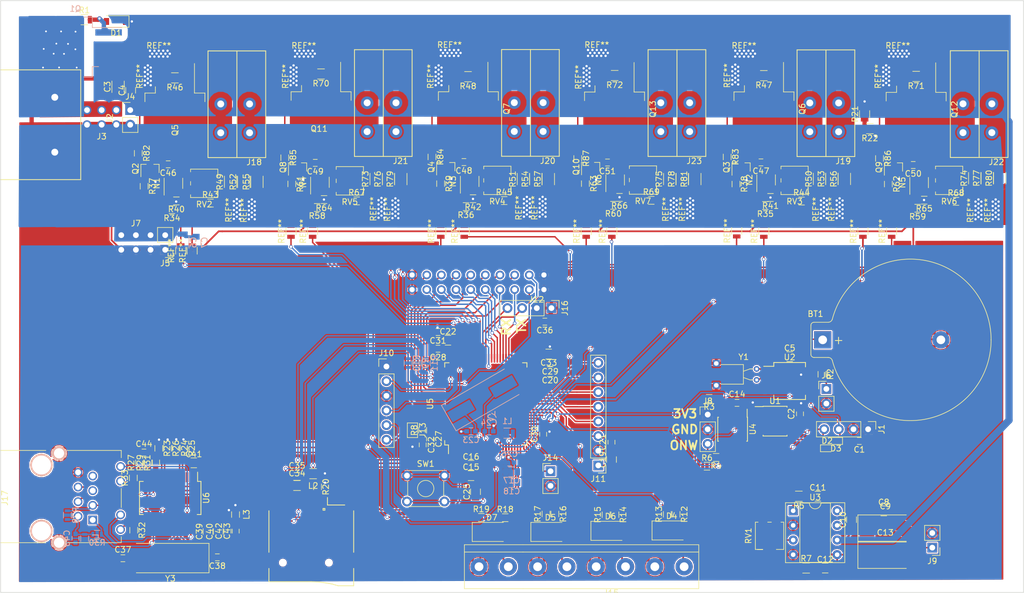
<source format=kicad_pcb>
(kicad_pcb (version 4) (host pcbnew 4.0.7)
  (title_block (title Aquacon) (company Me))
  (layers (0 F.Cu signal hide) (31 B.Cu signal hide) (34 B.Paste user) (35 F.Paste user) (36 B.SilkS user) (37 F.SilkS user) (38 B.Mask user) (39 F.Mask user) (44 Edge.Cuts user))
  (net 0 "")
  (net 1 GND)
  (net 2 "Net-(BT1-Pad1)")
  (net 3 +3V3)
  (net 4 +12V)
  (net 5 "Net-(C10-Pad1)")
  (net 6 "Net-(C11-Pad1)")
  (net 7 "Net-(C11-Pad2)")
  (net 8 "Net-(C12-Pad1)")
  (net 9 "Net-(C13-Pad2)")
  (net 10 "Net-(C19-Pad1)")
  (net 11 "Net-(C20-Pad2)")
  (net 12 "Net-(C21-Pad2)")
  (net 13 "Net-(C22-Pad2)")
  (net 14 "Net-(C23-Pad2)")
  (net 15 "Net-(C24-Pad2)")
  (net 16 NRST)
  (net 17 "Net-(C34-Pad2)")
  (net 18 "Net-(C37-Pad2)")
  (net 19 "Net-(C38-Pad2)")
  (net 20 "Net-(C39-Pad2)")
  (net 21 "Net-(C41-Pad2)")
  (net 22 "Net-(C44-Pad2)")
  (net 23 "Net-(C45-Pad1)")
  (net 24 "Net-(D1-Pad2)")
  (net 25 "Net-(D2-Pad1)")
  (net 26 "Net-(D3-Pad1)")
  (net 27 "Net-(D4-Pad2)")
  (net 28 "Net-(D5-Pad2)")
  (net 29 "Net-(D6-Pad2)")
  (net 30 "Net-(D7-Pad2)")
  (net 31 "Net-(J2-Pad1)")
  (net 32 "Net-(J6-Pad1)")
  (net 33 "Net-(J8-Pad3)")
  (net 34 TCK)
  (net 35 TMS)
  (net 36 SWO)
  (net 37 "Net-(J11-Pad4)")
  (net 38 "Net-(J11-Pad5)")
  (net 39 "Net-(J11-Pad6)")
  (net 40 "Net-(J11-Pad7)")
  (net 41 "Net-(J11-Pad8)")
  (net 42 "Net-(J12-Pad2)")
  (net 43 "Net-(J12-Pad3)")
  (net 44 "Net-(J12-Pad4)")
  (net 45 "Net-(J12-Pad5)")
  (net 46 "Net-(J12-Pad6)")
  (net 47 "Net-(J12-Pad7)")
  (net 48 "Net-(J12-Pad8)")
  (net 49 "Net-(J12-Pad9)")
  (net 50 "Net-(J12-Pad12)")
  (net 51 "Net-(J12-Pad13)")
  (net 52 "Net-(J12-Pad14)")
  (net 53 "Net-(J12-Pad15)")
  (net 54 "Net-(J12-Pad16)")
  (net 55 "Net-(J12-Pad17)")
  (net 56 "Net-(J12-Pad18)")
  (net 57 "Net-(J12-Pad19)")
  (net 58 "Net-(J13-Pad1)")
  (net 59 "Net-(J14-Pad1)")
  (net 60 "Net-(J16-Pad3)")
  (net 61 "Net-(J16-Pad4)")
  (net 62 "Net-(J17-Pad6)")
  (net 63 "Net-(J17-Pad5)")
  (net 64 "Net-(J17-Pad4)")
  (net 65 "Net-(J17-Pad3)")
  (net 66 "Net-(J17-PadYK)")
  (net 67 "Net-(J17-PadGA)")
  (net 68 "Net-(J17-PadYA)")
  (net 69 "Net-(J17-PadGK)")
  (net 70 "Net-(J17-Pad1)")
  (net 71 "Net-(J18-Pad2)")
  (net 72 "Net-(J18-Pad1)")
  (net 73 "Net-(J19-Pad2)")
  (net 74 "Net-(J19-Pad1)")
  (net 75 "Net-(J20-Pad2)")
  (net 76 "Net-(J20-Pad1)")
  (net 77 "Net-(J21-Pad2)")
  (net 78 "Net-(J21-Pad1)")
  (net 79 "Net-(J22-Pad2)")
  (net 80 "Net-(J22-Pad1)")
  (net 81 "Net-(J23-Pad2)")
  (net 82 "Net-(J23-Pad1)")
  (net 83 "Net-(L1-Pad1)")
  (net 84 ADCPWM0)
  (net 85 "Net-(N1-Pad3)")
  (net 86 "Net-(N1-Pad4)")
  (net 87 ADCPWM4)
  (net 88 "Net-(N2-Pad3)")
  (net 89 "Net-(N2-Pad4)")
  (net 90 ADCPWM2)
  (net 91 "Net-(N3-Pad3)")
  (net 92 "Net-(N3-Pad4)")
  (net 93 ADCPWM1)
  (net 94 "Net-(N4-Pad3)")
  (net 95 "Net-(N4-Pad4)")
  (net 96 ADCPWM5)
  (net 97 "Net-(N5-Pad3)")
  (net 98 "Net-(N5-Pad4)")
  (net 99 ADCPWM3)
  (net 100 "Net-(N6-Pad3)")
  (net 101 "Net-(N6-Pad4)")
  (net 102 "Net-(Q2-Pad1)")
  (net 103 "Net-(Q2-Pad3)")
  (net 104 "Net-(Q3-Pad1)")
  (net 105 "Net-(Q3-Pad3)")
  (net 106 "Net-(Q4-Pad1)")
  (net 107 "Net-(Q4-Pad3)")
  (net 108 "Net-(Q8-Pad1)")
  (net 109 "Net-(Q11-Pad1)")
  (net 110 "Net-(Q9-Pad1)")
  (net 111 "Net-(Q12-Pad1)")
  (net 112 "Net-(Q10-Pad1)")
  (net 113 "Net-(Q10-Pad3)")
  (net 114 "Net-(R5-Pad2)")
  (net 115 "Net-(R9-Pad1)")
  (net 116 "Net-(R10-Pad1)")
  (net 117 "Net-(R11-Pad1)")
  (net 118 "Net-(R12-Pad1)")
  (net 119 "Net-(R14-Pad1)")
  (net 120 "Net-(R16-Pad1)")
  (net 121 "Net-(R18-Pad1)")
  (net 122 SD_CS)
  (net 123 "Net-(R21-Pad1)")
  (net 124 ENC_Reset)
  (net 125 "Net-(R24-Pad2)")
  (net 126 ENC_CS)
  (net 127 "Net-(R27-Pad1)")
  (net 128 PWM0)
  (net 129 PWM4)
  (net 130 PWM2)
  (net 131 PWM1)
  (net 132 PWM5)
  (net 133 PWM3)
  (net 134 DAC_PCM)
  (net 135 "Net-(RV1-Pad2)")
  (net 136 "Net-(U2-Pad1)")
  (net 137 "Net-(U2-Pad2)")
  (net 138 "Net-(U3-Pad8)")
  (net 139 "Net-(U4-Pad6)")
  (net 140 "Net-(U5-Pad5)")
  (net 141 "Net-(U5-Pad9)")
  (net 142 "Net-(U5-Pad32)")
  (net 143 "Net-(U5-Pad44)")
  (net 144 "Net-(U5-Pad45)")
  (net 145 "Net-(U5-Pad46)")
  (net 146 "Net-(U5-Pad47)")
  (net 147 "Net-(U5-Pad48)")
  (net 148 "Net-(U5-Pad51)")
  (net 149 "Net-(U5-Pad52)")
  (net 150 "Net-(U5-Pad53)")
  (net 151 "Net-(U5-Pad54)")
  (net 152 "Net-(U5-Pad71)")
  (net 153 "Net-(U5-Pad77)")
  (net 154 "Net-(U5-Pad95)")
  (net 155 "Net-(U5-Pad96)")
  (net 156 "Net-(U6-Pad3)")
  (net 157 "Net-(XS1-Pad9)")
  (net 158 "Net-(XS1-Pad8)")
  (net 159 "Net-(XS1-Pad1)")
  (net 160 ENC_INT)
  (net 161 "Net-(Q5-Pad1)")
  (net 162 "Net-(Q6-Pad1)")
  (net 163 "Net-(Q7-Pad1)")
  (net 164 "Net-(Q8-Pad3)")
  (net 165 "Net-(Q9-Pad3)")
  (net 166 "Net-(Q13-Pad1)")
  (net 167 "Net-(U5-Pad37)")
  (net 168 "Net-(U5-Pad7)")
  (net 169 "Net-(U5-Pad8)")
  (net 170 "Net-(U5-Pad97)")
  (net 171 "Net-(U5-Pad98)")
  (net 172 /MISO)
  (net 173 /MOSI)
  (net 174 /SCK)
  (module Vias:Via-0.6mm (layer F.Cu) (at 105.2322 87.58428)
    (fp_text reference "" hide)
    (fp_text value "" hide)
    (pad 1 thru_hole circle (at 0 0) (size 0.6 0.6) (drill 0.3) (layers *.Cu) (net 31 "Net-(J2-Pad1)"))
  )
  (module Vias:Via-0.6mm (layer F.Cu) (at 107.71632 90.68308)
    (fp_text reference "" hide)
    (fp_text value "" hide)
    (pad 1 thru_hole circle (at 0 0) (size 0.6 0.6) (drill 0.3) (layers *.Cu) (net 31 "Net-(J2-Pad1)"))
  )
  (module Vias:Via-0.6mm (layer F.Cu) (at 104.88676 93.83268)
    (fp_text reference "" hide)
    (fp_text value "" hide)
    (pad 1 thru_hole circle (at 0 0) (size 0.6 0.6) (drill 0.3) (layers *.Cu) (net 31 "Net-(J2-Pad1)"))
  )
  (module Vias:Via-0.6mm (layer F.Cu) (at 102.21976 90.61196)
    (fp_text reference "" hide)
    (fp_text value "" hide)
    (pad 1 thru_hole circle (at 0 0) (size 0.6 0.6) (drill 0.3) (layers *.Cu) (net 31 "Net-(J2-Pad1)"))
  )
  (module Vias:Via-0.6mm (layer F.Cu) (at 103.94696 91.44508)
    (fp_text reference "" hide)
    (fp_text value "" hide)
    (pad 1 thru_hole circle (at 0 0) (size 0.6 0.6) (drill 0.3) (layers *.Cu) (net 31 "Net-(J2-Pad1)"))
  )
  (module Vias:Via-0.6mm (layer F.Cu) (at 106.43616 89.74328)
    (fp_text reference "" hide)
    (fp_text value "" hide)
    (pad 1 thru_hole circle (at 0 0) (size 0.6 0.6) (drill 0.3) (layers *.Cu) (net 31 "Net-(J2-Pad1)"))
  )
  (module Vias:Via-0.6mm (layer F.Cu) (at 105.7402 91.47048)
    (fp_text reference "" hide)
    (fp_text value "" hide)
    (pad 1 thru_hole circle (at 0 0) (size 0.6 0.6) (drill 0.3) (layers *.Cu) (net 31 "Net-(J2-Pad1)"))
  )
  (module Vias:Via-0.6mm (layer F.Cu) (at 104.41432 89.69756)
    (fp_text reference "" hide)
    (fp_text value "" hide)
    (pad 1 thru_hole circle (at 0 0) (size 0.6 0.6) (drill 0.3) (layers *.Cu) (net 31 "Net-(J2-Pad1)"))
  )
  (module Vias:Via-0.6mm (layer F.Cu) (at 107.93476 93.84792)
    (fp_text reference "" hide)
    (fp_text value "" hide)
    (pad 1 thru_hole circle (at 0 0) (size 0.6 0.6) (drill 0.3) (layers *.Cu) (net 31 "Net-(J2-Pad1)"))
  )
  (module Vias:Via-0.6mm (layer F.Cu) (at 102.10292 93.84792)
    (fp_text reference "" hide)
    (fp_text value "" hide)
    (pad 1 thru_hole circle (at 0 0) (size 0.6 0.6) (drill 0.3) (layers *.Cu) (net 31 "Net-(J2-Pad1)"))
  )
  (module Vias:Via-0.6mm (layer F.Cu) (at 102.616 87.57412)
    (fp_text reference "" hide)
    (fp_text value "" hide)
    (pad 1 thru_hole circle (at 0 0) (size 0.6 0.6) (drill 0.3) (layers *.Cu) (net 31 "Net-(J2-Pad1)"))
  )
  (module Housings_QFP:LQFP-100_14x14mm_Pitch0.5mm (layer F.Cu) (at 178.8741 152.1567 90)
    (fp_text reference U5 (at 0 -9.65 90) (layer F.SilkS))
    (fp_text value STM32F407VGTx)
    (pad 1 smd rect (at -7.9 -6 90) (size 1.5 0.28) (layers F.Cu F.Paste F.Mask) (net 124 ENC_Reset))
    (pad 2 smd rect (at -7.9 -5.5 90) (size 1.5 0.28) (layers F.Cu F.Paste F.Mask) (net 126 ENC_CS))
    (pad 3 smd rect (at -7.9 -5 90) (size 1.5 0.28) (layers F.Cu F.Paste F.Mask) (net 160 ENC_INT))
    (pad 4 smd rect (at -7.9 -4.5 90) (size 1.5 0.28) (layers F.Cu F.Paste F.Mask) (net 122 SD_CS))
    (pad 5 smd rect (at -7.9 -4 90) (size 1.5 0.28) (layers F.Cu F.Paste F.Mask) (net 140 "Net-(U5-Pad5)"))
    (pad 6 smd rect (at -7.9 -3.5 90) (size 1.5 0.28) (layers F.Cu F.Paste F.Mask) (net 3 +3V3))
    (pad 7 smd rect (at -7.9 -3 90) (size 1.5 0.28) (layers F.Cu F.Paste F.Mask) (net 168 "Net-(U5-Pad7)"))
    (pad 8 smd rect (at -7.9 -2.5 90) (size 1.5 0.28) (layers F.Cu F.Paste F.Mask) (net 169 "Net-(U5-Pad8)"))
    (pad 9 smd rect (at -7.9 -2 90) (size 1.5 0.28) (layers F.Cu F.Paste F.Mask) (net 141 "Net-(U5-Pad9)"))
    (pad 10 smd rect (at -7.9 -1.5 90) (size 1.5 0.28) (layers F.Cu F.Paste F.Mask) (net 1 GND))
    (pad 11 smd rect (at -7.9 -1 90) (size 1.5 0.28) (layers F.Cu F.Paste F.Mask) (net 3 +3V3))
    (pad 12 smd rect (at -7.9 -0.5 90) (size 1.5 0.28) (layers F.Cu F.Paste F.Mask) (net 14 "Net-(C23-Pad2)"))
    (pad 13 smd rect (at -7.9 0 90) (size 1.5 0.28) (layers F.Cu F.Paste F.Mask) (net 15 "Net-(C24-Pad2)"))
    (pad 14 smd rect (at -7.9 0.5 90) (size 1.5 0.28) (layers F.Cu F.Paste F.Mask) (net 16 NRST))
    (pad 15 smd rect (at -7.9 1 90) (size 1.5 0.28) (layers F.Cu F.Paste F.Mask) (net 84 ADCPWM0))
    (pad 16 smd rect (at -7.9 1.5 90) (size 1.5 0.28) (layers F.Cu F.Paste F.Mask) (net 93 ADCPWM1))
    (pad 17 smd rect (at -7.9 2 90) (size 1.5 0.28) (layers F.Cu F.Paste F.Mask) (net 90 ADCPWM2))
    (pad 18 smd rect (at -7.9 2.5 90) (size 1.5 0.28) (layers F.Cu F.Paste F.Mask) (net 99 ADCPWM3))
    (pad 19 smd rect (at -7.9 3 90) (size 1.5 0.28) (layers F.Cu F.Paste F.Mask) (net 3 +3V3))
    (pad 20 smd rect (at -7.9 3.5 90) (size 1.5 0.28) (layers F.Cu F.Paste F.Mask) (net 1 GND))
    (pad 21 smd rect (at -7.9 4 90) (size 1.5 0.28) (layers F.Cu F.Paste F.Mask) (net 83 "Net-(L1-Pad1)"))
    (pad 22 smd rect (at -7.9 4.5 90) (size 1.5 0.28) (layers F.Cu F.Paste F.Mask) (net 3 +3V3))
    (pad 23 smd rect (at -7.9 5 90) (size 1.5 0.28) (layers F.Cu F.Paste F.Mask) (net 121 "Net-(R18-Pad1)"))
    (pad 24 smd rect (at -7.9 5.5 90) (size 1.5 0.28) (layers F.Cu F.Paste F.Mask) (net 120 "Net-(R16-Pad1)"))
    (pad 25 smd rect (at -7.9 6 90) (size 1.5 0.28) (layers F.Cu F.Paste F.Mask) (net 119 "Net-(R14-Pad1)"))
    (pad 26 smd rect (at -6 7.9 180) (size 1.5 0.28) (layers F.Cu F.Paste F.Mask) (net 118 "Net-(R12-Pad1)"))
    (pad 27 smd rect (at -5.5 7.9 180) (size 1.5 0.28) (layers F.Cu F.Paste F.Mask) (net 1 GND))
    (pad 28 smd rect (at -5 7.9 180) (size 1.5 0.28) (layers F.Cu F.Paste F.Mask) (net 3 +3V3))
    (pad 29 smd rect (at -4.5 7.9 180) (size 1.5 0.28) (layers F.Cu F.Paste F.Mask) (net 134 DAC_PCM))
    (pad 30 smd rect (at -4 7.9 180) (size 1.5 0.28) (layers F.Cu F.Paste F.Mask) (net 59 "Net-(J14-Pad1)"))
    (pad 31 smd rect (at -3.5 7.9 180) (size 1.5 0.28) (layers F.Cu F.Paste F.Mask) (net 96 ADCPWM5))
    (pad 32 smd rect (at -3 7.9 180) (size 1.5 0.28) (layers F.Cu F.Paste F.Mask) (net 142 "Net-(U5-Pad32)"))
    (pad 33 smd rect (at -2.5 7.9 180) (size 1.5 0.28) (layers F.Cu F.Paste F.Mask) (net 123 "Net-(R21-Pad1)"))
    (pad 34 smd rect (at -2 7.9 180) (size 1.5 0.28) (layers F.Cu F.Paste F.Mask) (net 87 ADCPWM4))
    (pad 35 smd rect (at -1.5 7.9 180) (size 1.5 0.28) (layers F.Cu F.Paste F.Mask) (net 26 "Net-(D3-Pad1)"))
    (pad 36 smd rect (at -1 7.9 180) (size 1.5 0.28) (layers F.Cu F.Paste F.Mask) (net 25 "Net-(D2-Pad1)"))
    (pad 37 smd rect (at -0.5 7.9 180) (size 1.5 0.28) (layers F.Cu F.Paste F.Mask) (net 167 "Net-(U5-Pad37)"))
    (pad 38 smd rect (at 0 7.9 180) (size 1.5 0.28) (layers F.Cu F.Paste F.Mask) (net 12 "Net-(C21-Pad2)"))
    (pad 39 smd rect (at 0.5 7.9 180) (size 1.5 0.28) (layers F.Cu F.Paste F.Mask) (net 37 "Net-(J11-Pad4)"))
    (pad 40 smd rect (at 1 7.9 180) (size 1.5 0.28) (layers F.Cu F.Paste F.Mask) (net 38 "Net-(J11-Pad5)"))
    (pad 41 smd rect (at 1.5 7.9 180) (size 1.5 0.28) (layers F.Cu F.Paste F.Mask) (net 39 "Net-(J11-Pad6)"))
    (pad 42 smd rect (at 2 7.9 180) (size 1.5 0.28) (layers F.Cu F.Paste F.Mask) (net 40 "Net-(J11-Pad7)"))
    (pad 43 smd rect (at 2.5 7.9 180) (size 1.5 0.28) (layers F.Cu F.Paste F.Mask) (net 41 "Net-(J11-Pad8)"))
    (pad 44 smd rect (at 3 7.9 180) (size 1.5 0.28) (layers F.Cu F.Paste F.Mask) (net 143 "Net-(U5-Pad44)"))
    (pad 45 smd rect (at 3.5 7.9 180) (size 1.5 0.28) (layers F.Cu F.Paste F.Mask) (net 144 "Net-(U5-Pad45)"))
    (pad 46 smd rect (at 4 7.9 180) (size 1.5 0.28) (layers F.Cu F.Paste F.Mask) (net 145 "Net-(U5-Pad46)"))
    (pad 47 smd rect (at 4.5 7.9 180) (size 1.5 0.28) (layers F.Cu F.Paste F.Mask) (net 146 "Net-(U5-Pad47)"))
    (pad 48 smd rect (at 5 7.9 180) (size 1.5 0.28) (layers F.Cu F.Paste F.Mask) (net 147 "Net-(U5-Pad48)"))
    (pad 49 smd rect (at 5.5 7.9 180) (size 1.5 0.28) (layers F.Cu F.Paste F.Mask) (net 11 "Net-(C20-Pad2)"))
    (pad 50 smd rect (at 6 7.9 180) (size 1.5 0.28) (layers F.Cu F.Paste F.Mask) (net 3 +3V3))
    (pad 51 smd rect (at 7.9 6 90) (size 1.5 0.28) (layers F.Cu F.Paste F.Mask) (net 148 "Net-(U5-Pad51)"))
    (pad 52 smd rect (at 7.9 5.5 90) (size 1.5 0.28) (layers F.Cu F.Paste F.Mask) (net 149 "Net-(U5-Pad52)"))
    (pad 53 smd rect (at 7.9 5 90) (size 1.5 0.28) (layers F.Cu F.Paste F.Mask) (net 150 "Net-(U5-Pad53)"))
    (pad 54 smd rect (at 7.9 4.5 90) (size 1.5 0.28) (layers F.Cu F.Paste F.Mask) (net 151 "Net-(U5-Pad54)"))
    (pad 55 smd rect (at 7.9 4 90) (size 1.5 0.28) (layers F.Cu F.Paste F.Mask) (net 57 "Net-(J12-Pad19)"))
    (pad 56 smd rect (at 7.9 3.5 90) (size 1.5 0.28) (layers F.Cu F.Paste F.Mask) (net 56 "Net-(J12-Pad18)"))
    (pad 57 smd rect (at 7.9 3 90) (size 1.5 0.28) (layers F.Cu F.Paste F.Mask) (net 55 "Net-(J12-Pad17)"))
    (pad 58 smd rect (at 7.9 2.5 90) (size 1.5 0.28) (layers F.Cu F.Paste F.Mask) (net 54 "Net-(J12-Pad16)"))
    (pad 59 smd rect (at 7.9 2 90) (size 1.5 0.28) (layers F.Cu F.Paste F.Mask) (net 53 "Net-(J12-Pad15)"))
    (pad 60 smd rect (at 7.9 1.5 90) (size 1.5 0.28) (layers F.Cu F.Paste F.Mask) (net 52 "Net-(J12-Pad14)"))
    (pad 61 smd rect (at 7.9 1 90) (size 1.5 0.28) (layers F.Cu F.Paste F.Mask) (net 51 "Net-(J12-Pad13)"))
    (pad 62 smd rect (at 7.9 0.5 90) (size 1.5 0.28) (layers F.Cu F.Paste F.Mask) (net 50 "Net-(J12-Pad12)"))
    (pad 63 smd rect (at 7.9 0 90) (size 1.5 0.28) (layers F.Cu F.Paste F.Mask) (net 60 "Net-(J16-Pad3)"))
    (pad 64 smd rect (at 7.9 -0.5 90) (size 1.5 0.28) (layers F.Cu F.Paste F.Mask) (net 61 "Net-(J16-Pad4)"))
    (pad 65 smd rect (at 7.9 -1 90) (size 1.5 0.28) (layers F.Cu F.Paste F.Mask) (net 132 PWM5))
    (pad 66 smd rect (at 7.9 -1.5 90) (size 1.5 0.28) (layers F.Cu F.Paste F.Mask) (net 129 PWM4))
    (pad 67 smd rect (at 7.9 -2 90) (size 1.5 0.28) (layers F.Cu F.Paste F.Mask) (net 133 PWM3))
    (pad 68 smd rect (at 7.9 -2.5 90) (size 1.5 0.28) (layers F.Cu F.Paste F.Mask) (net 130 PWM2))
    (pad 69 smd rect (at 7.9 -3 90) (size 1.5 0.28) (layers F.Cu F.Paste F.Mask) (net 131 PWM1))
    (pad 70 smd rect (at 7.9 -3.5 90) (size 1.5 0.28) (layers F.Cu F.Paste F.Mask) (net 128 PWM0))
    (pad 71 smd rect (at 7.9 -4 90) (size 1.5 0.28) (layers F.Cu F.Paste F.Mask) (net 152 "Net-(U5-Pad71)"))
    (pad 72 smd rect (at 7.9 -4.5 90) (size 1.5 0.28) (layers F.Cu F.Paste F.Mask) (net 35 TMS))
    (pad 73 smd rect (at 7.9 -5 90) (size 1.5 0.28) (layers F.Cu F.Paste F.Mask) (net 13 "Net-(C22-Pad2)"))
    (pad 74 smd rect (at 7.9 -5.5 90) (size 1.5 0.28) (layers F.Cu F.Paste F.Mask) (net 1 GND))
    (pad 75 smd rect (at 7.9 -6 90) (size 1.5 0.28) (layers F.Cu F.Paste F.Mask) (net 3 +3V3))
    (pad 76 smd rect (at 6 -7.9 180) (size 1.5 0.28) (layers F.Cu F.Paste F.Mask) (net 34 TCK))
    (pad 77 smd rect (at 5.5 -7.9 180) (size 1.5 0.28) (layers F.Cu F.Paste F.Mask) (net 153 "Net-(U5-Pad77)"))
    (pad 78 smd rect (at 5 -7.9 180) (size 1.5 0.28) (layers F.Cu F.Paste F.Mask) (net 117 "Net-(R11-Pad1)"))
    (pad 79 smd rect (at 4.5 -7.9 180) (size 1.5 0.28) (layers F.Cu F.Paste F.Mask) (net 115 "Net-(R9-Pad1)"))
    (pad 80 smd rect (at 4 -7.9 180) (size 1.5 0.28) (layers F.Cu F.Paste F.Mask) (net 116 "Net-(R10-Pad1)"))
    (pad 81 smd rect (at 3.5 -7.9 180) (size 1.5 0.28) (layers F.Cu F.Paste F.Mask) (net 42 "Net-(J12-Pad2)"))
    (pad 82 smd rect (at 3 -7.9 180) (size 1.5 0.28) (layers F.Cu F.Paste F.Mask) (net 43 "Net-(J12-Pad3)"))
    (pad 83 smd rect (at 2.5 -7.9 180) (size 1.5 0.28) (layers F.Cu F.Paste F.Mask) (net 44 "Net-(J12-Pad4)"))
    (pad 84 smd rect (at 2 -7.9 180) (size 1.5 0.28) (layers F.Cu F.Paste F.Mask) (net 45 "Net-(J12-Pad5)"))
    (pad 85 smd rect (at 1.5 -7.9 180) (size 1.5 0.28) (layers F.Cu F.Paste F.Mask) (net 46 "Net-(J12-Pad6)"))
    (pad 86 smd rect (at 1 -7.9 180) (size 1.5 0.28) (layers F.Cu F.Paste F.Mask) (net 47 "Net-(J12-Pad7)"))
    (pad 87 smd rect (at 0.5 -7.9 180) (size 1.5 0.28) (layers F.Cu F.Paste F.Mask) (net 48 "Net-(J12-Pad8)"))
    (pad 88 smd rect (at 0 -7.9 180) (size 1.5 0.28) (layers F.Cu F.Paste F.Mask) (net 49 "Net-(J12-Pad9)"))
    (pad 89 smd rect (at -0.5 -7.9 180) (size 1.5 0.28) (layers F.Cu F.Paste F.Mask) (net 36 SWO))
    (pad 90 smd rect (at -1 -7.9 180) (size 1.5 0.28) (layers F.Cu F.Paste F.Mask) (net 1 GND))
    (pad 91 smd rect (at -1.5 -7.9 180) (size 1.5 0.28) (layers F.Cu F.Paste F.Mask) (net 1 GND))
    (pad 92 smd rect (at -2 -7.9 180) (size 1.5 0.28) (layers F.Cu F.Paste F.Mask) (net 1 GND))
    (pad 93 smd rect (at -2.5 -7.9 180) (size 1.5 0.28) (layers F.Cu F.Paste F.Mask) (net 1 GND))
    (pad 94 smd rect (at -3 -7.9 180) (size 1.5 0.28) (layers F.Cu F.Paste F.Mask) (net 58 "Net-(J13-Pad1)"))
    (pad 95 smd rect (at -3.5 -7.9 180) (size 1.5 0.28) (layers F.Cu F.Paste F.Mask) (net 154 "Net-(U5-Pad95)"))
    (pad 96 smd rect (at -4 -7.9 180) (size 1.5 0.28) (layers F.Cu F.Paste F.Mask) (net 155 "Net-(U5-Pad96)"))
    (pad 97 smd rect (at -4.5 -7.9 180) (size 1.5 0.28) (layers F.Cu F.Paste F.Mask) (net 170 "Net-(U5-Pad97)"))
    (pad 98 smd rect (at -5 -7.9 180) (size 1.5 0.28) (layers F.Cu F.Paste F.Mask) (net 171 "Net-(U5-Pad98)"))
    (pad 99 smd rect (at -5.5 -7.9 180) (size 1.5 0.28) (layers F.Cu F.Paste F.Mask) (net 1 GND))
    (pad 100 smd rect (at -6 -7.9 180) (size 1.5 0.28) (layers F.Cu F.Paste F.Mask) (net 3 +3V3))
  )
  (module Resistors_SMD:R_0805 (layer F.Cu) (at 244.2591 122.2375 90)
    (fp_text reference REF** (at 0 -1.65 90) (layer F.SilkS))
    (fp_text value R_0805)
    (pad 1 smd rect (at -0.95 0 90) (size 0.7 1.3) (layers F.Cu F.Paste F.Mask) (net 123 "Net-(R21-Pad1)"))
    (pad 2 smd rect (at 0.95 0 90) (size 0.7 1.3) (layers F.Cu F.Paste F.Mask) (net 123 "Net-(R21-Pad1)"))
  )
  (module Resistors_SMD:R_0805 (layer F.Cu) (at 249.2375 122.2375 90)
    (fp_text reference REF** (at 0 -1.65 90) (layer F.SilkS))
    (fp_text value R_0805)
    (pad 1 smd rect (at -0.95 0 90) (size 0.7 1.3) (layers F.Cu F.Paste F.Mask) (net 132 PWM5))
    (pad 2 smd rect (at 0.95 0 90) (size 0.7 1.3) (layers F.Cu F.Paste F.Mask) (net 132 PWM5))
  )
  (module Resistors_SMD:R_0805 (layer F.Cu) (at 227.076 122.2375 90)
    (fp_text reference REF** (at 0 -1.65 90) (layer F.SilkS))
    (fp_text value R_0805)
    (pad 1 smd rect (at -0.95 0 90) (size 0.7 1.3) (layers F.Cu F.Paste F.Mask) (net 87 ADCPWM4))
    (pad 2 smd rect (at 0.95 0 90) (size 0.7 1.3) (layers F.Cu F.Paste F.Mask) (net 87 ADCPWM4))
  )
  (module Resistors_SMD:R_0805 (layer F.Cu) (at 222.377 122.174 90)
    (fp_text reference REF** (at 0 -1.65 90) (layer F.SilkS))
    (fp_text value R_0805)
    (pad 1 smd rect (at -0.95 0 90) (size 0.7 1.3) (layers F.Cu F.Paste F.Mask) (net 129 PWM4))
    (pad 2 smd rect (at 0.95 0 90) (size 0.7 1.3) (layers F.Cu F.Paste F.Mask) (net 129 PWM4))
  )
  (module Resistors_SMD:R_0805 (layer F.Cu) (at 200.7235 122.2375 90)
    (fp_text reference REF** (at 0 -1.65 90) (layer F.SilkS))
    (fp_text value R_0805)
    (pad 1 smd rect (at -0.95 0 90) (size 0.7 1.3) (layers F.Cu F.Paste F.Mask) (net 99 ADCPWM3))
    (pad 2 smd rect (at 0.95 0 90) (size 0.7 1.3) (layers F.Cu F.Paste F.Mask) (net 99 ADCPWM3))
  )
  (module Resistors_SMD:R_0805 (layer F.Cu) (at 196.2785 122.2375 90)
    (fp_text reference REF** (at 0 -1.65 90) (layer F.SilkS))
    (fp_text value R_0805)
    (pad 1 smd rect (at -0.95 0 90) (size 0.7 1.3) (layers F.Cu F.Paste F.Mask) (net 133 PWM3))
    (pad 2 smd rect (at 0.95 0 90) (size 0.7 1.3) (layers F.Cu F.Paste F.Mask) (net 133 PWM3))
  )
  (module Resistors_SMD:R_0805 (layer F.Cu) (at 175.133 122.2375 90)
    (fp_text reference REF** (at 0 -1.65 90) (layer F.SilkS))
    (fp_text value R_0805)
    (pad 1 smd rect (at -0.95 0 90) (size 0.7 1.3) (layers F.Cu F.Paste F.Mask) (net 90 ADCPWM2))
    (pad 2 smd rect (at 0.95 0 90) (size 0.7 1.3) (layers F.Cu F.Paste F.Mask) (net 90 ADCPWM2))
  )
  (module Resistors_SMD:R_0805 (layer F.Cu) (at 171.069 122.2375 90)
    (fp_text reference REF** (at 0 -1.65 90) (layer F.SilkS))
    (fp_text value R_0805)
    (pad 1 smd rect (at -0.95 0 90) (size 0.7 1.3) (layers F.Cu F.Paste F.Mask) (net 130 PWM2))
    (pad 2 smd rect (at 0.95 0 90) (size 0.7 1.3) (layers F.Cu F.Paste F.Mask) (net 130 PWM2))
  )
  (module Resistors_SMD:R_0805 (layer F.Cu) (at 148.844 122.2375 90)
    (fp_text reference REF** (at 0 -1.65 90) (layer F.SilkS))
    (fp_text value R_0805)
    (pad 1 smd rect (at -0.95 0 90) (size 0.7 1.3) (layers F.Cu F.Paste F.Mask) (net 93 ADCPWM1))
    (pad 2 smd rect (at 0.95 0 90) (size 0.7 1.3) (layers F.Cu F.Paste F.Mask) (net 93 ADCPWM1))
  )
  (module Resistors_SMD:R_0805 (layer F.Cu) (at 145.0975 122.2375 90)
    (fp_text reference REF** (at 0 -1.65 90) (layer F.SilkS))
    (fp_text value R_0805)
    (pad 1 smd rect (at -0.95 0 90) (size 0.7 1.3) (layers F.Cu F.Paste F.Mask) (net 131 PWM1))
    (pad 2 smd rect (at 0.95 0 90) (size 0.7 1.3) (layers F.Cu F.Paste F.Mask) (net 131 PWM1))
  )
  (module Vias:Via_5x3 (layer F.Cu) (at 138.303 118.364 90)
    (fp_text reference REF** (at -0.254 -1.397 90) (layer F.SilkS))
    (fp_text value Via_5x3)
    (pad 1 thru_hole circle (at -1.778 -0.508 90) (size 0.6 0.6) (drill 0.4) (layers *.Cu *.Mask) (net 1 GND))
    (pad 1 thru_hole circle (at -1.016 -0.508 90) (size 0.6 0.6) (drill 0.4) (layers *.Cu *.Mask) (net 1 GND))
    (pad 1 thru_hole circle (at -0.254 -0.508 90) (size 0.6 0.6) (drill 0.4) (layers *.Cu *.Mask) (net 1 GND))
    (pad 1 thru_hole circle (at 0.508 -0.508 90) (size 0.6 0.6) (drill 0.4) (layers *.Cu *.Mask) (net 1 GND))
    (pad 1 thru_hole circle (at 1.27 -0.508 90) (size 0.6 0.6) (drill 0.4) (layers *.Cu *.Mask) (net 1 GND))
    (pad 1 thru_hole circle (at -1.397 0 90) (size 0.6 0.6) (drill 0.4) (layers *.Cu *.Mask) (net 1 GND))
    (pad 1 thru_hole circle (at -0.635 0 90) (size 0.6 0.6) (drill 0.4) (layers *.Cu *.Mask) (net 1 GND))
    (pad 1 thru_hole circle (at 0.127 0 90) (size 0.6 0.6) (drill 0.4) (layers *.Cu *.Mask) (net 1 GND))
    (pad 1 thru_hole circle (at 0.889 0 90) (size 0.6 0.6) (drill 0.4) (layers *.Cu *.Mask) (net 1 GND))
    (pad 1 thru_hole circle (at 1.651 0 90) (size 0.6 0.6) (drill 0.4) (layers *.Cu *.Mask) (net 1 GND))
    (pad 1 thru_hole circle (at -1.778 0.508 90) (size 0.6 0.6) (drill 0.4) (layers *.Cu *.Mask) (net 1 GND))
    (pad 1 thru_hole circle (at -1.016 0.508 90) (size 0.6 0.6) (drill 0.4) (layers *.Cu *.Mask) (net 1 GND))
    (pad 1 thru_hole circle (at -0.254 0.508 90) (size 0.6 0.6) (drill 0.4) (layers *.Cu *.Mask) (net 1 GND))
    (pad 1 thru_hole circle (at 0.508 0.508 90) (size 0.6 0.6) (drill 0.4) (layers *.Cu *.Mask) (net 1 GND))
    (pad 1 thru_hole circle (at 1.27 0.508 90) (size 0.6 0.6) (drill 0.4) (layers *.Cu *.Mask) (net 1 GND))
  )
  (module Vias:Via_5x3 (layer F.Cu) (at 135.6995 118.3005 90)
    (fp_text reference REF** (at -0.254 -1.397 90) (layer F.SilkS))
    (fp_text value Via_5x3)
    (pad 1 thru_hole circle (at -1.778 -0.508 90) (size 0.6 0.6) (drill 0.4) (layers *.Cu *.Mask) (net 1 GND))
    (pad 1 thru_hole circle (at -1.016 -0.508 90) (size 0.6 0.6) (drill 0.4) (layers *.Cu *.Mask) (net 1 GND))
    (pad 1 thru_hole circle (at -0.254 -0.508 90) (size 0.6 0.6) (drill 0.4) (layers *.Cu *.Mask) (net 1 GND))
    (pad 1 thru_hole circle (at 0.508 -0.508 90) (size 0.6 0.6) (drill 0.4) (layers *.Cu *.Mask) (net 1 GND))
    (pad 1 thru_hole circle (at 1.27 -0.508 90) (size 0.6 0.6) (drill 0.4) (layers *.Cu *.Mask) (net 1 GND))
    (pad 1 thru_hole circle (at -1.397 0 90) (size 0.6 0.6) (drill 0.4) (layers *.Cu *.Mask) (net 1 GND))
    (pad 1 thru_hole circle (at -0.635 0 90) (size 0.6 0.6) (drill 0.4) (layers *.Cu *.Mask) (net 1 GND))
    (pad 1 thru_hole circle (at 0.127 0 90) (size 0.6 0.6) (drill 0.4) (layers *.Cu *.Mask) (net 1 GND))
    (pad 1 thru_hole circle (at 0.889 0 90) (size 0.6 0.6) (drill 0.4) (layers *.Cu *.Mask) (net 1 GND))
    (pad 1 thru_hole circle (at 1.651 0 90) (size 0.6 0.6) (drill 0.4) (layers *.Cu *.Mask) (net 1 GND))
    (pad 1 thru_hole circle (at -1.778 0.508 90) (size 0.6 0.6) (drill 0.4) (layers *.Cu *.Mask) (net 1 GND))
    (pad 1 thru_hole circle (at -1.016 0.508 90) (size 0.6 0.6) (drill 0.4) (layers *.Cu *.Mask) (net 1 GND))
    (pad 1 thru_hole circle (at -0.254 0.508 90) (size 0.6 0.6) (drill 0.4) (layers *.Cu *.Mask) (net 1 GND))
    (pad 1 thru_hole circle (at 0.508 0.508 90) (size 0.6 0.6) (drill 0.4) (layers *.Cu *.Mask) (net 1 GND))
    (pad 1 thru_hole circle (at 1.27 0.508 90) (size 0.6 0.6) (drill 0.4) (layers *.Cu *.Mask) (net 1 GND))
  )
  (module Vias:Via_5x3 (layer F.Cu) (at 163.195 118.1735 90)
    (fp_text reference REF** (at -0.254 -1.397 90) (layer F.SilkS))
    (fp_text value Via_5x3)
    (pad 1 thru_hole circle (at -1.778 -0.508 90) (size 0.6 0.6) (drill 0.4) (layers *.Cu *.Mask) (net 1 GND))
    (pad 1 thru_hole circle (at -1.016 -0.508 90) (size 0.6 0.6) (drill 0.4) (layers *.Cu *.Mask) (net 1 GND))
    (pad 1 thru_hole circle (at -0.254 -0.508 90) (size 0.6 0.6) (drill 0.4) (layers *.Cu *.Mask) (net 1 GND))
    (pad 1 thru_hole circle (at 0.508 -0.508 90) (size 0.6 0.6) (drill 0.4) (layers *.Cu *.Mask) (net 1 GND))
    (pad 1 thru_hole circle (at 1.27 -0.508 90) (size 0.6 0.6) (drill 0.4) (layers *.Cu *.Mask) (net 1 GND))
    (pad 1 thru_hole circle (at -1.397 0 90) (size 0.6 0.6) (drill 0.4) (layers *.Cu *.Mask) (net 1 GND))
    (pad 1 thru_hole circle (at -0.635 0 90) (size 0.6 0.6) (drill 0.4) (layers *.Cu *.Mask) (net 1 GND))
    (pad 1 thru_hole circle (at 0.127 0 90) (size 0.6 0.6) (drill 0.4) (layers *.Cu *.Mask) (net 1 GND))
    (pad 1 thru_hole circle (at 0.889 0 90) (size 0.6 0.6) (drill 0.4) (layers *.Cu *.Mask) (net 1 GND))
    (pad 1 thru_hole circle (at 1.651 0 90) (size 0.6 0.6) (drill 0.4) (layers *.Cu *.Mask) (net 1 GND))
    (pad 1 thru_hole circle (at -1.778 0.508 90) (size 0.6 0.6) (drill 0.4) (layers *.Cu *.Mask) (net 1 GND))
    (pad 1 thru_hole circle (at -1.016 0.508 90) (size 0.6 0.6) (drill 0.4) (layers *.Cu *.Mask) (net 1 GND))
    (pad 1 thru_hole circle (at -0.254 0.508 90) (size 0.6 0.6) (drill 0.4) (layers *.Cu *.Mask) (net 1 GND))
    (pad 1 thru_hole circle (at 0.508 0.508 90) (size 0.6 0.6) (drill 0.4) (layers *.Cu *.Mask) (net 1 GND))
    (pad 1 thru_hole circle (at 1.27 0.508 90) (size 0.6 0.6) (drill 0.4) (layers *.Cu *.Mask) (net 1 GND))
  )
  (module Vias:Via_5x3 (layer F.Cu) (at 160.782 118.11 90)
    (fp_text reference REF** (at -0.254 -1.397 90) (layer F.SilkS))
    (fp_text value Via_5x3)
    (pad 1 thru_hole circle (at -1.778 -0.508 90) (size 0.6 0.6) (drill 0.4) (layers *.Cu *.Mask) (net 1 GND))
    (pad 1 thru_hole circle (at -1.016 -0.508 90) (size 0.6 0.6) (drill 0.4) (layers *.Cu *.Mask) (net 1 GND))
    (pad 1 thru_hole circle (at -0.254 -0.508 90) (size 0.6 0.6) (drill 0.4) (layers *.Cu *.Mask) (net 1 GND))
    (pad 1 thru_hole circle (at 0.508 -0.508 90) (size 0.6 0.6) (drill 0.4) (layers *.Cu *.Mask) (net 1 GND))
    (pad 1 thru_hole circle (at 1.27 -0.508 90) (size 0.6 0.6) (drill 0.4) (layers *.Cu *.Mask) (net 1 GND))
    (pad 1 thru_hole circle (at -1.397 0 90) (size 0.6 0.6) (drill 0.4) (layers *.Cu *.Mask) (net 1 GND))
    (pad 1 thru_hole circle (at -0.635 0 90) (size 0.6 0.6) (drill 0.4) (layers *.Cu *.Mask) (net 1 GND))
    (pad 1 thru_hole circle (at 0.127 0 90) (size 0.6 0.6) (drill 0.4) (layers *.Cu *.Mask) (net 1 GND))
    (pad 1 thru_hole circle (at 0.889 0 90) (size 0.6 0.6) (drill 0.4) (layers *.Cu *.Mask) (net 1 GND))
    (pad 1 thru_hole circle (at 1.651 0 90) (size 0.6 0.6) (drill 0.4) (layers *.Cu *.Mask) (net 1 GND))
    (pad 1 thru_hole circle (at -1.778 0.508 90) (size 0.6 0.6) (drill 0.4) (layers *.Cu *.Mask) (net 1 GND))
    (pad 1 thru_hole circle (at -1.016 0.508 90) (size 0.6 0.6) (drill 0.4) (layers *.Cu *.Mask) (net 1 GND))
    (pad 1 thru_hole circle (at -0.254 0.508 90) (size 0.6 0.6) (drill 0.4) (layers *.Cu *.Mask) (net 1 GND))
    (pad 1 thru_hole circle (at 0.508 0.508 90) (size 0.6 0.6) (drill 0.4) (layers *.Cu *.Mask) (net 1 GND))
    (pad 1 thru_hole circle (at 1.27 0.508 90) (size 0.6 0.6) (drill 0.4) (layers *.Cu *.Mask) (net 1 GND))
  )
  (module Vias:Via_5x3 (layer F.Cu) (at 188.722 117.9195 90)
    (fp_text reference REF** (at -0.254 -1.397 90) (layer F.SilkS))
    (fp_text value Via_5x3)
    (pad 1 thru_hole circle (at -1.778 -0.508 90) (size 0.6 0.6) (drill 0.4) (layers *.Cu *.Mask) (net 1 GND))
    (pad 1 thru_hole circle (at -1.016 -0.508 90) (size 0.6 0.6) (drill 0.4) (layers *.Cu *.Mask) (net 1 GND))
    (pad 1 thru_hole circle (at -0.254 -0.508 90) (size 0.6 0.6) (drill 0.4) (layers *.Cu *.Mask) (net 1 GND))
    (pad 1 thru_hole circle (at 0.508 -0.508 90) (size 0.6 0.6) (drill 0.4) (layers *.Cu *.Mask) (net 1 GND))
    (pad 1 thru_hole circle (at 1.27 -0.508 90) (size 0.6 0.6) (drill 0.4) (layers *.Cu *.Mask) (net 1 GND))
    (pad 1 thru_hole circle (at -1.397 0 90) (size 0.6 0.6) (drill 0.4) (layers *.Cu *.Mask) (net 1 GND))
    (pad 1 thru_hole circle (at -0.635 0 90) (size 0.6 0.6) (drill 0.4) (layers *.Cu *.Mask) (net 1 GND))
    (pad 1 thru_hole circle (at 0.127 0 90) (size 0.6 0.6) (drill 0.4) (layers *.Cu *.Mask) (net 1 GND))
    (pad 1 thru_hole circle (at 0.889 0 90) (size 0.6 0.6) (drill 0.4) (layers *.Cu *.Mask) (net 1 GND))
    (pad 1 thru_hole circle (at 1.651 0 90) (size 0.6 0.6) (drill 0.4) (layers *.Cu *.Mask) (net 1 GND))
    (pad 1 thru_hole circle (at -1.778 0.508 90) (size 0.6 0.6) (drill 0.4) (layers *.Cu *.Mask) (net 1 GND))
    (pad 1 thru_hole circle (at -1.016 0.508 90) (size 0.6 0.6) (drill 0.4) (layers *.Cu *.Mask) (net 1 GND))
    (pad 1 thru_hole circle (at -0.254 0.508 90) (size 0.6 0.6) (drill 0.4) (layers *.Cu *.Mask) (net 1 GND))
    (pad 1 thru_hole circle (at 0.508 0.508 90) (size 0.6 0.6) (drill 0.4) (layers *.Cu *.Mask) (net 1 GND))
    (pad 1 thru_hole circle (at 1.27 0.508 90) (size 0.6 0.6) (drill 0.4) (layers *.Cu *.Mask) (net 1 GND))
  )
  (module Vias:Via_5x3 (layer F.Cu) (at 185.9915 117.9195 90)
    (fp_text reference REF** (at -0.254 -1.397 90) (layer F.SilkS))
    (fp_text value Via_5x3)
    (pad 1 thru_hole circle (at -1.778 -0.508 90) (size 0.6 0.6) (drill 0.4) (layers *.Cu *.Mask) (net 1 GND))
    (pad 1 thru_hole circle (at -1.016 -0.508 90) (size 0.6 0.6) (drill 0.4) (layers *.Cu *.Mask) (net 1 GND))
    (pad 1 thru_hole circle (at -0.254 -0.508 90) (size 0.6 0.6) (drill 0.4) (layers *.Cu *.Mask) (net 1 GND))
    (pad 1 thru_hole circle (at 0.508 -0.508 90) (size 0.6 0.6) (drill 0.4) (layers *.Cu *.Mask) (net 1 GND))
    (pad 1 thru_hole circle (at 1.27 -0.508 90) (size 0.6 0.6) (drill 0.4) (layers *.Cu *.Mask) (net 1 GND))
    (pad 1 thru_hole circle (at -1.397 0 90) (size 0.6 0.6) (drill 0.4) (layers *.Cu *.Mask) (net 1 GND))
    (pad 1 thru_hole circle (at -0.635 0 90) (size 0.6 0.6) (drill 0.4) (layers *.Cu *.Mask) (net 1 GND))
    (pad 1 thru_hole circle (at 0.127 0 90) (size 0.6 0.6) (drill 0.4) (layers *.Cu *.Mask) (net 1 GND))
    (pad 1 thru_hole circle (at 0.889 0 90) (size 0.6 0.6) (drill 0.4) (layers *.Cu *.Mask) (net 1 GND))
    (pad 1 thru_hole circle (at 1.651 0 90) (size 0.6 0.6) (drill 0.4) (layers *.Cu *.Mask) (net 1 GND))
    (pad 1 thru_hole circle (at -1.778 0.508 90) (size 0.6 0.6) (drill 0.4) (layers *.Cu *.Mask) (net 1 GND))
    (pad 1 thru_hole circle (at -1.016 0.508 90) (size 0.6 0.6) (drill 0.4) (layers *.Cu *.Mask) (net 1 GND))
    (pad 1 thru_hole circle (at -0.254 0.508 90) (size 0.6 0.6) (drill 0.4) (layers *.Cu *.Mask) (net 1 GND))
    (pad 1 thru_hole circle (at 0.508 0.508 90) (size 0.6 0.6) (drill 0.4) (layers *.Cu *.Mask) (net 1 GND))
    (pad 1 thru_hole circle (at 1.27 0.508 90) (size 0.6 0.6) (drill 0.4) (layers *.Cu *.Mask) (net 1 GND))
  )
  (module Vias:Via_5x3 (layer F.Cu) (at 267.2715 118.364 90)
    (fp_text reference REF** (at -0.254 -1.397 90) (layer F.SilkS))
    (fp_text value Via_5x3)
    (pad 1 thru_hole circle (at -1.778 -0.508 90) (size 0.6 0.6) (drill 0.4) (layers *.Cu *.Mask) (net 1 GND))
    (pad 1 thru_hole circle (at -1.016 -0.508 90) (size 0.6 0.6) (drill 0.4) (layers *.Cu *.Mask) (net 1 GND))
    (pad 1 thru_hole circle (at -0.254 -0.508 90) (size 0.6 0.6) (drill 0.4) (layers *.Cu *.Mask) (net 1 GND))
    (pad 1 thru_hole circle (at 0.508 -0.508 90) (size 0.6 0.6) (drill 0.4) (layers *.Cu *.Mask) (net 1 GND))
    (pad 1 thru_hole circle (at 1.27 -0.508 90) (size 0.6 0.6) (drill 0.4) (layers *.Cu *.Mask) (net 1 GND))
    (pad 1 thru_hole circle (at -1.397 0 90) (size 0.6 0.6) (drill 0.4) (layers *.Cu *.Mask) (net 1 GND))
    (pad 1 thru_hole circle (at -0.635 0 90) (size 0.6 0.6) (drill 0.4) (layers *.Cu *.Mask) (net 1 GND))
    (pad 1 thru_hole circle (at 0.127 0 90) (size 0.6 0.6) (drill 0.4) (layers *.Cu *.Mask) (net 1 GND))
    (pad 1 thru_hole circle (at 0.889 0 90) (size 0.6 0.6) (drill 0.4) (layers *.Cu *.Mask) (net 1 GND))
    (pad 1 thru_hole circle (at 1.651 0 90) (size 0.6 0.6) (drill 0.4) (layers *.Cu *.Mask) (net 1 GND))
    (pad 1 thru_hole circle (at -1.778 0.508 90) (size 0.6 0.6) (drill 0.4) (layers *.Cu *.Mask) (net 1 GND))
    (pad 1 thru_hole circle (at -1.016 0.508 90) (size 0.6 0.6) (drill 0.4) (layers *.Cu *.Mask) (net 1 GND))
    (pad 1 thru_hole circle (at -0.254 0.508 90) (size 0.6 0.6) (drill 0.4) (layers *.Cu *.Mask) (net 1 GND))
    (pad 1 thru_hole circle (at 0.508 0.508 90) (size 0.6 0.6) (drill 0.4) (layers *.Cu *.Mask) (net 1 GND))
    (pad 1 thru_hole circle (at 1.27 0.508 90) (size 0.6 0.6) (drill 0.4) (layers *.Cu *.Mask) (net 1 GND))
  )
  (module Vias:Via_5x3 (layer F.Cu) (at 264.287 118.364 90)
    (fp_text reference REF** (at -0.254 -1.397 90) (layer F.SilkS))
    (fp_text value Via_5x3)
    (pad 1 thru_hole circle (at -1.778 -0.508 90) (size 0.6 0.6) (drill 0.4) (layers *.Cu *.Mask) (net 1 GND))
    (pad 1 thru_hole circle (at -1.016 -0.508 90) (size 0.6 0.6) (drill 0.4) (layers *.Cu *.Mask) (net 1 GND))
    (pad 1 thru_hole circle (at -0.254 -0.508 90) (size 0.6 0.6) (drill 0.4) (layers *.Cu *.Mask) (net 1 GND))
    (pad 1 thru_hole circle (at 0.508 -0.508 90) (size 0.6 0.6) (drill 0.4) (layers *.Cu *.Mask) (net 1 GND))
    (pad 1 thru_hole circle (at 1.27 -0.508 90) (size 0.6 0.6) (drill 0.4) (layers *.Cu *.Mask) (net 1 GND))
    (pad 1 thru_hole circle (at -1.397 0 90) (size 0.6 0.6) (drill 0.4) (layers *.Cu *.Mask) (net 1 GND))
    (pad 1 thru_hole circle (at -0.635 0 90) (size 0.6 0.6) (drill 0.4) (layers *.Cu *.Mask) (net 1 GND))
    (pad 1 thru_hole circle (at 0.127 0 90) (size 0.6 0.6) (drill 0.4) (layers *.Cu *.Mask) (net 1 GND))
    (pad 1 thru_hole circle (at 0.889 0 90) (size 0.6 0.6) (drill 0.4) (layers *.Cu *.Mask) (net 1 GND))
    (pad 1 thru_hole circle (at 1.651 0 90) (size 0.6 0.6) (drill 0.4) (layers *.Cu *.Mask) (net 1 GND))
    (pad 1 thru_hole circle (at -1.778 0.508 90) (size 0.6 0.6) (drill 0.4) (layers *.Cu *.Mask) (net 1 GND))
    (pad 1 thru_hole circle (at -1.016 0.508 90) (size 0.6 0.6) (drill 0.4) (layers *.Cu *.Mask) (net 1 GND))
    (pad 1 thru_hole circle (at -0.254 0.508 90) (size 0.6 0.6) (drill 0.4) (layers *.Cu *.Mask) (net 1 GND))
    (pad 1 thru_hole circle (at 0.508 0.508 90) (size 0.6 0.6) (drill 0.4) (layers *.Cu *.Mask) (net 1 GND))
    (pad 1 thru_hole circle (at 1.27 0.508 90) (size 0.6 0.6) (drill 0.4) (layers *.Cu *.Mask) (net 1 GND))
  )
  (module Vias:Via_5x3 (layer F.Cu) (at 240.2205 118.1735 90)
    (fp_text reference REF** (at -0.254 -1.397 90) (layer F.SilkS))
    (fp_text value Via_5x3)
    (pad 1 thru_hole circle (at -1.778 -0.508 90) (size 0.6 0.6) (drill 0.4) (layers *.Cu *.Mask) (net 1 GND))
    (pad 1 thru_hole circle (at -1.016 -0.508 90) (size 0.6 0.6) (drill 0.4) (layers *.Cu *.Mask) (net 1 GND))
    (pad 1 thru_hole circle (at -0.254 -0.508 90) (size 0.6 0.6) (drill 0.4) (layers *.Cu *.Mask) (net 1 GND))
    (pad 1 thru_hole circle (at 0.508 -0.508 90) (size 0.6 0.6) (drill 0.4) (layers *.Cu *.Mask) (net 1 GND))
    (pad 1 thru_hole circle (at 1.27 -0.508 90) (size 0.6 0.6) (drill 0.4) (layers *.Cu *.Mask) (net 1 GND))
    (pad 1 thru_hole circle (at -1.397 0 90) (size 0.6 0.6) (drill 0.4) (layers *.Cu *.Mask) (net 1 GND))
    (pad 1 thru_hole circle (at -0.635 0 90) (size 0.6 0.6) (drill 0.4) (layers *.Cu *.Mask) (net 1 GND))
    (pad 1 thru_hole circle (at 0.127 0 90) (size 0.6 0.6) (drill 0.4) (layers *.Cu *.Mask) (net 1 GND))
    (pad 1 thru_hole circle (at 0.889 0 90) (size 0.6 0.6) (drill 0.4) (layers *.Cu *.Mask) (net 1 GND))
    (pad 1 thru_hole circle (at 1.651 0 90) (size 0.6 0.6) (drill 0.4) (layers *.Cu *.Mask) (net 1 GND))
    (pad 1 thru_hole circle (at -1.778 0.508 90) (size 0.6 0.6) (drill 0.4) (layers *.Cu *.Mask) (net 1 GND))
    (pad 1 thru_hole circle (at -1.016 0.508 90) (size 0.6 0.6) (drill 0.4) (layers *.Cu *.Mask) (net 1 GND))
    (pad 1 thru_hole circle (at -0.254 0.508 90) (size 0.6 0.6) (drill 0.4) (layers *.Cu *.Mask) (net 1 GND))
    (pad 1 thru_hole circle (at 0.508 0.508 90) (size 0.6 0.6) (drill 0.4) (layers *.Cu *.Mask) (net 1 GND))
    (pad 1 thru_hole circle (at 1.27 0.508 90) (size 0.6 0.6) (drill 0.4) (layers *.Cu *.Mask) (net 1 GND))
  )
  (module Vias:Via_5x3 (layer F.Cu) (at 237.49 118.1735 90)
    (fp_text reference REF** (at -0.254 -1.397 90) (layer F.SilkS))
    (fp_text value Via_5x3)
    (pad 1 thru_hole circle (at -1.778 -0.508 90) (size 0.6 0.6) (drill 0.4) (layers *.Cu *.Mask) (net 1 GND))
    (pad 1 thru_hole circle (at -1.016 -0.508 90) (size 0.6 0.6) (drill 0.4) (layers *.Cu *.Mask) (net 1 GND))
    (pad 1 thru_hole circle (at -0.254 -0.508 90) (size 0.6 0.6) (drill 0.4) (layers *.Cu *.Mask) (net 1 GND))
    (pad 1 thru_hole circle (at 0.508 -0.508 90) (size 0.6 0.6) (drill 0.4) (layers *.Cu *.Mask) (net 1 GND))
    (pad 1 thru_hole circle (at 1.27 -0.508 90) (size 0.6 0.6) (drill 0.4) (layers *.Cu *.Mask) (net 1 GND))
    (pad 1 thru_hole circle (at -1.397 0 90) (size 0.6 0.6) (drill 0.4) (layers *.Cu *.Mask) (net 1 GND))
    (pad 1 thru_hole circle (at -0.635 0 90) (size 0.6 0.6) (drill 0.4) (layers *.Cu *.Mask) (net 1 GND))
    (pad 1 thru_hole circle (at 0.127 0 90) (size 0.6 0.6) (drill 0.4) (layers *.Cu *.Mask) (net 1 GND))
    (pad 1 thru_hole circle (at 0.889 0 90) (size 0.6 0.6) (drill 0.4) (layers *.Cu *.Mask) (net 1 GND))
    (pad 1 thru_hole circle (at 1.651 0 90) (size 0.6 0.6) (drill 0.4) (layers *.Cu *.Mask) (net 1 GND))
    (pad 1 thru_hole circle (at -1.778 0.508 90) (size 0.6 0.6) (drill 0.4) (layers *.Cu *.Mask) (net 1 GND))
    (pad 1 thru_hole circle (at -1.016 0.508 90) (size 0.6 0.6) (drill 0.4) (layers *.Cu *.Mask) (net 1 GND))
    (pad 1 thru_hole circle (at -0.254 0.508 90) (size 0.6 0.6) (drill 0.4) (layers *.Cu *.Mask) (net 1 GND))
    (pad 1 thru_hole circle (at 0.508 0.508 90) (size 0.6 0.6) (drill 0.4) (layers *.Cu *.Mask) (net 1 GND))
    (pad 1 thru_hole circle (at 1.27 0.508 90) (size 0.6 0.6) (drill 0.4) (layers *.Cu *.Mask) (net 1 GND))
  )
  (module Vias:Via_5x3 (layer F.Cu) (at 214.3125 118.1735 90)
    (fp_text reference REF** (at -0.254 -1.397 90) (layer F.SilkS))
    (fp_text value Via_5x3)
    (pad 1 thru_hole circle (at -1.778 -0.508 90) (size 0.6 0.6) (drill 0.4) (layers *.Cu *.Mask) (net 1 GND))
    (pad 1 thru_hole circle (at -1.016 -0.508 90) (size 0.6 0.6) (drill 0.4) (layers *.Cu *.Mask) (net 1 GND))
    (pad 1 thru_hole circle (at -0.254 -0.508 90) (size 0.6 0.6) (drill 0.4) (layers *.Cu *.Mask) (net 1 GND))
    (pad 1 thru_hole circle (at 0.508 -0.508 90) (size 0.6 0.6) (drill 0.4) (layers *.Cu *.Mask) (net 1 GND))
    (pad 1 thru_hole circle (at 1.27 -0.508 90) (size 0.6 0.6) (drill 0.4) (layers *.Cu *.Mask) (net 1 GND))
    (pad 1 thru_hole circle (at -1.397 0 90) (size 0.6 0.6) (drill 0.4) (layers *.Cu *.Mask) (net 1 GND))
    (pad 1 thru_hole circle (at -0.635 0 90) (size 0.6 0.6) (drill 0.4) (layers *.Cu *.Mask) (net 1 GND))
    (pad 1 thru_hole circle (at 0.127 0 90) (size 0.6 0.6) (drill 0.4) (layers *.Cu *.Mask) (net 1 GND))
    (pad 1 thru_hole circle (at 0.889 0 90) (size 0.6 0.6) (drill 0.4) (layers *.Cu *.Mask) (net 1 GND))
    (pad 1 thru_hole circle (at 1.651 0 90) (size 0.6 0.6) (drill 0.4) (layers *.Cu *.Mask) (net 1 GND))
    (pad 1 thru_hole circle (at -1.778 0.508 90) (size 0.6 0.6) (drill 0.4) (layers *.Cu *.Mask) (net 1 GND))
    (pad 1 thru_hole circle (at -1.016 0.508 90) (size 0.6 0.6) (drill 0.4) (layers *.Cu *.Mask) (net 1 GND))
    (pad 1 thru_hole circle (at -0.254 0.508 90) (size 0.6 0.6) (drill 0.4) (layers *.Cu *.Mask) (net 1 GND))
    (pad 1 thru_hole circle (at 0.508 0.508 90) (size 0.6 0.6) (drill 0.4) (layers *.Cu *.Mask) (net 1 GND))
    (pad 1 thru_hole circle (at 1.27 0.508 90) (size 0.6 0.6) (drill 0.4) (layers *.Cu *.Mask) (net 1 GND))
  )
  (module Vias:Via_5x3 (layer F.Cu) (at 211.455 118.1735 90)
    (fp_text reference REF** (at -0.254 -1.397 90) (layer F.SilkS))
    (fp_text value Via_5x3)
    (pad 1 thru_hole circle (at -1.778 -0.508 90) (size 0.6 0.6) (drill 0.4) (layers *.Cu *.Mask) (net 1 GND))
    (pad 1 thru_hole circle (at -1.016 -0.508 90) (size 0.6 0.6) (drill 0.4) (layers *.Cu *.Mask) (net 1 GND))
    (pad 1 thru_hole circle (at -0.254 -0.508 90) (size 0.6 0.6) (drill 0.4) (layers *.Cu *.Mask) (net 1 GND))
    (pad 1 thru_hole circle (at 0.508 -0.508 90) (size 0.6 0.6) (drill 0.4) (layers *.Cu *.Mask) (net 1 GND))
    (pad 1 thru_hole circle (at 1.27 -0.508 90) (size 0.6 0.6) (drill 0.4) (layers *.Cu *.Mask) (net 1 GND))
    (pad 1 thru_hole circle (at -1.397 0 90) (size 0.6 0.6) (drill 0.4) (layers *.Cu *.Mask) (net 1 GND))
    (pad 1 thru_hole circle (at -0.635 0 90) (size 0.6 0.6) (drill 0.4) (layers *.Cu *.Mask) (net 1 GND))
    (pad 1 thru_hole circle (at 0.127 0 90) (size 0.6 0.6) (drill 0.4) (layers *.Cu *.Mask) (net 1 GND))
    (pad 1 thru_hole circle (at 0.889 0 90) (size 0.6 0.6) (drill 0.4) (layers *.Cu *.Mask) (net 1 GND))
    (pad 1 thru_hole circle (at 1.651 0 90) (size 0.6 0.6) (drill 0.4) (layers *.Cu *.Mask) (net 1 GND))
    (pad 1 thru_hole circle (at -1.778 0.508 90) (size 0.6 0.6) (drill 0.4) (layers *.Cu *.Mask) (net 1 GND))
    (pad 1 thru_hole circle (at -1.016 0.508 90) (size 0.6 0.6) (drill 0.4) (layers *.Cu *.Mask) (net 1 GND))
    (pad 1 thru_hole circle (at -0.254 0.508 90) (size 0.6 0.6) (drill 0.4) (layers *.Cu *.Mask) (net 1 GND))
    (pad 1 thru_hole circle (at 0.508 0.508 90) (size 0.6 0.6) (drill 0.4) (layers *.Cu *.Mask) (net 1 GND))
    (pad 1 thru_hole circle (at 1.27 0.508 90) (size 0.6 0.6) (drill 0.4) (layers *.Cu *.Mask) (net 1 GND))
  )
  (module Vias:Via_5x3 (layer F.Cu) (at 120.269 95.123 90)
    (fp_text reference REF** (at -0.254 -1.397 90) (layer F.SilkS))
    (fp_text value Via_5x3)
    (pad 1 thru_hole circle (at -1.778 -0.508 90) (size 0.6 0.6) (drill 0.4) (layers *.Cu *.Mask) (net 4 +12V))
    (pad 1 thru_hole circle (at -1.016 -0.508 90) (size 0.6 0.6) (drill 0.4) (layers *.Cu *.Mask) (net 4 +12V))
    (pad 1 thru_hole circle (at -0.254 -0.508 90) (size 0.6 0.6) (drill 0.4) (layers *.Cu *.Mask) (net 4 +12V))
    (pad 1 thru_hole circle (at 0.508 -0.508 90) (size 0.6 0.6) (drill 0.4) (layers *.Cu *.Mask) (net 4 +12V))
    (pad 1 thru_hole circle (at 1.27 -0.508 90) (size 0.6 0.6) (drill 0.4) (layers *.Cu *.Mask) (net 4 +12V))
    (pad 1 thru_hole circle (at -1.397 0 90) (size 0.6 0.6) (drill 0.4) (layers *.Cu *.Mask) (net 4 +12V))
    (pad 1 thru_hole circle (at -0.635 0 90) (size 0.6 0.6) (drill 0.4) (layers *.Cu *.Mask) (net 4 +12V))
    (pad 1 thru_hole circle (at 0.127 0 90) (size 0.6 0.6) (drill 0.4) (layers *.Cu *.Mask) (net 4 +12V))
    (pad 1 thru_hole circle (at 0.889 0 90) (size 0.6 0.6) (drill 0.4) (layers *.Cu *.Mask) (net 4 +12V))
    (pad 1 thru_hole circle (at 1.651 0 90) (size 0.6 0.6) (drill 0.4) (layers *.Cu *.Mask) (net 4 +12V))
    (pad 1 thru_hole circle (at -1.778 0.508 90) (size 0.6 0.6) (drill 0.4) (layers *.Cu *.Mask) (net 4 +12V))
    (pad 1 thru_hole circle (at -1.016 0.508 90) (size 0.6 0.6) (drill 0.4) (layers *.Cu *.Mask) (net 4 +12V))
    (pad 1 thru_hole circle (at -0.254 0.508 90) (size 0.6 0.6) (drill 0.4) (layers *.Cu *.Mask) (net 4 +12V))
    (pad 1 thru_hole circle (at 0.508 0.508 90) (size 0.6 0.6) (drill 0.4) (layers *.Cu *.Mask) (net 4 +12V))
    (pad 1 thru_hole circle (at 1.27 0.508 90) (size 0.6 0.6) (drill 0.4) (layers *.Cu *.Mask) (net 4 +12V))
  )
  (module Vias:Via_5x3 (layer F.Cu) (at 145.542 95.123 90)
    (fp_text reference REF** (at -0.254 -1.397 90) (layer F.SilkS))
    (fp_text value Via_5x3)
    (pad 1 thru_hole circle (at -1.778 -0.508 90) (size 0.6 0.6) (drill 0.4) (layers *.Cu *.Mask) (net 4 +12V))
    (pad 1 thru_hole circle (at -1.016 -0.508 90) (size 0.6 0.6) (drill 0.4) (layers *.Cu *.Mask) (net 4 +12V))
    (pad 1 thru_hole circle (at -0.254 -0.508 90) (size 0.6 0.6) (drill 0.4) (layers *.Cu *.Mask) (net 4 +12V))
    (pad 1 thru_hole circle (at 0.508 -0.508 90) (size 0.6 0.6) (drill 0.4) (layers *.Cu *.Mask) (net 4 +12V))
    (pad 1 thru_hole circle (at 1.27 -0.508 90) (size 0.6 0.6) (drill 0.4) (layers *.Cu *.Mask) (net 4 +12V))
    (pad 1 thru_hole circle (at -1.397 0 90) (size 0.6 0.6) (drill 0.4) (layers *.Cu *.Mask) (net 4 +12V))
    (pad 1 thru_hole circle (at -0.635 0 90) (size 0.6 0.6) (drill 0.4) (layers *.Cu *.Mask) (net 4 +12V))
    (pad 1 thru_hole circle (at 0.127 0 90) (size 0.6 0.6) (drill 0.4) (layers *.Cu *.Mask) (net 4 +12V))
    (pad 1 thru_hole circle (at 0.889 0 90) (size 0.6 0.6) (drill 0.4) (layers *.Cu *.Mask) (net 4 +12V))
    (pad 1 thru_hole circle (at 1.651 0 90) (size 0.6 0.6) (drill 0.4) (layers *.Cu *.Mask) (net 4 +12V))
    (pad 1 thru_hole circle (at -1.778 0.508 90) (size 0.6 0.6) (drill 0.4) (layers *.Cu *.Mask) (net 4 +12V))
    (pad 1 thru_hole circle (at -1.016 0.508 90) (size 0.6 0.6) (drill 0.4) (layers *.Cu *.Mask) (net 4 +12V))
    (pad 1 thru_hole circle (at -0.254 0.508 90) (size 0.6 0.6) (drill 0.4) (layers *.Cu *.Mask) (net 4 +12V))
    (pad 1 thru_hole circle (at 0.508 0.508 90) (size 0.6 0.6) (drill 0.4) (layers *.Cu *.Mask) (net 4 +12V))
    (pad 1 thru_hole circle (at 1.27 0.508 90) (size 0.6 0.6) (drill 0.4) (layers *.Cu *.Mask) (net 4 +12V))
  )
  (module Vias:Via_5x3 (layer F.Cu) (at 170.688 95.123 90)
    (fp_text reference REF** (at -0.254 -1.397 90) (layer F.SilkS))
    (fp_text value Via_5x3)
    (pad 1 thru_hole circle (at -1.778 -0.508 90) (size 0.6 0.6) (drill 0.4) (layers *.Cu *.Mask) (net 4 +12V))
    (pad 1 thru_hole circle (at -1.016 -0.508 90) (size 0.6 0.6) (drill 0.4) (layers *.Cu *.Mask) (net 4 +12V))
    (pad 1 thru_hole circle (at -0.254 -0.508 90) (size 0.6 0.6) (drill 0.4) (layers *.Cu *.Mask) (net 4 +12V))
    (pad 1 thru_hole circle (at 0.508 -0.508 90) (size 0.6 0.6) (drill 0.4) (layers *.Cu *.Mask) (net 4 +12V))
    (pad 1 thru_hole circle (at 1.27 -0.508 90) (size 0.6 0.6) (drill 0.4) (layers *.Cu *.Mask) (net 4 +12V))
    (pad 1 thru_hole circle (at -1.397 0 90) (size 0.6 0.6) (drill 0.4) (layers *.Cu *.Mask) (net 4 +12V))
    (pad 1 thru_hole circle (at -0.635 0 90) (size 0.6 0.6) (drill 0.4) (layers *.Cu *.Mask) (net 4 +12V))
    (pad 1 thru_hole circle (at 0.127 0 90) (size 0.6 0.6) (drill 0.4) (layers *.Cu *.Mask) (net 4 +12V))
    (pad 1 thru_hole circle (at 0.889 0 90) (size 0.6 0.6) (drill 0.4) (layers *.Cu *.Mask) (net 4 +12V))
    (pad 1 thru_hole circle (at 1.651 0 90) (size 0.6 0.6) (drill 0.4) (layers *.Cu *.Mask) (net 4 +12V))
    (pad 1 thru_hole circle (at -1.778 0.508 90) (size 0.6 0.6) (drill 0.4) (layers *.Cu *.Mask) (net 4 +12V))
    (pad 1 thru_hole circle (at -1.016 0.508 90) (size 0.6 0.6) (drill 0.4) (layers *.Cu *.Mask) (net 4 +12V))
    (pad 1 thru_hole circle (at -0.254 0.508 90) (size 0.6 0.6) (drill 0.4) (layers *.Cu *.Mask) (net 4 +12V))
    (pad 1 thru_hole circle (at 0.508 0.508 90) (size 0.6 0.6) (drill 0.4) (layers *.Cu *.Mask) (net 4 +12V))
    (pad 1 thru_hole circle (at 1.27 0.508 90) (size 0.6 0.6) (drill 0.4) (layers *.Cu *.Mask) (net 4 +12V))
  )
  (module Vias:Via_5x3 (layer F.Cu) (at 196.342 95.25 90)
    (fp_text reference REF** (at -0.254 -1.397 90) (layer F.SilkS))
    (fp_text value Via_5x3)
    (pad 1 thru_hole circle (at -1.778 -0.508 90) (size 0.6 0.6) (drill 0.4) (layers *.Cu *.Mask) (net 4 +12V))
    (pad 1 thru_hole circle (at -1.016 -0.508 90) (size 0.6 0.6) (drill 0.4) (layers *.Cu *.Mask) (net 4 +12V))
    (pad 1 thru_hole circle (at -0.254 -0.508 90) (size 0.6 0.6) (drill 0.4) (layers *.Cu *.Mask) (net 4 +12V))
    (pad 1 thru_hole circle (at 0.508 -0.508 90) (size 0.6 0.6) (drill 0.4) (layers *.Cu *.Mask) (net 4 +12V))
    (pad 1 thru_hole circle (at 1.27 -0.508 90) (size 0.6 0.6) (drill 0.4) (layers *.Cu *.Mask) (net 4 +12V))
    (pad 1 thru_hole circle (at -1.397 0 90) (size 0.6 0.6) (drill 0.4) (layers *.Cu *.Mask) (net 4 +12V))
    (pad 1 thru_hole circle (at -0.635 0 90) (size 0.6 0.6) (drill 0.4) (layers *.Cu *.Mask) (net 4 +12V))
    (pad 1 thru_hole circle (at 0.127 0 90) (size 0.6 0.6) (drill 0.4) (layers *.Cu *.Mask) (net 4 +12V))
    (pad 1 thru_hole circle (at 0.889 0 90) (size 0.6 0.6) (drill 0.4) (layers *.Cu *.Mask) (net 4 +12V))
    (pad 1 thru_hole circle (at 1.651 0 90) (size 0.6 0.6) (drill 0.4) (layers *.Cu *.Mask) (net 4 +12V))
    (pad 1 thru_hole circle (at -1.778 0.508 90) (size 0.6 0.6) (drill 0.4) (layers *.Cu *.Mask) (net 4 +12V))
    (pad 1 thru_hole circle (at -1.016 0.508 90) (size 0.6 0.6) (drill 0.4) (layers *.Cu *.Mask) (net 4 +12V))
    (pad 1 thru_hole circle (at -0.254 0.508 90) (size 0.6 0.6) (drill 0.4) (layers *.Cu *.Mask) (net 4 +12V))
    (pad 1 thru_hole circle (at 0.508 0.508 90) (size 0.6 0.6) (drill 0.4) (layers *.Cu *.Mask) (net 4 +12V))
    (pad 1 thru_hole circle (at 1.27 0.508 90) (size 0.6 0.6) (drill 0.4) (layers *.Cu *.Mask) (net 4 +12V))
  )
  (module Vias:Via_5x3 (layer F.Cu) (at 222.123 94.996 90)
    (fp_text reference REF** (at -0.254 -1.397 90) (layer F.SilkS))
    (fp_text value Via_5x3)
    (pad 1 thru_hole circle (at -1.778 -0.508 90) (size 0.6 0.6) (drill 0.4) (layers *.Cu *.Mask) (net 4 +12V))
    (pad 1 thru_hole circle (at -1.016 -0.508 90) (size 0.6 0.6) (drill 0.4) (layers *.Cu *.Mask) (net 4 +12V))
    (pad 1 thru_hole circle (at -0.254 -0.508 90) (size 0.6 0.6) (drill 0.4) (layers *.Cu *.Mask) (net 4 +12V))
    (pad 1 thru_hole circle (at 0.508 -0.508 90) (size 0.6 0.6) (drill 0.4) (layers *.Cu *.Mask) (net 4 +12V))
    (pad 1 thru_hole circle (at 1.27 -0.508 90) (size 0.6 0.6) (drill 0.4) (layers *.Cu *.Mask) (net 4 +12V))
    (pad 1 thru_hole circle (at -1.397 0 90) (size 0.6 0.6) (drill 0.4) (layers *.Cu *.Mask) (net 4 +12V))
    (pad 1 thru_hole circle (at -0.635 0 90) (size 0.6 0.6) (drill 0.4) (layers *.Cu *.Mask) (net 4 +12V))
    (pad 1 thru_hole circle (at 0.127 0 90) (size 0.6 0.6) (drill 0.4) (layers *.Cu *.Mask) (net 4 +12V))
    (pad 1 thru_hole circle (at 0.889 0 90) (size 0.6 0.6) (drill 0.4) (layers *.Cu *.Mask) (net 4 +12V))
    (pad 1 thru_hole circle (at 1.651 0 90) (size 0.6 0.6) (drill 0.4) (layers *.Cu *.Mask) (net 4 +12V))
    (pad 1 thru_hole circle (at -1.778 0.508 90) (size 0.6 0.6) (drill 0.4) (layers *.Cu *.Mask) (net 4 +12V))
    (pad 1 thru_hole circle (at -1.016 0.508 90) (size 0.6 0.6) (drill 0.4) (layers *.Cu *.Mask) (net 4 +12V))
    (pad 1 thru_hole circle (at -0.254 0.508 90) (size 0.6 0.6) (drill 0.4) (layers *.Cu *.Mask) (net 4 +12V))
    (pad 1 thru_hole circle (at 0.508 0.508 90) (size 0.6 0.6) (drill 0.4) (layers *.Cu *.Mask) (net 4 +12V))
    (pad 1 thru_hole circle (at 1.27 0.508 90) (size 0.6 0.6) (drill 0.4) (layers *.Cu *.Mask) (net 4 +12V))
  )
  (module Vias:Via_5x3 (layer F.Cu) (at 248.285 95.123 90)
    (fp_text reference REF** (at -0.254 -1.397 90) (layer F.SilkS))
    (fp_text value Via_5x3)
    (pad 1 thru_hole circle (at -1.778 -0.508 90) (size 0.6 0.6) (drill 0.4) (layers *.Cu *.Mask) (net 4 +12V))
    (pad 1 thru_hole circle (at -1.016 -0.508 90) (size 0.6 0.6) (drill 0.4) (layers *.Cu *.Mask) (net 4 +12V))
    (pad 1 thru_hole circle (at -0.254 -0.508 90) (size 0.6 0.6) (drill 0.4) (layers *.Cu *.Mask) (net 4 +12V))
    (pad 1 thru_hole circle (at 0.508 -0.508 90) (size 0.6 0.6) (drill 0.4) (layers *.Cu *.Mask) (net 4 +12V))
    (pad 1 thru_hole circle (at 1.27 -0.508 90) (size 0.6 0.6) (drill 0.4) (layers *.Cu *.Mask) (net 4 +12V))
    (pad 1 thru_hole circle (at -1.397 0 90) (size 0.6 0.6) (drill 0.4) (layers *.Cu *.Mask) (net 4 +12V))
    (pad 1 thru_hole circle (at -0.635 0 90) (size 0.6 0.6) (drill 0.4) (layers *.Cu *.Mask) (net 4 +12V))
    (pad 1 thru_hole circle (at 0.127 0 90) (size 0.6 0.6) (drill 0.4) (layers *.Cu *.Mask) (net 4 +12V))
    (pad 1 thru_hole circle (at 0.889 0 90) (size 0.6 0.6) (drill 0.4) (layers *.Cu *.Mask) (net 4 +12V))
    (pad 1 thru_hole circle (at 1.651 0 90) (size 0.6 0.6) (drill 0.4) (layers *.Cu *.Mask) (net 4 +12V))
    (pad 1 thru_hole circle (at -1.778 0.508 90) (size 0.6 0.6) (drill 0.4) (layers *.Cu *.Mask) (net 4 +12V))
    (pad 1 thru_hole circle (at -1.016 0.508 90) (size 0.6 0.6) (drill 0.4) (layers *.Cu *.Mask) (net 4 +12V))
    (pad 1 thru_hole circle (at -0.254 0.508 90) (size 0.6 0.6) (drill 0.4) (layers *.Cu *.Mask) (net 4 +12V))
    (pad 1 thru_hole circle (at 0.508 0.508 90) (size 0.6 0.6) (drill 0.4) (layers *.Cu *.Mask) (net 4 +12V))
    (pad 1 thru_hole circle (at 1.27 0.508 90) (size 0.6 0.6) (drill 0.4) (layers *.Cu *.Mask) (net 4 +12V))
  )
  (module TO_SOT_Packages_SMD:TO-263-2 (layer B.Cu) (at 107.696 90.297 180)
    (fp_text reference Q1 (at 0 6.65 180) (layer B.SilkS) (effects (justify mirror)))
    (fp_text value SQM50P03-07)
    (pad 1 smd rect (at -5.775 2.54 180) (size 4.6 1.1) (layers B.Cu B.Paste B.Mask) (net 24 "Net-(D1-Pad2)"))
    (pad 3 smd rect (at -5.775 -2.54 180) (size 4.6 1.1) (layers B.Cu B.Paste B.Mask) (net 4 +12V))
    (pad 2 smd rect (at 3.375 0 180) (size 9.4 10.8) (layers B.Cu B.Mask) (net 31 "Net-(J2-Pad1)"))
    (pad 2 smd rect (at 5.8 -2.775 180) (size 4.55 5.25) (layers B.Cu B.Paste) (net 31 "Net-(J2-Pad1)"))
    (pad 2 smd rect (at 0.95 2.775 180) (size 4.55 5.25) (layers B.Cu B.Paste) (net 31 "Net-(J2-Pad1)"))
    (pad 2 smd rect (at 5.8 2.775 180) (size 4.55 5.25) (layers B.Cu B.Paste) (net 31 "Net-(J2-Pad1)"))
    (pad 2 smd rect (at 0.95 -2.775 180) (size 4.55 5.25) (layers B.Cu B.Paste) (net 31 "Net-(J2-Pad1)"))
  )
  (module Vias:Via_5x3 (layer F.Cu) (at 250.571 91.44)
    (fp_text reference REF** (at -0.254 -1.397) (layer F.SilkS))
    (fp_text value Via_5x3)
    (pad 1 thru_hole circle (at -1.778 -0.508) (size 0.6 0.6) (drill 0.4) (layers *.Cu *.Mask) (net 4 +12V))
    (pad 1 thru_hole circle (at -1.016 -0.508) (size 0.6 0.6) (drill 0.4) (layers *.Cu *.Mask) (net 4 +12V))
    (pad 1 thru_hole circle (at -0.254 -0.508) (size 0.6 0.6) (drill 0.4) (layers *.Cu *.Mask) (net 4 +12V))
    (pad 1 thru_hole circle (at 0.508 -0.508) (size 0.6 0.6) (drill 0.4) (layers *.Cu *.Mask) (net 4 +12V))
    (pad 1 thru_hole circle (at 1.27 -0.508) (size 0.6 0.6) (drill 0.4) (layers *.Cu *.Mask) (net 4 +12V))
    (pad 1 thru_hole circle (at -1.397 0) (size 0.6 0.6) (drill 0.4) (layers *.Cu *.Mask) (net 4 +12V))
    (pad 1 thru_hole circle (at -0.635 0) (size 0.6 0.6) (drill 0.4) (layers *.Cu *.Mask) (net 4 +12V))
    (pad 1 thru_hole circle (at 0.127 0) (size 0.6 0.6) (drill 0.4) (layers *.Cu *.Mask) (net 4 +12V))
    (pad 1 thru_hole circle (at 0.889 0) (size 0.6 0.6) (drill 0.4) (layers *.Cu *.Mask) (net 4 +12V))
    (pad 1 thru_hole circle (at 1.651 0) (size 0.6 0.6) (drill 0.4) (layers *.Cu *.Mask) (net 4 +12V))
    (pad 1 thru_hole circle (at -1.778 0.508) (size 0.6 0.6) (drill 0.4) (layers *.Cu *.Mask) (net 4 +12V))
    (pad 1 thru_hole circle (at -1.016 0.508) (size 0.6 0.6) (drill 0.4) (layers *.Cu *.Mask) (net 4 +12V))
    (pad 1 thru_hole circle (at -0.254 0.508) (size 0.6 0.6) (drill 0.4) (layers *.Cu *.Mask) (net 4 +12V))
    (pad 1 thru_hole circle (at 0.508 0.508) (size 0.6 0.6) (drill 0.4) (layers *.Cu *.Mask) (net 4 +12V))
    (pad 1 thru_hole circle (at 1.27 0.508) (size 0.6 0.6) (drill 0.4) (layers *.Cu *.Mask) (net 4 +12V))
  )
  (module Vias:Via_5x3 (layer F.Cu) (at 223.901 91.44)
    (fp_text reference REF** (at -0.254 -1.397) (layer F.SilkS))
    (fp_text value Via_5x3)
    (pad 1 thru_hole circle (at -1.778 -0.508) (size 0.6 0.6) (drill 0.4) (layers *.Cu *.Mask) (net 4 +12V))
    (pad 1 thru_hole circle (at -1.016 -0.508) (size 0.6 0.6) (drill 0.4) (layers *.Cu *.Mask) (net 4 +12V))
    (pad 1 thru_hole circle (at -0.254 -0.508) (size 0.6 0.6) (drill 0.4) (layers *.Cu *.Mask) (net 4 +12V))
    (pad 1 thru_hole circle (at 0.508 -0.508) (size 0.6 0.6) (drill 0.4) (layers *.Cu *.Mask) (net 4 +12V))
    (pad 1 thru_hole circle (at 1.27 -0.508) (size 0.6 0.6) (drill 0.4) (layers *.Cu *.Mask) (net 4 +12V))
    (pad 1 thru_hole circle (at -1.397 0) (size 0.6 0.6) (drill 0.4) (layers *.Cu *.Mask) (net 4 +12V))
    (pad 1 thru_hole circle (at -0.635 0) (size 0.6 0.6) (drill 0.4) (layers *.Cu *.Mask) (net 4 +12V))
    (pad 1 thru_hole circle (at 0.127 0) (size 0.6 0.6) (drill 0.4) (layers *.Cu *.Mask) (net 4 +12V))
    (pad 1 thru_hole circle (at 0.889 0) (size 0.6 0.6) (drill 0.4) (layers *.Cu *.Mask) (net 4 +12V))
    (pad 1 thru_hole circle (at 1.651 0) (size 0.6 0.6) (drill 0.4) (layers *.Cu *.Mask) (net 4 +12V))
    (pad 1 thru_hole circle (at -1.778 0.508) (size 0.6 0.6) (drill 0.4) (layers *.Cu *.Mask) (net 4 +12V))
    (pad 1 thru_hole circle (at -1.016 0.508) (size 0.6 0.6) (drill 0.4) (layers *.Cu *.Mask) (net 4 +12V))
    (pad 1 thru_hole circle (at -0.254 0.508) (size 0.6 0.6) (drill 0.4) (layers *.Cu *.Mask) (net 4 +12V))
    (pad 1 thru_hole circle (at 0.508 0.508) (size 0.6 0.6) (drill 0.4) (layers *.Cu *.Mask) (net 4 +12V))
    (pad 1 thru_hole circle (at 1.27 0.508) (size 0.6 0.6) (drill 0.4) (layers *.Cu *.Mask) (net 4 +12V))
  )
  (module Vias:Via_5x3 (layer F.Cu) (at 198.374 91.313)
    (fp_text reference REF** (at -0.254 -1.397) (layer F.SilkS))
    (fp_text value Via_5x3)
    (pad 1 thru_hole circle (at -1.778 -0.508) (size 0.6 0.6) (drill 0.4) (layers *.Cu *.Mask) (net 4 +12V))
    (pad 1 thru_hole circle (at -1.016 -0.508) (size 0.6 0.6) (drill 0.4) (layers *.Cu *.Mask) (net 4 +12V))
    (pad 1 thru_hole circle (at -0.254 -0.508) (size 0.6 0.6) (drill 0.4) (layers *.Cu *.Mask) (net 4 +12V))
    (pad 1 thru_hole circle (at 0.508 -0.508) (size 0.6 0.6) (drill 0.4) (layers *.Cu *.Mask) (net 4 +12V))
    (pad 1 thru_hole circle (at 1.27 -0.508) (size 0.6 0.6) (drill 0.4) (layers *.Cu *.Mask) (net 4 +12V))
    (pad 1 thru_hole circle (at -1.397 0) (size 0.6 0.6) (drill 0.4) (layers *.Cu *.Mask) (net 4 +12V))
    (pad 1 thru_hole circle (at -0.635 0) (size 0.6 0.6) (drill 0.4) (layers *.Cu *.Mask) (net 4 +12V))
    (pad 1 thru_hole circle (at 0.127 0) (size 0.6 0.6) (drill 0.4) (layers *.Cu *.Mask) (net 4 +12V))
    (pad 1 thru_hole circle (at 0.889 0) (size 0.6 0.6) (drill 0.4) (layers *.Cu *.Mask) (net 4 +12V))
    (pad 1 thru_hole circle (at 1.651 0) (size 0.6 0.6) (drill 0.4) (layers *.Cu *.Mask) (net 4 +12V))
    (pad 1 thru_hole circle (at -1.778 0.508) (size 0.6 0.6) (drill 0.4) (layers *.Cu *.Mask) (net 4 +12V))
    (pad 1 thru_hole circle (at -1.016 0.508) (size 0.6 0.6) (drill 0.4) (layers *.Cu *.Mask) (net 4 +12V))
    (pad 1 thru_hole circle (at -0.254 0.508) (size 0.6 0.6) (drill 0.4) (layers *.Cu *.Mask) (net 4 +12V))
    (pad 1 thru_hole circle (at 0.508 0.508) (size 0.6 0.6) (drill 0.4) (layers *.Cu *.Mask) (net 4 +12V))
    (pad 1 thru_hole circle (at 1.27 0.508) (size 0.6 0.6) (drill 0.4) (layers *.Cu *.Mask) (net 4 +12V))
  )
  (module Vias:Via_5x3 (layer F.Cu) (at 172.847 91.313)
    (fp_text reference REF** (at -0.254 -1.397) (layer F.SilkS))
    (fp_text value Via_5x3)
    (pad 1 thru_hole circle (at -1.778 -0.508) (size 0.6 0.6) (drill 0.4) (layers *.Cu *.Mask) (net 4 +12V))
    (pad 1 thru_hole circle (at -1.016 -0.508) (size 0.6 0.6) (drill 0.4) (layers *.Cu *.Mask) (net 4 +12V))
    (pad 1 thru_hole circle (at -0.254 -0.508) (size 0.6 0.6) (drill 0.4) (layers *.Cu *.Mask) (net 4 +12V))
    (pad 1 thru_hole circle (at 0.508 -0.508) (size 0.6 0.6) (drill 0.4) (layers *.Cu *.Mask) (net 4 +12V))
    (pad 1 thru_hole circle (at 1.27 -0.508) (size 0.6 0.6) (drill 0.4) (layers *.Cu *.Mask) (net 4 +12V))
    (pad 1 thru_hole circle (at -1.397 0) (size 0.6 0.6) (drill 0.4) (layers *.Cu *.Mask) (net 4 +12V))
    (pad 1 thru_hole circle (at -0.635 0) (size 0.6 0.6) (drill 0.4) (layers *.Cu *.Mask) (net 4 +12V))
    (pad 1 thru_hole circle (at 0.127 0) (size 0.6 0.6) (drill 0.4) (layers *.Cu *.Mask) (net 4 +12V))
    (pad 1 thru_hole circle (at 0.889 0) (size 0.6 0.6) (drill 0.4) (layers *.Cu *.Mask) (net 4 +12V))
    (pad 1 thru_hole circle (at 1.651 0) (size 0.6 0.6) (drill 0.4) (layers *.Cu *.Mask) (net 4 +12V))
    (pad 1 thru_hole circle (at -1.778 0.508) (size 0.6 0.6) (drill 0.4) (layers *.Cu *.Mask) (net 4 +12V))
    (pad 1 thru_hole circle (at -1.016 0.508) (size 0.6 0.6) (drill 0.4) (layers *.Cu *.Mask) (net 4 +12V))
    (pad 1 thru_hole circle (at -0.254 0.508) (size 0.6 0.6) (drill 0.4) (layers *.Cu *.Mask) (net 4 +12V))
    (pad 1 thru_hole circle (at 0.508 0.508) (size 0.6 0.6) (drill 0.4) (layers *.Cu *.Mask) (net 4 +12V))
    (pad 1 thru_hole circle (at 1.27 0.508) (size 0.6 0.6) (drill 0.4) (layers *.Cu *.Mask) (net 4 +12V))
  )
  (module Vias:Via_5x3 (layer F.Cu) (at 147.574 91.44)
    (fp_text reference REF** (at -0.254 -1.397) (layer F.SilkS))
    (fp_text value Via_5x3)
    (pad 1 thru_hole circle (at -1.778 -0.508) (size 0.6 0.6) (drill 0.4) (layers *.Cu *.Mask) (net 4 +12V))
    (pad 1 thru_hole circle (at -1.016 -0.508) (size 0.6 0.6) (drill 0.4) (layers *.Cu *.Mask) (net 4 +12V))
    (pad 1 thru_hole circle (at -0.254 -0.508) (size 0.6 0.6) (drill 0.4) (layers *.Cu *.Mask) (net 4 +12V))
    (pad 1 thru_hole circle (at 0.508 -0.508) (size 0.6 0.6) (drill 0.4) (layers *.Cu *.Mask) (net 4 +12V))
    (pad 1 thru_hole circle (at 1.27 -0.508) (size 0.6 0.6) (drill 0.4) (layers *.Cu *.Mask) (net 4 +12V))
    (pad 1 thru_hole circle (at -1.397 0) (size 0.6 0.6) (drill 0.4) (layers *.Cu *.Mask) (net 4 +12V))
    (pad 1 thru_hole circle (at -0.635 0) (size 0.6 0.6) (drill 0.4) (layers *.Cu *.Mask) (net 4 +12V))
    (pad 1 thru_hole circle (at 0.127 0) (size 0.6 0.6) (drill 0.4) (layers *.Cu *.Mask) (net 4 +12V))
    (pad 1 thru_hole circle (at 0.889 0) (size 0.6 0.6) (drill 0.4) (layers *.Cu *.Mask) (net 4 +12V))
    (pad 1 thru_hole circle (at 1.651 0) (size 0.6 0.6) (drill 0.4) (layers *.Cu *.Mask) (net 4 +12V))
    (pad 1 thru_hole circle (at -1.778 0.508) (size 0.6 0.6) (drill 0.4) (layers *.Cu *.Mask) (net 4 +12V))
    (pad 1 thru_hole circle (at -1.016 0.508) (size 0.6 0.6) (drill 0.4) (layers *.Cu *.Mask) (net 4 +12V))
    (pad 1 thru_hole circle (at -0.254 0.508) (size 0.6 0.6) (drill 0.4) (layers *.Cu *.Mask) (net 4 +12V))
    (pad 1 thru_hole circle (at 0.508 0.508) (size 0.6 0.6) (drill 0.4) (layers *.Cu *.Mask) (net 4 +12V))
    (pad 1 thru_hole circle (at 1.27 0.508) (size 0.6 0.6) (drill 0.4) (layers *.Cu *.Mask) (net 4 +12V))
  )
  (module TO_SOT_Packages_SMD:TO-263-2 (layer F.Cu) (at 124.968 101.219 270)
    (fp_text reference Q5 (at 3.4798 -0.0381 270) (layer F.SilkS))
    (fp_text value SQM50P03-07)
    (pad 1 smd rect (at -5.775 -2.54 270) (size 4.6 1.1) (layers F.Cu F.Paste F.Mask) (net 161 "Net-(Q5-Pad1)"))
    (pad 3 smd rect (at -5.775 2.54 270) (size 4.6 1.1) (layers F.Cu F.Paste F.Mask) (net 4 +12V))
    (pad 2 smd rect (at 3.375 0 270) (size 9.4 10.8) (layers F.Cu F.Mask) (net 71 "Net-(J18-Pad2)"))
    (pad 2 smd rect (at 5.8 2.775 270) (size 4.55 5.25) (layers F.Cu F.Paste) (net 71 "Net-(J18-Pad2)"))
    (pad 2 smd rect (at 0.95 -2.775 270) (size 4.55 5.25) (layers F.Cu F.Paste) (net 71 "Net-(J18-Pad2)"))
    (pad 2 smd rect (at 5.8 -2.775 270) (size 4.55 5.25) (layers F.Cu F.Paste) (net 71 "Net-(J18-Pad2)"))
    (pad 2 smd rect (at 0.95 2.775 270) (size 4.55 5.25) (layers F.Cu F.Paste) (net 71 "Net-(J18-Pad2)"))
  )
  (module Battery_Holders:Keystone_105_1x2430-CoinCell (layer F.Cu) (at 237.2868 141.0589)
    (fp_text reference BT1 (at -1.25 -4.5) (layer F.SilkS))
    (fp_text value CR2032)
    (fp_text user + (at 2.75 0) (layer F.SilkS) (effects (font (size 1.5 1.5))))
    (pad 2 thru_hole circle (at 20.49 0) (size 3 3) (drill 1.5) (layers *.Cu *.Mask) (net 1 GND))
    (pad 1 thru_hole rect (at 0 0) (size 3 3) (drill 1.5) (layers *.Cu *.Mask) (net 2 "Net-(BT1-Pad1)"))
  )
  (module Capacitors_SMD:C_0603 (layer F.Cu) (at 243.6368 158.5849 180)
    (fp_text reference C1 (at 0 -1.5 180) (layer F.SilkS))
    (fp_text value 100nF)
    (pad 2 smd rect (at 0.75 0 180) (size 0.8 0.75) (layers F.Cu F.Paste F.Mask) (net 1 GND))
    (pad 1 smd rect (at -0.75 0 180) (size 0.8 0.75) (layers F.Cu F.Paste F.Mask) (net 3 +3V3))
  )
  (module Capacitors_SMD:C_0603 (layer F.Cu) (at 233.3498 153.8859 90)
    (fp_text reference C2 (at 0 -1.5 90) (layer F.SilkS))
    (fp_text value 100nF)
    (pad 2 smd rect (at 0.75 0 90) (size 0.8 0.75) (layers F.Cu F.Paste F.Mask) (net 3 +3V3))
    (pad 1 smd rect (at -0.75 0 90) (size 0.8 0.75) (layers F.Cu F.Paste F.Mask) (net 1 GND))
  )
  (module Capacitors_SMD:C_0805 (layer F.Cu) (at 117.2972 97.79 90)
    (fp_text reference C4 (at 0 -1.5 90) (layer F.SilkS))
    (fp_text value 100nF)
    (pad 1 smd rect (at -1 0 90) (size 1 1.25) (layers F.Cu F.Paste F.Mask) (net 4 +12V))
    (pad 2 smd rect (at 1 0 90) (size 1 1.25) (layers F.Cu F.Paste F.Mask) (net 1 GND))
  )
  (module Capacitors_SMD:C_0805 (layer B.Cu) (at 128.61925 124.17425 90)
    (fp_text reference C7 (at 0 1.5 90) (layer B.SilkS) (effects (justify mirror)))
    (fp_text value 100nF)
    (pad 1 smd rect (at -1 0 90) (size 1 1.25) (layers B.Cu B.Paste B.Mask) (net 3 +3V3))
    (pad 2 smd rect (at 1 0 90) (size 1 1.25) (layers B.Cu B.Paste B.Mask) (net 1 GND))
  )
  (module Capacitors_SMD:C_0805 (layer F.Cu) (at 247.8786 170.7134)
    (fp_text reference C8 (at 0 -1.5) (layer F.SilkS))
    (fp_text value 100nF)
    (pad 1 smd rect (at -1 0) (size 1 1.25) (layers F.Cu F.Paste F.Mask) (net 4 +12V))
    (pad 2 smd rect (at 1 0) (size 1 1.25) (layers F.Cu F.Paste F.Mask) (net 1 GND))
  )
  (module Capacitors_Tantalum_SMD:CP_Tantalum_Case-X_EIA-7343-43_Reflow (layer F.Cu) (at 248.1326 173.7614)
    (fp_text reference C9 (at 0 -3.85) (layer F.SilkS))
    (fp_text value 250µF)
    (pad 1 smd rect (at -3.175 0) (size 2.55 2.7) (layers F.Cu F.Paste F.Mask) (net 4 +12V))
    (pad 2 smd rect (at 3.175 0) (size 2.55 2.7) (layers F.Cu F.Paste F.Mask) (net 1 GND))
  )
  (module Capacitors_SMD:C_0805 (layer F.Cu) (at 242.2906 172.2374 90)
    (fp_text reference C10 (at 0 -1.5 90) (layer F.SilkS))
    (fp_text value Bypass)
    (pad 1 smd rect (at -1 0 90) (size 1 1.25) (layers F.Cu F.Paste F.Mask) (net 5 "Net-(C10-Pad1)"))
    (pad 2 smd rect (at 1 0 90) (size 1 1.25) (layers F.Cu F.Paste F.Mask) (net 1 GND))
  )
  (module Capacitors_SMD:C_0805 (layer F.Cu) (at 236.4486 168.1734)
    (fp_text reference C11 (at 0 -1.5) (layer F.SilkS))
    (fp_text value 33nF)
    (pad 1 smd rect (at -1 0) (size 1 1.25) (layers F.Cu F.Paste F.Mask) (net 6 "Net-(C11-Pad1)"))
    (pad 2 smd rect (at 1 0) (size 1 1.25) (layers F.Cu F.Paste F.Mask) (net 7 "Net-(C11-Pad2)"))
  )
  (module Capacitors_SMD:C_0805 (layer F.Cu) (at 237.7186 180.6194)
    (fp_text reference C12 (at 0 -1.5) (layer F.SilkS))
    (fp_text value 50nF)
    (pad 1 smd rect (at -1 0) (size 1 1.25) (layers F.Cu F.Paste F.Mask) (net 8 "Net-(C12-Pad1)"))
    (pad 2 smd rect (at 1 0) (size 1 1.25) (layers F.Cu F.Paste F.Mask) (net 7 "Net-(C11-Pad2)"))
  )
  (module Capacitors_Tantalum_SMD:CP_Tantalum_Case-X_EIA-7343-43_Reflow (layer F.Cu) (at 248.1326 178.3334)
    (fp_text reference C13 (at 0 -3.85) (layer F.SilkS))
    (fp_text value 250µF)
    (pad 1 smd rect (at -3.175 0) (size 2.55 2.7) (layers F.Cu F.Paste F.Mask) (net 7 "Net-(C11-Pad2)"))
    (pad 2 smd rect (at 3.175 0) (size 2.55 2.7) (layers F.Cu F.Paste F.Mask) (net 9 "Net-(C13-Pad2)"))
  )
  (module Capacitors_SMD:C_0603 (layer F.Cu) (at 222.4278 151.9809)
    (fp_text reference C14 (at 0 -1.5) (layer F.SilkS))
    (fp_text value 100nF)
    (pad 2 smd rect (at 0.75 0) (size 0.8 0.75) (layers F.Cu F.Paste F.Mask) (net 3 +3V3))
    (pad 1 smd rect (at -0.75 0) (size 0.8 0.75) (layers F.Cu F.Paste F.Mask) (net 1 GND))
  )
  (module Capacitors_SMD:C_0805 (layer F.Cu) (at 176.3141 164.6047)
    (fp_text reference C15 (at 0 -1.5) (layer F.SilkS))
    (fp_text value 1µF)
    (pad 1 smd rect (at -1 0) (size 1 1.25) (layers F.Cu F.Paste F.Mask) (net 3 +3V3))
    (pad 2 smd rect (at 1 0) (size 1 1.25) (layers F.Cu F.Paste F.Mask) (net 1 GND))
  )
  (module Capacitors_SMD:C_0805 (layer F.Cu) (at 176.3141 162.8267)
    (fp_text reference C16 (at 0 -1.5) (layer F.SilkS))
    (fp_text value 100nF)
    (pad 1 smd rect (at -1 0) (size 1 1.25) (layers F.Cu F.Paste F.Mask) (net 3 +3V3))
    (pad 2 smd rect (at 1 0) (size 1 1.25) (layers F.Cu F.Paste F.Mask) (net 1 GND))
  )
  (module Capacitors_SMD:C_0805 (layer B.Cu) (at 183.32196 163.93668)
    (fp_text reference C17 (at 0 1.5) (layer B.SilkS) (effects (justify mirror)))
    (fp_text value 100nF)
    (pad 1 smd rect (at -1 0) (size 1 1.25) (layers B.Cu B.Paste B.Mask) (net 3 +3V3))
    (pad 2 smd rect (at 1 0) (size 1 1.25) (layers B.Cu B.Paste B.Mask) (net 1 GND))
  )
  (module Capacitors_SMD:C_0805 (layer B.Cu) (at 183.35244 165.8112)
    (fp_text reference C18 (at 0 1.5) (layer B.SilkS) (effects (justify mirror)))
    (fp_text value 1µF)
    (pad 1 smd rect (at -1 0) (size 1 1.25) (layers B.Cu B.Paste B.Mask) (net 3 +3V3))
    (pad 2 smd rect (at 1 0) (size 1 1.25) (layers B.Cu B.Paste B.Mask) (net 1 GND))
  )
  (module Capacitors_SMD:C_0805 (layer F.Cu) (at 200.66 161.8107 90)
    (fp_text reference C19 (at 0 -1.5 90) (layer F.SilkS))
    (fp_text value 1µF)
    (pad 1 smd rect (at -1 0 90) (size 1 1.25) (layers F.Cu F.Paste F.Mask) (net 10 "Net-(C19-Pad1)"))
    (pad 2 smd rect (at 1 0 90) (size 1 1.25) (layers F.Cu F.Paste F.Mask) (net 1 GND))
  )
  (module Capacitors_SMD:C_0805 (layer F.Cu) (at 190.0301 146.5707 180)
    (fp_text reference C20 (at 0 -1.5 180) (layer F.SilkS))
    (fp_text value 2.2µF)
    (pad 1 smd rect (at -1 0 180) (size 1 1.25) (layers F.Cu F.Paste F.Mask) (net 1 GND))
    (pad 2 smd rect (at 1 0 180) (size 1 1.25) (layers F.Cu F.Paste F.Mask) (net 11 "Net-(C20-Pad2)"))
  )
  (module Capacitors_SMD:C_0603 (layer F.Cu) (at 200.66 158.8008 90)
    (fp_text reference C21 (at 0 -1.5 90) (layer F.SilkS))
    (fp_text value 100nF)
    (pad 2 smd rect (at 0.75 0 90) (size 0.8 0.75) (layers F.Cu F.Paste F.Mask) (net 12 "Net-(C21-Pad2)"))
    (pad 1 smd rect (at -0.75 0 90) (size 0.8 0.75) (layers F.Cu F.Paste F.Mask) (net 1 GND))
  )
  (module Capacitors_SMD:C_0805 (layer F.Cu) (at 172.3136 141.1224)
    (fp_text reference C22 (at 0 -1.5) (layer F.SilkS))
    (fp_text value 2.2µF)
    (pad 1 smd rect (at -1 0) (size 1 1.25) (layers F.Cu F.Paste F.Mask) (net 1 GND))
    (pad 2 smd rect (at 1 0) (size 1 1.25) (layers F.Cu F.Paste F.Mask) (net 13 "Net-(C22-Pad2)"))
  )
  (module Capacitors_SMD:C_0603 (layer B.Cu) (at 176.3141 156.9212)
    (fp_text reference C23 (at 0 1.5) (layer B.SilkS) (effects (justify mirror)))
    (fp_text value 18pF)
    (pad 2 smd rect (at 0.75 0) (size 0.8 0.75) (layers B.Cu B.Paste B.Mask) (net 14 "Net-(C23-Pad2)"))
    (pad 1 smd rect (at -0.75 0) (size 0.8 0.75) (layers B.Cu B.Paste B.Mask) (net 1 GND))
  )
  (module Capacitors_SMD:C_0603 (layer B.Cu) (at 179.4256 156.9212 180)
    (fp_text reference C24 (at 0 1.5 180) (layer B.SilkS) (effects (justify mirror)))
    (fp_text value 18pF)
    (pad 2 smd rect (at 0.75 0 180) (size 0.8 0.75) (layers B.Cu B.Paste B.Mask) (net 15 "Net-(C24-Pad2)"))
    (pad 1 smd rect (at -0.75 0 180) (size 0.8 0.75) (layers B.Cu B.Paste B.Mask) (net 1 GND))
  )
  (module Capacitors_SMD:C_0805 (layer F.Cu) (at 177.0888 167.39616 90)
    (fp_text reference C25 (at 0 -1.5 90) (layer F.SilkS))
    (fp_text value 100nF)
    (pad 1 smd rect (at -1 0 90) (size 1 1.25) (layers F.Cu F.Paste F.Mask) (net 16 NRST))
    (pad 2 smd rect (at 1 0 90) (size 1 1.25) (layers F.Cu F.Paste F.Mask) (net 1 GND))
  )
  (module Capacitors_SMD:C_0805 (layer F.Cu) (at 189.7761 143.5227 180)
    (fp_text reference C33 (at 0 -1.5 180) (layer F.SilkS))
    (fp_text value 4.7µF)
    (pad 1 smd rect (at -1 0 180) (size 1 1.25) (layers F.Cu F.Paste F.Mask) (net 1 GND))
    (pad 2 smd rect (at 1 0 180) (size 1 1.25) (layers F.Cu F.Paste F.Mask) (net 3 +3V3))
  )
  (module Inductors_SMD:L_0603 (layer F.Cu) (at 146.1389 164.7698)
    (fp_text reference C35 (at 0 -1.9) (layer F.SilkS))
    (fp_text value 100nF)
    (pad 1 smd rect (at -0.75 0) (size 0.5 0.9) (layers F.Cu F.Paste F.Mask) (net 1 GND))
    (pad 2 smd rect (at 0.75 0) (size 0.5 0.9) (layers F.Cu F.Paste F.Mask) (net 17 "Net-(C34-Pad2)"))
  )
  (module Capacitors_SMD:C_0603 (layer F.Cu) (at 189.10935 137.90295 180)
    (fp_text reference C36 (at 0 -1.5 180) (layer F.SilkS))
    (fp_text value 100nF)
    (pad 2 smd rect (at 0.75 0 180) (size 0.8 0.75) (layers F.Cu F.Paste F.Mask) (net 3 +3V3))
    (pad 1 smd rect (at -0.75 0 180) (size 0.8 0.75) (layers F.Cu F.Paste F.Mask) (net 1 GND))
  )
  (module Capacitors_SMD:C_0603 (layer F.Cu) (at 115.951 178.92776)
    (fp_text reference C37 (at 0 -1.5) (layer F.SilkS))
    (fp_text value 18pF)
    (pad 2 smd rect (at 0.75 0) (size 0.8 0.75) (layers F.Cu F.Paste F.Mask) (net 18 "Net-(C37-Pad2)"))
    (pad 1 smd rect (at -0.75 0) (size 0.8 0.75) (layers F.Cu F.Paste F.Mask) (net 1 GND))
  )
  (module Capacitors_SMD:C_0603 (layer F.Cu) (at 132.32384 178.76012 180)
    (fp_text reference C38 (at 0 -1.5 180) (layer F.SilkS))
    (fp_text value 18pF)
    (pad 2 smd rect (at 0.75 0 180) (size 0.8 0.75) (layers F.Cu F.Paste F.Mask) (net 19 "Net-(C38-Pad2)"))
    (pad 1 smd rect (at -0.75 0 180) (size 0.8 0.75) (layers F.Cu F.Paste F.Mask) (net 1 GND))
  )
  (module Capacitors_SMD:C_0805 (layer F.Cu) (at 130.7084 174.2948 90)
    (fp_text reference C39 (at 0 -1.5 90) (layer F.SilkS))
    (fp_text value 10µF)
    (pad 1 smd rect (at -1 0 90) (size 1 1.25) (layers F.Cu F.Paste F.Mask) (net 1 GND))
    (pad 2 smd rect (at 1 0 90) (size 1 1.25) (layers F.Cu F.Paste F.Mask) (net 20 "Net-(C39-Pad2)"))
  )
  (module Capacitors_SMD:C_0805 (layer F.Cu) (at 132.4864 174.2948 90)
    (fp_text reference C40 (at 0 -1.5 90) (layer F.SilkS))
    (fp_text value 10µF)
    (pad 1 smd rect (at -1 0 90) (size 1 1.25) (layers F.Cu F.Paste F.Mask) (net 1 GND))
    (pad 2 smd rect (at 1 0 90) (size 1 1.25) (layers F.Cu F.Paste F.Mask) (net 20 "Net-(C39-Pad2)"))
  )
  (module Capacitors_SMD:C_0805 (layer F.Cu) (at 128.2446 162.3822)
    (fp_text reference C41 (at 0 -1.5) (layer F.SilkS))
    (fp_text value 10µF)
    (pad 1 smd rect (at -1 0) (size 1 1.25) (layers F.Cu F.Paste F.Mask) (net 1 GND))
    (pad 2 smd rect (at 1 0) (size 1 1.25) (layers F.Cu F.Paste F.Mask) (net 21 "Net-(C41-Pad2)"))
  )
  (module Capacitors_SMD:C_0603 (layer F.Cu) (at 134.0866 174.2186 90)
    (fp_text reference C42 (at 0 -1.5 90) (layer F.SilkS))
    (fp_text value 100nF)
    (pad 2 smd rect (at 0.75 0 90) (size 0.8 0.75) (layers F.Cu F.Paste F.Mask) (net 20 "Net-(C39-Pad2)"))
    (pad 1 smd rect (at -0.75 0 90) (size 0.8 0.75) (layers F.Cu F.Paste F.Mask) (net 1 GND))
  )
  (module Capacitors_SMD:C_0603 (layer F.Cu) (at 135.509 174.2186 90)
    (fp_text reference C43 (at 0 -1.5 90) (layer F.SilkS))
    (fp_text value 100nF)
    (pad 2 smd rect (at 0.75 0 90) (size 0.8 0.75) (layers F.Cu F.Paste F.Mask) (net 20 "Net-(C39-Pad2)"))
    (pad 1 smd rect (at -0.75 0 90) (size 0.8 0.75) (layers F.Cu F.Paste F.Mask) (net 1 GND))
  )
  (module Capacitors_SMD:C_0603 (layer F.Cu) (at 119.6086 160.6042)
    (fp_text reference C44 (at 0 -1.5) (layer F.SilkS))
    (fp_text value 100nF)
    (pad 2 smd rect (at 0.75 0) (size 0.8 0.75) (layers F.Cu F.Paste F.Mask) (net 22 "Net-(C44-Pad2)"))
    (pad 1 smd rect (at -0.75 0) (size 0.8 0.75) (layers F.Cu F.Paste F.Mask) (net 1 GND))
  )
  (module Capacitors_SMD:C_0603 (layer B.Cu) (at 107.7341 175.4632 270)
    (fp_text reference C45 (at 0 1.5 270) (layer B.SilkS) (effects (justify mirror)))
    (fp_text value 100nF)
    (pad 2 smd rect (at 0.75 0 270) (size 0.8 0.75) (layers B.Cu B.Paste B.Mask) (net 1 GND))
    (pad 1 smd rect (at -0.75 0 270) (size 0.8 0.75) (layers B.Cu B.Paste B.Mask) (net 23 "Net-(C45-Pad1)"))
  )
  (module Capacitors_SMD:C_0603 (layer F.Cu) (at 123.7996 110.617 180)
    (fp_text reference C46 (at 0 -1.5 180) (layer F.SilkS))
    (fp_text value 100nF)
    (pad 2 smd rect (at 0.75 0 180) (size 0.8 0.75) (layers F.Cu F.Paste F.Mask) (net 3 +3V3))
    (pad 1 smd rect (at -0.75 0 180) (size 0.8 0.75) (layers F.Cu F.Paste F.Mask) (net 1 GND))
  )
  (module Capacitors_SMD:C_0603 (layer F.Cu) (at 226.5807 110.28426 180)
    (fp_text reference C47 (at 0 -1.5 180) (layer F.SilkS))
    (fp_text value 100nF)
    (pad 2 smd rect (at 0.75 0 180) (size 0.8 0.75) (layers F.Cu F.Paste F.Mask) (net 3 +3V3))
    (pad 1 smd rect (at -0.75 0 180) (size 0.8 0.75) (layers F.Cu F.Paste F.Mask) (net 1 GND))
  )
  (module Capacitors_SMD:C_0603 (layer F.Cu) (at 175.0822 110.236 180)
    (fp_text reference C48 (at 0 -1.5 180) (layer F.SilkS))
    (fp_text value 100nF)
    (pad 2 smd rect (at 0.75 0 180) (size 0.8 0.75) (layers F.Cu F.Paste F.Mask) (net 3 +3V3))
    (pad 1 smd rect (at -0.75 0 180) (size 0.8 0.75) (layers F.Cu F.Paste F.Mask) (net 1 GND))
  )
  (module Capacitors_SMD:C_0603 (layer F.Cu) (at 149.3012 110.363 180)
    (fp_text reference C49 (at 0 -1.5 180) (layer F.SilkS))
    (fp_text value 100nF)
    (pad 2 smd rect (at 0.75 0 180) (size 0.8 0.75) (layers F.Cu F.Paste F.Mask) (net 3 +3V3))
    (pad 1 smd rect (at -0.75 0 180) (size 0.8 0.75) (layers F.Cu F.Paste F.Mask) (net 1 GND))
  )
  (module Capacitors_SMD:C_0603 (layer F.Cu) (at 252.984 110.744 180)
    (fp_text reference C50 (at 0 -1.5 180) (layer F.SilkS))
    (fp_text value 100nF)
    (pad 2 smd rect (at 0.75 0 180) (size 0.8 0.75) (layers F.Cu F.Paste F.Mask) (net 3 +3V3))
    (pad 1 smd rect (at -0.75 0 180) (size 0.8 0.75) (layers F.Cu F.Paste F.Mask) (net 1 GND))
  )
  (module Capacitors_SMD:C_0603 (layer F.Cu) (at 199.9742 110.3122 180)
    (fp_text reference C51 (at 0 -1.5 180) (layer F.SilkS))
    (fp_text value 100nF)
    (pad 2 smd rect (at 0.75 0 180) (size 0.8 0.75) (layers F.Cu F.Paste F.Mask) (net 3 +3V3))
    (pad 1 smd rect (at -0.75 0 180) (size 0.8 0.75) (layers F.Cu F.Paste F.Mask) (net 1 GND))
  )
  (module Diodes_SMD:D_SOD-123 (layer F.Cu) (at 114.7572 85.852 180)
    (fp_text reference D1 (at 0 -2 180) (layer F.SilkS))
    (fp_text value 25V)
    (pad 1 smd rect (at -1.65 0 180) (size 0.9 1.2) (layers F.Cu F.Paste F.Mask) (net 4 +12V))
    (pad 2 smd rect (at 1.65 0 180) (size 0.9 1.2) (layers F.Cu F.Paste F.Mask) (net 24 "Net-(D1-Pad2)"))
  )
  (module Diodes_SMD:D_SOD-523 (layer F.Cu) (at 238.0488 159.8549)
    (fp_text reference D2 (at 0 -1.3) (layer F.SilkS))
    (fp_text value ESD5Z3.3T1G/T5G)
    (pad 2 smd rect (at 0.7 0 180) (size 0.6 0.7) (layers F.Cu F.Paste F.Mask) (net 1 GND))
    (pad 1 smd rect (at -0.7 0 180) (size 0.6 0.7) (layers F.Cu F.Paste F.Mask) (net 25 "Net-(D2-Pad1)"))
  )
  (module Diodes_SMD:D_SOD-523 (layer F.Cu) (at 239.5728 158.5849 180)
    (fp_text reference D3 (at 0 -1.3 180) (layer F.SilkS))
    (fp_text value ESD5Z3.3T1G/T5G)
    (pad 2 smd rect (at 0.7 0) (size 0.6 0.7) (layers F.Cu F.Paste F.Mask) (net 1 GND))
    (pad 1 smd rect (at -0.7 0) (size 0.6 0.7) (layers F.Cu F.Paste F.Mask) (net 26 "Net-(D3-Pad1)"))
  )
  (module Diodes_SMD:D_SMA (layer F.Cu) (at 211.0994 174.1043)
    (fp_text reference D4 (at 0 -2.5) (layer F.SilkS))
    (fp_text value SMAJ12A-TR)
    (pad 1 smd rect (at -2 0) (size 2.5 1.8) (layers F.Cu F.Paste F.Mask) (net 1 GND))
    (pad 2 smd rect (at 2 0) (size 2.5 1.8) (layers F.Cu F.Paste F.Mask) (net 27 "Net-(D4-Pad2)"))
  )
  (module Diodes_SMD:D_SMA (layer F.Cu) (at 190.0809 174.3583)
    (fp_text reference D5 (at 0 -2.5) (layer F.SilkS))
    (fp_text value SMAJ12A-TR)
    (pad 1 smd rect (at -2 0) (size 2.5 1.8) (layers F.Cu F.Paste F.Mask) (net 1 GND))
    (pad 2 smd rect (at 2 0) (size 2.5 1.8) (layers F.Cu F.Paste F.Mask) (net 28 "Net-(D5-Pad2)"))
  )
  (module Diodes_SMD:D_SMA (layer F.Cu) (at 200.4949 174.1678)
    (fp_text reference D6 (at 0 -2.5) (layer F.SilkS))
    (fp_text value SMAJ12A-TR)
    (pad 1 smd rect (at -2 0) (size 2.5 1.8) (layers F.Cu F.Paste F.Mask) (net 1 GND))
    (pad 2 smd rect (at 2 0) (size 2.5 1.8) (layers F.Cu F.Paste F.Mask) (net 29 "Net-(D6-Pad2)"))
  )
  (module Diodes_SMD:D_SMA (layer F.Cu) (at 179.9209 174.3583)
    (fp_text reference D7 (at 0 -2.5) (layer F.SilkS))
    (fp_text value SMAJ12A-TR)
    (pad 1 smd rect (at -2 0) (size 2.5 1.8) (layers F.Cu F.Paste F.Mask) (net 1 GND))
    (pad 2 smd rect (at 2 0) (size 2.5 1.8) (layers F.Cu F.Paste F.Mask) (net 30 "Net-(D7-Pad2)"))
  )
  (module DECA:DECA_MB91_9.52mm_01X02 (layer F.Cu) (at 104.14 103.759 270)
    (fp_text reference J2 (at -1.112 -9.554 270) (layer F.SilkS))
    (fp_text value "12V DC Supply")
    (pad 1 thru_hole rect (at -4.76 0 270) (size 2.5 2.5) (drill 1.2) (layers *.Cu *.Mask) (net 31 "Net-(J2-Pad1)"))
    (pad 2 thru_hole circle (at 4.76 0 270) (size 2.5 2.5) (drill 1.2) (layers *.Cu *.Mask) (net 1 GND))
  )
  (module Stiftleiste:Stiftleiste-2x3x2.54mm (layer F.Cu) (at 112.268 102.489 180)
    (fp_text reference J3 (at 0 -3.31 180) (layer F.SilkS))
    (fp_text value 12V)
    (pad 1 thru_hole circle (at -2.54 1.27 180) (size 1.524 1.524) (drill 1) (layers *.Cu *.Mask) (net 31 "Net-(J2-Pad1)"))
    (pad 2 thru_hole circle (at 0 1.27 180) (size 1.524 1.524) (drill 1) (layers *.Cu *.Mask) (net 31 "Net-(J2-Pad1)"))
    (pad 3 thru_hole circle (at 2.54 1.27 180) (size 1.524 1.524) (drill 1) (layers *.Cu *.Mask) (net 31 "Net-(J2-Pad1)"))
    (pad 6 thru_hole circle (at -2.54 -1.27 180) (size 1.524 1.524) (drill 1) (layers *.Cu *.Mask) (net 1 GND))
    (pad 5 thru_hole circle (at 0 -1.27 180) (size 1.524 1.524) (drill 1) (layers *.Cu *.Mask) (net 1 GND))
    (pad 4 thru_hole circle (at 2.54 -1.27 180) (size 1.524 1.524) (drill 1) (layers *.Cu *.Mask) (net 1 GND))
  )
  (module Stiftleiste:Stiftleiste-2x3x2.54mm (layer F.Cu) (at 118.20525 124.17425)
    (fp_text reference J7 (at 0 -3.31) (layer F.SilkS))
    (fp_text value 3V3)
    (pad 1 thru_hole circle (at -2.54 1.27) (size 1.524 1.524) (drill 1) (layers *.Cu *.Mask) (net 3 +3V3))
    (pad 2 thru_hole circle (at 0 1.27) (size 1.524 1.524) (drill 1) (layers *.Cu *.Mask) (net 3 +3V3))
    (pad 3 thru_hole circle (at 2.54 1.27) (size 1.524 1.524) (drill 1) (layers *.Cu *.Mask) (net 3 +3V3))
    (pad 6 thru_hole circle (at -2.54 -1.27) (size 1.524 1.524) (drill 1) (layers *.Cu *.Mask) (net 1 GND))
    (pad 5 thru_hole circle (at 0 -1.27) (size 1.524 1.524) (drill 1) (layers *.Cu *.Mask) (net 1 GND))
    (pad 4 thru_hole circle (at 2.54 -1.27) (size 1.524 1.524) (drill 1) (layers *.Cu *.Mask) (net 1 GND))
  )
  (module Pin_Headers:Pin_Header_Straight_1x08_Pitch2.54mm (layer F.Cu) (at 198.374 162.8267 180)
    (fp_text reference J11 (at 0 -2.33 180) (layer F.SilkS))
    (fp_text value Geniedisplay)
    (pad 1 thru_hole rect (at 0 0 180) (size 1.7 1.7) (drill 1) (layers *.Cu *.Mask) (net 10 "Net-(C19-Pad1)"))
    (pad 2 thru_hole oval (at 0 2.54 180) (size 1.7 1.7) (drill 1) (layers *.Cu *.Mask) (net 1 GND))
    (pad 3 thru_hole oval (at 0 5.08 180) (size 1.7 1.7) (drill 1) (layers *.Cu *.Mask) (net 12 "Net-(C21-Pad2)"))
    (pad 4 thru_hole oval (at 0 7.62 180) (size 1.7 1.7) (drill 1) (layers *.Cu *.Mask) (net 37 "Net-(J11-Pad4)"))
    (pad 5 thru_hole oval (at 0 10.16 180) (size 1.7 1.7) (drill 1) (layers *.Cu *.Mask) (net 38 "Net-(J11-Pad5)"))
    (pad 6 thru_hole oval (at 0 12.7 180) (size 1.7 1.7) (drill 1) (layers *.Cu *.Mask) (net 39 "Net-(J11-Pad6)"))
    (pad 7 thru_hole oval (at 0 15.24 180) (size 1.7 1.7) (drill 1) (layers *.Cu *.Mask) (net 40 "Net-(J11-Pad7)"))
    (pad 8 thru_hole oval (at 0 17.78 180) (size 1.7 1.7) (drill 1) (layers *.Cu *.Mask) (net 41 "Net-(J11-Pad8)"))
  )
  (module Stiftleiste:Stiftleiste_02x10 (layer F.Cu) (at 177.5206 131.0767 180)
    (fp_text reference J12 (at -10.1092 -2.9972 180) (layer F.SilkS))
    (fp_text value "Externe Anschlüsse" hide)
    (pad 1 thru_hole circle (at -11.43 1.27 180) (size 1.5 1.5) (drill 0.9) (layers *.Cu *.Mask) (net 3 +3V3))
    (pad 2 thru_hole circle (at -8.89 1.27 180) (size 1.5 1.5) (drill 0.9) (layers *.Cu *.Mask) (net 42 "Net-(J12-Pad2)"))
    (pad 3 thru_hole circle (at -6.35 1.27 180) (size 1.5 1.5) (drill 0.9) (layers *.Cu *.Mask) (net 43 "Net-(J12-Pad3)"))
    (pad 4 thru_hole circle (at -3.81 1.27 180) (size 1.5 1.5) (drill 0.9) (layers *.Cu *.Mask) (net 44 "Net-(J12-Pad4)"))
    (pad 5 thru_hole circle (at -1.27 1.27 180) (size 1.5 1.5) (drill 0.9) (layers *.Cu *.Mask) (net 45 "Net-(J12-Pad5)"))
    (pad 6 thru_hole circle (at 1.27 1.27 180) (size 1.5 1.5) (drill 0.9) (layers *.Cu *.Mask) (net 46 "Net-(J12-Pad6)"))
    (pad 7 thru_hole circle (at 3.81 1.27 180) (size 1.5 1.5) (drill 0.9) (layers *.Cu *.Mask) (net 47 "Net-(J12-Pad7)"))
    (pad 8 thru_hole circle (at 6.35 1.27 180) (size 1.5 1.5) (drill 0.9) (layers *.Cu *.Mask) (net 48 "Net-(J12-Pad8)"))
    (pad 9 thru_hole circle (at 8.89 1.27 180) (size 1.5 1.5) (drill 0.9) (layers *.Cu *.Mask) (net 49 "Net-(J12-Pad9)"))
    (pad 10 thru_hole circle (at 11.43 1.27 180) (size 1.5 1.5) (drill 0.9) (layers *.Cu *.Mask) (net 1 GND))
    (pad 11 thru_hole circle (at 11.43 -1.27 180) (size 1.5 1.5) (drill 0.9) (layers *.Cu *.Mask) (net 1 GND))
    (pad 12 thru_hole circle (at 8.89 -1.27 180) (size 1.5 1.5) (drill 0.9) (layers *.Cu *.Mask) (net 50 "Net-(J12-Pad12)"))
    (pad 13 thru_hole circle (at 6.35 -1.27 180) (size 1.5 1.5) (drill 0.9) (layers *.Cu *.Mask) (net 51 "Net-(J12-Pad13)"))
    (pad 14 thru_hole circle (at 3.81 -1.27 180) (size 1.5 1.5) (drill 0.9) (layers *.Cu *.Mask) (net 52 "Net-(J12-Pad14)"))
    (pad 15 thru_hole circle (at 1.27 -1.27 180) (size 1.5 1.5) (drill 0.9) (layers *.Cu *.Mask) (net 53 "Net-(J12-Pad15)"))
    (pad 16 thru_hole circle (at -1.27 -1.27 180) (size 1.5 1.5) (drill 0.9) (layers *.Cu *.Mask) (net 54 "Net-(J12-Pad16)"))
    (pad 17 thru_hole circle (at -3.81 -1.27 180) (size 1.5 1.5) (drill 0.9) (layers *.Cu *.Mask) (net 55 "Net-(J12-Pad17)"))
    (pad 18 thru_hole circle (at -6.35 -1.27 180) (size 1.5 1.5) (drill 0.9) (layers *.Cu *.Mask) (net 56 "Net-(J12-Pad18)"))
    (pad 19 thru_hole circle (at -8.89 -1.27 180) (size 1.5 1.5) (drill 0.9) (layers *.Cu *.Mask) (net 57 "Net-(J12-Pad19)"))
    (pad 20 thru_hole circle (at -11.43 -1.27 180) (size 1.5 1.5) (drill 0.9) (layers *.Cu *.Mask) (net 3 +3V3))
  )
  (module Connectors:GS2 (layer F.Cu) (at 166.1541 156.7307)
    (fp_text reference J13 (at 1.78 0 90) (layer F.SilkS))
    (fp_text value BOOT0)
    (pad 1 smd rect (at 0 -0.64) (size 1.27 0.97) (layers F.Cu F.Paste F.Mask) (net 58 "Net-(J13-Pad1)"))
    (pad 2 smd rect (at 0 0.64) (size 1.27 0.97) (layers F.Cu F.Paste F.Mask) (net 3 +3V3))
  )
  (module TerminalBlock:TerminalBlock_bornier-8_P5.08mm (layer F.Cu) (at 213.2584 180.3908 180)
    (fp_text reference J15 (at 12.65 -4.55 180) (layer F.SilkS))
    (fp_text value "Analogeingänge 0-10V" hide)
    (pad 8 thru_hole circle (at 35.56 0 180) (size 3 3) (drill 1.52) (layers *.Cu *.Mask) (net 1 GND))
    (pad 7 thru_hole circle (at 30.48 0 180) (size 3 3) (drill 1.52) (layers *.Cu *.Mask) (net 30 "Net-(D7-Pad2)"))
    (pad 2 thru_hole circle (at 5.08 0 180) (size 3 3) (drill 1.52) (layers *.Cu *.Mask) (net 1 GND))
    (pad 3 thru_hole circle (at 10.16 0 180) (size 3 3) (drill 1.52) (layers *.Cu *.Mask) (net 29 "Net-(D6-Pad2)"))
    (pad 1 thru_hole circle (at 0 0 180) (size 3 3) (drill 1.52) (layers *.Cu *.Mask) (net 27 "Net-(D4-Pad2)"))
    (pad 4 thru_hole circle (at 15.24 0 180) (size 3 3) (drill 1.52) (layers *.Cu *.Mask) (net 1 GND))
    (pad 5 thru_hole circle (at 20.32 0 180) (size 3 3) (drill 1.52) (layers *.Cu *.Mask) (net 28 "Net-(D5-Pad2)"))
    (pad 6 thru_hole circle (at 25.4 0 180) (size 3 3) (drill 1.52) (layers *.Cu *.Mask) (net 1 GND))
  )
  (module Connectors:RJ45_TRANSFO (layer F.Cu) (at 110.7186 172.2882 270)
    (fp_text reference J17 (at -3.81 15.24 270) (layer F.SilkS))
    (fp_text value RJ45-TRANSFO)
    (pad Hole thru_hole circle (at 1.91 8.89 270) (size 3.85 3.85) (drill 3.3) (layers *.Cu *.SilkS *.Mask))
    (pad Hole thru_hole circle (at -9.53 8.89 270) (size 3.85 3.85) (drill 3.3) (layers *.Cu *.SilkS *.Mask))
    (pad 8 thru_hole circle (at -8.26 2.54 270) (size 1.52 1.52) (drill 1.02) (layers *.Cu *.Mask) (net 1 GND))
    (pad 7 thru_hole circle (at -7.62 0 270) (size 1.52 1.52) (drill 1.02) (layers *.Cu *.Mask))
    (pad 6 thru_hole circle (at -5.71 2.54 270) (size 1.52 1.52) (drill 1.02) (layers *.Cu *.Mask) (net 62 "Net-(J17-Pad6)"))
    (pad 5 thru_hole circle (at -5.08 0 270) (size 1.52 1.52) (drill 1.02) (layers *.Cu *.Mask) (net 63 "Net-(J17-Pad5)"))
    (pad 4 thru_hole circle (at -3.17 2.54 270) (size 1.52 1.52) (drill 1.02) (layers *.Cu *.Mask) (net 64 "Net-(J17-Pad4)"))
    (pad 3 thru_hole circle (at -2.54 0 270) (size 1.52 1.52) (drill 1.02) (layers *.Cu *.Mask) (net 65 "Net-(J17-Pad3)"))
    (pad 2 thru_hole circle (at -0.64 2.54 270) (size 1.52 1.52) (drill 1.02) (layers *.Cu *.Mask) (net 23 "Net-(C45-Pad1)"))
    (pad 13 thru_hole circle (at 3.94 5.84 270) (size 2.54 2.54) (drill 1.78) (layers *.Cu *.SilkS *.Mask) (net 1 GND))
    (pad 13 thru_hole circle (at -11.56 5.84 270) (size 2.54 2.54) (drill 1.78) (layers *.Cu *.SilkS *.Mask) (net 1 GND))
    (pad YK thru_hole circle (at -6.73 -4.83 270) (size 1.52 1.52) (drill 1.02) (layers *.Cu *.Mask) (net 66 "Net-(J17-PadYK)"))
    (pad GA thru_hole circle (at -0.89 -4.83 270) (size 1.52 1.52) (drill 1.02) (layers *.Cu *.Mask) (net 67 "Net-(J17-PadGA)"))
    (pad YA thru_hole circle (at -9.27 -4.83 270) (size 1.52 1.52) (drill 1.02) (layers *.Cu *.Mask) (net 68 "Net-(J17-PadYA)"))
    (pad GK thru_hole circle (at 1.65 -4.83 270) (size 1.52 1.52) (drill 1.02) (layers *.Cu *.Mask) (net 69 "Net-(J17-PadGK)"))
    (pad 1 thru_hole rect (at 0 0 270) (size 1.52 1.52) (drill 1.02) (layers *.Cu *.Mask) (net 70 "Net-(J17-Pad1)"))
  )
  (module Phoenix:Phoenix-D-FRONT-2.5Vx2 (layer F.Cu) (at 135.7122 100.3554 180)
    (fp_text reference J18 (at -3 -9.9 180) (layer F.SilkS))
    (fp_text value PWM0)
    (pad 2 thru_hole circle (at 2.8 0.2 180) (size 2.2 2.2) (drill 1.2) (layers *.Cu *.Mask) (net 71 "Net-(J18-Pad2)"))
    (pad 1 thru_hole circle (at -2.2 0.2 180) (size 2.2 2.2) (drill 1.2) (layers *.Cu *.Mask) (net 72 "Net-(J18-Pad1)"))
    (pad 1 thru_hole circle (at -2.2 -4.8 180) (size 2.2 2.2) (drill 1.2) (layers *.Cu *.Mask) (net 72 "Net-(J18-Pad1)"))
    (pad 2 thru_hole circle (at 2.8 -4.8 180) (size 2.2 2.2) (drill 1.2) (layers *.Cu *.Mask) (net 71 "Net-(J18-Pad2)"))
  )
  (module Phoenix:Phoenix-D-FRONT-2.5Vx2 (layer F.Cu) (at 237.8456 100.1776 180)
    (fp_text reference J19 (at -3 -9.9 180) (layer F.SilkS))
    (fp_text value PWM4)
    (pad 2 thru_hole circle (at 2.8 0.2 180) (size 2.2 2.2) (drill 1.2) (layers *.Cu *.Mask) (net 73 "Net-(J19-Pad2)"))
    (pad 1 thru_hole circle (at -2.2 0.2 180) (size 2.2 2.2) (drill 1.2) (layers *.Cu *.Mask) (net 74 "Net-(J19-Pad1)"))
    (pad 1 thru_hole circle (at -2.2 -4.8 180) (size 2.2 2.2) (drill 1.2) (layers *.Cu *.Mask) (net 74 "Net-(J19-Pad1)"))
    (pad 2 thru_hole circle (at 2.8 -4.8 180) (size 2.2 2.2) (drill 1.2) (layers *.Cu *.Mask) (net 73 "Net-(J19-Pad2)"))
  )
  (module Phoenix:Phoenix-D-FRONT-2.5Vx2 (layer F.Cu) (at 186.6138 100.1268 180)
    (fp_text reference J20 (at -3 -9.9 180) (layer F.SilkS))
    (fp_text value PWM2)
    (pad 2 thru_hole circle (at 2.8 0.2 180) (size 2.2 2.2) (drill 1.2) (layers *.Cu *.Mask) (net 75 "Net-(J20-Pad2)"))
    (pad 1 thru_hole circle (at -2.2 0.2 180) (size 2.2 2.2) (drill 1.2) (layers *.Cu *.Mask) (net 76 "Net-(J20-Pad1)"))
    (pad 1 thru_hole circle (at -2.2 -4.8 180) (size 2.2 2.2) (drill 1.2) (layers *.Cu *.Mask) (net 76 "Net-(J20-Pad1)"))
    (pad 2 thru_hole circle (at 2.8 -4.8 180) (size 2.2 2.2) (drill 1.2) (layers *.Cu *.Mask) (net 75 "Net-(J20-Pad2)"))
  )
  (module Phoenix:Phoenix-D-FRONT-2.5Vx2 (layer F.Cu) (at 161.0995 100.1522 180)
    (fp_text reference J21 (at -3 -9.9 180) (layer F.SilkS))
    (fp_text value PWM1)
    (pad 2 thru_hole circle (at 2.8 0.2 180) (size 2.2 2.2) (drill 1.2) (layers *.Cu *.Mask) (net 77 "Net-(J21-Pad2)"))
    (pad 1 thru_hole circle (at -2.2 0.2 180) (size 2.2 2.2) (drill 1.2) (layers *.Cu *.Mask) (net 78 "Net-(J21-Pad1)"))
    (pad 1 thru_hole circle (at -2.2 -4.8 180) (size 2.2 2.2) (drill 1.2) (layers *.Cu *.Mask) (net 78 "Net-(J21-Pad1)"))
    (pad 2 thru_hole circle (at 2.8 -4.8 180) (size 2.2 2.2) (drill 1.2) (layers *.Cu *.Mask) (net 77 "Net-(J21-Pad2)"))
  )
  (module Phoenix:Phoenix-D-FRONT-2.5Vx2 (layer F.Cu) (at 264.414 100.33 180)
    (fp_text reference J22 (at -3 -9.9 180) (layer F.SilkS))
    (fp_text value PWM5)
    (pad 2 thru_hole circle (at 2.8 0.2 180) (size 2.2 2.2) (drill 1.2) (layers *.Cu *.Mask) (net 79 "Net-(J22-Pad2)"))
    (pad 1 thru_hole circle (at -2.2 0.2 180) (size 2.2 2.2) (drill 1.2) (layers *.Cu *.Mask) (net 80 "Net-(J22-Pad1)"))
    (pad 1 thru_hole circle (at -2.2 -4.8 180) (size 2.2 2.2) (drill 1.2) (layers *.Cu *.Mask) (net 80 "Net-(J22-Pad1)"))
    (pad 2 thru_hole circle (at 2.8 -4.8 180) (size 2.2 2.2) (drill 1.2) (layers *.Cu *.Mask) (net 79 "Net-(J22-Pad2)"))
  )
  (module Phoenix:Phoenix-D-FRONT-2.5Vx2 (layer F.Cu) (at 212.0138 100.1522 180)
    (fp_text reference J23 (at -3 -9.9 180) (layer F.SilkS))
    (fp_text value PWM3)
    (pad 2 thru_hole circle (at 2.8 0.2 180) (size 2.2 2.2) (drill 1.2) (layers *.Cu *.Mask) (net 81 "Net-(J23-Pad2)"))
    (pad 1 thru_hole circle (at -2.2 0.2 180) (size 2.2 2.2) (drill 1.2) (layers *.Cu *.Mask) (net 82 "Net-(J23-Pad1)"))
    (pad 1 thru_hole circle (at -2.2 -4.8 180) (size 2.2 2.2) (drill 1.2) (layers *.Cu *.Mask) (net 82 "Net-(J23-Pad1)"))
    (pad 2 thru_hole circle (at 2.8 -4.8 180) (size 2.2 2.2) (drill 1.2) (layers *.Cu *.Mask) (net 81 "Net-(J23-Pad2)"))
  )
  (module Inductors_SMD:L_0603 (layer B.Cu) (at 109.3216 175.5267 90)
    (fp_text reference L4 (at 0 1.9 90) (layer B.SilkS) (effects (justify mirror)))
    (fp_text value L_Core_Ferrite)
    (pad 1 smd rect (at -0.75 0 90) (size 0.5 0.9) (layers B.Cu B.Paste B.Mask) (net 3 +3V3))
    (pad 2 smd rect (at 0.75 0 90) (size 0.5 0.9) (layers B.Cu B.Paste B.Mask) (net 23 "Net-(C45-Pad1)"))
  )
  (module TO_SOT_Packages_SMD:SOT-23-6_Handsoldering (layer F.Cu) (at 124.714 113.919 90)
    (fp_text reference N1 (at 0 -2.9 90) (layer F.SilkS))
    (fp_text value EL8176)
    (pad 1 smd rect (at -1.35 -0.95 90) (size 1.56 0.65) (layers F.Cu F.Paste F.Mask) (net 84 ADCPWM0))
    (pad 2 smd rect (at -1.35 0 90) (size 1.56 0.65) (layers F.Cu F.Paste F.Mask) (net 1 GND))
    (pad 3 smd rect (at -1.35 0.95 90) (size 1.56 0.65) (layers F.Cu F.Paste F.Mask) (net 85 "Net-(N1-Pad3)"))
    (pad 4 smd rect (at 1.35 0.95 90) (size 1.56 0.65) (layers F.Cu F.Paste F.Mask) (net 86 "Net-(N1-Pad4)"))
    (pad 6 smd rect (at 1.35 -0.95 90) (size 1.56 0.65) (layers F.Cu F.Paste F.Mask) (net 3 +3V3))
    (pad 5 smd rect (at 1.35 0 90) (size 1.56 0.65) (layers F.Cu F.Paste F.Mask) (net 1 GND))
  )
  (module TO_SOT_Packages_SMD:SOT-23-6_Handsoldering (layer F.Cu) (at 227.47224 113.32464 90)
    (fp_text reference N2 (at 0 -2.9 90) (layer F.SilkS))
    (fp_text value EL8176)
    (pad 1 smd rect (at -1.35 -0.95 90) (size 1.56 0.65) (layers F.Cu F.Paste F.Mask) (net 87 ADCPWM4))
    (pad 2 smd rect (at -1.35 0 90) (size 1.56 0.65) (layers F.Cu F.Paste F.Mask) (net 1 GND))
    (pad 3 smd rect (at -1.35 0.95 90) (size 1.56 0.65) (layers F.Cu F.Paste F.Mask) (net 88 "Net-(N2-Pad3)"))
    (pad 4 smd rect (at 1.35 0.95 90) (size 1.56 0.65) (layers F.Cu F.Paste F.Mask) (net 89 "Net-(N2-Pad4)"))
    (pad 6 smd rect (at 1.35 -0.95 90) (size 1.56 0.65) (layers F.Cu F.Paste F.Mask) (net 3 +3V3))
    (pad 5 smd rect (at 1.35 0 90) (size 1.56 0.65) (layers F.Cu F.Paste F.Mask) (net 1 GND))
  )
  (module TO_SOT_Packages_SMD:SOT-23-6_Handsoldering (layer F.Cu) (at 176.0728 113.5888 90)
    (fp_text reference N3 (at 0 -2.9 90) (layer F.SilkS))
    (fp_text value EL8176)
    (pad 1 smd rect (at -1.35 -0.95 90) (size 1.56 0.65) (layers F.Cu F.Paste F.Mask) (net 90 ADCPWM2))
    (pad 2 smd rect (at -1.35 0 90) (size 1.56 0.65) (layers F.Cu F.Paste F.Mask) (net 1 GND))
    (pad 3 smd rect (at -1.35 0.95 90) (size 1.56 0.65) (layers F.Cu F.Paste F.Mask) (net 91 "Net-(N3-Pad3)"))
    (pad 4 smd rect (at 1.35 0.95 90) (size 1.56 0.65) (layers F.Cu F.Paste F.Mask) (net 92 "Net-(N3-Pad4)"))
    (pad 6 smd rect (at 1.35 -0.95 90) (size 1.56 0.65) (layers F.Cu F.Paste F.Mask) (net 3 +3V3))
    (pad 5 smd rect (at 1.35 0 90) (size 1.56 0.65) (layers F.Cu F.Paste F.Mask) (net 1 GND))
  )
  (module TO_SOT_Packages_SMD:SOT-23-6_Handsoldering (layer F.Cu) (at 150.114 113.7412 90)
    (fp_text reference N4 (at 0 -2.9 90) (layer F.SilkS))
    (fp_text value EL8176)
    (pad 1 smd rect (at -1.35 -0.95 90) (size 1.56 0.65) (layers F.Cu F.Paste F.Mask) (net 93 ADCPWM1))
    (pad 2 smd rect (at -1.35 0 90) (size 1.56 0.65) (layers F.Cu F.Paste F.Mask) (net 1 GND))
    (pad 3 smd rect (at -1.35 0.95 90) (size 1.56 0.65) (layers F.Cu F.Paste F.Mask) (net 94 "Net-(N4-Pad3)"))
    (pad 4 smd rect (at 1.35 0.95 90) (size 1.56 0.65) (layers F.Cu F.Paste F.Mask) (net 95 "Net-(N4-Pad4)"))
    (pad 6 smd rect (at 1.35 -0.95 90) (size 1.56 0.65) (layers F.Cu F.Paste F.Mask) (net 3 +3V3))
    (pad 5 smd rect (at 1.35 0 90) (size 1.56 0.65) (layers F.Cu F.Paste F.Mask) (net 1 GND))
  )
  (module TO_SOT_Packages_SMD:SOT-23-6_Handsoldering (layer F.Cu) (at 254 113.792 90)
    (fp_text reference N5 (at 0 -2.9 90) (layer F.SilkS))
    (fp_text value EL8176)
    (pad 1 smd rect (at -1.35 -0.95 90) (size 1.56 0.65) (layers F.Cu F.Paste F.Mask) (net 96 ADCPWM5))
    (pad 2 smd rect (at -1.35 0 90) (size 1.56 0.65) (layers F.Cu F.Paste F.Mask) (net 1 GND))
    (pad 3 smd rect (at -1.35 0.95 90) (size 1.56 0.65) (layers F.Cu F.Paste F.Mask) (net 97 "Net-(N5-Pad3)"))
    (pad 4 smd rect (at 1.35 0.95 90) (size 1.56 0.65) (layers F.Cu F.Paste F.Mask) (net 98 "Net-(N5-Pad4)"))
    (pad 6 smd rect (at 1.35 -0.95 90) (size 1.56 0.65) (layers F.Cu F.Paste F.Mask) (net 3 +3V3))
    (pad 5 smd rect (at 1.35 0 90) (size 1.56 0.65) (layers F.Cu F.Paste F.Mask) (net 1 GND))
  )
  (module TO_SOT_Packages_SMD:SOT-23-6_Handsoldering (layer F.Cu) (at 201.295 113.3348 90)
    (fp_text reference N6 (at 0 -2.9 90) (layer F.SilkS))
    (fp_text value EL8176)
    (pad 1 smd rect (at -1.35 -0.95 90) (size 1.56 0.65) (layers F.Cu F.Paste F.Mask) (net 99 ADCPWM3))
    (pad 2 smd rect (at -1.35 0 90) (size 1.56 0.65) (layers F.Cu F.Paste F.Mask) (net 1 GND))
    (pad 3 smd rect (at -1.35 0.95 90) (size 1.56 0.65) (layers F.Cu F.Paste F.Mask) (net 100 "Net-(N6-Pad3)"))
    (pad 4 smd rect (at 1.35 0.95 90) (size 1.56 0.65) (layers F.Cu F.Paste F.Mask) (net 101 "Net-(N6-Pad4)"))
    (pad 6 smd rect (at 1.35 -0.95 90) (size 1.56 0.65) (layers F.Cu F.Paste F.Mask) (net 3 +3V3))
    (pad 5 smd rect (at 1.35 0 90) (size 1.56 0.65) (layers F.Cu F.Paste F.Mask) (net 1 GND))
  )
  (module TO_SOT_Packages_SMD:SOT-23 (layer F.Cu) (at 120.65 111.379 90)
    (fp_text reference Q2 (at 0 -2.5 90) (layer F.SilkS))
    (fp_text value BC847)
    (pad 1 smd rect (at -1 -0.95 90) (size 0.9 0.8) (layers F.Cu F.Paste F.Mask) (net 102 "Net-(Q2-Pad1)"))
    (pad 2 smd rect (at -1 0.95 90) (size 0.9 0.8) (layers F.Cu F.Paste F.Mask) (net 1 GND))
    (pad 3 smd rect (at 1 0 90) (size 0.9 0.8) (layers F.Cu F.Paste F.Mask) (net 103 "Net-(Q2-Pad3)"))
  )
  (module TO_SOT_Packages_SMD:SOT-23 (layer F.Cu) (at 223.139 111.125 90)
    (fp_text reference Q3 (at 0 -2.5 90) (layer F.SilkS))
    (fp_text value BC847)
    (pad 1 smd rect (at -1 -0.95 90) (size 0.9 0.8) (layers F.Cu F.Paste F.Mask) (net 104 "Net-(Q3-Pad1)"))
    (pad 2 smd rect (at -1 0.95 90) (size 0.9 0.8) (layers F.Cu F.Paste F.Mask) (net 1 GND))
    (pad 3 smd rect (at 1 0 90) (size 0.9 0.8) (layers F.Cu F.Paste F.Mask) (net 105 "Net-(Q3-Pad3)"))
  )
  (module TO_SOT_Packages_SMD:SOT-23 (layer F.Cu) (at 171.9326 111.0742 90)
    (fp_text reference Q4 (at 0 -2.5 90) (layer F.SilkS))
    (fp_text value BC847)
    (pad 1 smd rect (at -1 -0.95 90) (size 0.9 0.8) (layers F.Cu F.Paste F.Mask) (net 106 "Net-(Q4-Pad1)"))
    (pad 2 smd rect (at -1 0.95 90) (size 0.9 0.8) (layers F.Cu F.Paste F.Mask) (net 1 GND))
    (pad 3 smd rect (at 1 0 90) (size 0.9 0.8) (layers F.Cu F.Paste F.Mask) (net 107 "Net-(Q4-Pad3)"))
  )
  (module TO_SOT_Packages_SMD:TO-263-2 (layer F.Cu) (at 227.1014 101.0158 270)
    (fp_text reference Q6 (at 0 -6.65 270) (layer F.SilkS))
    (fp_text value SQM50P03-07)
    (pad 1 smd rect (at -5.775 -2.54 270) (size 4.6 1.1) (layers F.Cu F.Paste F.Mask) (net 162 "Net-(Q6-Pad1)"))
    (pad 3 smd rect (at -5.775 2.54 270) (size 4.6 1.1) (layers F.Cu F.Paste F.Mask) (net 4 +12V))
    (pad 2 smd rect (at 3.375 0 270) (size 9.4 10.8) (layers F.Cu F.Mask) (net 73 "Net-(J19-Pad2)"))
    (pad 2 smd rect (at 5.8 2.775 270) (size 4.55 5.25) (layers F.Cu F.Paste) (net 73 "Net-(J19-Pad2)"))
    (pad 2 smd rect (at 0.95 -2.775 270) (size 4.55 5.25) (layers F.Cu F.Paste) (net 73 "Net-(J19-Pad2)"))
    (pad 2 smd rect (at 5.8 -2.775 270) (size 4.55 5.25) (layers F.Cu F.Paste) (net 73 "Net-(J19-Pad2)"))
    (pad 2 smd rect (at 0.95 2.775 270) (size 4.55 5.25) (layers F.Cu F.Paste) (net 73 "Net-(J19-Pad2)"))
  )
  (module TO_SOT_Packages_SMD:TO-263-2 (layer F.Cu) (at 175.8442 100.9904 270)
    (fp_text reference Q7 (at 0 -6.65 270) (layer F.SilkS))
    (fp_text value SQM50P03-07)
    (pad 1 smd rect (at -5.775 -2.54 270) (size 4.6 1.1) (layers F.Cu F.Paste F.Mask) (net 163 "Net-(Q7-Pad1)"))
    (pad 3 smd rect (at -5.775 2.54 270) (size 4.6 1.1) (layers F.Cu F.Paste F.Mask) (net 4 +12V))
    (pad 2 smd rect (at 3.375 0 270) (size 9.4 10.8) (layers F.Cu F.Mask) (net 75 "Net-(J20-Pad2)"))
    (pad 2 smd rect (at 5.8 2.775 270) (size 4.55 5.25) (layers F.Cu F.Paste) (net 75 "Net-(J20-Pad2)"))
    (pad 2 smd rect (at 0.95 -2.775 270) (size 4.55 5.25) (layers F.Cu F.Paste) (net 75 "Net-(J20-Pad2)"))
    (pad 2 smd rect (at 5.8 -2.775 270) (size 4.55 5.25) (layers F.Cu F.Paste) (net 75 "Net-(J20-Pad2)"))
    (pad 2 smd rect (at 0.95 2.775 270) (size 4.55 5.25) (layers F.Cu F.Paste) (net 75 "Net-(J20-Pad2)"))
  )
  (module TO_SOT_Packages_SMD:SOT-23 (layer F.Cu) (at 146.2405 111.125 90)
    (fp_text reference Q8 (at 0 -2.5 90) (layer F.SilkS))
    (fp_text value BC847)
    (pad 1 smd rect (at -1 -0.95 90) (size 0.9 0.8) (layers F.Cu F.Paste F.Mask) (net 108 "Net-(Q8-Pad1)"))
    (pad 2 smd rect (at -1 0.95 90) (size 0.9 0.8) (layers F.Cu F.Paste F.Mask) (net 1 GND))
    (pad 3 smd rect (at 1 0 90) (size 0.9 0.8) (layers F.Cu F.Paste F.Mask) (net 164 "Net-(Q8-Pad3)"))
  )
  (module TO_SOT_Packages_SMD:SOT-23 (layer F.Cu) (at 249.555 111.125 90)
    (fp_text reference Q9 (at 0 -2.5 90) (layer F.SilkS))
    (fp_text value BC847)
    (pad 1 smd rect (at -1 -0.95 90) (size 0.9 0.8) (layers F.Cu F.Paste F.Mask) (net 110 "Net-(Q9-Pad1)"))
    (pad 2 smd rect (at -1 0.95 90) (size 0.9 0.8) (layers F.Cu F.Paste F.Mask) (net 1 GND))
    (pad 3 smd rect (at 1 0 90) (size 0.9 0.8) (layers F.Cu F.Paste F.Mask) (net 165 "Net-(Q9-Pad3)"))
  )
  (module TO_SOT_Packages_SMD:SOT-23 (layer F.Cu) (at 197.0532 111.0488 90)
    (fp_text reference Q10 (at 0 -2.5 90) (layer F.SilkS))
    (fp_text value BC847)
    (pad 1 smd rect (at -1 -0.95 90) (size 0.9 0.8) (layers F.Cu F.Paste F.Mask) (net 112 "Net-(Q10-Pad1)"))
    (pad 2 smd rect (at -1 0.95 90) (size 0.9 0.8) (layers F.Cu F.Paste F.Mask) (net 1 GND))
    (pad 3 smd rect (at 1 0 90) (size 0.9 0.8) (layers F.Cu F.Paste F.Mask) (net 113 "Net-(Q10-Pad3)"))
  )
  (module TO_SOT_Packages_SMD:TO-263-2 (layer F.Cu) (at 150.3172 100.9904 270)
    (fp_text reference Q11 (at 3.4671 0.3429 360) (layer F.SilkS))
    (fp_text value SQM50P03-07)
    (pad 1 smd rect (at -5.775 -2.54 270) (size 4.6 1.1) (layers F.Cu F.Paste F.Mask) (net 109 "Net-(Q11-Pad1)"))
    (pad 3 smd rect (at -5.775 2.54 270) (size 4.6 1.1) (layers F.Cu F.Paste F.Mask) (net 4 +12V))
    (pad 2 smd rect (at 3.375 0 270) (size 9.4 10.8) (layers F.Cu F.Mask) (net 77 "Net-(J21-Pad2)"))
    (pad 2 smd rect (at 5.8 2.775 270) (size 4.55 5.25) (layers F.Cu F.Paste) (net 77 "Net-(J21-Pad2)"))
    (pad 2 smd rect (at 0.95 -2.775 270) (size 4.55 5.25) (layers F.Cu F.Paste) (net 77 "Net-(J21-Pad2)"))
    (pad 2 smd rect (at 5.8 -2.775 270) (size 4.55 5.25) (layers F.Cu F.Paste) (net 77 "Net-(J21-Pad2)"))
    (pad 2 smd rect (at 0.95 2.775 270) (size 4.55 5.25) (layers F.Cu F.Paste) (net 77 "Net-(J21-Pad2)"))
  )
  (module TO_SOT_Packages_SMD:TO-263-2 (layer F.Cu) (at 253.492 101.092 270)
    (fp_text reference Q12 (at 0 -6.65 270) (layer F.SilkS))
    (fp_text value SQM50P03-07)
    (pad 1 smd rect (at -5.775 -2.54 270) (size 4.6 1.1) (layers F.Cu F.Paste F.Mask) (net 111 "Net-(Q12-Pad1)"))
    (pad 3 smd rect (at -5.775 2.54 270) (size 4.6 1.1) (layers F.Cu F.Paste F.Mask) (net 4 +12V))
    (pad 2 smd rect (at 3.375 0 270) (size 9.4 10.8) (layers F.Cu F.Mask) (net 79 "Net-(J22-Pad2)"))
    (pad 2 smd rect (at 5.8 2.775 270) (size 4.55 5.25) (layers F.Cu F.Paste) (net 79 "Net-(J22-Pad2)"))
    (pad 2 smd rect (at 0.95 -2.775 270) (size 4.55 5.25) (layers F.Cu F.Paste) (net 79 "Net-(J22-Pad2)"))
    (pad 2 smd rect (at 5.8 -2.775 270) (size 4.55 5.25) (layers F.Cu F.Paste) (net 79 "Net-(J22-Pad2)"))
    (pad 2 smd rect (at 0.95 2.775 270) (size 4.55 5.25) (layers F.Cu F.Paste) (net 79 "Net-(J22-Pad2)"))
  )
  (module TO_SOT_Packages_SMD:TO-263-2 (layer F.Cu) (at 201.1934 101.0412 270)
    (fp_text reference Q13 (at 0 -6.65 270) (layer F.SilkS))
    (fp_text value SQM50P03-07)
    (pad 1 smd rect (at -5.775 -2.54 270) (size 4.6 1.1) (layers F.Cu F.Paste F.Mask) (net 166 "Net-(Q13-Pad1)"))
    (pad 3 smd rect (at -5.775 2.54 270) (size 4.6 1.1) (layers F.Cu F.Paste F.Mask) (net 4 +12V))
    (pad 2 smd rect (at 3.375 0 270) (size 9.4 10.8) (layers F.Cu F.Mask) (net 81 "Net-(J23-Pad2)"))
    (pad 2 smd rect (at 5.8 2.775 270) (size 4.55 5.25) (layers F.Cu F.Paste) (net 81 "Net-(J23-Pad2)"))
    (pad 2 smd rect (at 0.95 -2.775 270) (size 4.55 5.25) (layers F.Cu F.Paste) (net 81 "Net-(J23-Pad2)"))
    (pad 2 smd rect (at 5.8 -2.775 270) (size 4.55 5.25) (layers F.Cu F.Paste) (net 81 "Net-(J23-Pad2)"))
    (pad 2 smd rect (at 0.95 2.775 270) (size 4.55 5.25) (layers F.Cu F.Paste) (net 81 "Net-(J23-Pad2)"))
  )
  (module Resistors_SMD:R_0603 (layer F.Cu) (at 237.1598 147.0279 270)
    (fp_text reference R2 (at 0 -1.45 270) (layer F.SilkS))
    (fp_text value 10k)
    (pad 1 smd rect (at -0.75 0 270) (size 0.5 0.9) (layers F.Cu F.Paste F.Mask) (net 3 +3V3))
    (pad 2 smd rect (at 0.75 0 270) (size 0.5 0.9) (layers F.Cu F.Paste F.Mask) (net 32 "Net-(J6-Pad1)"))
  )
  (module Resistors_SMD:R_0603 (layer F.Cu) (at 217.6018 151.2189 180)
    (fp_text reference R3 (at 0 -1.45 180) (layer F.SilkS))
    (fp_text value 4k7)
    (pad 1 smd rect (at -0.75 0 180) (size 0.5 0.9) (layers F.Cu F.Paste F.Mask) (net 25 "Net-(D2-Pad1)"))
    (pad 2 smd rect (at 0.75 0 180) (size 0.5 0.9) (layers F.Cu F.Paste F.Mask) (net 3 +3V3))
  )
  (module Resistors_SMD:R_0603 (layer F.Cu) (at 218.8083 161.4424 180)
    (fp_text reference R4 (at 0 -1.45 180) (layer F.SilkS))
    (fp_text value 4k7)
    (pad 1 smd rect (at -0.75 0 180) (size 0.5 0.9) (layers F.Cu F.Paste F.Mask) (net 26 "Net-(D3-Pad1)"))
    (pad 2 smd rect (at 0.75 0 180) (size 0.5 0.9) (layers F.Cu F.Paste F.Mask) (net 3 +3V3))
  )
  (module Resistors_SMD:R_0805 (layer F.Cu) (at 233.1466 168.1734 180)
    (fp_text reference R5 (at 0 -1.65 180) (layer F.SilkS))
    (fp_text value 10k)
    (pad 1 smd rect (at -0.95 0 180) (size 0.7 1.3) (layers F.Cu F.Paste F.Mask) (net 6 "Net-(C11-Pad1)"))
    (pad 2 smd rect (at 0.95 0 180) (size 0.7 1.3) (layers F.Cu F.Paste F.Mask) (net 114 "Net-(R5-Pad2)"))
  )
  (module Resistors_SMD:R_0603 (layer F.Cu) (at 217.2208 162.9664)
    (fp_text reference R6 (at 0 -1.45) (layer F.SilkS))
    (fp_text value 4k7)
    (pad 1 smd rect (at -0.75 0) (size 0.5 0.9) (layers F.Cu F.Paste F.Mask) (net 33 "Net-(J8-Pad3)"))
    (pad 2 smd rect (at 0.75 0) (size 0.5 0.9) (layers F.Cu F.Paste F.Mask) (net 3 +3V3))
  )
  (module Resistors_SMD:R_0805 (layer F.Cu) (at 234.4166 180.6194)
    (fp_text reference R7 (at 0 -1.65) (layer F.SilkS))
    (fp_text value 10)
    (pad 1 smd rect (at -0.95 0) (size 0.7 1.3) (layers F.Cu F.Paste F.Mask) (net 1 GND))
    (pad 2 smd rect (at 0.95 0) (size 0.7 1.3) (layers F.Cu F.Paste F.Mask) (net 8 "Net-(C12-Pad1)"))
  )
  (module Resistors_SMD:R_0603 (layer F.Cu) (at 167.9321 156.7307 90)
    (fp_text reference R8 (at 0 -1.45 90) (layer F.SilkS))
    (fp_text value 10k)
    (pad 1 smd rect (at -0.75 0 90) (size 0.5 0.9) (layers F.Cu F.Paste F.Mask) (net 1 GND))
    (pad 2 smd rect (at 0.75 0 90) (size 0.5 0.9) (layers F.Cu F.Paste F.Mask) (net 58 "Net-(J13-Pad1)"))
  )
  (module Resistors_SMD:R_0603 (layer B.Cu) (at 166.9796 145.0848 90)
    (fp_text reference R9 (at 0 1.45 90) (layer B.SilkS) (effects (justify mirror)))
    (fp_text value 270)
    (pad 1 smd rect (at -0.75 0 90) (size 0.5 0.9) (layers B.Cu B.Paste B.Mask) (net 115 "Net-(R9-Pad1)"))
    (pad 2 smd rect (at 0.75 0 90) (size 0.5 0.9) (layers B.Cu B.Paste B.Mask) (net 172 /MISO))
  )
  (module Resistors_SMD:R_0603 (layer B.Cu) (at 165.4048 145.0848 90)
    (fp_text reference R10 (at 0 1.45 90) (layer B.SilkS) (effects (justify mirror)))
    (fp_text value 270)
    (pad 1 smd rect (at -0.75 0 90) (size 0.5 0.9) (layers B.Cu B.Paste B.Mask) (net 116 "Net-(R10-Pad1)"))
    (pad 2 smd rect (at 0.75 0 90) (size 0.5 0.9) (layers B.Cu B.Paste B.Mask) (net 173 /MOSI))
  )
  (module Resistors_SMD:R_0603 (layer B.Cu) (at 168.5544 145.0848 90)
    (fp_text reference R11 (at 0 1.45 90) (layer B.SilkS) (effects (justify mirror)))
    (fp_text value 270)
    (pad 1 smd rect (at -0.75 0 90) (size 0.5 0.9) (layers B.Cu B.Paste B.Mask) (net 117 "Net-(R11-Pad1)"))
    (pad 2 smd rect (at 0.75 0 90) (size 0.5 0.9) (layers B.Cu B.Paste B.Mask) (net 174 /SCK))
  )
  (module Resistors_SMD:R_0603 (layer F.Cu) (at 211.8614 171.3103 270)
    (fp_text reference R12 (at 0 -1.45 270) (layer F.SilkS))
    (fp_text value 83k5)
    (pad 1 smd rect (at -0.75 0 270) (size 0.5 0.9) (layers F.Cu F.Paste F.Mask) (net 118 "Net-(R12-Pad1)"))
    (pad 2 smd rect (at 0.75 0 270) (size 0.5 0.9) (layers F.Cu F.Paste F.Mask) (net 27 "Net-(D4-Pad2)"))
  )
  (module Resistors_SMD:R_0603 (layer F.Cu) (at 210.3374 171.3103 90)
    (fp_text reference R13 (at 0 -1.45 90) (layer F.SilkS))
    (fp_text value 16k5)
    (pad 1 smd rect (at -0.75 0 90) (size 0.5 0.9) (layers F.Cu F.Paste F.Mask) (net 1 GND))
    (pad 2 smd rect (at 0.75 0 90) (size 0.5 0.9) (layers F.Cu F.Paste F.Mask) (net 118 "Net-(R12-Pad1)"))
  )
  (module Resistors_SMD:R_0603 (layer F.Cu) (at 201.2569 171.3738 270)
    (fp_text reference R14 (at 0 -1.45 270) (layer F.SilkS))
    (fp_text value 83k5)
    (pad 1 smd rect (at -0.75 0 270) (size 0.5 0.9) (layers F.Cu F.Paste F.Mask) (net 119 "Net-(R14-Pad1)"))
    (pad 2 smd rect (at 0.75 0 270) (size 0.5 0.9) (layers F.Cu F.Paste F.Mask) (net 29 "Net-(D6-Pad2)"))
  )
  (module Resistors_SMD:R_0603 (layer F.Cu) (at 199.7329 171.3738 90)
    (fp_text reference R15 (at 0 -1.45 90) (layer F.SilkS))
    (fp_text value 16k5)
    (pad 1 smd rect (at -0.75 0 90) (size 0.5 0.9) (layers F.Cu F.Paste F.Mask) (net 1 GND))
    (pad 2 smd rect (at 0.75 0 90) (size 0.5 0.9) (layers F.Cu F.Paste F.Mask) (net 119 "Net-(R14-Pad1)"))
  )
  (module Resistors_SMD:R_0603 (layer F.Cu) (at 190.8429 171.2468 270)
    (fp_text reference R16 (at 0 -1.45 270) (layer F.SilkS))
    (fp_text value 83k5)
    (pad 1 smd rect (at -0.75 0 270) (size 0.5 0.9) (layers F.Cu F.Paste F.Mask) (net 120 "Net-(R16-Pad1)"))
    (pad 2 smd rect (at 0.75 0 270) (size 0.5 0.9) (layers F.Cu F.Paste F.Mask) (net 28 "Net-(D5-Pad2)"))
  )
  (module Resistors_SMD:R_0603 (layer F.Cu) (at 189.3189 171.2468 90)
    (fp_text reference R17 (at 0 -1.45 90) (layer F.SilkS))
    (fp_text value 16k5)
    (pad 1 smd rect (at -0.75 0 90) (size 0.5 0.9) (layers F.Cu F.Paste F.Mask) (net 1 GND))
    (pad 2 smd rect (at 0.75 0 90) (size 0.5 0.9) (layers F.Cu F.Paste F.Mask) (net 120 "Net-(R16-Pad1)"))
  )
  (module Resistors_SMD:R_0603 (layer F.Cu) (at 182.23992 171.89704)
    (fp_text reference R18 (at 0 -1.45) (layer F.SilkS))
    (fp_text value 83k5)
    (pad 1 smd rect (at -0.75 0) (size 0.5 0.9) (layers F.Cu F.Paste F.Mask) (net 121 "Net-(R18-Pad1)"))
    (pad 2 smd rect (at 0.75 0) (size 0.5 0.9) (layers F.Cu F.Paste F.Mask) (net 30 "Net-(D7-Pad2)"))
  )
  (module Resistors_SMD:R_0603 (layer F.Cu) (at 178.08956 171.86148)
    (fp_text reference R19 (at 0 -1.45) (layer F.SilkS))
    (fp_text value 16k5)
    (pad 1 smd rect (at -0.75 0) (size 0.5 0.9) (layers F.Cu F.Paste F.Mask) (net 1 GND))
    (pad 2 smd rect (at 0.75 0) (size 0.5 0.9) (layers F.Cu F.Paste F.Mask) (net 121 "Net-(R18-Pad1)"))
  )
  (module Resistors_SMD:R_0603 (layer F.Cu) (at 149.6949 166.5478 270)
    (fp_text reference R20 (at 0 -1.45 270) (layer F.SilkS))
    (fp_text value 10k)
    (pad 1 smd rect (at -0.75 0 270) (size 0.5 0.9) (layers F.Cu F.Paste F.Mask) (net 3 +3V3))
    (pad 2 smd rect (at 0.75 0 270) (size 0.5 0.9) (layers F.Cu F.Paste F.Mask) (net 122 SD_CS))
  )
  (module Resistors_SMD:R_0805 (layer F.Cu) (at 244.5512 101.9048 90)
    (fp_text reference R21 (at 0 -1.65 90) (layer F.SilkS))
    (fp_text value 93k12)
    (pad 1 smd rect (at -0.95 0 90) (size 0.7 1.3) (layers F.Cu F.Paste F.Mask) (net 123 "Net-(R21-Pad1)"))
    (pad 2 smd rect (at 0.95 0 90) (size 0.7 1.3) (layers F.Cu F.Paste F.Mask) (net 4 +12V))
  )
  (module Resistors_SMD:R_0805 (layer F.Cu) (at 245.4656 104.4448 180)
    (fp_text reference R22 (at 0 -1.65 180) (layer F.SilkS))
    (fp_text value 6k88)
    (pad 1 smd rect (at -0.95 0 180) (size 0.7 1.3) (layers F.Cu F.Paste F.Mask) (net 1 GND))
    (pad 2 smd rect (at 0.95 0 180) (size 0.7 1.3) (layers F.Cu F.Paste F.Mask) (net 123 "Net-(R21-Pad1)"))
  )
  (module Resistors_SMD:R_0603 (layer F.Cu) (at 122.174 159.8676 270)
    (fp_text reference R23 (at 0 -1.45 270) (layer F.SilkS))
    (fp_text value 10k)
    (pad 1 smd rect (at -0.75 0 270) (size 0.5 0.9) (layers F.Cu F.Paste F.Mask) (net 3 +3V3))
    (pad 2 smd rect (at 0.75 0 270) (size 0.5 0.9) (layers F.Cu F.Paste F.Mask) (net 124 ENC_Reset))
  )
  (module Resistors_SMD:R_0603 (layer F.Cu) (at 125.1966 159.8422 270)
    (fp_text reference R24 (at 0 -1.45 270) (layer F.SilkS))
    (fp_text value 10k)
    (pad 1 smd rect (at -0.75 0 270) (size 0.5 0.9) (layers F.Cu F.Paste F.Mask) (net 3 +3V3))
    (pad 2 smd rect (at 0.75 0 270) (size 0.5 0.9) (layers F.Cu F.Paste F.Mask) (net 125 "Net-(R24-Pad2)"))
  )
  (module Resistors_SMD:R_0603 (layer F.Cu) (at 126.4666 159.8422 270)
    (fp_text reference R25 (at 0 -1.45 270) (layer F.SilkS))
    (fp_text value 10k)
    (pad 1 smd rect (at -0.75 0 270) (size 0.5 0.9) (layers F.Cu F.Paste F.Mask) (net 3 +3V3))
    (pad 2 smd rect (at 0.75 0 270) (size 0.5 0.9) (layers F.Cu F.Paste F.Mask) (net 160 ENC_INT))
  )
  (module Resistors_SMD:R_0603 (layer F.Cu) (at 123.698 159.8676 270)
    (fp_text reference R26 (at 0 -1.45 270) (layer F.SilkS))
    (fp_text value 10k)
    (pad 1 smd rect (at -0.75 0 270) (size 0.5 0.9) (layers F.Cu F.Paste F.Mask) (net 3 +3V3))
    (pad 2 smd rect (at 0.75 0 270) (size 0.5 0.9) (layers F.Cu F.Paste F.Mask) (net 126 ENC_CS))
  )
  (module Resistors_SMD:R_0603 (layer F.Cu) (at 118.8466 162.3822 90)
    (fp_text reference R27 (at 0 -1.45 90) (layer F.SilkS))
    (fp_text value 2k)
    (pad 1 smd rect (at -0.75 0 90) (size 0.5 0.9) (layers F.Cu F.Paste F.Mask) (net 127 "Net-(R27-Pad1)"))
    (pad 2 smd rect (at 0.75 0 90) (size 0.5 0.9) (layers F.Cu F.Paste F.Mask) (net 1 GND))
  )
  (module Resistors_SMD:R_0603 (layer B.Cu) (at 106.3244 171.45 90)
    (fp_text reference R28 (at 0 1.45 90) (layer B.SilkS) (effects (justify mirror)))
    (fp_text value 49R9)
    (pad 1 smd rect (at -0.75 0 90) (size 0.5 0.9) (layers B.Cu B.Paste B.Mask) (net 23 "Net-(C45-Pad1)"))
    (pad 2 smd rect (at 0.75 0 90) (size 0.5 0.9) (layers B.Cu B.Paste B.Mask) (net 65 "Net-(J17-Pad3)"))
  )
  (module Resistors_SMD:R_0603 (layer F.Cu) (at 120.3706 162.3822 90)
    (fp_text reference R29 (at 0 -1.45 90) (layer F.SilkS))
    (fp_text value 49R9)
    (pad 1 smd rect (at -0.75 0 90) (size 0.5 0.9) (layers F.Cu F.Paste F.Mask) (net 64 "Net-(J17-Pad4)"))
    (pad 2 smd rect (at 0.75 0 90) (size 0.5 0.9) (layers F.Cu F.Paste F.Mask) (net 22 "Net-(C44-Pad2)"))
  )
  (module Resistors_SMD:R_0603 (layer B.Cu) (at 111.4806 174.7647)
    (fp_text reference R30 (at 0 1.45) (layer B.SilkS) (effects (justify mirror)))
    (fp_text value 49R9)
    (pad 1 smd rect (at -0.75 0) (size 0.5 0.9) (layers B.Cu B.Paste B.Mask) (net 23 "Net-(C45-Pad1)"))
    (pad 2 smd rect (at 0.75 0) (size 0.5 0.9) (layers B.Cu B.Paste B.Mask) (net 70 "Net-(J17-Pad1)"))
  )
  (module Resistors_SMD:R_0603 (layer F.Cu) (at 121.6406 162.3822 90)
    (fp_text reference R31 (at 0 -1.45 90) (layer F.SilkS))
    (fp_text value 49R9)
    (pad 1 smd rect (at -0.75 0 90) (size 0.5 0.9) (layers F.Cu F.Paste F.Mask) (net 62 "Net-(J17-Pad6)"))
    (pad 2 smd rect (at 0.75 0 90) (size 0.5 0.9) (layers F.Cu F.Paste F.Mask) (net 22 "Net-(C44-Pad2)"))
  )
  (module Resistors_SMD:R_0603 (layer F.Cu) (at 117.8306 174.0662 270)
    (fp_text reference R32 (at 0 -1.45 270) (layer F.SilkS))
    (fp_text value 270)
    (pad 1 smd rect (at -0.75 0 270) (size 0.5 0.9) (layers F.Cu F.Paste F.Mask) (net 69 "Net-(J17-PadGK)"))
    (pad 2 smd rect (at 0.75 0 270) (size 0.5 0.9) (layers F.Cu F.Paste F.Mask) (net 1 GND))
  )
  (module Resistors_SMD:R_0603 (layer F.Cu) (at 117.7544 164.9984 90)
    (fp_text reference R33 (at 0 -1.45 90) (layer F.SilkS))
    (fp_text value 270)
    (pad 1 smd rect (at -0.75 0 90) (size 0.5 0.9) (layers F.Cu F.Paste F.Mask) (net 66 "Net-(J17-PadYK)"))
    (pad 2 smd rect (at 0.75 0 90) (size 0.5 0.9) (layers F.Cu F.Paste F.Mask) (net 1 GND))
  )
  (module Resistors_SMD:R_0603 (layer F.Cu) (at 124.46 118.491 180)
    (fp_text reference R34 (at 0 -1.45 180) (layer F.SilkS))
    (fp_text value 25k)
    (pad 1 smd rect (at -0.75 0 180) (size 0.5 0.9) (layers F.Cu F.Paste F.Mask) (net 86 "Net-(N1-Pad4)"))
    (pad 2 smd rect (at 0.75 0 180) (size 0.5 0.9) (layers F.Cu F.Paste F.Mask) (net 84 ADCPWM0))
  )
  (module Resistors_SMD:R_0603 (layer F.Cu) (at 227.34524 117.76964 180)
    (fp_text reference R35 (at 0 -1.45 180) (layer F.SilkS))
    (fp_text value 25k)
    (pad 1 smd rect (at -0.75 0 180) (size 0.5 0.9) (layers F.Cu F.Paste F.Mask) (net 89 "Net-(N2-Pad4)"))
    (pad 2 smd rect (at 0.75 0 180) (size 0.5 0.9) (layers F.Cu F.Paste F.Mask) (net 87 ADCPWM4))
  )
  (module Resistors_SMD:R_0603 (layer F.Cu) (at 175.4378 117.9576 180)
    (fp_text reference R36 (at 0 -1.45 180) (layer F.SilkS))
    (fp_text value 25k)
    (pad 1 smd rect (at -0.75 0 180) (size 0.5 0.9) (layers F.Cu F.Paste F.Mask) (net 92 "Net-(N3-Pad4)"))
    (pad 2 smd rect (at 0.75 0 180) (size 0.5 0.9) (layers F.Cu F.Paste F.Mask) (net 90 ADCPWM2))
  )
  (module Resistors_SMD:R_0603 (layer F.Cu) (at 119.634 114.427 270)
    (fp_text reference R37 (at 0 -1.45 270) (layer F.SilkS))
    (fp_text value 1k)
    (pad 1 smd rect (at -0.75 0 270) (size 0.5 0.9) (layers F.Cu F.Paste F.Mask) (net 102 "Net-(Q2-Pad1)"))
    (pad 2 smd rect (at 0.75 0 270) (size 0.5 0.9) (layers F.Cu F.Paste F.Mask) (net 128 PWM0))
  )
  (module Resistors_SMD:R_0603 (layer F.Cu) (at 222.25 114.046 270)
    (fp_text reference R38 (at 0 -1.45 270) (layer F.SilkS))
    (fp_text value 1k)
    (pad 1 smd rect (at -0.75 0 270) (size 0.5 0.9) (layers F.Cu F.Paste F.Mask) (net 104 "Net-(Q3-Pad1)"))
    (pad 2 smd rect (at 0.75 0 270) (size 0.5 0.9) (layers F.Cu F.Paste F.Mask) (net 129 PWM4))
  )
  (module Resistors_SMD:R_0603 (layer F.Cu) (at 171.0436 113.9698 270)
    (fp_text reference R39 (at 0 -1.45 270) (layer F.SilkS))
    (fp_text value 1k)
    (pad 1 smd rect (at -0.75 0 270) (size 0.5 0.9) (layers F.Cu F.Paste F.Mask) (net 106 "Net-(Q4-Pad1)"))
    (pad 2 smd rect (at 0.75 0 270) (size 0.5 0.9) (layers F.Cu F.Paste F.Mask) (net 130 PWM2))
  )
  (module Resistors_SMD:R_0603 (layer F.Cu) (at 125.222 116.967 180)
    (fp_text reference R40 (at 0 -1.45 180) (layer F.SilkS))
    (fp_text value 25k)
    (pad 1 smd rect (at -0.75 0 180) (size 0.5 0.9) (layers F.Cu F.Paste F.Mask) (net 85 "Net-(N1-Pad3)"))
    (pad 2 smd rect (at 0.75 0 180) (size 0.5 0.9) (layers F.Cu F.Paste F.Mask) (net 1 GND))
  )
  (module Resistors_SMD:R_0603 (layer F.Cu) (at 228.23424 116.37264 180)
    (fp_text reference R41 (at 0 -1.45 180) (layer F.SilkS))
    (fp_text value 25k)
    (pad 1 smd rect (at -0.75 0 180) (size 0.5 0.9) (layers F.Cu F.Paste F.Mask) (net 88 "Net-(N2-Pad3)"))
    (pad 2 smd rect (at 0.75 0 180) (size 0.5 0.9) (layers F.Cu F.Paste F.Mask) (net 1 GND))
  )
  (module Resistors_SMD:R_0603 (layer F.Cu) (at 176.657 116.586 180)
    (fp_text reference R42 (at 0 -1.45 180) (layer F.SilkS))
    (fp_text value 25k)
    (pad 1 smd rect (at -0.75 0 180) (size 0.5 0.9) (layers F.Cu F.Paste F.Mask) (net 91 "Net-(N3-Pad3)"))
    (pad 2 smd rect (at 0.75 0 180) (size 0.5 0.9) (layers F.Cu F.Paste F.Mask) (net 1 GND))
  )
  (module Resistors_SMD:R_0603 (layer F.Cu) (at 131.1402 117.348)
    (fp_text reference R43 (at 0 -1.45) (layer F.SilkS))
    (fp_text value 2k5)
    (pad 1 smd rect (at -0.75 0) (size 0.5 0.9) (layers F.Cu F.Paste F.Mask) (net 86 "Net-(N1-Pad4)"))
    (pad 2 smd rect (at 0.75 0) (size 0.5 0.9) (layers F.Cu F.Paste F.Mask) (net 1 GND))
  )
  (module Resistors_SMD:R_0603 (layer F.Cu) (at 233.6292 116.9924)
    (fp_text reference R44 (at 0 -1.45) (layer F.SilkS))
    (fp_text value 2k5)
    (pad 1 smd rect (at -0.75 0) (size 0.5 0.9) (layers F.Cu F.Paste F.Mask) (net 89 "Net-(N2-Pad4)"))
    (pad 2 smd rect (at 0.75 0) (size 0.5 0.9) (layers F.Cu F.Paste F.Mask) (net 1 GND))
  )
  (module Resistors_SMD:R_0603 (layer F.Cu) (at 182.0672 116.9162)
    (fp_text reference R45 (at 0 -1.45) (layer F.SilkS))
    (fp_text value 2k5)
    (pad 1 smd rect (at -0.75 0) (size 0.5 0.9) (layers F.Cu F.Paste F.Mask) (net 92 "Net-(N3-Pad4)"))
    (pad 2 smd rect (at 0.75 0) (size 0.5 0.9) (layers F.Cu F.Paste F.Mask) (net 1 GND))
  )
  (module Resistors_SMD:R_0805 (layer F.Cu) (at 124.968 95.631 180)
    (fp_text reference R46 (at 0 -1.65 180) (layer F.SilkS))
    (fp_text value 10k)
    (pad 1 smd rect (at -0.95 0 180) (size 0.7 1.3) (layers F.Cu F.Paste F.Mask) (net 161 "Net-(Q5-Pad1)"))
    (pad 2 smd rect (at 0.95 0 180) (size 0.7 1.3) (layers F.Cu F.Paste F.Mask) (net 4 +12V))
  )
  (module Resistors_SMD:R_0805 (layer F.Cu) (at 227.076 95.25 180)
    (fp_text reference R47 (at 0 -1.65 180) (layer F.SilkS))
    (fp_text value 10k)
    (pad 1 smd rect (at -0.95 0 180) (size 0.7 1.3) (layers F.Cu F.Paste F.Mask) (net 162 "Net-(Q6-Pad1)"))
    (pad 2 smd rect (at 0.95 0 180) (size 0.7 1.3) (layers F.Cu F.Paste F.Mask) (net 4 +12V))
  )
  (module Resistors_SMD:R_0805 (layer F.Cu) (at 175.7934 95.4278 180)
    (fp_text reference R48 (at 0 -1.65 180) (layer F.SilkS))
    (fp_text value 10k)
    (pad 1 smd rect (at -0.95 0 180) (size 0.7 1.3) (layers F.Cu F.Paste F.Mask) (net 163 "Net-(Q7-Pad1)"))
    (pad 2 smd rect (at 0.95 0 180) (size 0.7 1.3) (layers F.Cu F.Paste F.Mask) (net 4 +12V))
  )
  (module Resistors_SMD:R_1206 (layer F.Cu) (at 134.62 113.665 90)
    (fp_text reference R49 (at 0 -1.85 90) (layer F.SilkS))
    (fp_text value 0R1)
    (pad 1 smd rect (at -1.45 0 90) (size 0.9 1.7) (layers F.Cu F.Paste F.Mask) (net 1 GND))
    (pad 2 smd rect (at 1.45 0 90) (size 0.9 1.7) (layers F.Cu F.Paste F.Mask) (net 72 "Net-(J18-Pad1)"))
  )
  (module Resistors_SMD:R_1206 (layer F.Cu) (at 236.728 113.157 90)
    (fp_text reference R50 (at 0 -1.85 90) (layer F.SilkS))
    (fp_text value 0R1)
    (pad 1 smd rect (at -1.45 0 90) (size 0.9 1.7) (layers F.Cu F.Paste F.Mask) (net 1 GND))
    (pad 2 smd rect (at 1.45 0 90) (size 0.9 1.7) (layers F.Cu F.Paste F.Mask) (net 74 "Net-(J19-Pad1)"))
  )
  (module Resistors_SMD:R_1206 (layer F.Cu) (at 185.3946 113.1824 90)
    (fp_text reference R51 (at 0 -1.85 90) (layer F.SilkS))
    (fp_text value 0R1)
    (pad 1 smd rect (at -1.45 0 90) (size 0.9 1.7) (layers F.Cu F.Paste F.Mask) (net 1 GND))
    (pad 2 smd rect (at 1.45 0 90) (size 0.9 1.7) (layers F.Cu F.Paste F.Mask) (net 76 "Net-(J20-Pad1)"))
  )
  (module Resistors_SMD:R_1206 (layer F.Cu) (at 136.906 113.665 90)
    (fp_text reference R52 (at 0 -1.85 90) (layer F.SilkS))
    (fp_text value 0R1)
    (pad 1 smd rect (at -1.45 0 90) (size 0.9 1.7) (layers F.Cu F.Paste F.Mask) (net 1 GND))
    (pad 2 smd rect (at 1.45 0 90) (size 0.9 1.7) (layers F.Cu F.Paste F.Mask) (net 72 "Net-(J18-Pad1)"))
  )
  (module Resistors_SMD:R_1206 (layer F.Cu) (at 238.887 113.157 90)
    (fp_text reference R53 (at 0 -1.85 90) (layer F.SilkS))
    (fp_text value 0R1)
    (pad 1 smd rect (at -1.45 0 90) (size 0.9 1.7) (layers F.Cu F.Paste F.Mask) (net 1 GND))
    (pad 2 smd rect (at 1.45 0 90) (size 0.9 1.7) (layers F.Cu F.Paste F.Mask) (net 74 "Net-(J19-Pad1)"))
  )
  (module Resistors_SMD:R_1206 (layer F.Cu) (at 187.5536 113.1824 90)
    (fp_text reference R54 (at 0 -1.85 90) (layer F.SilkS))
    (fp_text value 0R1)
    (pad 1 smd rect (at -1.45 0 90) (size 0.9 1.7) (layers F.Cu F.Paste F.Mask) (net 1 GND))
    (pad 2 smd rect (at 1.45 0 90) (size 0.9 1.7) (layers F.Cu F.Paste F.Mask) (net 76 "Net-(J20-Pad1)"))
  )
  (module Resistors_SMD:R_1206 (layer F.Cu) (at 139.192 113.665 90)
    (fp_text reference R55 (at 0 -1.85 90) (layer F.SilkS))
    (fp_text value 0R1)
    (pad 1 smd rect (at -1.45 0 90) (size 0.9 1.7) (layers F.Cu F.Paste F.Mask) (net 1 GND))
    (pad 2 smd rect (at 1.45 0 90) (size 0.9 1.7) (layers F.Cu F.Paste F.Mask) (net 72 "Net-(J18-Pad1)"))
  )
  (module Resistors_SMD:R_1206 (layer F.Cu) (at 241.046 113.157 90)
    (fp_text reference R56 (at 0 -1.85 90) (layer F.SilkS))
    (fp_text value 0R1)
    (pad 1 smd rect (at -1.45 0 90) (size 0.9 1.7) (layers F.Cu F.Paste F.Mask) (net 1 GND))
    (pad 2 smd rect (at 1.45 0 90) (size 0.9 1.7) (layers F.Cu F.Paste F.Mask) (net 74 "Net-(J19-Pad1)"))
  )
  (module Resistors_SMD:R_1206 (layer F.Cu) (at 189.7126 113.1824 90)
    (fp_text reference R57 (at 0 -1.85 90) (layer F.SilkS))
    (fp_text value 0R1)
    (pad 1 smd rect (at -1.45 0 90) (size 0.9 1.7) (layers F.Cu F.Paste F.Mask) (net 1 GND))
    (pad 2 smd rect (at 1.45 0 90) (size 0.9 1.7) (layers F.Cu F.Paste F.Mask) (net 76 "Net-(J20-Pad1)"))
  )
  (module Resistors_SMD:R_0603 (layer F.Cu) (at 149.6314 118.11 180)
    (fp_text reference R58 (at 0 -1.45 180) (layer F.SilkS))
    (fp_text value 25k)
    (pad 1 smd rect (at -0.75 0 180) (size 0.5 0.9) (layers F.Cu F.Paste F.Mask) (net 95 "Net-(N4-Pad4)"))
    (pad 2 smd rect (at 0.75 0 180) (size 0.5 0.9) (layers F.Cu F.Paste F.Mask) (net 93 ADCPWM1))
  )
  (module Resistors_SMD:R_0603 (layer F.Cu) (at 253.746 118.237 180)
    (fp_text reference R59 (at 0 -1.45 180) (layer F.SilkS))
    (fp_text value 25k)
    (pad 1 smd rect (at -0.75 0 180) (size 0.5 0.9) (layers F.Cu F.Paste F.Mask) (net 98 "Net-(N5-Pad4)"))
    (pad 2 smd rect (at 0.75 0 180) (size 0.5 0.9) (layers F.Cu F.Paste F.Mask) (net 96 ADCPWM5))
  )
  (module Resistors_SMD:R_0603 (layer F.Cu) (at 200.9902 117.729 180)
    (fp_text reference R60 (at 0 -1.45 180) (layer F.SilkS))
    (fp_text value 25k)
    (pad 1 smd rect (at -0.75 0 180) (size 0.5 0.9) (layers F.Cu F.Paste F.Mask) (net 101 "Net-(N6-Pad4)"))
    (pad 2 smd rect (at 0.75 0 180) (size 0.5 0.9) (layers F.Cu F.Paste F.Mask) (net 99 ADCPWM3))
  )
  (module Resistors_SMD:R_0603 (layer F.Cu) (at 145.2372 114.0206 270)
    (fp_text reference R61 (at 0 -1.45 270) (layer F.SilkS))
    (fp_text value 1k)
    (pad 1 smd rect (at -0.75 0 270) (size 0.5 0.9) (layers F.Cu F.Paste F.Mask) (net 108 "Net-(Q8-Pad1)"))
    (pad 2 smd rect (at 0.75 0 270) (size 0.5 0.9) (layers F.Cu F.Paste F.Mask) (net 131 PWM1))
  )
  (module Resistors_SMD:R_0603 (layer F.Cu) (at 248.666 114.046 270)
    (fp_text reference R62 (at 0 -1.45 270) (layer F.SilkS))
    (fp_text value 1k)
    (pad 1 smd rect (at -0.75 0 270) (size 0.5 0.9) (layers F.Cu F.Paste F.Mask) (net 110 "Net-(Q9-Pad1)"))
    (pad 2 smd rect (at 0.75 0 270) (size 0.5 0.9) (layers F.Cu F.Paste F.Mask) (net 132 PWM5))
  )
  (module Resistors_SMD:R_0603 (layer F.Cu) (at 196.1388 113.9698 270)
    (fp_text reference R63 (at 0 -1.45 270) (layer F.SilkS))
    (fp_text value 1k)
    (pad 1 smd rect (at -0.75 0 270) (size 0.5 0.9) (layers F.Cu F.Paste F.Mask) (net 112 "Net-(Q10-Pad1)"))
    (pad 2 smd rect (at 0.75 0 270) (size 0.5 0.9) (layers F.Cu F.Paste F.Mask) (net 133 PWM3))
  )
  (module Resistors_SMD:R_0603 (layer F.Cu) (at 150.8252 116.7384 180)
    (fp_text reference R64 (at 0 -1.45 180) (layer F.SilkS))
    (fp_text value 25k)
    (pad 1 smd rect (at -0.75 0 180) (size 0.5 0.9) (layers F.Cu F.Paste F.Mask) (net 94 "Net-(N4-Pad3)"))
    (pad 2 smd rect (at 0.75 0 180) (size 0.5 0.9) (layers F.Cu F.Paste F.Mask) (net 1 GND))
  )
  (module Resistors_SMD:R_0603 (layer F.Cu) (at 254.889 116.84 180)
    (fp_text reference R65 (at 0 -1.45 180) (layer F.SilkS))
    (fp_text value 25k)
    (pad 1 smd rect (at -0.75 0 180) (size 0.5 0.9) (layers F.Cu F.Paste F.Mask) (net 97 "Net-(N5-Pad3)"))
    (pad 2 smd rect (at 0.75 0 180) (size 0.5 0.9) (layers F.Cu F.Paste F.Mask) (net 1 GND))
  )
  (module Resistors_SMD:R_0603 (layer F.Cu) (at 202.057 116.3574 180)
    (fp_text reference R66 (at 0 -1.45 180) (layer F.SilkS))
    (fp_text value 25k)
    (pad 1 smd rect (at -0.75 0 180) (size 0.5 0.9) (layers F.Cu F.Paste F.Mask) (net 100 "Net-(N6-Pad3)"))
    (pad 2 smd rect (at 0.75 0 180) (size 0.5 0.9) (layers F.Cu F.Paste F.Mask) (net 1 GND))
  )
  (module Resistors_SMD:R_0603 (layer F.Cu) (at 156.4894 116.967)
    (fp_text reference R67 (at 0 -1.45) (layer F.SilkS))
    (fp_text value 2k5)
    (pad 1 smd rect (at -0.75 0) (size 0.5 0.9) (layers F.Cu F.Paste F.Mask) (net 95 "Net-(N4-Pad4)"))
    (pad 2 smd rect (at 0.75 0) (size 0.5 0.9) (layers F.Cu F.Paste F.Mask) (net 1 GND))
  )
  (module Resistors_SMD:R_0603 (layer F.Cu) (at 260.4008 117.0432)
    (fp_text reference R68 (at 0 -1.45) (layer F.SilkS))
    (fp_text value 2k5)
    (pad 1 smd rect (at -0.75 0) (size 0.5 0.9) (layers F.Cu F.Paste F.Mask) (net 98 "Net-(N5-Pad4)"))
    (pad 2 smd rect (at 0.75 0) (size 0.5 0.9) (layers F.Cu F.Paste F.Mask) (net 1 GND))
  )
  (module Resistors_SMD:R_0603 (layer F.Cu) (at 207.5688 116.8654)
    (fp_text reference R69 (at 0 -1.45) (layer F.SilkS))
    (fp_text value 2k5)
    (pad 1 smd rect (at -0.75 0) (size 0.5 0.9) (layers F.Cu F.Paste F.Mask) (net 101 "Net-(N6-Pad4)"))
    (pad 2 smd rect (at 0.75 0) (size 0.5 0.9) (layers F.Cu F.Paste F.Mask) (net 1 GND))
  )
  (module Resistors_SMD:R_0805 (layer F.Cu) (at 150.30196 94.95536 180)
    (fp_text reference R70 (at 0 -1.65 180) (layer F.SilkS))
    (fp_text value 10k)
    (pad 1 smd rect (at -0.95 0 180) (size 0.7 1.3) (layers F.Cu F.Paste F.Mask) (net 109 "Net-(Q11-Pad1)"))
    (pad 2 smd rect (at 0.95 0 180) (size 0.7 1.3) (layers F.Cu F.Paste F.Mask) (net 4 +12V))
  )
  (module Resistors_SMD:R_0805 (layer F.Cu) (at 253.492 95.377 180)
    (fp_text reference R71 (at 0 -1.65 180) (layer F.SilkS))
    (fp_text value 10k)
    (pad 1 smd rect (at -0.95 0 180) (size 0.7 1.3) (layers F.Cu F.Paste F.Mask) (net 111 "Net-(Q12-Pad1)"))
    (pad 2 smd rect (at 0.95 0 180) (size 0.7 1.3) (layers F.Cu F.Paste F.Mask) (net 4 +12V))
  )
  (module Resistors_SMD:R_0805 (layer F.Cu) (at 201.2188 95.2246 180)
    (fp_text reference R72 (at 0 -1.65 180) (layer F.SilkS))
    (fp_text value 10k)
    (pad 1 smd rect (at -0.95 0 180) (size 0.7 1.3) (layers F.Cu F.Paste F.Mask) (net 166 "Net-(Q13-Pad1)"))
    (pad 2 smd rect (at 0.95 0 180) (size 0.7 1.3) (layers F.Cu F.Paste F.Mask) (net 4 +12V))
  )
  (module Resistors_SMD:R_1206 (layer F.Cu) (at 159.85998 113.17986 90)
    (fp_text reference R73 (at 0 -1.85 90) (layer F.SilkS))
    (fp_text value 0R1)
    (pad 1 smd rect (at -1.45 0 90) (size 0.9 1.7) (layers F.Cu F.Paste F.Mask) (net 1 GND))
    (pad 2 smd rect (at 1.45 0 90) (size 0.9 1.7) (layers F.Cu F.Paste F.Mask) (net 78 "Net-(J21-Pad1)"))
  )
  (module Resistors_SMD:R_1206 (layer F.Cu) (at 263.652 113.03 90)
    (fp_text reference R74 (at 0 -1.85 90) (layer F.SilkS))
    (fp_text value 0R1)
    (pad 1 smd rect (at -1.45 0 90) (size 0.9 1.7) (layers F.Cu F.Paste F.Mask) (net 1 GND))
    (pad 2 smd rect (at 1.45 0 90) (size 0.9 1.7) (layers F.Cu F.Paste F.Mask) (net 80 "Net-(J22-Pad1)"))
  )
  (module Resistors_SMD:R_1206 (layer F.Cu) (at 210.7692 113.1824 90)
    (fp_text reference R75 (at 0 -1.85 90) (layer F.SilkS))
    (fp_text value 0R1)
    (pad 1 smd rect (at -1.45 0 90) (size 0.9 1.7) (layers F.Cu F.Paste F.Mask) (net 1 GND))
    (pad 2 smd rect (at 1.45 0 90) (size 0.9 1.7) (layers F.Cu F.Paste F.Mask) (net 82 "Net-(J23-Pad1)"))
  )
  (module Resistors_SMD:R_1206 (layer F.Cu) (at 162.0012 113.1824 90)
    (fp_text reference R76 (at 0 -1.85 90) (layer F.SilkS))
    (fp_text value 0R1)
    (pad 1 smd rect (at -1.45 0 90) (size 0.9 1.7) (layers F.Cu F.Paste F.Mask) (net 1 GND))
    (pad 2 smd rect (at 1.45 0 90) (size 0.9 1.7) (layers F.Cu F.Paste F.Mask) (net 78 "Net-(J21-Pad1)"))
  )
  (module Resistors_SMD:R_1206 (layer F.Cu) (at 265.811 113.03 90)
    (fp_text reference R77 (at 0 -1.85 90) (layer F.SilkS))
    (fp_text value 0R1)
    (pad 1 smd rect (at -1.45 0 90) (size 0.9 1.7) (layers F.Cu F.Paste F.Mask) (net 1 GND))
    (pad 2 smd rect (at 1.45 0 90) (size 0.9 1.7) (layers F.Cu F.Paste F.Mask) (net 80 "Net-(J22-Pad1)"))
  )
  (module Resistors_SMD:R_1206 (layer F.Cu) (at 212.9282 113.1824 90)
    (fp_text reference R78 (at 0 -1.85 90) (layer F.SilkS))
    (fp_text value 0R1)
    (pad 1 smd rect (at -1.45 0 90) (size 0.9 1.7) (layers F.Cu F.Paste F.Mask) (net 1 GND))
    (pad 2 smd rect (at 1.45 0 90) (size 0.9 1.7) (layers F.Cu F.Paste F.Mask) (net 82 "Net-(J23-Pad1)"))
  )
  (module Resistors_SMD:R_1206 (layer F.Cu) (at 164.1348 113.1824 90)
    (fp_text reference R79 (at 0 -1.85 90) (layer F.SilkS))
    (fp_text value 0R1)
    (pad 1 smd rect (at -1.45 0 90) (size 0.9 1.7) (layers F.Cu F.Paste F.Mask) (net 1 GND))
    (pad 2 smd rect (at 1.45 0 90) (size 0.9 1.7) (layers F.Cu F.Paste F.Mask) (net 78 "Net-(J21-Pad1)"))
  )
  (module Resistors_SMD:R_1206 (layer F.Cu) (at 267.97 113.03 90)
    (fp_text reference R80 (at 0 -1.85 90) (layer F.SilkS))
    (fp_text value 0R1)
    (pad 1 smd rect (at -1.45 0 90) (size 0.9 1.7) (layers F.Cu F.Paste F.Mask) (net 1 GND))
    (pad 2 smd rect (at 1.45 0 90) (size 0.9 1.7) (layers F.Cu F.Paste F.Mask) (net 80 "Net-(J22-Pad1)"))
  )
  (module Resistors_SMD:R_1206 (layer F.Cu) (at 215.1126 113.1824 90)
    (fp_text reference R81 (at 0 -1.85 90) (layer F.SilkS))
    (fp_text value 0R1)
    (pad 1 smd rect (at -1.45 0 90) (size 0.9 1.7) (layers F.Cu F.Paste F.Mask) (net 1 GND))
    (pad 2 smd rect (at 1.45 0 90) (size 0.9 1.7) (layers F.Cu F.Paste F.Mask) (net 82 "Net-(J23-Pad1)"))
  )
  (module Potentiometers:Potentiometer_Trimmer_Bourns_3224J (layer F.Cu) (at 228.0666 175.0314 90)
    (fp_text reference RV1 (at 0 -3.65 90) (layer F.SilkS))
    (fp_text value 10k)
    (pad 1 smd rect (at 2 -1.15 90) (size 2 1.3) (layers F.Cu F.Mask) (net 134 DAC_PCM))
    (pad 2 smd rect (at -2 0 90) (size 2 2) (layers F.Cu F.Mask) (net 135 "Net-(RV1-Pad2)"))
    (pad 3 smd rect (at 2 1.15 90) (size 2 1.3) (layers F.Cu F.Mask) (net 1 GND))
  )
  (module Potentiometers:Potentiometer_Trimmer_Bourns_3224J (layer F.Cu) (at 130.048 113.919 180)
    (fp_text reference RV2 (at 0 -3.65 180) (layer F.SilkS))
    (fp_text value 5k)
    (pad 1 smd rect (at 2 -1.15 180) (size 2 1.3) (layers F.Cu F.Mask) (net 85 "Net-(N1-Pad3)"))
    (pad 2 smd rect (at -2 0 180) (size 2 2) (layers F.Cu F.Mask) (net 72 "Net-(J18-Pad1)"))
    (pad 3 smd rect (at 2 1.15 180) (size 2 1.3) (layers F.Cu F.Mask) (net 72 "Net-(J18-Pad1)"))
  )
  (module Potentiometers:Potentiometer_Trimmer_Bourns_3224J (layer F.Cu) (at 232.41 113.411 180)
    (fp_text reference RV3 (at 0 -3.65 180) (layer F.SilkS))
    (fp_text value 5k)
    (pad 1 smd rect (at 2 -1.15 180) (size 2 1.3) (layers F.Cu F.Mask) (net 88 "Net-(N2-Pad3)"))
    (pad 2 smd rect (at -2 0 180) (size 2 2) (layers F.Cu F.Mask) (net 74 "Net-(J19-Pad1)"))
    (pad 3 smd rect (at 2 1.15 180) (size 2 1.3) (layers F.Cu F.Mask) (net 74 "Net-(J19-Pad1)"))
  )
  (module Potentiometers:Potentiometer_Trimmer_Bourns_3224J (layer F.Cu) (at 180.8734 113.411 180)
    (fp_text reference RV4 (at 0 -3.65 180) (layer F.SilkS))
    (fp_text value 5k)
    (pad 1 smd rect (at 2 -1.15 180) (size 2 1.3) (layers F.Cu F.Mask) (net 91 "Net-(N3-Pad3)"))
    (pad 2 smd rect (at -2 0 180) (size 2 2) (layers F.Cu F.Mask) (net 76 "Net-(J20-Pad1)"))
    (pad 3 smd rect (at 2 1.15 180) (size 2 1.3) (layers F.Cu F.Mask) (net 76 "Net-(J20-Pad1)"))
  )
  (module Potentiometers:Potentiometer_Trimmer_Bourns_3224J (layer F.Cu) (at 155.2956 113.4872 180)
    (fp_text reference RV5 (at 0 -3.65 180) (layer F.SilkS))
    (fp_text value 5k)
    (pad 1 smd rect (at 2 -1.15 180) (size 2 1.3) (layers F.Cu F.Mask) (net 94 "Net-(N4-Pad3)"))
    (pad 2 smd rect (at -2 0 180) (size 2 2) (layers F.Cu F.Mask) (net 78 "Net-(J21-Pad1)"))
    (pad 3 smd rect (at 2 1.15 180) (size 2 1.3) (layers F.Cu F.Mask) (net 78 "Net-(J21-Pad1)"))
  )
  (module Potentiometers:Potentiometer_Trimmer_Bourns_3224J (layer F.Cu) (at 259.207 113.411 180)
    (fp_text reference RV6 (at 0 -3.65 180) (layer F.SilkS))
    (fp_text value 5k)
    (pad 1 smd rect (at 2 -1.15 180) (size 2 1.3) (layers F.Cu F.Mask) (net 97 "Net-(N5-Pad3)"))
    (pad 2 smd rect (at -2 0 180) (size 2 2) (layers F.Cu F.Mask) (net 80 "Net-(J22-Pad1)"))
    (pad 3 smd rect (at 2 1.15 180) (size 2 1.3) (layers F.Cu F.Mask) (net 80 "Net-(J22-Pad1)"))
  )
  (module Potentiometers:Potentiometer_Trimmer_Bourns_3224J (layer F.Cu) (at 206.121 113.3475 180)
    (fp_text reference RV7 (at 0 -3.65 180) (layer F.SilkS))
    (fp_text value 5k)
    (pad 1 smd rect (at 2 -1.15 180) (size 2 1.3) (layers F.Cu F.Mask) (net 100 "Net-(N6-Pad3)"))
    (pad 2 smd rect (at -2 0 180) (size 2 2) (layers F.Cu F.Mask) (net 82 "Net-(J23-Pad1)"))
    (pad 3 smd rect (at 2 1.15 180) (size 2 1.3) (layers F.Cu F.Mask) (net 82 "Net-(J23-Pad1)"))
  )
  (module Buttons_Switches_THT:SW_TH_Tactile_Omron_B3F-10xx (layer F.Cu) (at 165.2016 164.592)
    (fp_text reference SW1 (at 3.25 -2.05) (layer F.SilkS))
    (fp_text value Reset)
    (pad 4 thru_hole circle (at 6.5 4.5) (size 1.7 1.7) (drill 1) (layers *.Cu *.Mask) (net 16 NRST))
    (pad 3 thru_hole circle (at 0 4.5) (size 1.7 1.7) (drill 1) (layers *.Cu *.Mask) (net 16 NRST))
    (pad 2 thru_hole circle (at 6.5 0) (size 1.7 1.7) (drill 1) (layers *.Cu *.Mask) (net 1 GND))
    (pad 1 thru_hole circle (at 0 0) (size 1.7 1.7) (drill 1) (layers *.Cu *.Mask) (net 1 GND))
  )
  (module Housings_SOIC:SOIC-8_3.9x4.9mm_Pitch1.27mm (layer F.Cu) (at 229.0318 155.1559)
    (fp_text reference U1 (at 0 -3.5) (layer F.SilkS))
    (fp_text value AT24CS32-SSHM)
    (pad 1 smd rect (at -2.7 -1.905) (size 1.55 0.6) (layers F.Cu F.Paste F.Mask) (net 1 GND))
    (pad 2 smd rect (at -2.7 -0.635) (size 1.55 0.6) (layers F.Cu F.Paste F.Mask) (net 1 GND))
    (pad 3 smd rect (at -2.7 0.635) (size 1.55 0.6) (layers F.Cu F.Paste F.Mask) (net 1 GND))
    (pad 4 smd rect (at -2.7 1.905) (size 1.55 0.6) (layers F.Cu F.Paste F.Mask) (net 1 GND))
    (pad 5 smd rect (at 2.7 1.905) (size 1.55 0.6) (layers F.Cu F.Paste F.Mask) (net 26 "Net-(D3-Pad1)"))
    (pad 6 smd rect (at 2.7 0.635) (size 1.55 0.6) (layers F.Cu F.Paste F.Mask) (net 25 "Net-(D2-Pad1)"))
    (pad 7 smd rect (at 2.7 -0.635) (size 1.55 0.6) (layers F.Cu F.Paste F.Mask) (net 1 GND))
    (pad 8 smd rect (at 2.7 -1.905) (size 1.55 0.6) (layers F.Cu F.Paste F.Mask) (net 3 +3V3))
  )
  (module Housings_SOIC:SO-8_5.3x6.2mm_Pitch1.27mm (layer F.Cu) (at 231.5518 148.1959)
    (fp_text reference U2 (at 0 -4.13) (layer F.SilkS))
    (fp_text value DS1307+)
    (pad 1 smd rect (at -3.7 -1.905) (size 1.75 0.55) (layers F.Cu F.Paste F.Mask) (net 136 "Net-(U2-Pad1)"))
    (pad 2 smd rect (at -3.7 -0.635) (size 1.75 0.55) (layers F.Cu F.Paste F.Mask) (net 137 "Net-(U2-Pad2)"))
    (pad 3 smd rect (at -3.7 0.635) (size 1.75 0.55) (layers F.Cu F.Paste F.Mask) (net 2 "Net-(BT1-Pad1)"))
    (pad 4 smd rect (at -3.7 1.905) (size 1.75 0.55) (layers F.Cu F.Paste F.Mask) (net 1 GND))
    (pad 5 smd rect (at 3.7 1.905) (size 1.75 0.55) (layers F.Cu F.Paste F.Mask) (net 26 "Net-(D3-Pad1)"))
    (pad 6 smd rect (at 3.7 0.635) (size 1.75 0.55) (layers F.Cu F.Paste F.Mask) (net 25 "Net-(D2-Pad1)"))
    (pad 7 smd rect (at 3.7 -0.635) (size 1.75 0.55) (layers F.Cu F.Paste F.Mask) (net 32 "Net-(J6-Pad1)"))
    (pad 8 smd rect (at 3.7 -1.905) (size 1.75 0.55) (layers F.Cu F.Paste F.Mask) (net 3 +3V3))
  )
  (module Housings_DIP:DIP-8_W7.62mm_Socket (layer F.Cu) (at 232.1666 170.6854)
    (fp_text reference U3 (at 3.81 -2.33) (layer F.SilkS))
    (fp_text value LM386)
    (pad 1 thru_hole rect (at 0 0) (size 1.6 1.6) (drill 0.8) (layers *.Cu *.Mask) (net 114 "Net-(R5-Pad2)"))
    (pad 5 thru_hole oval (at 7.62 7.62) (size 1.6 1.6) (drill 0.8) (layers *.Cu *.Mask) (net 7 "Net-(C11-Pad2)"))
    (pad 2 thru_hole oval (at 0 2.54) (size 1.6 1.6) (drill 0.8) (layers *.Cu *.Mask) (net 1 GND))
    (pad 6 thru_hole oval (at 7.62 5.08) (size 1.6 1.6) (drill 0.8) (layers *.Cu *.Mask) (net 4 +12V))
    (pad 3 thru_hole oval (at 0 5.08) (size 1.6 1.6) (drill 0.8) (layers *.Cu *.Mask) (net 135 "Net-(RV1-Pad2)"))
    (pad 7 thru_hole oval (at 7.62 2.54) (size 1.6 1.6) (drill 0.8) (layers *.Cu *.Mask) (net 5 "Net-(C10-Pad1)"))
    (pad 4 thru_hole oval (at 0 7.62) (size 1.6 1.6) (drill 0.8) (layers *.Cu *.Mask) (net 1 GND))
    (pad 8 thru_hole oval (at 7.62 0) (size 1.6 1.6) (drill 0.8) (layers *.Cu *.Mask) (net 138 "Net-(U3-Pad8)"))
  )
  (module Housings_SOIC:SOIC-8_3.9x4.9mm_Pitch1.27mm (layer F.Cu) (at 221.6658 156.5529 270)
    (fp_text reference U4 (at 0 -3.5 270) (layer F.SilkS))
    (fp_text value DS2482-100)
    (pad 1 smd rect (at -2.7 -1.905 270) (size 1.55 0.6) (layers F.Cu F.Paste F.Mask) (net 3 +3V3))
    (pad 2 smd rect (at -2.7 -0.635 270) (size 1.55 0.6) (layers F.Cu F.Paste F.Mask) (net 33 "Net-(J8-Pad3)"))
    (pad 3 smd rect (at -2.7 0.635 270) (size 1.55 0.6) (layers F.Cu F.Paste F.Mask) (net 1 GND))
    (pad 4 smd rect (at -2.7 1.905 270) (size 1.55 0.6) (layers F.Cu F.Paste F.Mask) (net 25 "Net-(D2-Pad1)"))
    (pad 5 smd rect (at 2.7 1.905 270) (size 1.55 0.6) (layers F.Cu F.Paste F.Mask) (net 26 "Net-(D3-Pad1)"))
    (pad 6 smd rect (at 2.7 0.635 270) (size 1.55 0.6) (layers F.Cu F.Paste F.Mask) (net 139 "Net-(U4-Pad6)"))
    (pad 7 smd rect (at 2.7 -0.635 270) (size 1.55 0.6) (layers F.Cu F.Paste F.Mask) (net 1 GND))
    (pad 8 smd rect (at 2.7 -1.905 270) (size 1.55 0.6) (layers F.Cu F.Paste F.Mask) (net 1 GND))
  )
  (module Housings_SSOP:SSOP-28_5.3x10.2mm_Pitch0.65mm (layer F.Cu) (at 124.1566 168.4722 270)
    (fp_text reference U6 (at 0 -6.25 270) (layer F.SilkS))
    (fp_text value ENC28J60x-SS)
    (pad 1 smd rect (at -3.6 -4.225 270) (size 1.75 0.45) (layers F.Cu F.Paste F.Mask) (net 21 "Net-(C41-Pad2)"))
    (pad 2 smd rect (at -3.6 -3.575 270) (size 1.75 0.45) (layers F.Cu F.Paste F.Mask) (net 1 GND))
    (pad 3 smd rect (at -3.6 -2.925 270) (size 1.75 0.45) (layers F.Cu F.Paste F.Mask) (net 156 "Net-(U6-Pad3)"))
    (pad 4 smd rect (at -3.6 -2.275 270) (size 1.75 0.45) (layers F.Cu F.Paste F.Mask) (net 160 ENC_INT))
    (pad 5 smd rect (at -3.6 -1.625 270) (size 1.75 0.45) (layers F.Cu F.Paste F.Mask) (net 125 "Net-(R24-Pad2)"))
    (pad 6 smd rect (at -3.6 -0.975 270) (size 1.75 0.45) (layers F.Cu F.Paste F.Mask) (net 172 /MISO))
    (pad 7 smd rect (at -3.6 -0.325 270) (size 1.75 0.45) (layers F.Cu F.Paste F.Mask) (net 173 /MOSI))
    (pad 8 smd rect (at -3.6 0.325 270) (size 1.75 0.45) (layers F.Cu F.Paste F.Mask) (net 174 /SCK))
    (pad 9 smd rect (at -3.6 0.975 270) (size 1.75 0.45) (layers F.Cu F.Paste F.Mask) (net 126 ENC_CS))
    (pad 10 smd rect (at -3.6 1.625 270) (size 1.75 0.45) (layers F.Cu F.Paste F.Mask) (net 124 ENC_Reset))
    (pad 11 smd rect (at -3.6 2.275 270) (size 1.75 0.45) (layers F.Cu F.Paste F.Mask) (net 1 GND))
    (pad 12 smd rect (at -3.6 2.925 270) (size 1.75 0.45) (layers F.Cu F.Paste F.Mask) (net 62 "Net-(J17-Pad6)"))
    (pad 13 smd rect (at -3.6 3.575 270) (size 1.75 0.45) (layers F.Cu F.Paste F.Mask) (net 64 "Net-(J17-Pad4)"))
    (pad 14 smd rect (at -3.6 4.225 270) (size 1.75 0.45) (layers F.Cu F.Paste F.Mask) (net 127 "Net-(R27-Pad1)"))
    (pad 15 smd rect (at 3.6 4.225 270) (size 1.75 0.45) (layers F.Cu F.Paste F.Mask) (net 20 "Net-(C39-Pad2)"))
    (pad 16 smd rect (at 3.6 3.575 270) (size 1.75 0.45) (layers F.Cu F.Paste F.Mask) (net 65 "Net-(J17-Pad3)"))
    (pad 17 smd rect (at 3.6 2.925 270) (size 1.75 0.45) (layers F.Cu F.Paste F.Mask) (net 70 "Net-(J17-Pad1)"))
    (pad 18 smd rect (at 3.6 2.275 270) (size 1.75 0.45) (layers F.Cu F.Paste F.Mask) (net 1 GND))
    (pad 19 smd rect (at 3.6 1.625 270) (size 1.75 0.45) (layers F.Cu F.Paste F.Mask) (net 20 "Net-(C39-Pad2)"))
    (pad 20 smd rect (at 3.6 0.975 270) (size 1.75 0.45) (layers F.Cu F.Paste F.Mask) (net 20 "Net-(C39-Pad2)"))
    (pad 21 smd rect (at 3.6 0.325 270) (size 1.75 0.45) (layers F.Cu F.Paste F.Mask) (net 1 GND))
    (pad 22 smd rect (at 3.6 -0.325 270) (size 1.75 0.45) (layers F.Cu F.Paste F.Mask) (net 1 GND))
    (pad 23 smd rect (at 3.6 -0.975 270) (size 1.75 0.45) (layers F.Cu F.Paste F.Mask) (net 18 "Net-(C37-Pad2)"))
    (pad 24 smd rect (at 3.6 -1.625 270) (size 1.75 0.45) (layers F.Cu F.Paste F.Mask) (net 19 "Net-(C38-Pad2)"))
    (pad 25 smd rect (at 3.6 -2.275 270) (size 1.75 0.45) (layers F.Cu F.Paste F.Mask) (net 20 "Net-(C39-Pad2)"))
    (pad 26 smd rect (at 3.6 -2.925 270) (size 1.75 0.45) (layers F.Cu F.Paste F.Mask) (net 68 "Net-(J17-PadYA)"))
    (pad 27 smd rect (at 3.6 -3.575 270) (size 1.75 0.45) (layers F.Cu F.Paste F.Mask) (net 67 "Net-(J17-PadGA)"))
    (pad 28 smd rect (at 3.6 -4.225 270) (size 1.75 0.45) (layers F.Cu F.Paste F.Mask) (net 20 "Net-(C39-Pad2)"))
  )
  (module µSD:Conn_uSDcard (layer F.Cu) (at 148.6154 179.6923)
    (fp_text reference XS1)
    (fp_text value SD_ebay-uSD-push/push_SMD)
    (pad 6 smd rect (at 7.75 -0.4) (size 1.2 2.2) (layers F.Cu F.Paste F.Mask) (net 1 GND))
    (pad 6 smd rect (at -7.75 -0.4) (size 1.2 2.2) (layers F.Cu F.Paste F.Mask) (net 1 GND))
    (pad 6 smd rect (at 6.85 -10) (size 1.6 1.4) (layers F.Cu F.Paste F.Mask) (net 1 GND))
    (pad 6 smd rect (at -7.75 -10) (size 1.2 1.4) (layers F.Cu F.Paste F.Mask) (net 1 GND))
    (pad 9 smd rect (at -6.6 -10.5) (size 0.7 1.6) (layers F.Cu F.Paste F.Mask) (net 157 "Net-(XS1-Pad9)"))
    (pad 7 smd rect (at -4.4 -10.5) (size 0.7 1.6) (layers F.Cu F.Paste F.Mask) (net 172 /MISO))
    (pad 8 smd rect (at -5.5 -10.5) (size 0.7 1.6) (layers F.Cu F.Paste F.Mask) (net 158 "Net-(XS1-Pad8)"))
    (pad 6 smd rect (at -3.3 -10.5) (size 0.7 1.6) (layers F.Cu F.Paste F.Mask) (net 1 GND))
    (pad 5 smd rect (at -2.2 -10.5) (size 0.7 1.6) (layers F.Cu F.Paste F.Mask) (net 174 /SCK))
    (pad 4 smd rect (at -1.1 -10.5) (size 0.7 1.6) (layers F.Cu F.Paste F.Mask) (net 17 "Net-(C34-Pad2)"))
    (pad 1 smd rect (at 2.2 -10.5) (size 0.7 1.6) (layers F.Cu F.Paste F.Mask) (net 159 "Net-(XS1-Pad1)"))
    (pad 2 smd rect (at 1.1 -10.5) (size 0.7 1.6) (layers F.Cu F.Paste F.Mask) (net 122 SD_CS))
    (pad "" np_thru_hole circle (at 3.05 0) (size 1 1) (drill 1) (layers *.Cu))
    (pad "" np_thru_hole circle (at -4.93 0) (size 1 1) (drill 1) (layers *.Cu))
    (pad 3 smd rect (at 0 -10.5) (size 0.7 1.6) (layers F.Cu F.Paste F.Mask) (net 173 /MOSI))
  )
  (module Crystals:Crystal_C38-LF_d3.0mm_l8.0mm_Horizontal_1EP_style2 (layer F.Cu) (at 225.8318 146.0959 270)
    (fp_text reference Y1 (at -2.07 2.25 360) (layer F.SilkS))
    (fp_text value 32.768kHz)
    (pad 1 thru_hole circle (at 0 0 270) (size 1 1) (drill 0.5) (layers *.Cu *.Mask) (net 136 "Net-(U2-Pad1)"))
    (pad 2 thru_hole circle (at 1.9 0 270) (size 1 1) (drill 0.5) (layers *.Cu *.Mask) (net 137 "Net-(U2-Pad2)"))
    (pad 3 smd rect (at 0.95 7 270) (size 3 8) (layers F.Cu F.Paste F.Mask) (net 1 GND))
    (pad 3 thru_hole rect (at -0.95 7 270) (size 1.2 1.2) (drill 0.8) (layers *.Cu *.Mask) (net 1 GND))
    (pad 3 thru_hole rect (at 2.85 7 270) (size 1.2 1.2) (drill 0.8) (layers *.Cu *.Mask) (net 1 GND))
  )
  (module Crystals:Crystal_SMD_HC49-SD (layer B.Cu) (at 178.2572 151.26716 30)
    (fp_text reference Y2 (at 0 3.55 30) (layer B.SilkS) (effects (justify mirror)))
    (fp_text value 16MHz)
    (pad 1 smd rect (at -4.25 0 30) (size 4.5 2) (layers B.Cu B.Paste B.Mask) (net 14 "Net-(C23-Pad2)"))
    (pad 2 smd rect (at 4.25 0 30) (size 4.5 2) (layers B.Cu B.Paste B.Mask) (net 15 "Net-(C24-Pad2)"))
  )
  (module Crystals:Crystal_SMD_HC49-SD (layer F.Cu) (at 124.1806 178.8922 180)
    (fp_text reference Y3 (at 0 -3.55 180) (layer F.SilkS))
    (fp_text value 25MHz)
    (pad 1 smd rect (at -4.25 0 180) (size 4.5 2) (layers F.Cu F.Paste F.Mask) (net 19 "Net-(C38-Pad2)"))
    (pad 2 smd rect (at 4.25 0 180) (size 4.5 2) (layers F.Cu F.Paste F.Mask) (net 18 "Net-(C37-Pad2)"))
  )
  (module Pin_Headers:Pin_Header_Straight_1x02_Pitch2.54mm (layer F.Cu) (at 256.286 177.0888 180)
    (fp_text reference J9 (at 0 -2.33 180) (layer F.SilkS))
    (fp_text value "Speaker 4Ohm")
    (pad 1 thru_hole rect (at 0 0 180) (size 1.7 1.7) (drill 1) (layers *.Cu *.Mask) (net 9 "Net-(C13-Pad2)"))
    (pad 2 thru_hole oval (at 0 2.54 180) (size 1.7 1.7) (drill 1) (layers *.Cu *.Mask) (net 1 GND))
  )
  (module Pin_Headers:Pin_Header_Straight_1x02_Pitch2.54mm (layer F.Cu) (at 190.0936 163.83)
    (fp_text reference J14 (at 0 -2.33) (layer F.SilkS))
    (fp_text value "Free DAC")
    (pad 1 thru_hole rect (at 0 0) (size 1.7 1.7) (drill 1) (layers *.Cu *.Mask) (net 59 "Net-(J14-Pad1)"))
    (pad 2 thru_hole oval (at 0 2.54) (size 1.7 1.7) (drill 1) (layers *.Cu *.Mask) (net 1 GND))
  )
  (module Pin_Headers:Pin_Header_Straight_1x02_Pitch2.54mm (layer F.Cu) (at 117.221 101.219)
    (fp_text reference J4 (at 0 -2.33) (layer F.SilkS))
    (fp_text value 12VDCDC)
    (pad 1 thru_hole rect (at 0 0) (size 1.7 1.7) (drill 1) (layers *.Cu *.Mask) (net 4 +12V))
    (pad 2 thru_hole oval (at 0 2.54) (size 1.7 1.7) (drill 1) (layers *.Cu *.Mask) (net 1 GND))
  )
  (module Pin_Headers:Pin_Header_Straight_1x02_Pitch2.54mm (layer F.Cu) (at 123.28525 125.44425 180)
    (fp_text reference J5 (at 0 -2.33 180) (layer F.SilkS))
    (fp_text value "3V3 DCDC")
    (pad 1 thru_hole rect (at 0 0 180) (size 1.7 1.7) (drill 1) (layers *.Cu *.Mask) (net 3 +3V3))
    (pad 2 thru_hole oval (at 0 2.54 180) (size 1.7 1.7) (drill 1) (layers *.Cu *.Mask) (net 1 GND))
  )
  (module Resistors_SMD:R_0805 (layer F.Cu) (at 109.2708 85.5472)
    (fp_text reference R1 (at 0 -1.65) (layer F.SilkS))
    (fp_text value 100k)
    (pad 1 smd rect (at -0.95 0) (size 0.7 1.3) (layers F.Cu F.Paste F.Mask) (net 1 GND))
    (pad 2 smd rect (at 0.95 0) (size 0.7 1.3) (layers F.Cu F.Paste F.Mask) (net 24 "Net-(D1-Pad2)"))
  )
  (module Resistors_SMD:R_1206 (layer F.Cu) (at 115.1128 97.1804 90)
    (fp_text reference C3 (at 0 -1.85 90) (layer F.SilkS))
    (fp_text value 47µF)
    (pad 1 smd rect (at -1.45 0 90) (size 0.9 1.7) (layers F.Cu F.Paste F.Mask) (net 4 +12V))
    (pad 2 smd rect (at 1.45 0 90) (size 0.9 1.7) (layers F.Cu F.Paste F.Mask) (net 1 GND))
  )
  (module Resistors_SMD:R_1206 (layer B.Cu) (at 126.33325 124.17425 90)
    (fp_text reference C6 (at 0 1.85 90) (layer B.SilkS) (effects (justify mirror)))
    (fp_text value 47µF)
    (pad 1 smd rect (at -1.45 0 90) (size 0.9 1.7) (layers B.Cu B.Paste B.Mask) (net 3 +3V3))
    (pad 2 smd rect (at 1.45 0 90) (size 0.9 1.7) (layers B.Cu B.Paste B.Mask) (net 1 GND))
  )
  (module Pin_Headers:Pin_Header_Straight_1x04_Pitch2.54mm (layer F.Cu) (at 245.1608 156.5529 270)
    (fp_text reference J1 (at 0 -2.33 270) (layer F.SilkS))
    (fp_text value I2C)
    (pad 1 thru_hole rect (at 0 0 270) (size 1.7 1.7) (drill 1) (layers *.Cu *.Mask) (net 3 +3V3))
    (pad 2 thru_hole oval (at 0 2.54 270) (size 1.7 1.7) (drill 1) (layers *.Cu *.Mask) (net 1 GND))
    (pad 3 thru_hole oval (at 0 5.08 270) (size 1.7 1.7) (drill 1) (layers *.Cu *.Mask) (net 26 "Net-(D3-Pad1)"))
    (pad 4 thru_hole oval (at 0 7.62 270) (size 1.7 1.7) (drill 1) (layers *.Cu *.Mask) (net 25 "Net-(D2-Pad1)"))
  )
  (module Pin_Headers:Pin_Header_Straight_1x02_Pitch2.54mm (layer F.Cu) (at 237.9218 149.5679)
    (fp_text reference J6 (at 0 -2.33) (layer F.SilkS))
    (fp_text value 1Hz)
    (pad 1 thru_hole rect (at 0 0) (size 1.7 1.7) (drill 1) (layers *.Cu *.Mask) (net 32 "Net-(J6-Pad1)"))
    (pad 2 thru_hole oval (at 0 2.54) (size 1.7 1.7) (drill 1) (layers *.Cu *.Mask) (net 1 GND))
  )
  (module Capacitors_SMD:C_0805 (layer F.Cu) (at 231.5718 143.9799)
    (fp_text reference C5 (at 0 -1.5) (layer F.SilkS))
    (fp_text value 100nF)
    (pad 1 smd rect (at -1 0) (size 1 1.25) (layers F.Cu F.Paste F.Mask) (net 1 GND))
    (pad 2 smd rect (at 1 0) (size 1 1.25) (layers F.Cu F.Paste F.Mask) (net 3 +3V3))
  )
  (module Pin_Headers:Pin_Header_Straight_1x04_Pitch2.54mm (layer F.Cu) (at 190.25235 135.55345 270)
    (fp_text reference J16 (at 0 -2.33 270) (layer F.SilkS))
    (fp_text value Debug-USB)
    (pad 1 thru_hole rect (at 0 0 270) (size 1.7 1.7) (drill 1) (layers *.Cu *.Mask) (net 1 GND))
    (pad 2 thru_hole oval (at 0 2.54 270) (size 1.7 1.7) (drill 1) (layers *.Cu *.Mask) (net 3 +3V3))
    (pad 3 thru_hole oval (at 0 5.08 270) (size 1.7 1.7) (drill 1) (layers *.Cu *.Mask) (net 60 "Net-(J16-Pad3)"))
    (pad 4 thru_hole oval (at 0 7.62 270) (size 1.7 1.7) (drill 1) (layers *.Cu *.Mask) (net 61 "Net-(J16-Pad4)"))
  )
  (module Capacitors_SMD:C_0603 (layer B.Cu) (at 183.00192 162.32124 180)
    (fp_text reference C26 (at 0 1.5 180) (layer B.SilkS) (effects (justify mirror)))
    (fp_text value 100nF)
    (pad 2 smd rect (at 0.75 0 180) (size 0.8 0.75) (layers B.Cu B.Paste B.Mask) (net 3 +3V3))
    (pad 1 smd rect (at -0.75 0 180) (size 0.8 0.75) (layers B.Cu B.Paste B.Mask) (net 1 GND))
  )
  (module Capacitors_SMD:C_0603 (layer F.Cu) (at 169.2021 158.2547 270)
    (fp_text reference C27 (at 0 -1.5 270) (layer F.SilkS))
    (fp_text value 100nF)
    (pad 2 smd rect (at 0.75 0 270) (size 0.8 0.75) (layers F.Cu F.Paste F.Mask) (net 3 +3V3))
    (pad 1 smd rect (at -0.75 0 270) (size 0.8 0.75) (layers F.Cu F.Paste F.Mask) (net 1 GND))
  )
  (module Capacitors_SMD:C_0603 (layer F.Cu) (at 170.5864 142.5956 180)
    (fp_text reference C28 (at 0 -1.5 180) (layer F.SilkS))
    (fp_text value 100nF)
    (pad 2 smd rect (at 0.75 0 180) (size 0.8 0.75) (layers F.Cu F.Paste F.Mask) (net 3 +3V3))
    (pad 1 smd rect (at -0.75 0 180) (size 0.8 0.75) (layers F.Cu F.Paste F.Mask) (net 1 GND))
  )
  (module Capacitors_SMD:C_0603 (layer F.Cu) (at 190.0301 145.0467 180)
    (fp_text reference C29 (at 0 -1.5 180) (layer F.SilkS))
    (fp_text value 100nF)
    (pad 2 smd rect (at 0.75 0 180) (size 0.8 0.75) (layers F.Cu F.Paste F.Mask) (net 3 +3V3))
    (pad 1 smd rect (at -0.75 0 180) (size 0.8 0.75) (layers F.Cu F.Paste F.Mask) (net 1 GND))
  )
  (module Capacitors_SMD:C_0603 (layer F.Cu) (at 188.8236 157.4292 90)
    (fp_text reference C30 (at 0 -1.5 90) (layer F.SilkS))
    (fp_text value 100nF)
    (pad 2 smd rect (at 0.75 0 90) (size 0.8 0.75) (layers F.Cu F.Paste F.Mask) (net 3 +3V3))
    (pad 1 smd rect (at -0.75 0 90) (size 0.8 0.75) (layers F.Cu F.Paste F.Mask) (net 1 GND))
  )
  (module Capacitors_SMD:C_0603 (layer F.Cu) (at 170.5864 139.7 180)
    (fp_text reference C31 (at 0 -1.5 180) (layer F.SilkS))
    (fp_text value 100nF)
    (pad 2 smd rect (at 0.75 0 180) (size 0.8 0.75) (layers F.Cu F.Paste F.Mask) (net 3 +3V3))
    (pad 1 smd rect (at -0.75 0 180) (size 0.8 0.75) (layers F.Cu F.Paste F.Mask) (net 1 GND))
  )
  (module Capacitors_SMD:C_0603 (layer F.Cu) (at 167.9321 159.2707 270)
    (fp_text reference C32 (at 0 -1.5 270) (layer F.SilkS))
    (fp_text value 100nF)
    (pad 2 smd rect (at 0.75 0 270) (size 0.8 0.75) (layers F.Cu F.Paste F.Mask) (net 3 +3V3))
    (pad 1 smd rect (at -0.75 0 270) (size 0.8 0.75) (layers F.Cu F.Paste F.Mask) (net 1 GND))
  )
  (module Inductors_SMD:L_0805 (layer F.Cu) (at 146.1389 166.2938)
    (fp_text reference C34 (at 0 -2.1) (layer F.SilkS))
    (fp_text value 10µF)
    (pad 1 smd rect (at -0.95 0) (size 0.7 1.3) (layers F.Cu F.Paste F.Mask) (net 1 GND))
    (pad 2 smd rect (at 0.95 0) (size 0.7 1.3) (layers F.Cu F.Paste F.Mask) (net 17 "Net-(C34-Pad2)"))
  )
  (module Inductors_SMD:L_0603 (layer F.Cu) (at 135.4836 171.3484 270)
    (fp_text reference L3 (at 0 -1.9 270) (layer F.SilkS))
    (fp_text value 470nH)
    (pad 1 smd rect (at -0.75 0 270) (size 0.5 0.9) (layers F.Cu F.Paste F.Mask) (net 3 +3V3))
    (pad 2 smd rect (at 0.75 0 270) (size 0.5 0.9) (layers F.Cu F.Paste F.Mask) (net 20 "Net-(C39-Pad2)"))
  )
  (module Inductors_SMD:L_0805 (layer B.Cu) (at 182.6006 157.2387 180)
    (fp_text reference L1 (at 0 2.1 180) (layer B.SilkS) (effects (justify mirror)))
    (fp_text value Ferrite)
    (pad 1 smd rect (at -0.95 0 180) (size 0.7 1.3) (layers B.Cu B.Paste B.Mask) (net 83 "Net-(L1-Pad1)"))
    (pad 2 smd rect (at 0.95 0 180) (size 0.7 1.3) (layers B.Cu B.Paste B.Mask) (net 3 +3V3))
  )
  (module Inductors_SMD:L_0805 (layer F.Cu) (at 148.9329 164.2618 180)
    (fp_text reference L2 (at 0 -2.1 180) (layer F.SilkS))
    (fp_text value 470nH)
    (pad 1 smd rect (at -0.95 0 180) (size 0.7 1.3) (layers F.Cu F.Paste F.Mask) (net 3 +3V3))
    (pad 2 smd rect (at 0.95 0 180) (size 0.7 1.3) (layers F.Cu F.Paste F.Mask) (net 17 "Net-(C34-Pad2)"))
  )
  (module Pin_Headers:Pin_Header_Straight_1x03_Pitch2.54mm (layer F.Cu) (at 217.3478 154.0129)
    (fp_text reference J8 (at 0 -2.33) (layer F.SilkS))
    (fp_text value One-Wire)
    (pad 1 thru_hole rect (at 0 0) (size 1.7 1.7) (drill 1) (layers *.Cu *.Mask) (net 3 +3V3))
    (pad 2 thru_hole oval (at 0 2.54) (size 1.7 1.7) (drill 1) (layers *.Cu *.Mask) (net 1 GND))
    (pad 3 thru_hole oval (at 0 5.08) (size 1.7 1.7) (drill 1) (layers *.Cu *.Mask) (net 33 "Net-(J8-Pad3)"))
  )
  (module Vias:Via_5x3 (layer F.Cu) (at 122.428 91.44)
    (fp_text reference REF** (at -0.254 -1.397) (layer F.SilkS))
    (fp_text value Via_5x3)
    (pad 1 thru_hole circle (at -1.778 -0.508) (size 0.6 0.6) (drill 0.4) (layers *.Cu *.Mask) (net 4 +12V))
    (pad 1 thru_hole circle (at -1.016 -0.508) (size 0.6 0.6) (drill 0.4) (layers *.Cu *.Mask) (net 4 +12V))
    (pad 1 thru_hole circle (at -0.254 -0.508) (size 0.6 0.6) (drill 0.4) (layers *.Cu *.Mask) (net 4 +12V))
    (pad 1 thru_hole circle (at 0.508 -0.508) (size 0.6 0.6) (drill 0.4) (layers *.Cu *.Mask) (net 4 +12V))
    (pad 1 thru_hole circle (at 1.27 -0.508) (size 0.6 0.6) (drill 0.4) (layers *.Cu *.Mask) (net 4 +12V))
    (pad 1 thru_hole circle (at -1.397 0) (size 0.6 0.6) (drill 0.4) (layers *.Cu *.Mask) (net 4 +12V))
    (pad 1 thru_hole circle (at -0.635 0) (size 0.6 0.6) (drill 0.4) (layers *.Cu *.Mask) (net 4 +12V))
    (pad 1 thru_hole circle (at 0.127 0) (size 0.6 0.6) (drill 0.4) (layers *.Cu *.Mask) (net 4 +12V))
    (pad 1 thru_hole circle (at 0.889 0) (size 0.6 0.6) (drill 0.4) (layers *.Cu *.Mask) (net 4 +12V))
    (pad 1 thru_hole circle (at 1.651 0) (size 0.6 0.6) (drill 0.4) (layers *.Cu *.Mask) (net 4 +12V))
    (pad 1 thru_hole circle (at -1.778 0.508) (size 0.6 0.6) (drill 0.4) (layers *.Cu *.Mask) (net 4 +12V))
    (pad 1 thru_hole circle (at -1.016 0.508) (size 0.6 0.6) (drill 0.4) (layers *.Cu *.Mask) (net 4 +12V))
    (pad 1 thru_hole circle (at -0.254 0.508) (size 0.6 0.6) (drill 0.4) (layers *.Cu *.Mask) (net 4 +12V))
    (pad 1 thru_hole circle (at 0.508 0.508) (size 0.6 0.6) (drill 0.4) (layers *.Cu *.Mask) (net 4 +12V))
    (pad 1 thru_hole circle (at 1.27 0.508) (size 0.6 0.6) (drill 0.4) (layers *.Cu *.Mask) (net 4 +12V))
  )
  (module Pin_Headers:Pin_Header_Straight_1x06_Pitch2.54mm (layer F.Cu) (at 161.6456 145.6817)
    (fp_text reference J10 (at 0 -2.33) (layer F.SilkS))
    (fp_text value SWD)
    (pad 1 thru_hole rect (at 0 0) (size 1.7 1.7) (drill 1) (layers *.Cu *.Mask) (net 3 +3V3))
    (pad 2 thru_hole oval (at 0 2.54) (size 1.7 1.7) (drill 1) (layers *.Cu *.Mask) (net 34 TCK))
    (pad 3 thru_hole oval (at 0 5.08) (size 1.7 1.7) (drill 1) (layers *.Cu *.Mask) (net 1 GND))
    (pad 4 thru_hole oval (at 0 7.62) (size 1.7 1.7) (drill 1) (layers *.Cu *.Mask) (net 35 TMS))
    (pad 5 thru_hole oval (at 0 10.16) (size 1.7 1.7) (drill 1) (layers *.Cu *.Mask) (net 16 NRST))
    (pad 6 thru_hole oval (at 0 12.7) (size 1.7 1.7) (drill 1) (layers *.Cu *.Mask) (net 36 SWO))
  )
  (module Resistors_SMD:R_0603 (layer F.Cu) (at 118.618 108.712 270)
    (fp_text reference R82 (at 0 -1.45 270) (layer F.SilkS))
    (fp_text value 47k)
    (pad 1 smd rect (at -0.75 0 270) (size 0.5 0.9) (layers F.Cu F.Paste F.Mask) (net 161 "Net-(Q5-Pad1)"))
    (pad 2 smd rect (at 0.75 0 270) (size 0.5 0.9) (layers F.Cu F.Paste F.Mask) (net 103 "Net-(Q2-Pad3)"))
  )
  (module Resistors_SMD:R_0603 (layer F.Cu) (at 220.726 109.347 270)
    (fp_text reference R83 (at 0 -1.45 270) (layer F.SilkS))
    (fp_text value 47k)
    (pad 1 smd rect (at -0.75 0 270) (size 0.5 0.9) (layers F.Cu F.Paste F.Mask) (net 162 "Net-(Q6-Pad1)"))
    (pad 2 smd rect (at 0.75 0 270) (size 0.5 0.9) (layers F.Cu F.Paste F.Mask) (net 105 "Net-(Q3-Pad3)"))
  )
  (module Resistors_SMD:R_0603 (layer F.Cu) (at 169.545 109.347 270)
    (fp_text reference R84 (at 0 -1.45 270) (layer F.SilkS))
    (fp_text value 47k)
    (pad 1 smd rect (at -0.75 0 270) (size 0.5 0.9) (layers F.Cu F.Paste F.Mask) (net 163 "Net-(Q7-Pad1)"))
    (pad 2 smd rect (at 0.75 0 270) (size 0.5 0.9) (layers F.Cu F.Paste F.Mask) (net 107 "Net-(Q4-Pad3)"))
  )
  (module Resistors_SMD:R_0603 (layer F.Cu) (at 144.018 109.474 270)
    (fp_text reference R85 (at 0 -1.45 270) (layer F.SilkS))
    (fp_text value 47k)
    (pad 1 smd rect (at -0.75 0 270) (size 0.5 0.9) (layers F.Cu F.Paste F.Mask) (net 109 "Net-(Q11-Pad1)"))
    (pad 2 smd rect (at 0.75 0 270) (size 0.5 0.9) (layers F.Cu F.Paste F.Mask) (net 164 "Net-(Q8-Pad3)"))
  )
  (module Resistors_SMD:R_0603 (layer F.Cu) (at 247.142 109.601 270)
    (fp_text reference R86 (at 0 -1.45 270) (layer F.SilkS))
    (fp_text value 47k)
    (pad 1 smd rect (at -0.75 0 270) (size 0.5 0.9) (layers F.Cu F.Paste F.Mask) (net 111 "Net-(Q12-Pad1)"))
    (pad 2 smd rect (at 0.75 0 270) (size 0.5 0.9) (layers F.Cu F.Paste F.Mask) (net 165 "Net-(Q9-Pad3)"))
  )
  (module Resistors_SMD:R_0603 (layer F.Cu) (at 194.818 109.601 270)
    (fp_text reference R87 (at 0 -1.45 270) (layer F.SilkS))
    (fp_text value 47k)
    (pad 1 smd rect (at -0.75 0 270) (size 0.5 0.9) (layers F.Cu F.Paste F.Mask) (net 166 "Net-(Q13-Pad1)"))
    (pad 2 smd rect (at 0.75 0 270) (size 0.5 0.9) (layers F.Cu F.Paste F.Mask) (net 113 "Net-(Q10-Pad3)"))
  )
  (module Resistors_SMD:R_0805 (layer F.Cu) (at 125.984 125.603 90)
    (fp_text reference REF** (at 0 -1.65 90) (layer F.SilkS))
    (fp_text value R_0805)
    (pad 1 smd rect (at -0.95 0 90) (size 0.7 1.3) (layers F.Cu F.Paste F.Mask) (net 128 PWM0))
    (pad 2 smd rect (at 0.95 0 90) (size 0.7 1.3) (layers F.Cu F.Paste F.Mask) (net 128 PWM0))
  )
  (module Resistors_SMD:R_0805 (layer F.Cu) (at 127.9525 125.603 90)
    (fp_text reference REF** (at 0 -1.65 90) (layer F.SilkS))
    (fp_text value R_0805)
    (pad 1 smd rect (at -0.95 0 90) (size 0.7 1.3) (layers F.Cu F.Paste F.Mask) (net 84 ADCPWM0))
    (pad 2 smd rect (at 0.95 0 90) (size 0.7 1.3) (layers F.Cu F.Paste F.Mask) (net 84 ADCPWM0))
  )
  (module Vias:Via-0.6mm (layer F.Cu) (at 107.73664 87.61984)
    (fp_text reference "" hide)
    (fp_text value "" hide)
    (pad 1 thru_hole circle (at 0 0) (size 0.6 0.6) (drill 0.3) (layers *.Cu) (net 31 "Net-(J2-Pad1)"))
  )
  (gr_text RX (at 182.4482 138.8618 90) (layer F.SilkS) (effects (font (size 1.5 1.5) (thickness 0.3))))
  (gr_text TX (at 185.0644 138.6586 90) (layer F.SilkS) (effects (font (size 1.5 1.5) (thickness 0.3))))
  (gr_text ONW (at 213.2076 159.3596) (layer F.SilkS) (effects (font (size 1.5 1.5) (thickness 0.3))))
  (gr_text GND (at 213.36 156.591) (layer F.SilkS) (effects (font (size 1.5 1.5) (thickness 0.3))))
  (gr_text GND (at 212.5726 156.9466) (layer B.Cu) (effects (font (size 1.5 1.5) (thickness 0.3)) (justify mirror)))
  (gr_text 3V3 (at 213.4108 153.8732) (layer F.SilkS) (effects (font (size 1.5 1.5) (thickness 0.3))))
  (gr_line (start 94.7547 184.8485) (end 94.7547 82.2452) (angle 90) (layer Edge.Cuts) (width 0.1))
  (gr_line (start 272.0975 184.8485) (end 94.7547 184.8485) (angle 90) (layer Edge.Cuts) (width 0.1))
  (gr_line (start 272.0975 82.2452) (end 272.0975 184.8485) (angle 90) (layer Edge.Cuts) (width 0.1))
  (gr_line (start 94.742 82.2452) (end 272.0975 82.2452) (angle 90) (layer Edge.Cuts) (width 0.1))
  (segment (start 261.1508 117.0432) (end 262.9154 117.0432) (width 0.25) (layer F.Cu) (net 1))
  (segment (start 262.9154 117.0432) (end 262.9916 116.967) (width 0.25) (layer F.Cu) (net 1))
  (segment (start 234.3792 116.9924) (end 236.0676 116.9924) (width 0.25) (layer F.Cu) (net 1))
  (segment (start 236.0676 116.9924) (end 236.1692 116.8908) (width 0.25) (layer F.Cu) (net 1))
  (segment (start 208.3188 116.8654) (end 209.9818 116.8654) (width 0.25) (layer F.Cu) (net 1))
  (segment (start 209.9818 116.8654) (end 210.0072 116.8908) (width 0.25) (layer F.Cu) (net 1))
  (segment (start 182.8172 116.9162) (end 184.531 116.9162) (width 0.25) (layer F.Cu) (net 1))
  (segment (start 184.531 116.9162) (end 184.5818 116.8654) (width 0.25) (layer F.Cu) (net 1))
  (segment (start 157.2394 116.967) (end 159.2326 116.967) (width 0.25) (layer F.Cu) (net 1))
  (segment (start 159.2326 116.967) (end 159.2834 116.9162) (width 0.25) (layer F.Cu) (net 1))
  (segment (start 131.8902 117.348) (end 133.9596 117.348) (width 0.25) (layer F.Cu) (net 1))
  (segment (start 133.9596 117.348) (end 133.985 117.3734) (width 0.25) (layer F.Cu) (net 1))
  (segment (start 180.1756 156.9212) (end 180.1756 156.02896) (width 0.3) (layer B.Cu) (net 1))
  (via (at 180.24348 155.96108) (size 0.6) (drill 0.4) (layers F.Cu B.Cu) (net 1))
  (segment (start 180.1756 156.02896) (end 180.24348 155.96108) (width 0.3) (layer B.Cu) (net 1))
  (segment (start 175.5641 156.9212) (end 174.64532 156.9212) (width 0.3) (layer B.Cu) (net 1))
  (via (at 174.61484 156.95168) (size 0.6) (drill 0.4) (layers F.Cu B.Cu) (net 1))
  (segment (start 174.64532 156.9212) (end 174.61484 156.95168) (width 0.3) (layer B.Cu) (net 1))
  (segment (start 112.268 103.759) (end 109.728 103.759) (width 1) (layer F.Cu) (net 1))
  (segment (start 114.808 103.759) (end 112.268 103.759) (width 1) (layer F.Cu) (net 1))
  (segment (start 117.221 103.759) (end 114.808 103.759) (width 1) (layer F.Cu) (net 1))
  (segment (start 171.7016 164.592) (end 171.7016 164.87408) (width 0.25) (layer B.Cu) (net 1))
  (segment (start 171.7016 164.87408) (end 173.14672 166.3192) (width 0.25) (layer B.Cu) (net 1))
  (segment (start 175.49444 166.39616) (end 177.0888 166.39616) (width 0.25) (layer F.Cu) (net 1))
  (segment (start 175.41748 166.3192) (end 175.49444 166.39616) (width 0.25) (layer F.Cu) (net 1))
  (via (at 175.41748 166.3192) (size 0.6) (drill 0.4) (layers F.Cu B.Cu) (net 1))
  (segment (start 173.14672 166.3192) (end 175.41748 166.3192) (width 0.25) (layer B.Cu) (net 1))
  (segment (start 254.139 116.84) (end 254.82296 116.84) (width 0.3) (layer F.Cu) (net 1))
  (via (at 254.85344 116.80952) (size 0.6) (drill 0.4) (layers F.Cu B.Cu) (net 1))
  (segment (start 254.82296 116.84) (end 254.85344 116.80952) (width 0.3) (layer F.Cu) (net 1))
  (segment (start 227.48424 116.37264) (end 228.22408 116.37264) (width 0.3) (layer F.Cu) (net 1))
  (via (at 228.22916 116.37772) (size 0.6) (drill 0.4) (layers F.Cu B.Cu) (net 1))
  (segment (start 228.22408 116.37264) (end 228.22916 116.37772) (width 0.3) (layer F.Cu) (net 1))
  (segment (start 201.307 116.3574) (end 202.02144 116.3574) (width 0.3) (layer F.Cu) (net 1))
  (via (at 202.05192 116.32692) (size 0.6) (drill 0.4) (layers F.Cu B.Cu) (net 1))
  (segment (start 202.02144 116.3574) (end 202.05192 116.32692) (width 0.3) (layer F.Cu) (net 1))
  (segment (start 175.907 116.586) (end 176.61636 116.586) (width 0.3) (layer F.Cu) (net 1))
  (via (at 176.65192 116.62156) (size 0.6) (drill 0.4) (layers F.Cu B.Cu) (net 1))
  (segment (start 176.61636 116.586) (end 176.65192 116.62156) (width 0.3) (layer F.Cu) (net 1))
  (segment (start 150.0752 116.7384) (end 150.80488 116.7384) (width 0.3) (layer F.Cu) (net 1))
  (via (at 150.80996 116.73332) (size 0.6) (drill 0.4) (layers F.Cu B.Cu) (net 1))
  (segment (start 150.80488 116.7384) (end 150.80996 116.73332) (width 0.3) (layer F.Cu) (net 1))
  (segment (start 124.472 116.967) (end 125.07468 116.967) (width 0.3) (layer F.Cu) (net 1))
  (via (at 125.19152 117.08384) (size 0.6) (drill 0.4) (layers F.Cu B.Cu) (net 1))
  (segment (start 125.07468 116.967) (end 125.19152 117.08384) (width 0.3) (layer F.Cu) (net 1))
  (segment (start 184.35244 165.8112) (end 184.35244 163.96716) (width 0.25) (layer B.Cu) (net 1))
  (segment (start 184.35244 163.96716) (end 184.32196 163.93668) (width 0.25) (layer B.Cu) (net 1))
  (segment (start 183.75192 162.32124) (end 183.75192 163.36664) (width 0.25) (layer B.Cu) (net 1))
  (segment (start 183.75192 163.36664) (end 184.32196 163.93668) (width 0.25) (layer B.Cu) (net 1))
  (segment (start 182.3741 160.0567) (end 182.3741 160.97206) (width 0.25) (layer F.Cu) (net 1))
  (segment (start 182.95944 161.52876) (end 183.75192 162.32124) (width 0.25) (layer B.Cu) (net 1))
  (segment (start 182.9308 161.52876) (end 182.95944 161.52876) (width 0.25) (layer B.Cu) (net 1))
  (segment (start 182.81904 161.417) (end 182.9308 161.52876) (width 0.25) (layer B.Cu) (net 1))
  (via (at 182.81904 161.417) (size 0.6) (drill 0.4) (layers F.Cu B.Cu) (net 1))
  (segment (start 182.3741 160.97206) (end 182.81904 161.417) (width 0.25) (layer F.Cu) (net 1))
  (segment (start 177.3141 164.6047) (end 177.3141 166.17086) (width 0.25) (layer F.Cu) (net 1))
  (segment (start 177.3141 166.17086) (end 177.0888 166.39616) (width 0.25) (layer F.Cu) (net 1))
  (segment (start 177.33956 171.86148) (end 177.33956 173.77696) (width 0.25) (layer F.Cu) (net 1))
  (segment (start 177.33956 173.77696) (end 177.9209 174.3583) (width 0.25) (layer F.Cu) (net 1))
  (segment (start 246.4156 105.7504) (end 246.4156 104.4448) (width 0.75) (layer F.Cu) (net 1))
  (via (at 246.4308 105.7656) (size 0.6) (drill 0.4) (layers F.Cu B.Cu) (net 1))
  (segment (start 246.4156 105.7504) (end 246.4308 105.7656) (width 0.75) (layer F.Cu) (net 1))
  (segment (start 100.2284 95.7304) (end 100.2284 86.7664) (width 0.75) (layer F.Cu) (net 1))
  (segment (start 101.4476 85.5472) (end 108.3208 85.5472) (width 0.75) (layer F.Cu) (net 1))
  (segment (start 100.2284 86.7664) (end 101.4476 85.5472) (width 0.75) (layer F.Cu) (net 1))
  (segment (start 115.1128 95.7304) (end 100.2284 95.7304) (width 0.75) (layer F.Cu) (net 1))
  (segment (start 100.2284 95.7304) (end 100.1268 95.7304) (width 0.75) (layer F.Cu) (net 1))
  (segment (start 100.2792 95.6564) (end 100.1268 95.6564) (width 0.75) (layer F.Cu) (net 1))
  (segment (start 100.2008 95.6564) (end 100.2792 95.6564) (width 0.75) (layer F.Cu) (net 1))
  (segment (start 100.1268 95.7304) (end 100.2008 95.6564) (width 0.75) (layer F.Cu) (net 1))
  (segment (start 117.2972 96.79) (end 116.1724 96.79) (width 0.75) (layer F.Cu) (net 1))
  (segment (start 116.1724 96.79) (end 115.1128 95.7304) (width 0.75) (layer F.Cu) (net 1))
  (segment (start 100.1268 104.5058) (end 104.14 108.519) (width 0.75) (layer F.Cu) (net 1))
  (segment (start 100.1268 95.6564) (end 100.1268 104.5058) (width 0.75) (layer F.Cu) (net 1))
  (segment (start 171.3364 139.7) (end 171.3364 141.0996) (width 0.25) (layer F.Cu) (net 1))
  (segment (start 171.3364 141.0996) (end 171.3136 141.1224) (width 0.25) (layer F.Cu) (net 1))
  (segment (start 171.3136 141.1224) (end 171.3136 142.5728) (width 0.25) (layer F.Cu) (net 1))
  (segment (start 171.3136 142.5728) (end 171.3364 142.5956) (width 0.25) (layer F.Cu) (net 1))
  (segment (start 171.3364 142.5956) (end 172.8216 142.5956) (width 0.25) (layer F.Cu) (net 1))
  (segment (start 172.8216 142.5956) (end 173.3741 143.1481) (width 0.25) (layer F.Cu) (net 1))
  (segment (start 173.3741 143.1481) (end 173.3741 144.2567) (width 0.25) (layer F.Cu) (net 1))
  (segment (start 171.7016 164.592) (end 171.7016 165.1992) (width 0.25) (layer B.Cu) (net 1))
  (segment (start 165.2016 164.592) (end 171.7016 164.592) (width 0.25) (layer B.Cu) (net 1))
  (segment (start 177.2826 166.3192) (end 177.4096 166.4462) (width 0.25) (layer F.Cu) (net 1))
  (segment (start 194.6656 160.274) (end 192.1256 160.2867) (width 0.25) (layer F.Cu) (net 1))
  (segment (start 195.8119 160.2519) (end 198.4248 160.2519) (width 0.25) (layer F.Cu) (net 1))
  (segment (start 195.2371 160.274) (end 195.8119 160.2519) (width 0.25) (layer F.Cu) (net 1))
  (segment (start 194.6656 160.274) (end 195.2371 160.274) (width 0.25) (layer F.Cu) (net 1))
  (segment (start 198.4248 160.2105) (end 198.4248 160.2519) (width 0.25) (layer F.Cu) (net 1))
  (segment (start 200.66 160.7693) (end 198.4248 160.2105) (width 0.25) (layer F.Cu) (net 1))
  (segment (start 200.66 159.5127) (end 200.66 160.7693) (width 0.25) (layer F.Cu) (net 1))
  (segment (start 192.1256 160.2867) (end 190.0181 158.1792) (width 0.25) (layer F.Cu) (net 1))
  (segment (start 190.0181 158.1792) (end 188.8236 158.1792) (width 0.25) (layer F.Cu) (net 1))
  (segment (start 251.3076 173.7614) (end 252.857 173.7614) (width 0.25) (layer F.Cu) (net 1))
  (segment (start 253.6444 174.5488) (end 256.286 174.5488) (width 0.25) (layer F.Cu) (net 1))
  (segment (start 252.857 173.7614) (end 253.6444 174.5488) (width 0.25) (layer F.Cu) (net 1))
  (segment (start 132.4864 175.2948) (end 130.7084 175.2948) (width 0.25) (layer F.Cu) (net 1))
  (segment (start 134.0866 174.9686) (end 132.8126 174.9686) (width 0.25) (layer F.Cu) (net 1))
  (segment (start 132.8126 174.9686) (end 132.4864 175.2948) (width 0.25) (layer F.Cu) (net 1))
  (segment (start 135.509 174.9686) (end 134.0866 174.9686) (width 0.25) (layer F.Cu) (net 1))
  (segment (start 121.8816 172.0722) (end 121.8816 164.8722) (width 0.25) (layer F.Cu) (net 1))
  (segment (start 123.8316 172.0722) (end 123.8316 173.45) (width 0.25) (layer F.Cu) (net 1))
  (segment (start 121.8816 173.3928) (end 121.8816 172.0722) (width 0.25) (layer F.Cu) (net 1))
  (segment (start 122.0724 173.5836) (end 121.8816 173.3928) (width 0.25) (layer F.Cu) (net 1))
  (segment (start 123.698 173.5836) (end 122.0724 173.5836) (width 0.25) (layer F.Cu) (net 1))
  (segment (start 123.8316 173.45) (end 123.698 173.5836) (width 0.25) (layer F.Cu) (net 1))
  (segment (start 123.8316 172.0722) (end 124.4816 172.0722) (width 0.25) (layer F.Cu) (net 1))
  (segment (start 127.7316 164.8722) (end 127.7316 162.8692) (width 0.25) (layer F.Cu) (net 1))
  (segment (start 127.7316 162.8692) (end 127.2446 162.3822) (width 0.25) (layer F.Cu) (net 1))
  (segment (start 118.8586 160.6042) (end 118.8586 161.6202) (width 0.25) (layer F.Cu) (net 1))
  (segment (start 118.8586 161.6202) (end 118.8466 161.6322) (width 0.25) (layer F.Cu) (net 1))
  (segment (start 117.7544 164.2484) (end 117.7544 161.798) (width 0.25) (layer F.Cu) (net 1))
  (segment (start 117.9202 161.6322) (end 118.8466 161.6322) (width 0.25) (layer F.Cu) (net 1))
  (segment (start 117.7544 161.798) (end 117.9202 161.6322) (width 0.25) (layer F.Cu) (net 1))
  (segment (start 104.8786 160.7282) (end 104.8786 176.2282) (width 0.25) (layer F.Cu) (net 1))
  (segment (start 108.1786 164.0282) (end 106.6242 164.0282) (width 0.25) (layer F.Cu) (net 1))
  (segment (start 104.8786 162.2826) (end 104.8786 160.7282) (width 0.25) (layer F.Cu) (net 1))
  (segment (start 106.6242 164.0282) (end 104.8786 162.2826) (width 0.25) (layer F.Cu) (net 1))
  (segment (start 107.7341 176.2132) (end 104.8936 176.2132) (width 0.25) (layer B.Cu) (net 1))
  (segment (start 104.8936 176.2132) (end 104.8786 176.2282) (width 0.25) (layer B.Cu) (net 1))
  (segment (start 145.3889 164.7698) (end 145.3889 166.0938) (width 0.25) (layer F.Cu) (net 1))
  (segment (start 145.3889 166.0938) (end 145.1889 166.2938) (width 0.25) (layer F.Cu) (net 1))
  (segment (start 145.1889 166.2938) (end 145.1889 167.6933) (width 0.25) (layer F.Cu) (net 1))
  (segment (start 145.3154 167.8198) (end 145.3154 169.1923) (width 0.25) (layer F.Cu) (net 1))
  (segment (start 145.1889 167.6933) (end 145.3154 167.8198) (width 0.25) (layer F.Cu) (net 1))
  (segment (start 166.0906 129.8067) (end 166.0906 132.3467) (width 0.25) (layer F.Cu) (net 1))
  (segment (start 190.7761 141.9827) (end 190.7761 143.5227) (width 0.25) (layer F.Cu) (net 1))
  (segment (start 189.85935 141.06595) (end 190.7761 141.9827) (width 0.25) (layer F.Cu) (net 1))
  (segment (start 186.7741 157.6567) (end 187.8446 157.6567) (width 0.25) (layer F.Cu) (net 1))
  (segment (start 188.1886 158.0007) (end 188.6451 158.0007) (width 0.25) (layer F.Cu) (net 1))
  (segment (start 187.8446 157.6567) (end 188.1886 158.0007) (width 0.25) (layer F.Cu) (net 1))
  (segment (start 188.6451 158.0007) (end 188.8236 158.1792) (width 0.25) (layer F.Cu) (net 1))
  (segment (start 177.4096 164.7002) (end 177.3141 164.6047) (width 0.25) (layer F.Cu) (net 1))
  (segment (start 177.3141 164.6047) (end 177.3141 162.8267) (width 0.25) (layer F.Cu) (net 1))
  (segment (start 177.3741 160.0567) (end 177.3741 162.7667) (width 0.25) (layer F.Cu) (net 1))
  (segment (start 177.3741 162.7667) (end 177.3141 162.8267) (width 0.25) (layer F.Cu) (net 1))
  (segment (start 167.9321 157.4807) (end 167.9321 158.5207) (width 0.25) (layer F.Cu) (net 1))
  (segment (start 169.2021 157.5047) (end 167.9561 157.5047) (width 0.25) (layer F.Cu) (net 1))
  (segment (start 167.9561 157.5047) (end 167.9321 157.4807) (width 0.25) (layer F.Cu) (net 1))
  (segment (start 170.9741 157.6567) (end 169.3541 157.6567) (width 0.25) (layer F.Cu) (net 1))
  (segment (start 169.3541 157.6567) (end 169.2021 157.5047) (width 0.25) (layer F.Cu) (net 1))
  (segment (start 190.7801 145.0467) (end 190.7801 143.5267) (width 0.25) (layer F.Cu) (net 1))
  (segment (start 190.7801 143.5267) (end 190.7761 143.5227) (width 0.25) (layer F.Cu) (net 1))
  (segment (start 191.0301 146.5707) (end 191.0301 145.2967) (width 0.25) (layer F.Cu) (net 1))
  (segment (start 191.0301 145.2967) (end 190.7801 145.0467) (width 0.25) (layer F.Cu) (net 1))
  (segment (start 189.85935 137.90295) (end 189.85935 135.94645) (width 0.25) (layer F.Cu) (net 1))
  (segment (start 189.85935 135.94645) (end 190.25235 135.55345) (width 0.25) (layer F.Cu) (net 1))
  (segment (start 230.5718 143.9799) (end 230.5718 143.0749) (width 0.25) (layer F.Cu) (net 1))
  (segment (start 240.9063 144.4244) (end 241.2238 144.7419) (width 0.25) (layer F.Cu) (net 1))
  (segment (start 235.1913 144.4244) (end 240.9063 144.4244) (width 0.25) (layer F.Cu) (net 1))
  (segment (start 233.0958 142.3289) (end 235.1913 144.4244) (width 0.25) (layer F.Cu) (net 1))
  (segment (start 231.3178 142.3289) (end 233.0958 142.3289) (width 0.25) (layer F.Cu) (net 1))
  (segment (start 230.5718 143.0749) (end 231.3178 142.3289) (width 0.25) (layer F.Cu) (net 1))
  (segment (start 242.6208 156.5529) (end 242.6208 154.3939) (width 0.25) (layer F.Cu) (net 1))
  (segment (start 240.3348 152.1079) (end 237.9218 152.1079) (width 0.25) (layer F.Cu) (net 1))
  (segment (start 242.6208 154.3939) (end 240.3348 152.1079) (width 0.25) (layer F.Cu) (net 1))
  (segment (start 217.3478 156.5529) (end 221.0308 156.5529) (width 0.25) (layer F.Cu) (net 1))
  (segment (start 221.0308 156.5529) (end 220.9673 156.5529) (width 0.25) (layer F.Cu) (net 1))
  (segment (start 220.9673 156.5529) (end 221.0308 156.5529) (width 0.25) (layer F.Cu) (net 1))
  (segment (start 222.3008 159.2529) (end 222.3008 158.3309) (width 0.25) (layer F.Cu) (net 1))
  (segment (start 221.0308 157.0609) (end 221.0308 156.5529) (width 0.25) (layer F.Cu) (net 1))
  (segment (start 221.0308 156.5529) (end 221.0308 153.8529) (width 0.25) (layer F.Cu) (net 1))
  (segment (start 222.3008 158.3309) (end 221.0308 157.0609) (width 0.25) (layer F.Cu) (net 1))
  (segment (start 221.6778 151.9809) (end 221.6778 150.6594) (width 0.25) (layer F.Cu) (net 1))
  (segment (start 219.9643 148.9459) (end 218.8318 148.9459) (width 0.25) (layer F.Cu) (net 1))
  (segment (start 221.6778 150.6594) (end 219.9643 148.9459) (width 0.25) (layer F.Cu) (net 1))
  (segment (start 221.0308 153.8529) (end 221.0308 153.3144) (width 0.25) (layer F.Cu) (net 1))
  (segment (start 221.0308 153.3144) (end 221.6778 152.6674) (width 0.25) (layer F.Cu) (net 1))
  (segment (start 221.6778 152.6674) (end 221.6778 151.9809) (width 0.25) (layer F.Cu) (net 1))
  (segment (start 222.3008 159.2529) (end 223.5708 159.2529) (width 0.25) (layer F.Cu) (net 1))
  (segment (start 226.3318 157.0609) (end 226.3318 157.7289) (width 0.25) (layer F.Cu) (net 1))
  (segment (start 224.8078 159.2529) (end 223.5708 159.2529) (width 0.25) (layer F.Cu) (net 1))
  (segment (start 226.3318 157.7289) (end 224.8078 159.2529) (width 0.25) (layer F.Cu) (net 1))
  (segment (start 227.8518 150.1009) (end 227.8518 151.7309) (width 0.25) (layer F.Cu) (net 1))
  (segment (start 227.8518 151.7309) (end 226.3318 153.2509) (width 0.25) (layer F.Cu) (net 1))
  (segment (start 238.7488 159.8549) (end 242.3668 159.8549) (width 0.25) (layer F.Cu) (net 1))
  (segment (start 242.8868 159.3349) (end 242.8868 158.5849) (width 0.25) (layer F.Cu) (net 1))
  (segment (start 242.3668 159.8549) (end 242.8868 159.3349) (width 0.25) (layer F.Cu) (net 1))
  (segment (start 238.8728 158.5849) (end 238.8728 159.7309) (width 0.25) (layer F.Cu) (net 1))
  (segment (start 238.8728 159.7309) (end 238.7488 159.8549) (width 0.25) (layer F.Cu) (net 1))
  (segment (start 242.8868 158.5849) (end 242.8868 156.8189) (width 0.25) (layer F.Cu) (net 1))
  (segment (start 242.8868 156.8189) (end 242.6208 156.5529) (width 0.25) (layer F.Cu) (net 1))
  (segment (start 233.3498 154.6359) (end 235.0763 154.6359) (width 0.25) (layer F.Cu) (net 1))
  (segment (start 235.0763 154.6359) (end 237.6043 152.1079) (width 0.25) (layer F.Cu) (net 1))
  (segment (start 237.6043 152.1079) (end 237.9218 152.1079) (width 0.25) (layer F.Cu) (net 1))
  (segment (start 231.7318 154.5209) (end 233.2348 154.5209) (width 0.25) (layer F.Cu) (net 1))
  (segment (start 233.2348 154.5209) (end 233.3498 154.6359) (width 0.25) (layer F.Cu) (net 1))
  (segment (start 226.3318 157.0609) (end 226.3318 155.7909) (width 0.25) (layer F.Cu) (net 1))
  (segment (start 226.3318 154.5209) (end 226.3318 155.7909) (width 0.25) (layer F.Cu) (net 1))
  (segment (start 226.3318 153.2509) (end 226.3318 154.5209) (width 0.25) (layer F.Cu) (net 1))
  (segment (start 237.9218 152.1079) (end 239.3188 152.1079) (width 0.25) (layer F.Cu) (net 1))
  (segment (start 241.2238 150.2029) (end 241.2238 144.7419) (width 0.25) (layer F.Cu) (net 1))
  (segment (start 239.3188 152.1079) (end 241.2238 150.2029) (width 0.25) (layer F.Cu) (net 1))
  (segment (start 241.2238 144.7419) (end 245.0198 140.9459) (width 0.25) (layer F.Cu) (net 1))
  (segment (start 245.0198 140.9459) (end 256.3018 140.9459) (width 0.25) (layer F.Cu) (net 1))
  (segment (start 230.5718 143.9799) (end 230.5718 148.7899) (width 0.25) (layer F.Cu) (net 1))
  (segment (start 229.2608 150.1009) (end 229.1588 150.1009) (width 0.25) (layer F.Cu) (net 1))
  (segment (start 229.1588 150.1009) (end 227.8518 150.1009) (width 0.25) (layer F.Cu) (net 1))
  (segment (start 230.5718 148.7899) (end 229.2608 150.1009) (width 0.25) (layer F.Cu) (net 1))
  (segment (start 118.20525 122.90425) (end 115.66525 122.90425) (width 0.5) (layer F.Cu) (net 1))
  (segment (start 120.74525 122.90425) (end 118.20525 122.90425) (width 0.5) (layer F.Cu) (net 1))
  (segment (start 123.28525 122.90425) (end 120.74525 122.90425) (width 0.5) (layer F.Cu) (net 1))
  (segment (start 126.33325 122.72425) (end 123.46525 122.72425) (width 0.5) (layer B.Cu) (net 1))
  (segment (start 123.46525 122.72425) (end 123.28525 122.90425) (width 0.5) (layer B.Cu) (net 1))
  (segment (start 128.61925 123.17425) (end 126.78325 123.17425) (width 0.5) (layer B.Cu) (net 1))
  (segment (start 126.78325 123.17425) (end 126.33325 122.72425) (width 0.5) (layer B.Cu) (net 1))
  (segment (start 242.2906 171.2374) (end 242.2906 169.8244) (width 0.3) (layer F.Cu) (net 1))
  (segment (start 236.4486 168.9434) (end 232.1666 173.2254) (width 0.3) (layer F.Cu) (net 1))
  (segment (start 236.4486 166.9034) (end 236.4486 168.9434) (width 0.3) (layer F.Cu) (net 1))
  (segment (start 237.2741 166.0779) (end 236.4486 166.9034) (width 0.3) (layer F.Cu) (net 1))
  (segment (start 238.5441 166.0779) (end 237.2741 166.0779) (width 0.3) (layer F.Cu) (net 1))
  (segment (start 242.2906 169.8244) (end 238.5441 166.0779) (width 0.3) (layer F.Cu) (net 1))
  (segment (start 248.8786 170.7134) (end 248.8786 170.0624) (width 0.25) (layer F.Cu) (net 1))
  (segment (start 244.0846 169.4434) (end 242.2906 171.2374) (width 0.3) (layer F.Cu) (net 1))
  (segment (start 248.2596 169.4434) (end 244.0846 169.4434) (width 0.3) (layer F.Cu) (net 1))
  (segment (start 248.8786 170.0624) (end 248.2596 169.4434) (width 0.3) (layer F.Cu) (net 1))
  (segment (start 255.778 174.0408) (end 256.286 174.5488) (width 0.3) (layer F.Cu) (net 1))
  (segment (start 248.8786 170.7134) (end 250.9266 170.7134) (width 0.3) (layer F.Cu) (net 1))
  (segment (start 251.3076 171.0944) (end 251.3076 173.7614) (width 0.3) (layer F.Cu) (net 1))
  (segment (start 250.9266 170.7134) (end 251.3076 171.0944) (width 0.3) (layer F.Cu) (net 1))
  (segment (start 232.1666 178.3054) (end 233.1186 178.3054) (width 0.3) (layer F.Cu) (net 1))
  (segment (start 233.4666 178.6534) (end 233.4666 180.6194) (width 0.3) (layer F.Cu) (net 1))
  (segment (start 233.1186 178.3054) (end 233.4666 178.6534) (width 0.3) (layer F.Cu) (net 1))
  (segment (start 232.1666 173.2254) (end 232.8011 173.2254) (width 0.25) (layer F.Cu) (net 1))
  (segment (start 232.8011 173.2254) (end 233.9086 174.3329) (width 0.3) (layer F.Cu) (net 1))
  (segment (start 233.2381 178.3054) (end 232.1666 178.3054) (width 0.3) (layer F.Cu) (net 1))
  (segment (start 233.9086 177.6349) (end 233.2381 178.3054) (width 0.3) (layer F.Cu) (net 1))
  (segment (start 233.9086 174.3329) (end 233.9086 177.6349) (width 0.3) (layer F.Cu) (net 1))
  (segment (start 229.2166 173.0314) (end 231.9726 173.0314) (width 0.3) (layer F.Cu) (net 1))
  (segment (start 231.9726 173.0314) (end 232.1666 173.2254) (width 0.25) (layer F.Cu) (net 1))
  (segment (start 188.0809 174.0408) (end 188.0809 180.1683) (width 0.3) (layer F.Cu) (net 1))
  (segment (start 188.0809 180.1683) (end 187.8584 180.3908) (width 0.25) (layer F.Cu) (net 1))
  (segment (start 198.4949 174.1678) (end 198.4949 179.9143) (width 0.3) (layer F.Cu) (net 1))
  (segment (start 198.4949 179.9143) (end 198.0184 180.3908) (width 0.25) (layer F.Cu) (net 1))
  (segment (start 209.0994 174.1043) (end 209.0994 179.4698) (width 0.3) (layer F.Cu) (net 1))
  (segment (start 209.0994 179.4698) (end 208.1784 180.3908) (width 0.25) (layer F.Cu) (net 1))
  (segment (start 177.9209 174.1043) (end 177.9209 180.1683) (width 0.3) (layer F.Cu) (net 1))
  (segment (start 177.9209 180.1683) (end 177.6984 180.3908) (width 0.25) (layer F.Cu) (net 1))
  (segment (start 250.505 112.125) (end 250.505 113.1545) (width 0.25) (layer F.Cu) (net 1))
  (via (at 250.5075 113.157) (size 0.6) (drill 0.4) (layers F.Cu B.Cu) (net 1))
  (segment (start 250.505 113.1545) (end 250.5075 113.157) (width 0.25) (layer F.Cu) (net 1))
  (segment (start 224.089 112.125) (end 224.089 113.345) (width 0.25) (layer F.Cu) (net 1))
  (via (at 224.0915 113.3475) (size 0.6) (drill 0.4) (layers F.Cu B.Cu) (net 1))
  (segment (start 224.089 113.345) (end 224.0915 113.3475) (width 0.25) (layer F.Cu) (net 1))
  (segment (start 198.0032 112.0488) (end 198.0032 113.2738) (width 0.25) (layer F.Cu) (net 1))
  (via (at 197.993 113.284) (size 0.6) (drill 0.4) (layers F.Cu B.Cu) (net 1))
  (segment (start 198.0032 113.2738) (end 197.993 113.284) (width 0.25) (layer F.Cu) (net 1))
  (segment (start 172.8826 112.0742) (end 172.8826 113.1291) (width 0.25) (layer F.Cu) (net 1))
  (via (at 172.9105 113.157) (size 0.6) (drill 0.4) (layers F.Cu B.Cu) (net 1))
  (segment (start 172.8826 113.1291) (end 172.9105 113.157) (width 0.25) (layer F.Cu) (net 1))
  (segment (start 147.1905 112.125) (end 147.1905 113.218) (width 0.25) (layer F.Cu) (net 1))
  (via (at 147.193 113.2205) (size 0.6) (drill 0.4) (layers F.Cu B.Cu) (net 1))
  (segment (start 147.1905 113.218) (end 147.193 113.2205) (width 0.25) (layer F.Cu) (net 1))
  (segment (start 121.6 112.379) (end 121.6 113.6625) (width 0.25) (layer F.Cu) (net 1))
  (via (at 121.6025 113.665) (size 0.6) (drill 0.4) (layers F.Cu B.Cu) (net 1))
  (segment (start 121.6 113.6625) (end 121.6025 113.665) (width 0.25) (layer F.Cu) (net 1))
  (segment (start 210.3374 172.0603) (end 210.2859 172.0603) (width 0.25) (layer F.Cu) (net 1))
  (segment (start 210.2859 172.0603) (end 209.0994 173.2468) (width 0.3) (layer F.Cu) (net 1))
  (segment (start 209.0994 173.2468) (end 209.0994 174.1043) (width 0.25) (layer F.Cu) (net 1))
  (segment (start 198.4949 174.1678) (end 198.4949 173.3618) (width 0.25) (layer F.Cu) (net 1))
  (segment (start 198.4949 173.3618) (end 199.7329 172.1238) (width 0.3) (layer F.Cu) (net 1))
  (segment (start 188.0809 174.0408) (end 188.0809 173.2348) (width 0.25) (layer F.Cu) (net 1))
  (segment (start 188.0809 173.2348) (end 189.3189 171.9968) (width 0.3) (layer F.Cu) (net 1))
  (segment (start 250.505 112.125) (end 250.505 110.937) (width 0.25) (layer F.Cu) (net 1))
  (segment (start 253.734 109.97) (end 253.734 110.744) (width 0.25) (layer F.Cu) (net 1))
  (segment (start 253.492 109.728) (end 253.734 109.97) (width 0.25) (layer F.Cu) (net 1))
  (segment (start 251.714 109.728) (end 253.492 109.728) (width 0.25) (layer F.Cu) (net 1))
  (segment (start 250.505 110.937) (end 251.714 109.728) (width 0.25) (layer F.Cu) (net 1))
  (segment (start 253.861 110.617) (end 253.734 110.744) (width 0.25) (layer F.Cu) (net 1))
  (segment (start 253.734 110.744) (end 253.734 110.986) (width 0.25) (layer F.Cu) (net 1))
  (segment (start 253.734 110.986) (end 254 111.252) (width 0.25) (layer F.Cu) (net 1))
  (segment (start 254 111.252) (end 254 112.442) (width 0.25) (layer F.Cu) (net 1))
  (segment (start 254 112.442) (end 254 115.142) (width 0.25) (layer F.Cu) (net 1))
  (segment (start 254.139 116.84) (end 254.139 116.344) (width 0.25) (layer F.Cu) (net 1))
  (segment (start 254 116.205) (end 254 115.142) (width 0.25) (layer F.Cu) (net 1))
  (segment (start 254.139 116.344) (end 254 116.205) (width 0.25) (layer F.Cu) (net 1))
  (segment (start 265.811 114.48) (end 263.652 114.48) (width 0.25) (layer F.Cu) (net 1))
  (segment (start 267.97 114.48) (end 265.811 114.48) (width 0.25) (layer F.Cu) (net 1))
  (segment (start 224.089 112.125) (end 224.089 110.45186) (width 0.25) (layer F.Cu) (net 1))
  (segment (start 227.3307 109.6779) (end 227.3307 110.28426) (width 0.25) (layer F.Cu) (net 1))
  (segment (start 227.16744 109.51464) (end 227.3307 109.6779) (width 0.25) (layer F.Cu) (net 1))
  (segment (start 225.02622 109.51464) (end 227.16744 109.51464) (width 0.25) (layer F.Cu) (net 1))
  (segment (start 224.089 110.45186) (end 225.02622 109.51464) (width 0.25) (layer F.Cu) (net 1))
  (segment (start 227.47224 114.67464) (end 227.47224 116.36064) (width 0.25) (layer F.Cu) (net 1))
  (segment (start 227.47224 116.36064) (end 227.48424 116.37264) (width 0.25) (layer F.Cu) (net 1))
  (segment (start 227.47224 111.97464) (end 227.47224 114.67464) (width 0.25) (layer F.Cu) (net 1))
  (segment (start 227.33324 110.27664) (end 227.33324 110.51864) (width 0.25) (layer F.Cu) (net 1))
  (segment (start 227.33324 110.51864) (end 227.47224 110.65764) (width 0.25) (layer F.Cu) (net 1))
  (segment (start 227.47224 110.65764) (end 227.47224 111.97464) (width 0.25) (layer F.Cu) (net 1))
  (segment (start 238.887 114.607) (end 241.046 114.607) (width 0.25) (layer F.Cu) (net 1))
  (segment (start 236.728 114.607) (end 238.887 114.607) (width 0.25) (layer F.Cu) (net 1))
  (segment (start 162.0012 114.6324) (end 159.86252 114.6324) (width 0.25) (layer F.Cu) (net 1))
  (segment (start 159.86252 114.6324) (end 159.85998 114.62986) (width 0.25) (layer F.Cu) (net 1))
  (segment (start 164.1348 114.6324) (end 162.0012 114.6324) (width 0.25) (layer F.Cu) (net 1))
  (segment (start 187.5536 114.6324) (end 189.7126 114.6324) (width 0.25) (layer F.Cu) (net 1))
  (segment (start 185.3946 114.6324) (end 187.5536 114.6324) (width 0.25) (layer F.Cu) (net 1))
  (segment (start 215.1126 114.6324) (end 212.9282 114.6324) (width 0.25) (layer F.Cu) (net 1))
  (segment (start 212.9282 114.6324) (end 210.7692 114.6324) (width 0.25) (layer F.Cu) (net 1))
  (segment (start 201.295 114.6848) (end 201.295 116.3454) (width 0.25) (layer F.Cu) (net 1))
  (segment (start 201.295 116.3454) (end 201.307 116.3574) (width 0.25) (layer F.Cu) (net 1))
  (segment (start 198.0032 112.0488) (end 198.0032 110.0988) (width 0.25) (layer F.Cu) (net 1))
  (segment (start 200.7242 109.6652) (end 200.7242 110.3122) (width 0.25) (layer F.Cu) (net 1))
  (segment (start 200.66 109.601) (end 200.7242 109.6652) (width 0.25) (layer F.Cu) (net 1))
  (segment (start 198.501 109.601) (end 200.66 109.601) (width 0.25) (layer F.Cu) (net 1))
  (segment (start 198.0032 110.0988) (end 198.501 109.601) (width 0.25) (layer F.Cu) (net 1))
  (segment (start 201.295 111.9848) (end 201.295 114.6848) (width 0.25) (layer F.Cu) (net 1))
  (segment (start 200.7242 110.3122) (end 200.7362 110.3122) (width 0.25) (layer F.Cu) (net 1))
  (segment (start 200.7362 110.3122) (end 201.295 110.871) (width 0.25) (layer F.Cu) (net 1))
  (segment (start 201.295 110.871) (end 201.295 111.9848) (width 0.25) (layer F.Cu) (net 1))
  (segment (start 200.775 110.2614) (end 200.7242 110.3122) (width 0.25) (layer F.Cu) (net 1))
  (segment (start 176.0728 114.9388) (end 176.0728 115.9002) (width 0.25) (layer F.Cu) (net 1))
  (segment (start 175.907 116.066) (end 175.907 116.586) (width 0.25) (layer F.Cu) (net 1))
  (segment (start 176.0728 115.9002) (end 175.907 116.066) (width 0.25) (layer F.Cu) (net 1))
  (segment (start 172.8826 112.0742) (end 172.8826 110.3274) (width 0.25) (layer F.Cu) (net 1))
  (segment (start 175.8322 109.7922) (end 175.8322 110.236) (width 0.25) (layer F.Cu) (net 1))
  (segment (start 175.514 109.474) (end 175.8322 109.7922) (width 0.25) (layer F.Cu) (net 1))
  (segment (start 173.736 109.474) (end 175.514 109.474) (width 0.25) (layer F.Cu) (net 1))
  (segment (start 172.8826 110.3274) (end 173.736 109.474) (width 0.25) (layer F.Cu) (net 1))
  (segment (start 175.9084 110.1598) (end 175.8322 110.236) (width 0.25) (layer F.Cu) (net 1))
  (segment (start 175.8322 110.236) (end 175.8322 110.8082) (width 0.25) (layer F.Cu) (net 1))
  (segment (start 176.0728 111.0488) (end 176.0728 112.2388) (width 0.25) (layer F.Cu) (net 1))
  (segment (start 175.8322 110.8082) (end 176.0728 111.0488) (width 0.25) (layer F.Cu) (net 1))
  (segment (start 176.0728 114.9388) (end 176.0728 112.2388) (width 0.25) (layer F.Cu) (net 1))
  (segment (start 147.1905 112.125) (end 147.1905 110.3655) (width 0.25) (layer F.Cu) (net 1))
  (segment (start 150.0512 109.6652) (end 150.0512 110.363) (width 0.25) (layer F.Cu) (net 1))
  (segment (start 149.987 109.601) (end 150.0512 109.6652) (width 0.25) (layer F.Cu) (net 1))
  (segment (start 147.955 109.601) (end 149.987 109.601) (width 0.25) (layer F.Cu) (net 1))
  (segment (start 147.1905 110.3655) (end 147.955 109.601) (width 0.25) (layer F.Cu) (net 1))
  (segment (start 150.0512 110.363) (end 150.0512 112.3284) (width 0.25) (layer F.Cu) (net 1))
  (segment (start 150.0512 112.3284) (end 150.114 112.3912) (width 0.25) (layer F.Cu) (net 1))
  (segment (start 150.114 115.0912) (end 150.114 112.3912) (width 0.25) (layer F.Cu) (net 1))
  (segment (start 150.0752 116.7384) (end 150.0752 115.13) (width 0.25) (layer F.Cu) (net 1))
  (segment (start 150.0752 115.13) (end 150.114 115.0912) (width 0.25) (layer F.Cu) (net 1))
  (segment (start 136.906 115.115) (end 139.192 115.115) (width 0.25) (layer F.Cu) (net 1))
  (segment (start 134.62 115.115) (end 136.906 115.115) (width 0.25) (layer F.Cu) (net 1))
  (segment (start 124.714 115.269) (end 124.714 116.725) (width 0.25) (layer F.Cu) (net 1))
  (segment (start 124.714 116.725) (end 124.472 116.967) (width 0.25) (layer F.Cu) (net 1))
  (segment (start 124.714 112.569) (end 124.714 115.269) (width 0.25) (layer F.Cu) (net 1))
  (segment (start 124.5496 110.617) (end 124.5496 111.2146) (width 0.25) (layer F.Cu) (net 1))
  (segment (start 124.714 111.379) (end 124.714 112.569) (width 0.25) (layer F.Cu) (net 1))
  (segment (start 124.5496 111.2146) (end 124.714 111.379) (width 0.25) (layer F.Cu) (net 1))
  (segment (start 121.6 112.379) (end 121.6 110.429) (width 0.25) (layer F.Cu) (net 1))
  (segment (start 124.5496 110.0716) (end 124.5496 110.617) (width 0.25) (layer F.Cu) (net 1))
  (segment (start 124.206 109.728) (end 124.5496 110.0716) (width 0.25) (layer F.Cu) (net 1))
  (segment (start 122.301 109.728) (end 124.206 109.728) (width 0.25) (layer F.Cu) (net 1))
  (segment (start 121.6 110.429) (end 122.301 109.728) (width 0.25) (layer F.Cu) (net 1))
  (segment (start 227.8518 148.8309) (end 228.8798 148.8309) (width 0.25) (layer F.Cu) (net 2))
  (segment (start 231.1133 140.9459) (end 235.8118 140.9459) (width 0.25) (layer F.Cu) (net 2))
  (segment (start 229.3493 142.7099) (end 231.1133 140.9459) (width 0.25) (layer F.Cu) (net 2))
  (segment (start 229.3493 148.3614) (end 229.3493 142.7099) (width 0.25) (layer F.Cu) (net 2))
  (segment (start 228.8798 148.8309) (end 229.3493 148.3614) (width 0.25) (layer F.Cu) (net 2))
  (segment (start 189.97676 142.21968) (end 189.98184 142.21968) (width 0.25) (layer B.Cu) (net 3))
  (segment (start 189.98184 142.21968) (end 188.7761 143.42542) (width 0.25) (layer F.Cu) (net 3))
  (via (at 189.98184 142.21968) (size 0.6) (drill 0.4) (layers F.Cu B.Cu) (net 3))
  (segment (start 188.7761 143.42542) (end 188.7761 143.5227) (width 0.25) (layer F.Cu) (net 3))
  (segment (start 177.8741 160.0567) (end 177.8741 159.16446) (width 0.25) (layer F.Cu) (net 3))
  (segment (start 176.86634 158.1567) (end 174.44318 158.1567) (width 0.25) (layer F.Cu) (net 3))
  (segment (start 177.8741 159.16446) (end 176.86634 158.1567) (width 0.25) (layer F.Cu) (net 3))
  (segment (start 181.8741 161.39668) (end 181.8741 161.43726) (width 0.25) (layer F.Cu) (net 3))
  (via (at 181.8741 161.43726) (size 0.6) (drill 0.4) (layers F.Cu B.Cu) (net 3))
  (segment (start 181.8741 161.43726) (end 181.88432 161.44748) (width 0.25) (layer B.Cu) (net 3))
  (via (at 166.1541 159.5882) (size 0.6) (drill 0.4) (layers F.Cu B.Cu) (net 3))
  (segment (start 166.1541 159.5882) (end 166.15664 159.5882) (width 1) (layer B.Cu) (net 3))
  (via (at 189.9158 156.972) (size 0.6) (drill 0.4) (layers F.Cu B.Cu) (net 3))
  (segment (start 189.623 156.6792) (end 189.9158 156.972) (width 0.3) (layer F.Cu) (net 3))
  (segment (start 188.8236 156.6792) (end 189.623 156.6792) (width 0.3) (layer F.Cu) (net 3))
  (segment (start 123.28525 125.44425) (end 124.14885 125.44425) (width 0.3) (layer F.Cu) (net 3))
  (segment (start 133.1722 122.23496) (end 133.1722 122.2375) (width 0.3) (layer F.Cu) (net 3))
  (segment (start 132.5626 122.23496) (end 133.1722 122.23496) (width 0.3) (layer F.Cu) (net 3))
  (segment (start 129.25044 125.54712) (end 132.5626 122.23496) (width 0.3) (layer F.Cu) (net 3))
  (segment (start 124.25172 125.54712) (end 129.25044 125.54712) (width 0.3) (layer F.Cu) (net 3))
  (segment (start 124.14885 125.44425) (end 124.25172 125.54712) (width 0.3) (layer F.Cu) (net 3))
  (segment (start 126.33325 125.62425) (end 123.46525 125.62425) (width 0.5) (layer B.Cu) (net 3))
  (segment (start 123.46525 125.62425) (end 123.28525 125.44425) (width 0.5) (layer B.Cu) (net 3))
  (segment (start 133.1722 122.2375) (end 146.685 122.2375) (width 0.3) (layer F.Cu) (net 3))
  (segment (start 120.74525 125.44425) (end 123.28525 125.44425) (width 0.5) (layer F.Cu) (net 3))
  (segment (start 135.4836 170.5984) (end 134.34244 170.5984) (width 0.3) (layer F.Cu) (net 3))
  (via (at 134.32536 170.58132) (size 0.6) (drill 0.4) (layers F.Cu B.Cu) (net 3))
  (segment (start 134.34244 170.5984) (end 134.32536 170.58132) (width 0.3) (layer F.Cu) (net 3))
  (segment (start 149.6949 165.7978) (end 150.95912 165.7978) (width 0.3) (layer F.Cu) (net 3))
  (via (at 150.98776 165.82644) (size 0.6) (drill 0.4) (layers F.Cu B.Cu) (net 3))
  (segment (start 150.95912 165.7978) (end 150.98776 165.82644) (width 0.3) (layer F.Cu) (net 3))
  (segment (start 149.8829 164.2618) (end 150.93696 164.2618) (width 0.3) (layer F.Cu) (net 3))
  (via (at 150.98268 164.21608) (size 0.6) (drill 0.4) (layers F.Cu B.Cu) (net 3))
  (segment (start 150.93696 164.2618) (end 150.98268 164.21608) (width 0.3) (layer F.Cu) (net 3))
  (segment (start 169.8364 139.7) (end 169.8364 139.5864) (width 0.25) (layer F.Cu) (net 3))
  (segment (start 169.8364 139.5864) (end 170.50004 138.92276) (width 0.25) (layer F.Cu) (net 3))
  (via (at 170.50004 138.92276) (size 0.6) (drill 0.4) (layers F.Cu B.Cu) (net 3))
  (segment (start 135.4836 170.5984) (end 135.4836 169.73804) (width 0.25) (layer F.Cu) (net 3))
  (via (at 135.4582 169.71264) (size 0.6) (drill 0.4) (layers F.Cu B.Cu) (net 3))
  (segment (start 135.4836 169.73804) (end 135.4582 169.71264) (width 0.25) (layer F.Cu) (net 3))
  (segment (start 122.174 159.1176) (end 122.174 158.39948) (width 0.25) (layer F.Cu) (net 3))
  (via (at 122.20956 158.36392) (size 0.6) (drill 0.4) (layers F.Cu B.Cu) (net 3))
  (segment (start 122.174 158.39948) (end 122.20956 158.36392) (width 0.25) (layer F.Cu) (net 3))
  (segment (start 123.698 159.1176) (end 123.698 158.34868) (width 0.25) (layer F.Cu) (net 3))
  (via (at 123.70816 158.33852) (size 0.6) (drill 0.4) (layers F.Cu B.Cu) (net 3))
  (segment (start 123.698 158.34868) (end 123.70816 158.33852) (width 0.25) (layer F.Cu) (net 3))
  (segment (start 125.1966 159.0922) (end 125.1966 158.3182) (width 0.25) (layer F.Cu) (net 3))
  (segment (start 125.21692 158.29788) (end 125.21692 158.28264) (width 0.25) (layer B.Cu) (net 3))
  (segment (start 125.20676 158.30804) (end 125.21692 158.29788) (width 0.25) (layer B.Cu) (net 3))
  (via (at 125.20676 158.30804) (size 0.6) (drill 0.4) (layers F.Cu B.Cu) (net 3))
  (segment (start 125.1966 158.3182) (end 125.20676 158.30804) (width 0.25) (layer F.Cu) (net 3))
  (segment (start 126.4666 159.0922) (end 126.4666 158.33344) (width 0.25) (layer F.Cu) (net 3))
  (via (at 126.45136 158.3182) (size 0.6) (drill 0.4) (layers F.Cu B.Cu) (net 3))
  (segment (start 126.4666 158.33344) (end 126.45136 158.3182) (width 0.25) (layer F.Cu) (net 3))
  (segment (start 170.9741 158.1567) (end 174.44318 158.1567) (width 0.25) (layer F.Cu) (net 3))
  (segment (start 175.3741 159.08762) (end 175.3741 160.0567) (width 0.25) (layer F.Cu) (net 3))
  (segment (start 174.44318 158.1567) (end 175.3741 159.08762) (width 0.25) (layer F.Cu) (net 3))
  (segment (start 182.32196 163.93668) (end 182.32196 165.78072) (width 0.25) (layer B.Cu) (net 3))
  (segment (start 182.32196 165.78072) (end 182.35244 165.8112) (width 0.25) (layer B.Cu) (net 3))
  (segment (start 182.25192 162.32124) (end 182.25192 163.86664) (width 0.25) (layer B.Cu) (net 3))
  (segment (start 182.25192 163.86664) (end 182.32196 163.93668) (width 0.25) (layer B.Cu) (net 3))
  (segment (start 181.8741 160.0567) (end 181.8741 161.39668) (width 0.25) (layer F.Cu) (net 3))
  (segment (start 182.25192 161.81508) (end 182.25192 162.32124) (width 0.25) (layer B.Cu) (net 3))
  (segment (start 181.88432 161.44748) (end 182.25192 161.81508) (width 0.25) (layer B.Cu) (net 3))
  (segment (start 181.8741 161.43726) (end 181.88432 161.44748) (width 0.25) (layer F.Cu) (net 3))
  (segment (start 169.8364 139.7) (end 169.8364 142.5956) (width 0.25) (layer F.Cu) (net 3))
  (segment (start 172.8741 144.2567) (end 170.4187 144.2567) (width 0.25) (layer F.Cu) (net 3))
  (segment (start 169.8364 143.6744) (end 169.8364 142.5956) (width 0.25) (layer F.Cu) (net 3))
  (segment (start 170.4187 144.2567) (end 169.8364 143.6744) (width 0.25) (layer F.Cu) (net 3))
  (segment (start 183.3741 160.0567) (end 183.3741 159.1195) (width 0.25) (layer F.Cu) (net 3))
  (segment (start 181.9021 158.3563) (end 181.9021 158.6992) (width 0.25) (layer F.Cu) (net 3))
  (segment (start 182.5244 157.734) (end 181.9021 158.3563) (width 0.25) (layer F.Cu) (net 3))
  (segment (start 183.0324 157.734) (end 182.5244 157.734) (width 0.25) (layer F.Cu) (net 3))
  (segment (start 183.6928 158.3944) (end 183.0324 157.734) (width 0.25) (layer F.Cu) (net 3))
  (segment (start 183.6928 158.8008) (end 183.6928 158.3944) (width 0.25) (layer F.Cu) (net 3))
  (segment (start 183.3741 159.1195) (end 183.6928 158.8008) (width 0.25) (layer F.Cu) (net 3))
  (segment (start 123.698 159.1176) (end 122.174 159.1176) (width 0.25) (layer F.Cu) (net 3))
  (segment (start 125.1966 159.0922) (end 123.7234 159.0922) (width 0.25) (layer F.Cu) (net 3))
  (segment (start 123.7234 159.0922) (end 123.698 159.1176) (width 0.25) (layer F.Cu) (net 3))
  (segment (start 126.4666 159.0922) (end 125.1966 159.0922) (width 0.25) (layer F.Cu) (net 3))
  (segment (start 149.6949 165.7978) (end 149.6949 165.5318) (width 0.25) (layer F.Cu) (net 3))
  (segment (start 149.8829 165.3438) (end 149.8829 164.2618) (width 0.25) (layer F.Cu) (net 3))
  (segment (start 149.6949 165.5318) (end 149.8829 165.3438) (width 0.25) (layer F.Cu) (net 3))
  (segment (start 188.9506 132.3467) (end 188.9506 129.8067) (width 0.25) (layer F.Cu) (net 3))
  (segment (start 187.71235 135.55345) (end 187.71235 134.09295) (width 0.25) (layer F.Cu) (net 3))
  (segment (start 187.71235 134.09295) (end 188.9506 132.8547) (width 0.25) (layer F.Cu) (net 3))
  (segment (start 188.9506 132.8547) (end 188.9506 132.3467) (width 0.25) (layer F.Cu) (net 3))
  (segment (start 188.8236 156.6792) (end 188.4306 156.6792) (width 0.25) (layer F.Cu) (net 3))
  (segment (start 187.9531 157.1567) (end 186.7741 157.1567) (width 0.25) (layer F.Cu) (net 3))
  (segment (start 188.4306 156.6792) (end 187.9531 157.1567) (width 0.25) (layer F.Cu) (net 3))
  (segment (start 181.6506 157.2387) (end 181.6506 158.4477) (width 0.25) (layer B.Cu) (net 3))
  (segment (start 181.8741 158.7272) (end 181.8741 160.0567) (width 0.25) (layer F.Cu) (net 3))
  (segment (start 181.9021 158.6992) (end 181.8741 158.7272) (width 0.25) (layer F.Cu) (net 3))
  (segment (start 181.6506 158.4477) (end 181.9021 158.6992) (width 0.25) (layer B.Cu) (net 3))
  (segment (start 175.3141 162.8267) (end 175.3141 161.4137) (width 0.25) (layer F.Cu) (net 3))
  (segment (start 175.3141 161.4137) (end 175.3741 161.3537) (width 0.25) (layer F.Cu) (net 3))
  (segment (start 175.3741 161.3537) (end 175.3741 160.0567) (width 0.25) (layer F.Cu) (net 3))
  (segment (start 175.3141 164.6047) (end 175.3141 162.8267) (width 0.25) (layer F.Cu) (net 3))
  (segment (start 167.9321 160.0207) (end 168.9601 160.0207) (width 0.25) (layer F.Cu) (net 3))
  (segment (start 169.2021 159.7787) (end 169.2021 159.0047) (width 0.25) (layer F.Cu) (net 3))
  (segment (start 168.9601 160.0207) (end 169.2021 159.7787) (width 0.25) (layer F.Cu) (net 3))
  (segment (start 169.2021 159.0047) (end 170.0501 158.1567) (width 0.25) (layer F.Cu) (net 3))
  (segment (start 170.0501 158.1567) (end 170.9741 158.1567) (width 0.25) (layer F.Cu) (net 3))
  (segment (start 166.1541 157.3707) (end 166.1541 159.5882) (width 0.25) (layer F.Cu) (net 3))
  (segment (start 166.5866 160.0207) (end 167.9321 160.0207) (width 0.25) (layer F.Cu) (net 3))
  (segment (start 166.1541 159.5882) (end 166.5866 160.0207) (width 0.25) (layer F.Cu) (net 3))
  (segment (start 172.8741 144.2567) (end 172.8741 143.6267) (width 0.25) (layer F.Cu) (net 3))
  (segment (start 189.2801 145.0467) (end 187.8841 145.0467) (width 0.25) (layer F.Cu) (net 3))
  (segment (start 187.8841 145.0467) (end 186.7741 146.1567) (width 0.25) (layer F.Cu) (net 3))
  (segment (start 188.7761 143.5227) (end 188.7761 144.5427) (width 0.25) (layer F.Cu) (net 3))
  (segment (start 188.7761 144.5427) (end 189.2801 145.0467) (width 0.25) (layer F.Cu) (net 3))
  (segment (start 188.35935 137.90295) (end 188.35935 136.20045) (width 0.25) (layer F.Cu) (net 3))
  (segment (start 188.35935 136.20045) (end 187.71235 135.55345) (width 0.25) (layer F.Cu) (net 3))
  (segment (start 225.1583 151.9174) (end 219.7608 151.9174) (width 0.25) (layer B.Cu) (net 3))
  (segment (start 219.7608 151.9174) (end 217.6653 154.0129) (width 0.25) (layer B.Cu) (net 3))
  (segment (start 217.6653 154.0129) (end 217.3478 154.0129) (width 0.25) (layer B.Cu) (net 3))
  (segment (start 233.5403 152.0444) (end 233.7308 152.0444) (width 0.25) (layer B.Cu) (net 3))
  (segment (start 245.1608 158.7754) (end 245.1608 156.5529) (width 0.25) (layer B.Cu) (net 3))
  (segment (start 244.5893 159.3469) (end 245.1608 158.7754) (width 0.25) (layer B.Cu) (net 3))
  (segment (start 236.5883 159.3469) (end 244.5893 159.3469) (width 0.25) (layer B.Cu) (net 3))
  (segment (start 235.5088 158.2674) (end 236.5883 159.3469) (width 0.25) (layer B.Cu) (net 3))
  (segment (start 235.5088 153.8224) (end 235.5088 158.2674) (width 0.25) (layer B.Cu) (net 3))
  (segment (start 233.7308 152.0444) (end 235.5088 153.8224) (width 0.25) (layer B.Cu) (net 3))
  (segment (start 233.5403 152.0444) (end 225.2853 152.0444) (width 0.25) (layer B.Cu) (net 3))
  (segment (start 225.0948 151.9809) (end 223.1778 151.9809) (width 0.25) (layer F.Cu) (net 3))
  (segment (start 225.1583 151.9174) (end 225.0948 151.9809) (width 0.25) (layer F.Cu) (net 3))
  (via (at 225.1583 151.9174) (size 0.6) (drill 0.4) (layers F.Cu B.Cu) (net 3))
  (segment (start 225.2853 152.0444) (end 225.1583 151.9174) (width 0.25) (layer B.Cu) (net 3))
  (segment (start 217.3478 154.0129) (end 215.6968 154.0129) (width 0.25) (layer F.Cu) (net 3))
  (segment (start 217.9708 163.9944) (end 217.9708 162.9664) (width 0.25) (layer F.Cu) (net 3))
  (segment (start 217.1573 164.8079) (end 217.9708 163.9944) (width 0.25) (layer F.Cu) (net 3))
  (segment (start 216.2048 164.8079) (end 217.1573 164.8079) (width 0.25) (layer F.Cu) (net 3))
  (segment (start 215.1888 163.7919) (end 216.2048 164.8079) (width 0.25) (layer F.Cu) (net 3))
  (segment (start 215.1888 154.5209) (end 215.1888 163.7919) (width 0.25) (layer F.Cu) (net 3))
  (segment (start 215.6968 154.0129) (end 215.1888 154.5209) (width 0.25) (layer F.Cu) (net 3))
  (segment (start 218.0583 161.4424) (end 218.0583 162.8789) (width 0.25) (layer F.Cu) (net 3))
  (segment (start 218.0583 162.8789) (end 217.9708 162.9664) (width 0.25) (layer F.Cu) (net 3))
  (segment (start 216.8518 151.2189) (end 216.8518 152.3104) (width 0.25) (layer F.Cu) (net 3))
  (segment (start 217.3478 152.8064) (end 217.3478 154.0129) (width 0.25) (layer F.Cu) (net 3))
  (segment (start 216.8518 152.3104) (end 217.3478 152.8064) (width 0.25) (layer F.Cu) (net 3))
  (segment (start 223.1778 151.9809) (end 223.1778 152.5404) (width 0.25) (layer F.Cu) (net 3))
  (segment (start 223.1778 152.5404) (end 223.5708 152.9334) (width 0.25) (layer F.Cu) (net 3))
  (segment (start 223.5708 152.9334) (end 223.5708 153.8529) (width 0.25) (layer F.Cu) (net 3))
  (segment (start 233.0573 146.2909) (end 233.0573 146.6084) (width 0.25) (layer F.Cu) (net 3))
  (segment (start 233.3498 152.2349) (end 233.3498 153.1359) (width 0.25) (layer F.Cu) (net 3))
  (segment (start 233.5403 152.0444) (end 233.3498 152.2349) (width 0.25) (layer F.Cu) (net 3))
  (via (at 233.5403 152.0444) (size 0.6) (drill 0.4) (layers F.Cu B.Cu) (net 3))
  (segment (start 233.5403 147.0914) (end 233.5403 152.0444) (width 0.25) (layer B.Cu) (net 3))
  (via (at 233.5403 147.0914) (size 0.6) (drill 0.4) (layers F.Cu B.Cu) (net 3))
  (segment (start 233.0573 146.6084) (end 233.5403 147.0914) (width 0.25) (layer F.Cu) (net 3))
  (segment (start 244.3868 158.5849) (end 244.3868 157.3269) (width 0.25) (layer F.Cu) (net 3))
  (segment (start 244.3868 157.3269) (end 245.1608 156.5529) (width 0.25) (layer F.Cu) (net 3))
  (segment (start 233.3498 153.1359) (end 231.8468 153.1359) (width 0.25) (layer F.Cu) (net 3))
  (segment (start 231.8468 153.1359) (end 231.7318 153.2509) (width 0.25) (layer F.Cu) (net 3))
  (segment (start 237.1598 146.2779) (end 235.2648 146.2779) (width 0.25) (layer F.Cu) (net 3))
  (segment (start 235.2648 146.2779) (end 235.2518 146.2909) (width 0.25) (layer F.Cu) (net 3))
  (segment (start 235.2518 146.2909) (end 233.0573 146.2909) (width 0.25) (layer F.Cu) (net 3))
  (segment (start 232.5718 145.8054) (end 232.5718 143.9799) (width 0.25) (layer F.Cu) (net 3))
  (segment (start 233.0573 146.2909) (end 232.5718 145.8054) (width 0.25) (layer F.Cu) (net 3))
  (segment (start 253.05 112.442) (end 253.05 112.71) (width 0.3) (layer F.Cu) (net 3))
  (segment (start 253.05 112.71) (end 251.714 114.046) (width 0.3) (layer F.Cu) (net 3))
  (segment (start 251.0155 122.2375) (end 224.663 122.2375) (width 0.3) (layer F.Cu) (net 3))
  (segment (start 251.714 121.539) (end 251.0155 122.2375) (width 0.3) (layer F.Cu) (net 3))
  (segment (start 251.714 114.046) (end 251.714 121.539) (width 0.3) (layer F.Cu) (net 3))
  (segment (start 226.52224 111.97464) (end 226.52224 112.69476) (width 0.3) (layer F.Cu) (net 3))
  (segment (start 226.52224 112.69476) (end 225.425 113.792) (width 0.3) (layer F.Cu) (net 3))
  (segment (start 224.663 122.2375) (end 198.374 122.2375) (width 0.3) (layer F.Cu) (net 3))
  (segment (start 225.425 121.4755) (end 224.663 122.2375) (width 0.3) (layer F.Cu) (net 3))
  (segment (start 225.425 113.792) (end 225.425 121.4755) (width 0.3) (layer F.Cu) (net 3))
  (segment (start 200.345 111.9848) (end 200.345 112.71) (width 0.3) (layer F.Cu) (net 3))
  (segment (start 200.345 112.71) (end 199.009 114.046) (width 0.3) (layer F.Cu) (net 3))
  (segment (start 198.374 122.2375) (end 173.101 122.2375) (width 0.3) (layer F.Cu) (net 3))
  (segment (start 199.009 121.6025) (end 198.374 122.2375) (width 0.3) (layer F.Cu) (net 3))
  (segment (start 199.009 114.046) (end 199.009 121.6025) (width 0.3) (layer F.Cu) (net 3))
  (segment (start 175.1228 112.2388) (end 175.1228 112.5957) (width 0.3) (layer F.Cu) (net 3))
  (segment (start 175.1228 112.5957) (end 173.736 113.9825) (width 0.3) (layer F.Cu) (net 3))
  (segment (start 173.101 122.2375) (end 146.685 122.2375) (width 0.3) (layer F.Cu) (net 3))
  (segment (start 173.736 121.6025) (end 173.101 122.2375) (width 0.3) (layer F.Cu) (net 3))
  (segment (start 173.736 113.9825) (end 173.736 121.6025) (width 0.3) (layer F.Cu) (net 3))
  (segment (start 149.164 112.3912) (end 149.164 113.5355) (width 0.3) (layer F.Cu) (net 3))
  (segment (start 149.164 113.5355) (end 148.971 113.7285) (width 0.3) (layer F.Cu) (net 3))
  (segment (start 148.971 113.7285) (end 148.0185 113.7285) (width 0.3) (layer F.Cu) (net 3))
  (segment (start 148.0185 113.7285) (end 147.2565 114.4905) (width 0.3) (layer F.Cu) (net 3))
  (segment (start 147.2565 114.4905) (end 147.2565 121.666) (width 0.3) (layer F.Cu) (net 3))
  (segment (start 147.2565 121.666) (end 146.685 122.2375) (width 0.3) (layer F.Cu) (net 3))
  (segment (start 175.1228 112.2388) (end 175.1228 112.9132) (width 0.3) (layer F.Cu) (net 3))
  (segment (start 149.164 112.3912) (end 149.164 113.1545) (width 0.3) (layer F.Cu) (net 3))
  (segment (start 253.05 112.442) (end 253.05 112.837) (width 0.3) (layer F.Cu) (net 3))
  (segment (start 175.1228 112.2388) (end 175.1228 112.7862) (width 0.3) (layer F.Cu) (net 3))
  (segment (start 149.164 112.3912) (end 149.164 112.9005) (width 0.3) (layer F.Cu) (net 3))
  (segment (start 123.764 112.569) (end 123.764 112.964) (width 0.3) (layer F.Cu) (net 3))
  (segment (start 123.764 112.964) (end 122.301 114.427) (width 0.3) (layer F.Cu) (net 3))
  (segment (start 113.9825 123.7615) (end 115.66525 125.44425) (width 0.3) (layer F.Cu) (net 3))
  (segment (start 113.9825 115.2525) (end 113.9825 123.7615) (width 0.3) (layer F.Cu) (net 3))
  (segment (start 114.808 114.427) (end 113.9825 115.2525) (width 0.3) (layer F.Cu) (net 3))
  (segment (start 122.301 114.427) (end 114.808 114.427) (width 0.3) (layer F.Cu) (net 3))
  (segment (start 126.33325 125.62425) (end 127.04225 125.62425) (width 0.5) (layer B.Cu) (net 3))
  (segment (start 127.04225 125.62425) (end 127.49225 125.17425) (width 0.5) (layer B.Cu) (net 3))
  (segment (start 127.49225 125.17425) (end 128.61925 125.17425) (width 0.5) (layer B.Cu) (net 3))
  (segment (start 115.66525 125.44425) (end 118.20525 125.44425) (width 0.5) (layer F.Cu) (net 3))
  (segment (start 118.20525 125.44425) (end 120.74525 125.44425) (width 0.5) (layer F.Cu) (net 3))
  (segment (start 252.234 110.744) (end 252.234 111.626) (width 0.25) (layer F.Cu) (net 3))
  (segment (start 252.234 111.626) (end 253.05 112.442) (width 0.25) (layer F.Cu) (net 3))
  (segment (start 226.52224 111.97464) (end 226.52224 111.61264) (width 0.25) (layer F.Cu) (net 3))
  (segment (start 226.52224 111.61264) (end 225.83324 110.92364) (width 0.25) (layer F.Cu) (net 3))
  (segment (start 225.83324 110.92364) (end 225.83324 110.27664) (width 0.25) (layer F.Cu) (net 3))
  (segment (start 199.2242 110.3122) (end 199.2242 110.7052) (width 0.25) (layer F.Cu) (net 3))
  (segment (start 199.2242 110.7052) (end 200.345 111.826) (width 0.25) (layer F.Cu) (net 3))
  (segment (start 200.345 111.826) (end 200.345 111.9848) (width 0.25) (layer F.Cu) (net 3))
  (segment (start 174.3322 110.236) (end 174.3322 110.5782) (width 0.25) (layer F.Cu) (net 3))
  (segment (start 174.3322 110.5782) (end 174.752 110.998) (width 0.25) (layer F.Cu) (net 3))
  (segment (start 174.752 110.998) (end 174.879 110.998) (width 0.25) (layer F.Cu) (net 3))
  (segment (start 174.879 110.998) (end 175.1228 111.2418) (width 0.25) (layer F.Cu) (net 3))
  (segment (start 175.1228 111.2418) (end 175.1228 112.2388) (width 0.25) (layer F.Cu) (net 3))
  (segment (start 148.5512 110.363) (end 148.5512 110.8322) (width 0.25) (layer F.Cu) (net 3))
  (segment (start 149.164 111.445) (end 149.164 112.3912) (width 0.25) (layer F.Cu) (net 3))
  (segment (start 148.5512 110.8322) (end 149.164 111.445) (width 0.25) (layer F.Cu) (net 3))
  (segment (start 123.0496 110.617) (end 123.0496 110.8576) (width 0.25) (layer F.Cu) (net 3))
  (segment (start 123.0496 110.8576) (end 123.764 111.572) (width 0.25) (layer F.Cu) (net 3))
  (segment (start 123.764 111.572) (end 123.764 112.569) (width 0.25) (layer F.Cu) (net 3))
  (segment (start 244.5512 100.9548) (end 244.5512 99.7204) (width 0.75) (layer F.Cu) (net 4))
  (via (at 244.5512 99.7204) (size 0.6) (drill 0.4) (layers F.Cu B.Cu) (net 4))
  (segment (start 117.2972 98.79) (end 115.2724 98.79) (width 0.75) (layer F.Cu) (net 4))
  (segment (start 115.2724 98.79) (end 115.1128 98.6304) (width 0.75) (layer F.Cu) (net 4))
  (segment (start 117.221 101.219) (end 117.221 98.8662) (width 0.75) (layer F.Cu) (net 4))
  (segment (start 117.221 98.8662) (end 117.2972 98.79) (width 0.75) (layer F.Cu) (net 4))
  (segment (start 116.4072 85.852) (end 117.5004 85.852) (width 0.75) (layer F.Cu) (net 4))
  (via (at 117.5004 85.852) (size 0.6) (drill 0.4) (layers F.Cu B.Cu) (net 4))
  (segment (start 239.7866 175.7654) (end 249.3798 175.7654) (width 1.25) (layer B.Cu) (net 4))
  (segment (start 269.5956 103.2764) (end 268.732 101.9556) (width 1.25) (layer B.Cu) (net 4))
  (segment (start 269.5956 154.9908) (end 269.5956 103.2764) (width 1.25) (layer B.Cu) (net 4))
  (segment (start 249.3798 175.7654) (end 269.5956 154.9908) (width 1.25) (layer B.Cu) (net 4))
  (segment (start 244.9576 173.7614) (end 244.9576 172.6344) (width 0.25) (layer F.Cu) (net 4))
  (segment (start 244.9576 172.6344) (end 246.8786 170.7134) (width 0.3) (layer F.Cu) (net 4))
  (segment (start 239.7866 175.7654) (end 241.0486 175.7654) (width 0.3) (layer F.Cu) (net 4))
  (segment (start 242.2906 174.5234) (end 244.1956 174.5234) (width 0.3) (layer F.Cu) (net 4))
  (segment (start 241.0486 175.7654) (end 242.2906 174.5234) (width 0.3) (layer F.Cu) (net 4))
  (segment (start 244.1956 174.5234) (end 244.9576 173.7614) (width 0.25) (layer F.Cu) (net 4))
  (segment (start 198.6534 95.2662) (end 200.2272 95.2662) (width 0.25) (layer F.Cu) (net 4))
  (segment (start 200.2272 95.2662) (end 200.2688 95.2246) (width 0.25) (layer F.Cu) (net 4))
  (segment (start 173.3042 95.2154) (end 174.631 95.2154) (width 0.25) (layer F.Cu) (net 4))
  (segment (start 174.631 95.2154) (end 174.8434 95.4278) (width 0.25) (layer F.Cu) (net 4))
  (segment (start 149.35196 94.95536) (end 148.03724 94.95536) (width 0.25) (layer F.Cu) (net 4))
  (segment (start 148.03724 94.95536) (end 147.7772 95.2154) (width 0.25) (layer F.Cu) (net 4))
  (segment (start 122.428 95.444) (end 123.831 95.444) (width 0.25) (layer F.Cu) (net 4))
  (segment (start 123.831 95.444) (end 124.018 95.631) (width 0.25) (layer F.Cu) (net 4))
  (segment (start 250.952 95.317) (end 252.482 95.317) (width 0.25) (layer F.Cu) (net 4))
  (segment (start 252.482 95.317) (end 252.542 95.377) (width 0.25) (layer F.Cu) (net 4))
  (segment (start 242.2906 173.2374) (end 239.7986 173.2374) (width 0.3) (layer F.Cu) (net 5))
  (segment (start 239.7986 173.2374) (end 239.7866 173.2254) (width 0.25) (layer F.Cu) (net 5))
  (segment (start 235.4486 168.1734) (end 234.0966 168.1734) (width 0.25) (layer F.Cu) (net 6))
  (segment (start 237.4486 168.1734) (end 237.4486 176.8569) (width 0.3) (layer F.Cu) (net 7))
  (segment (start 238.8971 178.3054) (end 239.7866 178.3054) (width 0.3) (layer F.Cu) (net 7))
  (segment (start 237.4486 176.8569) (end 238.8971 178.3054) (width 0.3) (layer F.Cu) (net 7))
  (segment (start 239.7866 178.3054) (end 244.9296 178.3054) (width 0.3) (layer F.Cu) (net 7))
  (segment (start 244.9296 178.3054) (end 244.9576 178.3334) (width 0.25) (layer F.Cu) (net 7))
  (segment (start 238.7186 180.6194) (end 239.3061 180.6194) (width 0.25) (layer F.Cu) (net 7))
  (segment (start 239.7866 180.1389) (end 239.7866 178.3054) (width 0.3) (layer F.Cu) (net 7))
  (segment (start 239.3061 180.6194) (end 239.7866 180.1389) (width 0.3) (layer F.Cu) (net 7))
  (segment (start 235.3666 180.6194) (end 236.7186 180.6194) (width 0.3) (layer F.Cu) (net 8))
  (segment (start 256.286 177.0888) (end 254.8636 177.0888) (width 0.25) (layer F.Cu) (net 9))
  (segment (start 253.619 178.3334) (end 251.3076 178.3334) (width 0.25) (layer F.Cu) (net 9))
  (segment (start 254.8636 177.0888) (end 253.619 178.3334) (width 0.25) (layer F.Cu) (net 9))
  (segment (start 198.374 162.814) (end 200.644 162.8267) (width 0.25) (layer F.Cu) (net 10))
  (segment (start 200.644 162.8267) (end 200.66 162.8107) (width 0.25) (layer F.Cu) (net 10))
  (segment (start 186.7741 146.6567) (end 188.9441 146.6567) (width 0.25) (layer F.Cu) (net 11))
  (segment (start 188.9441 146.6567) (end 189.0301 146.5707) (width 0.25) (layer F.Cu) (net 11))
  (segment (start 200.66 158.0508) (end 198.6781 158.0508) (width 0.25) (layer F.Cu) (net 12))
  (segment (start 198.6781 158.0508) (end 198.374 157.7467) (width 0.25) (layer F.Cu) (net 12))
  (segment (start 198.374 157.7467) (end 194.788939 157.7467) (width 0.25) (layer F.Cu) (net 12))
  (segment (start 194.6776 157.746) (end 194.6656 157.734) (width 0.25) (layer F.Cu) (net 12))
  (segment (start 196.6976 157.7587) (end 194.6776 157.746) (width 0.25) (layer F.Cu) (net 12))
  (segment (start 192.8241 155.9687) (end 192.8241 154.4447) (width 0.25) (layer F.Cu) (net 12))
  (segment (start 192.8241 154.4447) (end 190.5361 152.1567) (width 0.25) (layer F.Cu) (net 12))
  (segment (start 190.5361 152.1567) (end 186.7741 152.1567) (width 0.25) (layer F.Cu) (net 12))
  (segment (start 194.6021 157.734) (end 192.8241 155.9687) (width 0.25) (layer F.Cu) (net 12))
  (segment (start 194.6656 157.734) (end 194.6021 157.734) (width 0.25) (layer F.Cu) (net 12))
  (segment (start 194.800939 157.7587) (end 196.6976 157.7587) (width 0.25) (layer F.Cu) (net 12))
  (segment (start 194.788939 157.7467) (end 194.800939 157.7587) (width 0.25) (layer F.Cu) (net 12))
  (segment (start 173.3136 141.1224) (end 173.3136 141.14196) (width 0.25) (layer F.Cu) (net 13))
  (segment (start 173.3136 141.14196) (end 173.8741 141.70246) (width 0.25) (layer F.Cu) (net 13))
  (segment (start 173.8741 141.70246) (end 173.8741 144.2567) (width 0.25) (layer F.Cu) (net 13))
  (segment (start 177.78476 157.607) (end 177.7499 157.607) (width 0.25) (layer B.Cu) (net 14))
  (segment (start 177.7499 157.607) (end 177.0641 156.9212) (width 0.25) (layer B.Cu) (net 14))
  (via (at 177.78476 157.607) (size 0.6) (drill 0.4) (layers F.Cu B.Cu) (net 14))
  (segment (start 177.78476 157.607) (end 178.3741 158.6002) (width 0.25) (layer F.Cu) (net 14))
  (segment (start 178.3741 160.0567) (end 178.3741 158.6002) (width 0.25) (layer F.Cu) (net 14))
  (segment (start 177.78406 157.6077) (end 177.78476 157.607) (width 0.25) (layer B.Cu) (net 14))
  (segment (start 175.0486 153.2382) (end 175.0486 153.7507) (width 0.25) (layer B.Cu) (net 14))
  (segment (start 175.0486 153.7507) (end 177.0641 155.7662) (width 0.25) (layer B.Cu) (net 14))
  (segment (start 177.0641 155.7662) (end 177.0641 156.9212) (width 0.25) (layer B.Cu) (net 14))
  (segment (start 178.6756 154.8137) (end 178.6756 152.404368) (width 0.25) (layer B.Cu) (net 15))
  (segment (start 178.6756 156.9212) (end 178.6756 154.8137) (width 0.25) (layer B.Cu) (net 15))
  (segment (start 178.6756 152.404368) (end 181.937808 149.14216) (width 0.25) (layer B.Cu) (net 15))
  (segment (start 178.6756 156.9212) (end 178.6756 157.9492) (width 0.25) (layer B.Cu) (net 15))
  (segment (start 178.8741 158.1477) (end 178.8741 160.0567) (width 0.25) (layer F.Cu) (net 15))
  (segment (start 178.8541 158.1277) (end 178.8741 158.1477) (width 0.25) (layer F.Cu) (net 15))
  (via (at 178.8541 158.1277) (size 0.6) (drill 0.4) (layers F.Cu B.Cu) (net 15))
  (segment (start 178.6756 157.9492) (end 178.8541 158.1277) (width 0.25) (layer B.Cu) (net 15))
  (segment (start 171.7016 169.092) (end 178.34952 169.092) (width 0.25) (layer B.Cu) (net 16))
  (segment (start 178.36896 168.92016) (end 178.36896 167.97528) (width 0.25) (layer F.Cu) (net 16))
  (segment (start 178.44516 168.99636) (end 178.36896 168.92016) (width 0.25) (layer F.Cu) (net 16))
  (via (at 178.44516 168.99636) (size 0.6) (drill 0.4) (layers F.Cu B.Cu) (net 16))
  (segment (start 178.34952 169.092) (end 178.44516 168.99636) (width 0.25) (layer B.Cu) (net 16))
  (segment (start 165.2016 169.092) (end 171.7016 169.092) (width 0.25) (layer B.Cu) (net 16))
  (segment (start 179.3741 160.0567) (end 179.3741 161.0875) (width 0.25) (layer F.Cu) (net 16))
  (segment (start 179.3741 161.0875) (end 178.36896 162.09264) (width 0.25) (layer F.Cu) (net 16))
  (segment (start 178.36896 162.09264) (end 178.36896 167.97528) (width 0.25) (layer F.Cu) (net 16))
  (segment (start 177.94808 168.39616) (end 177.0888 168.39616) (width 0.25) (layer F.Cu) (net 16))
  (segment (start 178.36896 167.97528) (end 177.94808 168.39616) (width 0.25) (layer F.Cu) (net 16))
  (segment (start 176.76952 168.07688) (end 177.0888 168.39616) (width 0.25) (layer F.Cu) (net 16))
  (segment (start 161.6456 155.8417) (end 163.1061 155.8417) (width 0.25) (layer B.Cu) (net 16))
  (segment (start 163.5252 167.4156) (end 165.2016 169.092) (width 0.25) (layer B.Cu) (net 16))
  (segment (start 163.5252 156.2608) (end 163.5252 167.4156) (width 0.25) (layer B.Cu) (net 16))
  (segment (start 163.1061 155.8417) (end 163.5252 156.2608) (width 0.25) (layer B.Cu) (net 16))
  (segment (start 147.0889 166.2938) (end 147.0889 167.0533) (width 0.25) (layer F.Cu) (net 17))
  (segment (start 147.5154 167.4798) (end 147.5154 169.1923) (width 0.25) (layer F.Cu) (net 17))
  (segment (start 147.0889 167.0533) (end 147.5154 167.4798) (width 0.25) (layer F.Cu) (net 17))
  (segment (start 146.8889 164.7698) (end 146.8889 166.0938) (width 0.25) (layer F.Cu) (net 17))
  (segment (start 146.8889 166.0938) (end 147.0889 166.2938) (width 0.25) (layer F.Cu) (net 17))
  (segment (start 147.9829 164.2618) (end 147.3969 164.2618) (width 0.25) (layer F.Cu) (net 17))
  (segment (start 147.3969 164.2618) (end 146.8889 164.7698) (width 0.25) (layer F.Cu) (net 17))
  (segment (start 119.9306 178.8922) (end 116.73656 178.8922) (width 0.3) (layer F.Cu) (net 18))
  (segment (start 116.73656 178.8922) (end 116.701 178.92776) (width 0.3) (layer F.Cu) (net 18))
  (segment (start 119.9306 178.8922) (end 121.0818 178.8922) (width 0.25) (layer F.Cu) (net 18))
  (segment (start 121.0818 178.8922) (end 125.1316 174.8424) (width 0.25) (layer F.Cu) (net 18))
  (segment (start 125.1316 174.8424) (end 125.1316 172.0722) (width 0.25) (layer F.Cu) (net 18))
  (segment (start 131.57384 178.76012) (end 128.56268 178.76012) (width 0.3) (layer F.Cu) (net 19))
  (segment (start 128.56268 178.76012) (end 128.4306 178.8922) (width 0.3) (layer F.Cu) (net 19))
  (segment (start 128.4306 178.8922) (end 128.4306 177.605) (width 0.25) (layer F.Cu) (net 19))
  (segment (start 125.7816 174.956) (end 125.7816 172.0722) (width 0.25) (layer F.Cu) (net 19))
  (segment (start 128.4306 177.605) (end 125.7816 174.956) (width 0.25) (layer F.Cu) (net 19))
  (segment (start 122.8344 170.5864) (end 126.0348 170.5864) (width 0.25) (layer F.Cu) (net 20))
  (segment (start 126.0348 170.5864) (end 126.4316 170.1896) (width 0.25) (layer F.Cu) (net 20))
  (segment (start 128.3816 172.0722) (end 128.3816 170.5964) (width 0.25) (layer F.Cu) (net 20))
  (segment (start 128.3816 170.5964) (end 127.7112 169.926) (width 0.25) (layer F.Cu) (net 20))
  (segment (start 127.7112 169.926) (end 126.6952 169.926) (width 0.25) (layer F.Cu) (net 20))
  (segment (start 126.6952 169.926) (end 126.4316 170.1896) (width 0.25) (layer F.Cu) (net 20))
  (segment (start 126.4316 170.1896) (end 126.4316 172.0722) (width 0.25) (layer F.Cu) (net 20))
  (segment (start 135.509 173.4686) (end 135.509 172.1238) (width 0.25) (layer F.Cu) (net 20))
  (segment (start 135.509 172.1238) (end 135.4836 172.0984) (width 0.25) (layer F.Cu) (net 20))
  (segment (start 134.0866 173.4686) (end 135.509 173.4686) (width 0.25) (layer F.Cu) (net 20))
  (segment (start 132.4864 173.2948) (end 133.9128 173.2948) (width 0.25) (layer F.Cu) (net 20))
  (segment (start 133.9128 173.2948) (end 134.0866 173.4686) (width 0.25) (layer F.Cu) (net 20))
  (segment (start 130.7084 173.2948) (end 132.4864 173.2948) (width 0.25) (layer F.Cu) (net 20))
  (segment (start 128.3816 172.0722) (end 128.3816 172.5268) (width 0.25) (layer F.Cu) (net 20))
  (segment (start 128.3816 172.5268) (end 129.1496 173.2948) (width 0.25) (layer F.Cu) (net 20))
  (segment (start 129.1496 173.2948) (end 130.7084 173.2948) (width 0.25) (layer F.Cu) (net 20))
  (segment (start 122.5316 172.0722) (end 122.5316 170.8892) (width 0.25) (layer F.Cu) (net 20))
  (segment (start 122.5316 170.8892) (end 122.8344 170.5864) (width 0.25) (layer F.Cu) (net 20))
  (segment (start 119.9316 172.0722) (end 119.9316 171.2904) (width 0.25) (layer F.Cu) (net 20))
  (segment (start 119.9316 171.2904) (end 119.2276 170.5864) (width 0.25) (layer F.Cu) (net 20))
  (via (at 119.2276 170.5864) (size 0.6) (drill 0.4) (layers F.Cu B.Cu) (net 20))
  (segment (start 119.2276 170.5864) (end 122.8344 170.5864) (width 0.25) (layer B.Cu) (net 20))
  (via (at 122.8344 170.5864) (size 0.6) (drill 0.4) (layers F.Cu B.Cu) (net 20))
  (segment (start 122.8344 170.5864) (end 123.1816 170.9336) (width 0.25) (layer F.Cu) (net 20))
  (segment (start 123.1816 170.9336) (end 123.1816 172.0722) (width 0.25) (layer F.Cu) (net 20))
  (segment (start 128.3816 164.8722) (end 128.3816 163.2452) (width 0.25) (layer F.Cu) (net 21))
  (segment (start 128.3816 163.2452) (end 129.2446 162.3822) (width 0.25) (layer F.Cu) (net 21))
  (segment (start 120.3706 161.6322) (end 120.3706 160.6162) (width 0.25) (layer F.Cu) (net 22))
  (segment (start 120.3706 160.6162) (end 120.3586 160.6042) (width 0.25) (layer F.Cu) (net 22))
  (segment (start 121.6406 161.6322) (end 120.3706 161.6322) (width 0.25) (layer F.Cu) (net 22))
  (segment (start 109.3216 174.7767) (end 107.7976 174.7767) (width 0.25) (layer B.Cu) (net 23))
  (segment (start 107.7976 174.7767) (end 107.7341 174.7132) (width 0.25) (layer B.Cu) (net 23))
  (segment (start 109.3216 174.7767) (end 110.7186 174.7767) (width 0.25) (layer B.Cu) (net 23))
  (segment (start 110.7186 174.7767) (end 110.7306 174.7647) (width 0.25) (layer B.Cu) (net 23))
  (segment (start 107.7341 174.7132) (end 107.7341 174.0027) (width 0.25) (layer B.Cu) (net 23))
  (segment (start 108.1786 173.5582) (end 108.1786 171.6482) (width 0.25) (layer B.Cu) (net 23))
  (segment (start 107.7341 174.0027) (end 108.1786 173.5582) (width 0.25) (layer B.Cu) (net 23))
  (segment (start 108.1786 171.6482) (end 107.8534 171.6482) (width 0.25) (layer B.Cu) (net 23))
  (segment (start 107.8534 171.6482) (end 107.3016 172.2) (width 0.25) (layer B.Cu) (net 23))
  (segment (start 107.3016 172.2) (end 106.3244 172.2) (width 0.25) (layer B.Cu) (net 23))
  (segment (start 110.2208 85.5472) (end 111.6838 85.5472) (width 0.75) (layer F.Cu) (net 24))
  (segment (start 111.6838 85.5472) (end 111.887 85.344) (width 0.75) (layer F.Cu) (net 24))
  (segment (start 111.887 85.344) (end 112.649 86.106) (width 0.75) (layer B.Cu) (net 24))
  (segment (start 112.649 86.106) (end 112.649 86.935) (width 0.75) (layer B.Cu) (net 24))
  (segment (start 112.649 86.935) (end 113.471 87.757) (width 0.75) (layer B.Cu) (net 24))
  (segment (start 113.1072 85.852) (end 112.395 85.852) (width 0.75) (layer F.Cu) (net 24))
  (segment (start 112.395 85.852) (end 111.887 85.344) (width 0.75) (layer F.Cu) (net 24))
  (segment (start 112.649 86.106) (end 112.649 86.928) (width 0.25) (layer B.Cu) (net 24))
  (segment (start 112.649 86.928) (end 112.201 87.376) (width 0.25) (layer B.Cu) (net 24))
  (via (at 111.887 85.344) (size 0.6) (drill 0.4) (layers F.Cu B.Cu) (net 24))
  (segment (start 186.7741 153.1567) (end 190.6471 153.1567) (width 0.25) (layer F.Cu) (net 25))
  (segment (start 220.0275 150.2156) (end 220.5228 150.7109) (width 0.25) (layer B.Cu) (net 25))
  (segment (start 216.2048 150.2156) (end 220.0275 150.2156) (width 0.25) (layer B.Cu) (net 25))
  (segment (start 212.4964 153.924) (end 216.2048 150.2156) (width 0.25) (layer B.Cu) (net 25))
  (segment (start 191.4144 153.924) (end 212.4964 153.924) (width 0.25) (layer B.Cu) (net 25))
  (segment (start 191.3636 153.8732) (end 191.4144 153.924) (width 0.25) (layer B.Cu) (net 25))
  (via (at 191.3636 153.8732) (size 0.6) (drill 0.4) (layers F.Cu B.Cu) (net 25))
  (segment (start 190.6471 153.1567) (end 191.3636 153.8732) (width 0.25) (layer F.Cu) (net 25))
  (segment (start 218.3518 151.2189) (end 220.0148 151.2189) (width 0.25) (layer F.Cu) (net 25))
  (segment (start 231.5718 150.8379) (end 233.2228 150.8379) (width 0.25) (layer F.Cu) (net 25))
  (via (at 231.5718 150.8379) (size 0.6) (drill 0.4) (layers F.Cu B.Cu) (net 25))
  (segment (start 220.6498 150.8379) (end 231.5718 150.8379) (width 0.25) (layer B.Cu) (net 25))
  (segment (start 220.5228 150.7109) (end 220.6498 150.8379) (width 0.25) (layer B.Cu) (net 25))
  (via (at 220.5228 150.7109) (size 0.6) (drill 0.4) (layers F.Cu B.Cu) (net 25))
  (segment (start 220.0148 151.2189) (end 220.5228 150.7109) (width 0.25) (layer F.Cu) (net 25))
  (segment (start 218.3518 151.2189) (end 219.3163 151.2189) (width 0.25) (layer F.Cu) (net 25))
  (segment (start 219.7608 151.6634) (end 219.7608 153.8529) (width 0.25) (layer F.Cu) (net 25))
  (segment (start 219.3163 151.2189) (end 219.7608 151.6634) (width 0.25) (layer F.Cu) (net 25))
  (segment (start 229.544899 156.173754) (end 229.544899 152.744754) (width 0.25) (layer F.Cu) (net 25))
  (segment (start 229.544899 152.744754) (end 230.9368 151.7904) (width 0.25) (layer F.Cu) (net 25))
  (segment (start 230.9368 151.7904) (end 232.2703 151.7904) (width 0.25) (layer F.Cu) (net 25))
  (segment (start 232.2703 151.7904) (end 233.2228 150.8379) (width 0.25) (layer F.Cu) (net 25))
  (segment (start 234.2773 148.8309) (end 235.2518 148.8309) (width 0.25) (layer F.Cu) (net 25))
  (segment (start 233.2228 150.8379) (end 233.5403 150.5204) (width 0.25) (layer F.Cu) (net 25))
  (segment (start 233.5403 150.5204) (end 233.5403 149.5679) (width 0.25) (layer F.Cu) (net 25))
  (segment (start 233.5403 149.5679) (end 234.2773 148.8309) (width 0.25) (layer F.Cu) (net 25))
  (segment (start 237.5408 156.5529) (end 236.5248 156.5529) (width 0.25) (layer F.Cu) (net 25))
  (segment (start 230.3653 155.7909) (end 231.7318 155.7909) (width 0.25) (layer F.Cu) (net 25))
  (segment (start 229.544899 156.173754) (end 230.3653 155.7909) (width 0.25) (layer F.Cu) (net 25))
  (segment (start 229.540152 157.886401) (end 229.544899 156.173754) (width 0.25) (layer F.Cu) (net 25))
  (segment (start 229.984652 158.330901) (end 229.540152 157.886401) (width 0.25) (layer F.Cu) (net 25))
  (segment (start 234.7468 158.3309) (end 229.984652 158.330901) (width 0.25) (layer F.Cu) (net 25))
  (segment (start 236.5248 156.5529) (end 234.7468 158.3309) (width 0.25) (layer F.Cu) (net 25))
  (segment (start 237.3488 159.8549) (end 237.3488 156.7449) (width 0.25) (layer F.Cu) (net 25))
  (segment (start 237.3488 156.7449) (end 237.5408 156.5529) (width 0.25) (layer F.Cu) (net 25))
  (segment (start 186.7741 153.6567) (end 190.1819 153.6567) (width 0.25) (layer F.Cu) (net 26))
  (segment (start 219.5583 162.5593) (end 219.5583 161.4424) (width 0.25) (layer F.Cu) (net 26))
  (segment (start 219.202 162.9156) (end 219.5583 162.5593) (width 0.25) (layer F.Cu) (net 26))
  (via (at 219.202 162.9156) (size 0.6) (drill 0.4) (layers F.Cu B.Cu) (net 26))
  (segment (start 219.1512 162.8648) (end 219.202 162.9156) (width 0.25) (layer B.Cu) (net 26))
  (segment (start 216.2556 162.8648) (end 219.1512 162.8648) (width 0.25) (layer B.Cu) (net 26))
  (segment (start 210.7692 156.5148) (end 216.2556 162.8648) (width 0.25) (layer B.Cu) (net 26))
  (segment (start 192.9892 156.5148) (end 210.7692 156.5148) (width 0.25) (layer B.Cu) (net 26))
  (segment (start 191.2112 154.686) (end 192.9892 156.5148) (width 0.25) (layer B.Cu) (net 26))
  (via (at 191.2112 154.686) (size 0.6) (drill 0.4) (layers F.Cu B.Cu) (net 26))
  (segment (start 190.1819 153.6567) (end 191.2112 154.686) (width 0.25) (layer F.Cu) (net 26))
  (segment (start 219.5583 161.4424) (end 230.2383 161.4424) (width 0.25) (layer F.Cu) (net 26))
  (via (at 234.6198 157.0609) (size 0.6) (drill 0.4) (layers F.Cu B.Cu) (net 26))
  (segment (start 232.0798 159.6009) (end 234.6198 157.0609) (width 0.25) (layer B.Cu) (net 26))
  (via (at 232.0798 159.6009) (size 0.6) (drill 0.4) (layers F.Cu B.Cu) (net 26))
  (segment (start 230.2383 161.4424) (end 232.0798 159.6009) (width 0.25) (layer F.Cu) (net 26))
  (segment (start 219.5583 161.4424) (end 219.5583 160.8194) (width 0.25) (layer F.Cu) (net 26))
  (segment (start 219.7608 160.6169) (end 219.7608 159.2529) (width 0.25) (layer F.Cu) (net 26))
  (segment (start 219.5583 160.8194) (end 219.7608 160.6169) (width 0.25) (layer F.Cu) (net 26))
  (segment (start 235.2518 150.1009) (end 235.2518 152.4224) (width 0.25) (layer F.Cu) (net 26))
  (segment (start 240.0808 154.5209) (end 240.0808 156.5529) (width 0.25) (layer B.Cu) (net 26))
  (segment (start 239.8268 154.2669) (end 240.0808 154.5209) (width 0.25) (layer B.Cu) (net 26))
  (segment (start 237.0963 154.2669) (end 239.8268 154.2669) (width 0.25) (layer B.Cu) (net 26))
  (segment (start 235.2548 152.4254) (end 237.0963 154.2669) (width 0.25) (layer B.Cu) (net 26))
  (via (at 235.2548 152.4254) (size 0.6) (drill 0.4) (layers F.Cu B.Cu) (net 26))
  (segment (start 235.2518 152.4224) (end 235.2548 152.4254) (width 0.25) (layer F.Cu) (net 26))
  (segment (start 231.7318 157.0609) (end 234.6198 157.0609) (width 0.25) (layer F.Cu) (net 26))
  (segment (start 240.0808 155.4734) (end 240.0808 156.5529) (width 0.25) (layer F.Cu) (net 26))
  (segment (start 234.6198 157.0609) (end 236.7788 154.9019) (width 0.25) (layer F.Cu) (net 26))
  (segment (start 236.7788 154.9019) (end 239.5093 154.9019) (width 0.25) (layer F.Cu) (net 26))
  (segment (start 239.5093 154.9019) (end 240.0808 155.4734) (width 0.25) (layer F.Cu) (net 26))
  (segment (start 240.2728 158.5849) (end 240.2728 156.7449) (width 0.25) (layer F.Cu) (net 26))
  (segment (start 240.2728 156.7449) (end 240.0808 156.5529) (width 0.25) (layer F.Cu) (net 26))
  (segment (start 213.0994 174.1043) (end 213.0994 180.2318) (width 0.3) (layer F.Cu) (net 27))
  (segment (start 213.0994 180.2318) (end 213.2584 180.3908) (width 0.25) (layer F.Cu) (net 27))
  (segment (start 211.8614 172.0603) (end 212.2939 172.0603) (width 0.25) (layer F.Cu) (net 27))
  (segment (start 212.2939 172.0603) (end 213.0994 172.8658) (width 0.3) (layer F.Cu) (net 27))
  (segment (start 213.0994 172.8658) (end 213.0994 174.1043) (width 0.3) (layer F.Cu) (net 27))
  (segment (start 212.6549 179.7873) (end 213.2584 180.3908) (width 0.25) (layer F.Cu) (net 27))
  (segment (start 192.0809 174.0408) (end 192.0809 179.5333) (width 0.3) (layer F.Cu) (net 28))
  (segment (start 192.0809 179.5333) (end 192.9384 180.3908) (width 0.25) (layer F.Cu) (net 28))
  (segment (start 190.8429 171.9968) (end 191.1484 171.9968) (width 0.25) (layer F.Cu) (net 28))
  (segment (start 191.1484 171.9968) (end 192.0809 172.9293) (width 0.3) (layer F.Cu) (net 28))
  (segment (start 192.0809 172.9293) (end 192.0809 174.0408) (width 0.3) (layer F.Cu) (net 28))
  (segment (start 192.0809 179.5333) (end 192.9384 180.3908) (width 0.25) (layer F.Cu) (net 28))
  (segment (start 202.4949 174.1678) (end 202.4949 179.7873) (width 0.3) (layer F.Cu) (net 29))
  (segment (start 202.4949 179.7873) (end 203.0984 180.3908) (width 0.25) (layer F.Cu) (net 29))
  (segment (start 201.2569 172.1238) (end 201.2569 172.2628) (width 0.25) (layer F.Cu) (net 29))
  (segment (start 201.2569 172.2628) (end 202.4949 173.5008) (width 0.3) (layer F.Cu) (net 29))
  (segment (start 202.4949 173.5008) (end 202.4949 174.1678) (width 0.25) (layer F.Cu) (net 29))
  (segment (start 202.2409 179.5333) (end 203.0984 180.3908) (width 0.25) (layer F.Cu) (net 29))
  (segment (start 181.9209 174.3583) (end 181.9209 173.98898) (width 0.25) (layer F.Cu) (net 30))
  (segment (start 181.9209 173.98898) (end 182.98992 172.91996) (width 0.25) (layer F.Cu) (net 30))
  (segment (start 182.98992 172.91996) (end 182.98992 171.89704) (width 0.25) (layer F.Cu) (net 30))
  (segment (start 181.9209 174.1043) (end 181.9209 179.5333) (width 0.3) (layer F.Cu) (net 30))
  (segment (start 181.9209 179.5333) (end 182.7784 180.3908) (width 0.25) (layer F.Cu) (net 30))
  (segment (start 181.9209 179.5333) (end 182.7784 180.3908) (width 0.25) (layer F.Cu) (net 30))
  (segment (start 237.1598 147.7779) (end 237.1598 147.7899) (width 0.25) (layer F.Cu) (net 32))
  (segment (start 237.1598 147.7899) (end 237.9218 148.5519) (width 0.25) (layer F.Cu) (net 32))
  (segment (start 237.9218 148.5519) (end 237.9218 149.5679) (width 0.25) (layer F.Cu) (net 32))
  (segment (start 235.2518 147.5609) (end 236.2958 147.5609) (width 0.25) (layer F.Cu) (net 32))
  (segment (start 236.5128 147.7779) (end 237.1598 147.7779) (width 0.25) (layer F.Cu) (net 32))
  (segment (start 236.2958 147.5609) (end 236.5128 147.7779) (width 0.25) (layer F.Cu) (net 32))
  (segment (start 222.3008 153.8529) (end 222.3008 156.4259) (width 0.25) (layer F.Cu) (net 33))
  (segment (start 218.8718 157.6324) (end 217.4113 159.0929) (width 0.25) (layer B.Cu) (net 33))
  (segment (start 221.0943 157.6324) (end 218.8718 157.6324) (width 0.25) (layer B.Cu) (net 33))
  (segment (start 221.9833 156.7434) (end 221.0943 157.6324) (width 0.25) (layer B.Cu) (net 33))
  (via (at 221.9833 156.7434) (size 0.6) (drill 0.4) (layers F.Cu B.Cu) (net 33))
  (segment (start 222.3008 156.4259) (end 221.9833 156.7434) (width 0.25) (layer F.Cu) (net 33))
  (segment (start 217.4113 159.0929) (end 217.3478 159.0929) (width 0.25) (layer B.Cu) (net 33))
  (segment (start 216.4708 162.9664) (end 216.4708 161.2399) (width 0.25) (layer F.Cu) (net 33))
  (segment (start 217.3478 160.3629) (end 217.3478 159.0929) (width 0.25) (layer F.Cu) (net 33))
  (segment (start 216.4708 161.2399) (end 217.3478 160.3629) (width 0.25) (layer F.Cu) (net 33))
  (segment (start 163.8681 149.4282) (end 163.8681 149.43582) (width 0.25) (layer B.Cu) (net 34))
  (segment (start 161.6456 148.2217) (end 162.6616 148.2217) (width 0.25) (layer B.Cu) (net 34))
  (segment (start 162.6616 148.2217) (end 163.8681 149.4282) (width 0.25) (layer B.Cu) (net 34))
  (segment (start 172.34916 149.77872) (end 172.78096 149.34692) (width 0.25) (layer B.Cu) (net 34))
  (segment (start 164.211 149.77872) (end 172.34916 149.77872) (width 0.25) (layer B.Cu) (net 34))
  (segment (start 163.8681 149.43582) (end 164.211 149.77872) (width 0.25) (layer B.Cu) (net 34))
  (segment (start 172.78096 147.88134) (end 172.78096 146.7358) (width 0.25) (layer F.Cu) (net 34))
  (segment (start 172.78096 149.34692) (end 172.78096 147.88134) (width 0.25) (layer B.Cu) (net 34))
  (via (at 172.78096 147.88134) (size 0.6) (drill 0.4) (layers F.Cu B.Cu) (net 34))
  (segment (start 172.20186 146.1567) (end 170.9741 146.1567) (width 0.25) (layer F.Cu) (net 34))
  (segment (start 172.78096 146.7358) (end 172.20186 146.1567) (width 0.25) (layer F.Cu) (net 34))
  (segment (start 161.6456 153.3017) (end 163.6903 153.3017) (width 0.25) (layer B.Cu) (net 35))
  (segment (start 172.15104 151.93264) (end 174.3456 149.73808) (width 0.25) (layer B.Cu) (net 35))
  (segment (start 165.05936 151.93264) (end 172.15104 151.93264) (width 0.25) (layer B.Cu) (net 35))
  (segment (start 163.6903 153.3017) (end 165.05936 151.93264) (width 0.25) (layer B.Cu) (net 35))
  (segment (start 174.3741 146.2882) (end 174.3741 144.2567) (width 0.25) (layer F.Cu) (net 35))
  (segment (start 174.3456 146.3167) (end 174.3741 146.2882) (width 0.25) (layer F.Cu) (net 35))
  (via (at 174.3456 146.3167) (size 0.6) (drill 0.4) (layers F.Cu B.Cu) (net 35))
  (segment (start 174.3456 149.7457) (end 174.3456 149.73808) (width 0.25) (layer B.Cu) (net 35))
  (segment (start 174.3456 149.73808) (end 174.3456 146.3167) (width 0.25) (layer B.Cu) (net 35))
  (segment (start 161.6456 158.3817) (end 163.1061 158.3817) (width 0.25) (layer F.Cu) (net 36))
  (segment (start 165.5926 152.6567) (end 170.9741 152.6567) (width 0.25) (layer F.Cu) (net 36))
  (segment (start 164.1221 154.1272) (end 165.5926 152.6567) (width 0.25) (layer F.Cu) (net 36))
  (segment (start 164.1221 157.3657) (end 164.1221 154.1272) (width 0.25) (layer F.Cu) (net 36))
  (segment (start 163.1061 158.3817) (end 164.1221 157.3657) (width 0.25) (layer F.Cu) (net 36))
  (segment (start 198.374 155.2067) (end 194.6783 155.2067) (width 0.25) (layer F.Cu) (net 37))
  (segment (start 190.8616 151.6567) (end 186.7741 151.6567) (width 0.25) (layer F.Cu) (net 37))
  (segment (start 194.4116 155.194) (end 190.8616 151.6567) (width 0.25) (layer F.Cu) (net 37))
  (segment (start 194.6656 155.194) (end 194.4116 155.194) (width 0.25) (layer F.Cu) (net 37))
  (segment (start 194.6783 155.2067) (end 194.6656 155.194) (width 0.25) (layer F.Cu) (net 37))
  (segment (start 198.374 152.6667) (end 192.6336 152.6667) (width 0.25) (layer F.Cu) (net 38))
  (segment (start 192.6336 152.6667) (end 192.6463 152.654) (width 0.25) (layer F.Cu) (net 38))
  (segment (start 192.6463 152.654) (end 194.6656 152.654) (width 0.25) (layer F.Cu) (net 38))
  (segment (start 194.6656 152.654) (end 192.6336 152.6667) (width 0.25) (layer F.Cu) (net 38))
  (segment (start 191.1236 151.1567) (end 186.7741 151.1567) (width 0.25) (layer F.Cu) (net 38))
  (segment (start 192.6336 152.6667) (end 191.1236 151.1567) (width 0.25) (layer F.Cu) (net 38))
  (segment (start 198.3613 150.114) (end 194.6656 150.114) (width 0.25) (layer F.Cu) (net 39))
  (segment (start 191.3636 150.1267) (end 190.850098 150.640202) (width 0.25) (layer F.Cu) (net 39))
  (segment (start 190.850098 150.640202) (end 186.8076 150.640202) (width 0.25) (layer F.Cu) (net 39))
  (segment (start 194.6656 150.114) (end 191.3636 150.1267) (width 0.25) (layer F.Cu) (net 39))
  (segment (start 198.3613 150.114) (end 198.374 150.1267) (width 0.25) (layer F.Cu) (net 39))
  (segment (start 186.8076 150.640202) (end 186.7741 150.6567) (width 0.25) (layer F.Cu) (net 39))
  (segment (start 194.564008 147.574883) (end 198.362183 147.574883) (width 0.25) (layer F.Cu) (net 40))
  (segment (start 198.362183 147.574883) (end 198.374 147.5867) (width 0.25) (layer F.Cu) (net 40))
  (segment (start 194.6656 147.574) (end 194.564008 147.574883) (width 0.25) (layer F.Cu) (net 40))
  (segment (start 194.564008 147.574883) (end 193.2051 147.5867) (width 0.25) (layer F.Cu) (net 40))
  (segment (start 190.6016 150.1902) (end 186.8076 150.1902) (width 0.25) (layer F.Cu) (net 40))
  (segment (start 193.2051 147.5867) (end 190.6016 150.1902) (width 0.25) (layer F.Cu) (net 40))
  (segment (start 186.8076 150.1902) (end 186.7741 150.1567) (width 0.25) (layer F.Cu) (net 40))
  (segment (start 198.3613 145.034) (end 194.6656 145.034) (width 0.25) (layer F.Cu) (net 41))
  (segment (start 190.4366 149.6567) (end 186.7741 149.6567) (width 0.25) (layer F.Cu) (net 41))
  (segment (start 192.3796 147.7137) (end 190.4366 149.6567) (width 0.25) (layer F.Cu) (net 41))
  (segment (start 192.3796 147.0787) (end 192.3796 147.7137) (width 0.25) (layer F.Cu) (net 41))
  (segment (start 194.4116 145.034) (end 192.3796 147.0787) (width 0.25) (layer F.Cu) (net 41))
  (segment (start 194.6656 145.034) (end 194.4116 145.034) (width 0.25) (layer F.Cu) (net 41))
  (segment (start 198.3613 145.034) (end 198.374 145.0467) (width 0.25) (layer F.Cu) (net 41))
  (segment (start 186.4106 129.8067) (end 186.4106 129.9718) (width 0.25) (layer B.Cu) (net 42))
  (segment (start 186.4106 129.9718) (end 187.706 131.2672) (width 0.25) (layer B.Cu) (net 42))
  (segment (start 175.1425 148.6567) (end 170.9741 148.6567) (width 0.25) (layer F.Cu) (net 42))
  (segment (start 175.2092 148.59) (end 175.1425 148.6567) (width 0.25) (layer F.Cu) (net 42))
  (via (at 175.2092 148.59) (size 0.6) (drill 0.4) (layers F.Cu B.Cu) (net 42))
  (segment (start 175.4632 148.59) (end 175.2092 148.59) (width 0.25) (layer B.Cu) (net 42))
  (segment (start 177.7492 146.304) (end 175.4632 148.59) (width 0.25) (layer B.Cu) (net 42))
  (segment (start 180.4924 146.304) (end 177.7492 146.304) (width 0.25) (layer B.Cu) (net 42))
  (segment (start 186.3852 140.4112) (end 180.4924 146.304) (width 0.25) (layer B.Cu) (net 42))
  (segment (start 186.3852 134.9248) (end 186.3852 140.4112) (width 0.25) (layer B.Cu) (net 42))
  (segment (start 187.706 133.604) (end 186.3852 134.9248) (width 0.25) (layer B.Cu) (net 42))
  (segment (start 187.706 131.2672) (end 187.706 133.604) (width 0.25) (layer B.Cu) (net 42))
  (via (at 186.4106 129.8067) (size 0.6) (drill 0.4) (layers F.Cu B.Cu) (net 42))
  (segment (start 170.9741 149.1567) (end 168.936102 149.1567) (width 0.25) (layer F.Cu) (net 43))
  (segment (start 182.6641 131.0132) (end 183.8706 129.8067) (width 0.25) (layer F.Cu) (net 43))
  (segment (start 182.6641 133.1722) (end 182.6641 131.0132) (width 0.25) (layer F.Cu) (net 43))
  (segment (start 178.9176 136.9187) (end 182.6641 133.1722) (width 0.25) (layer F.Cu) (net 43))
  (segment (start 169.0751 136.9187) (end 178.9176 136.9187) (width 0.25) (layer F.Cu) (net 43))
  (segment (start 168.6306 137.3632) (end 169.0751 136.9187) (width 0.25) (layer F.Cu) (net 43))
  (segment (start 168.6306 148.851198) (end 168.6306 137.3632) (width 0.25) (layer F.Cu) (net 43))
  (segment (start 168.936102 149.1567) (end 168.6306 148.851198) (width 0.25) (layer F.Cu) (net 43))
  (segment (start 181.3306 129.8067) (end 180.9496 129.8067) (width 0.25) (layer F.Cu) (net 44))
  (segment (start 180.9496 129.8067) (end 180.0606 130.6957) (width 0.25) (layer F.Cu) (net 44))
  (segment (start 180.0606 130.6957) (end 180.0606 133.2992) (width 0.25) (layer F.Cu) (net 44))
  (segment (start 180.0606 133.2992) (end 177.0126 136.3472) (width 0.25) (layer F.Cu) (net 44))
  (segment (start 177.0126 136.3472) (end 168.8846 136.3472) (width 0.25) (layer F.Cu) (net 44))
  (segment (start 168.8846 136.3472) (end 168.1226 137.1092) (width 0.25) (layer F.Cu) (net 44))
  (segment (start 168.1226 137.1092) (end 168.1226 149.2377) (width 0.25) (layer F.Cu) (net 44))
  (segment (start 168.1226 149.2377) (end 168.5416 149.6567) (width 0.25) (layer F.Cu) (net 44))
  (segment (start 168.5416 149.6567) (end 170.9741 149.6567) (width 0.25) (layer F.Cu) (net 44))
  (segment (start 170.9741 150.1567) (end 167.8986 150.1567) (width 0.25) (layer F.Cu) (net 45))
  (segment (start 177.5206 131.0767) (end 178.7906 129.8067) (width 0.25) (layer F.Cu) (net 45))
  (segment (start 177.5206 133.3627) (end 177.5206 131.0767) (width 0.25) (layer F.Cu) (net 45))
  (segment (start 175.1711 135.7122) (end 177.5206 133.3627) (width 0.25) (layer F.Cu) (net 45))
  (segment (start 168.4401 135.7122) (end 175.1711 135.7122) (width 0.25) (layer F.Cu) (net 45))
  (segment (start 167.6146 136.5377) (end 168.4401 135.7122) (width 0.25) (layer F.Cu) (net 45))
  (segment (start 167.6146 149.8727) (end 167.6146 136.5377) (width 0.25) (layer F.Cu) (net 45))
  (segment (start 167.8986 150.1567) (end 167.6146 149.8727) (width 0.25) (layer F.Cu) (net 45))
  (segment (start 170.9741 150.6567) (end 167.5096 150.6567) (width 0.25) (layer F.Cu) (net 46))
  (segment (start 174.8536 131.2037) (end 176.2506 129.8067) (width 0.25) (layer F.Cu) (net 46))
  (segment (start 174.8536 133.8072) (end 174.8536 131.2037) (width 0.25) (layer F.Cu) (net 46))
  (segment (start 173.5836 135.0772) (end 174.8536 133.8072) (width 0.25) (layer F.Cu) (net 46))
  (segment (start 168.2496 135.0772) (end 173.5836 135.0772) (width 0.25) (layer F.Cu) (net 46))
  (segment (start 167.1066 136.2202) (end 168.2496 135.0772) (width 0.25) (layer F.Cu) (net 46))
  (segment (start 167.1066 150.2537) (end 167.1066 136.2202) (width 0.25) (layer F.Cu) (net 46))
  (segment (start 167.5096 150.6567) (end 167.1066 150.2537) (width 0.25) (layer F.Cu) (net 46))
  (segment (start 170.9741 151.1567) (end 167.1841 151.1567) (width 0.25) (layer F.Cu) (net 47))
  (segment (start 172.5041 131.0132) (end 173.7106 129.8067) (width 0.25) (layer F.Cu) (net 47))
  (segment (start 172.5041 133.3627) (end 172.5041 131.0132) (width 0.25) (layer F.Cu) (net 47))
  (segment (start 171.4246 134.4422) (end 172.5041 133.3627) (width 0.25) (layer F.Cu) (net 47))
  (segment (start 168.123998 134.4422) (end 171.4246 134.4422) (width 0.25) (layer F.Cu) (net 47))
  (segment (start 166.5351 136.031098) (end 168.123998 134.4422) (width 0.25) (layer F.Cu) (net 47))
  (segment (start 166.5351 150.5077) (end 166.5351 136.031098) (width 0.25) (layer F.Cu) (net 47))
  (segment (start 167.1841 151.1567) (end 166.5351 150.5077) (width 0.25) (layer F.Cu) (net 47))
  (segment (start 170.9741 151.6567) (end 166.8586 151.6567) (width 0.25) (layer F.Cu) (net 48))
  (segment (start 169.9006 131.0767) (end 171.1706 129.8067) (width 0.25) (layer F.Cu) (net 48))
  (segment (start 169.9006 133.4262) (end 169.9006 131.0767) (width 0.25) (layer F.Cu) (net 48))
  (segment (start 169.3926 133.9342) (end 169.9006 133.4262) (width 0.25) (layer F.Cu) (net 48))
  (segment (start 167.9956 133.9342) (end 169.3926 133.9342) (width 0.25) (layer F.Cu) (net 48))
  (segment (start 165.9636 135.9662) (end 167.9956 133.9342) (width 0.25) (layer F.Cu) (net 48))
  (segment (start 165.9636 150.7617) (end 165.9636 135.9662) (width 0.25) (layer F.Cu) (net 48))
  (segment (start 166.8586 151.6567) (end 165.9636 150.7617) (width 0.25) (layer F.Cu) (net 48))
  (segment (start 168.6306 129.8067) (end 168.6306 129.8702) (width 0.25) (layer F.Cu) (net 49))
  (segment (start 168.6306 129.8702) (end 167.3606 131.1402) (width 0.25) (layer F.Cu) (net 49))
  (segment (start 166.4696 152.1567) (end 170.9741 152.1567) (width 0.25) (layer F.Cu) (net 49))
  (segment (start 165.3921 151.0792) (end 166.4696 152.1567) (width 0.25) (layer F.Cu) (net 49))
  (segment (start 165.3921 135.5217) (end 165.3921 151.0792) (width 0.25) (layer F.Cu) (net 49))
  (segment (start 167.3606 133.5532) (end 165.3921 135.5217) (width 0.25) (layer F.Cu) (net 49))
  (segment (start 167.3606 131.1402) (end 167.3606 133.5532) (width 0.25) (layer F.Cu) (net 49))
  (segment (start 168.6306 129.8067) (end 168.5671 129.8067) (width 0.25) (layer F.Cu) (net 49))
  (segment (start 179.3741 144.2567) (end 179.3741 145.6062) (width 0.25) (layer F.Cu) (net 50))
  (segment (start 171.1706 134.8867) (end 168.6306 132.3467) (width 0.25) (layer B.Cu) (net 50))
  (segment (start 176.4411 134.8867) (end 171.1706 134.8867) (width 0.25) (layer B.Cu) (net 50))
  (segment (start 178.3461 136.7917) (end 176.4411 134.8867) (width 0.25) (layer B.Cu) (net 50))
  (segment (start 178.3461 141.3637) (end 178.3461 136.7917) (width 0.25) (layer B.Cu) (net 50))
  (segment (start 179.3621 142.3797) (end 178.3461 141.3637) (width 0.25) (layer B.Cu) (net 50))
  (segment (start 179.3621 145.6182) (end 179.3621 142.3797) (width 0.25) (layer B.Cu) (net 50))
  (via (at 179.3621 145.6182) (size 0.6) (drill 0.4) (layers F.Cu B.Cu) (net 50))
  (segment (start 179.3741 145.6062) (end 179.3621 145.6182) (width 0.25) (layer F.Cu) (net 50))
  (segment (start 179.8741 144.2567) (end 179.8741 141.7487) (width 0.25) (layer F.Cu) (net 51))
  (segment (start 173.0756 134.2517) (end 171.1706 132.3467) (width 0.25) (layer B.Cu) (net 51))
  (segment (start 176.499098 134.2517) (end 173.0756 134.2517) (width 0.25) (layer B.Cu) (net 51))
  (segment (start 177.197598 134.9502) (end 176.499098 134.2517) (width 0.25) (layer B.Cu) (net 51))
  (segment (start 178.6001 134.9502) (end 177.197598 134.9502) (width 0.25) (layer B.Cu) (net 51))
  (segment (start 178.8541 135.2042) (end 178.6001 134.9502) (width 0.25) (layer B.Cu) (net 51))
  (segment (start 178.8541 140.7287) (end 178.8541 135.2042) (width 0.25) (layer B.Cu) (net 51))
  (segment (start 179.5526 141.4272) (end 178.8541 140.7287) (width 0.25) (layer B.Cu) (net 51))
  (via (at 179.5526 141.4272) (size 0.6) (drill 0.4) (layers F.Cu B.Cu) (net 51))
  (segment (start 179.8741 141.7487) (end 179.5526 141.4272) (width 0.25) (layer F.Cu) (net 51))
  (segment (start 180.3741 144.2567) (end 180.3741 141.3597) (width 0.25) (layer F.Cu) (net 52))
  (segment (start 175.0441 133.6802) (end 173.7106 132.3467) (width 0.25) (layer B.Cu) (net 52))
  (segment (start 176.6951 133.6802) (end 175.0441 133.6802) (width 0.25) (layer B.Cu) (net 52))
  (segment (start 177.4571 134.4422) (end 176.6951 133.6802) (width 0.25) (layer B.Cu) (net 52))
  (segment (start 178.9176 134.4422) (end 177.4571 134.4422) (width 0.25) (layer B.Cu) (net 52))
  (segment (start 179.3621 134.8867) (end 178.9176 134.4422) (width 0.25) (layer B.Cu) (net 52))
  (segment (start 179.3621 140.3477) (end 179.3621 134.8867) (width 0.25) (layer B.Cu) (net 52))
  (segment (start 179.5526 140.5382) (end 179.3621 140.3477) (width 0.25) (layer B.Cu) (net 52))
  (via (at 179.5526 140.5382) (size 0.6) (drill 0.4) (layers F.Cu B.Cu) (net 52))
  (segment (start 180.3741 141.3597) (end 179.5526 140.5382) (width 0.25) (layer F.Cu) (net 52))
  (segment (start 180.8741 144.2567) (end 180.8741 140.7167) (width 0.25) (layer F.Cu) (net 53))
  (segment (start 177.7746 133.8707) (end 176.2506 132.3467) (width 0.25) (layer B.Cu) (net 53))
  (segment (start 179.3621 133.8707) (end 177.7746 133.8707) (width 0.25) (layer B.Cu) (net 53))
  (segment (start 179.8701 134.3787) (end 179.3621 133.8707) (width 0.25) (layer B.Cu) (net 53))
  (segment (start 179.8701 139.7127) (end 179.8701 134.3787) (width 0.25) (layer B.Cu) (net 53))
  (segment (start 179.9971 139.8397) (end 179.8701 139.7127) (width 0.25) (layer B.Cu) (net 53))
  (via (at 179.9971 139.8397) (size 0.6) (drill 0.4) (layers F.Cu B.Cu) (net 53))
  (segment (start 180.8741 140.7167) (end 179.9971 139.8397) (width 0.25) (layer F.Cu) (net 53))
  (segment (start 181.3741 144.2567) (end 181.3741 140.0102) (width 0.25) (layer F.Cu) (net 54))
  (segment (start 180.4416 133.9977) (end 178.7906 132.3467) (width 0.25) (layer B.Cu) (net 54))
  (segment (start 180.4416 139.0777) (end 180.4416 133.9977) (width 0.25) (layer B.Cu) (net 54))
  (segment (start 180.5686 139.2047) (end 180.4416 139.0777) (width 0.25) (layer B.Cu) (net 54))
  (via (at 180.5686 139.2047) (size 0.6) (drill 0.4) (layers F.Cu B.Cu) (net 54))
  (segment (start 181.3741 140.0102) (end 180.5686 139.2047) (width 0.25) (layer F.Cu) (net 54))
  (segment (start 181.8741 144.2567) (end 181.8741 139.3672) (width 0.25) (layer F.Cu) (net 55))
  (segment (start 181.3306 133.1722) (end 181.3306 132.3467) (width 0.25) (layer B.Cu) (net 55))
  (segment (start 181.2671 133.2357) (end 181.3306 133.1722) (width 0.25) (layer B.Cu) (net 55))
  (segment (start 181.2671 138.7602) (end 181.2671 133.2357) (width 0.25) (layer B.Cu) (net 55))
  (via (at 181.2671 138.7602) (size 0.6) (drill 0.4) (layers F.Cu B.Cu) (net 55))
  (segment (start 181.8741 139.3672) (end 181.2671 138.7602) (width 0.25) (layer F.Cu) (net 55))
  (segment (start 183.8706 132.3467) (end 183.8706 138.1887) (width 0.25) (layer B.Cu) (net 56))
  (segment (start 182.3741 139.6852) (end 182.3741 144.2567) (width 0.25) (layer F.Cu) (net 56))
  (segment (start 183.8706 138.1887) (end 182.3741 139.6852) (width 0.25) (layer F.Cu) (net 56))
  (via (at 183.8706 138.1887) (size 0.6) (drill 0.4) (layers F.Cu B.Cu) (net 56))
  (segment (start 182.8741 144.2567) (end 182.8741 140.7727) (width 0.25) (layer F.Cu) (net 57))
  (segment (start 186.4106 137.2362) (end 186.4106 132.3467) (width 0.25) (layer F.Cu) (net 57))
  (segment (start 182.8741 140.7727) (end 186.4106 137.2362) (width 0.25) (layer F.Cu) (net 57))
  (segment (start 167.9321 155.9807) (end 168.4281 155.9807) (width 0.25) (layer F.Cu) (net 58))
  (segment (start 169.2521 155.1567) (end 170.9741 155.1567) (width 0.25) (layer F.Cu) (net 58))
  (segment (start 168.4281 155.9807) (end 169.2521 155.1567) (width 0.25) (layer F.Cu) (net 58))
  (segment (start 166.1541 156.0907) (end 167.8221 156.0907) (width 0.25) (layer F.Cu) (net 58))
  (segment (start 167.8221 156.0907) (end 167.9321 155.9807) (width 0.25) (layer F.Cu) (net 58))
  (segment (start 190.0936 163.83) (end 187.4012 163.83) (width 0.25) (layer F.Cu) (net 59))
  (segment (start 185.0161 156.1567) (end 186.7741 156.1567) (width 0.25) (layer F.Cu) (net 59))
  (segment (start 184.7088 156.464) (end 185.0161 156.1567) (width 0.25) (layer F.Cu) (net 59))
  (segment (start 184.7088 158.4452) (end 184.7088 156.464) (width 0.25) (layer F.Cu) (net 59))
  (segment (start 185.4708 159.2072) (end 184.7088 158.4452) (width 0.25) (layer F.Cu) (net 59))
  (segment (start 185.4708 159.9692) (end 185.4708 159.2072) (width 0.25) (layer F.Cu) (net 59))
  (segment (start 185.928 160.4264) (end 185.4708 159.9692) (width 0.25) (layer F.Cu) (net 59))
  (segment (start 185.928 162.3568) (end 185.928 160.4264) (width 0.25) (layer F.Cu) (net 59))
  (segment (start 187.4012 163.83) (end 185.928 162.3568) (width 0.25) (layer F.Cu) (net 59))
  (segment (start 185.17235 135.55345) (end 185.17235 135.68045) (width 0.25) (layer F.Cu) (net 60))
  (segment (start 185.17235 135.68045) (end 183.7436 137.1092) (width 0.25) (layer F.Cu) (net 60))
  (segment (start 183.7436 137.1092) (end 181.649498 137.1092) (width 0.25) (layer F.Cu) (net 60))
  (segment (start 181.649498 137.1092) (end 178.8741 139.884598) (width 0.25) (layer F.Cu) (net 60))
  (segment (start 178.8741 139.884598) (end 178.8741 144.2567) (width 0.25) (layer F.Cu) (net 60))
  (segment (start 182.63235 135.55345) (end 182.56885 135.55345) (width 0.25) (layer F.Cu) (net 61))
  (segment (start 182.56885 135.55345) (end 178.3741 139.7482) (width 0.25) (layer F.Cu) (net 61))
  (segment (start 178.3741 139.7482) (end 178.3741 144.2567) (width 0.25) (layer F.Cu) (net 61))
  (segment (start 108.1786 166.5782) (end 109.1642 166.5782) (width 0.25) (layer F.Cu) (net 62))
  (segment (start 121.2316 167.8204) (end 121.2316 164.8722) (width 0.25) (layer F.Cu) (net 62))
  (segment (start 121.2088 167.8432) (end 121.2316 167.8204) (width 0.25) (layer F.Cu) (net 62))
  (via (at 121.2088 167.8432) (size 0.6) (drill 0.4) (layers F.Cu B.Cu) (net 62))
  (segment (start 119.1768 167.8432) (end 121.2088 167.8432) (width 0.25) (layer B.Cu) (net 62))
  (via (at 119.1768 167.8432) (size 0.6) (drill 0.4) (layers F.Cu B.Cu) (net 62))
  (segment (start 113.284 167.8432) (end 119.1768 167.8432) (width 0.25) (layer F.Cu) (net 62))
  (segment (start 111.4044 165.9636) (end 113.284 167.8432) (width 0.25) (layer F.Cu) (net 62))
  (segment (start 109.7788 165.9636) (end 111.4044 165.9636) (width 0.25) (layer F.Cu) (net 62))
  (segment (start 109.1642 166.5782) (end 109.7788 165.9636) (width 0.25) (layer F.Cu) (net 62))
  (segment (start 121.2316 164.8722) (end 121.2316 163.5412) (width 0.25) (layer F.Cu) (net 62))
  (segment (start 121.2316 163.5412) (end 121.6406 163.1322) (width 0.25) (layer F.Cu) (net 62))
  (segment (start 120.5816 164.8722) (end 120.5816 167.6576) (width 0.25) (layer F.Cu) (net 64))
  (segment (start 108.7932 168.5036) (end 108.1786 169.1182) (width 0.25) (layer F.Cu) (net 64))
  (segment (start 119.7356 168.5036) (end 108.7932 168.5036) (width 0.25) (layer F.Cu) (net 64))
  (segment (start 120.5816 167.6576) (end 119.7356 168.5036) (width 0.25) (layer F.Cu) (net 64))
  (segment (start 120.3706 163.1322) (end 120.3706 163.5506) (width 0.25) (layer F.Cu) (net 64))
  (segment (start 120.5816 163.7616) (end 120.5816 164.8722) (width 0.25) (layer F.Cu) (net 64))
  (segment (start 120.3706 163.5506) (end 120.5816 163.7616) (width 0.25) (layer F.Cu) (net 64))
  (segment (start 110.7186 169.7482) (end 119.3546 169.7482) (width 0.25) (layer F.Cu) (net 65))
  (segment (start 120.5816 170.9752) (end 120.5816 172.0722) (width 0.25) (layer F.Cu) (net 65))
  (segment (start 119.3546 169.7482) (end 120.5816 170.9752) (width 0.25) (layer F.Cu) (net 65))
  (segment (start 106.3244 170.7) (end 107.1252 170.7) (width 0.25) (layer B.Cu) (net 65))
  (segment (start 110.0836 170.3832) (end 110.7186 169.7482) (width 0.25) (layer B.Cu) (net 65))
  (segment (start 107.442 170.3832) (end 110.0836 170.3832) (width 0.25) (layer B.Cu) (net 65))
  (segment (start 107.1252 170.7) (end 107.442 170.3832) (width 0.25) (layer B.Cu) (net 65))
  (segment (start 117.7544 165.7484) (end 115.7388 165.7484) (width 0.25) (layer F.Cu) (net 66))
  (segment (start 115.7388 165.7484) (end 115.5486 165.5582) (width 0.25) (layer F.Cu) (net 66))
  (segment (start 115.5486 171.3982) (end 115.5486 171.4206) (width 0.25) (layer B.Cu) (net 67))
  (segment (start 115.5486 171.4206) (end 113.7412 173.228) (width 0.25) (layer B.Cu) (net 67))
  (segment (start 113.7412 173.228) (end 113.7412 174.7012) (width 0.25) (layer B.Cu) (net 67))
  (segment (start 113.7412 174.7012) (end 115.1128 176.0728) (width 0.25) (layer B.Cu) (net 67))
  (segment (start 115.1128 176.0728) (end 119.4816 176.0728) (width 0.25) (layer B.Cu) (net 67))
  (segment (start 119.4816 176.0728) (end 120.142 175.4124) (width 0.25) (layer B.Cu) (net 67))
  (segment (start 120.142 175.4124) (end 127.508 175.4124) (width 0.25) (layer B.Cu) (net 67))
  (segment (start 127.508 175.4124) (end 127.7112 175.2092) (width 0.25) (layer B.Cu) (net 67))
  (via (at 127.7112 175.2092) (size 0.6) (drill 0.4) (layers F.Cu B.Cu) (net 67))
  (segment (start 127.7112 175.2092) (end 127.7316 175.1888) (width 0.25) (layer F.Cu) (net 67))
  (segment (start 127.7316 175.1888) (end 127.7316 172.0722) (width 0.25) (layer F.Cu) (net 67))
  (segment (start 127.0816 172.0722) (end 127.0816 170.6572) (width 0.25) (layer F.Cu) (net 68))
  (segment (start 126.7978 163.0182) (end 115.5486 163.0182) (width 0.25) (layer B.Cu) (net 68))
  (segment (start 127.1016 163.322) (end 126.7978 163.0182) (width 0.25) (layer B.Cu) (net 68))
  (segment (start 127.1016 170.6372) (end 127.1016 163.322) (width 0.25) (layer B.Cu) (net 68))
  (via (at 127.1016 170.6372) (size 0.6) (drill 0.4) (layers F.Cu B.Cu) (net 68))
  (segment (start 127.0816 170.6572) (end 127.1016 170.6372) (width 0.25) (layer F.Cu) (net 68))
  (segment (start 117.8306 173.3162) (end 116.1706 173.3162) (width 0.25) (layer F.Cu) (net 69))
  (segment (start 116.1706 173.3162) (end 115.5486 173.9382) (width 0.25) (layer F.Cu) (net 69))
  (segment (start 121.2316 172.0722) (end 121.2316 175.9484) (width 0.25) (layer F.Cu) (net 70))
  (segment (start 114.3007 176.8348) (end 112.2306 174.7647) (width 0.25) (layer B.Cu) (net 70))
  (segment (start 120.3452 176.8348) (end 114.3007 176.8348) (width 0.25) (layer B.Cu) (net 70))
  (segment (start 120.9548 176.2252) (end 120.3452 176.8348) (width 0.25) (layer B.Cu) (net 70))
  (via (at 120.9548 176.2252) (size 0.6) (drill 0.4) (layers F.Cu B.Cu) (net 70))
  (segment (start 121.2316 175.9484) (end 120.9548 176.2252) (width 0.25) (layer F.Cu) (net 70))
  (segment (start 112.2306 174.7647) (end 112.2306 173.8002) (width 0.25) (layer B.Cu) (net 70))
  (segment (start 112.2306 173.8002) (end 110.7186 172.2882) (width 0.25) (layer B.Cu) (net 70))
  (segment (start 132.9122 100.1554) (end 129.4066 100.1554) (width 0.25) (layer F.Cu) (net 71))
  (segment (start 129.4066 100.1554) (end 124.968 104.594) (width 0.25) (layer F.Cu) (net 71))
  (segment (start 132.9122 105.1554) (end 125.5294 105.1554) (width 0.25) (layer F.Cu) (net 71))
  (segment (start 125.5294 105.1554) (end 124.968 104.594) (width 0.25) (layer F.Cu) (net 71))
  (segment (start 132.9122 100.1554) (end 132.9122 105.1554) (width 0.25) (layer F.Cu) (net 71))
  (segment (start 137.9122 105.1554) (end 137.9122 100.1554) (width 0.25) (layer F.Cu) (net 72))
  (segment (start 136.906 112.215) (end 136.906 108.585) (width 0.25) (layer F.Cu) (net 72))
  (segment (start 137.9122 107.5788) (end 137.9122 105.1554) (width 0.25) (layer F.Cu) (net 72))
  (segment (start 136.906 108.585) (end 137.9122 107.5788) (width 0.25) (layer F.Cu) (net 72))
  (segment (start 134.62 112.215) (end 136.906 112.215) (width 0.25) (layer F.Cu) (net 72))
  (segment (start 139.192 112.215) (end 136.906 112.215) (width 0.25) (layer F.Cu) (net 72))
  (segment (start 132.048 113.919) (end 132.048 113.57) (width 0.25) (layer F.Cu) (net 72))
  (segment (start 132.048 113.57) (end 133.403 112.215) (width 0.25) (layer F.Cu) (net 72))
  (segment (start 133.403 112.215) (end 134.62 112.215) (width 0.25) (layer F.Cu) (net 72))
  (segment (start 128.048 112.769) (end 130.898 112.769) (width 0.25) (layer F.Cu) (net 72))
  (segment (start 130.898 112.769) (end 132.048 113.919) (width 0.25) (layer F.Cu) (net 72))
  (segment (start 235.0456 104.9776) (end 227.6882 104.9776) (width 0.25) (layer F.Cu) (net 73))
  (segment (start 227.6882 104.9776) (end 227.1014 104.3908) (width 0.25) (layer F.Cu) (net 73))
  (segment (start 235.0456 99.9776) (end 235.0456 104.9776) (width 0.25) (layer F.Cu) (net 73))
  (segment (start 230.42524 112.42864) (end 233.27524 112.42864) (width 0.25) (layer F.Cu) (net 74))
  (segment (start 233.27524 112.42864) (end 234.42524 113.57864) (width 0.25) (layer F.Cu) (net 74))
  (segment (start 234.42524 113.57864) (end 234.42524 112.84864) (width 0.25) (layer F.Cu) (net 74))
  (segment (start 234.42524 112.84864) (end 235.39924 111.87464) (width 0.25) (layer F.Cu) (net 74))
  (segment (start 235.39924 111.87464) (end 236.74324 111.87464) (width 0.25) (layer F.Cu) (net 74))
  (segment (start 238.887 111.707) (end 236.728 111.707) (width 0.25) (layer F.Cu) (net 74))
  (segment (start 241.046 111.707) (end 238.887 111.707) (width 0.25) (layer F.Cu) (net 74))
  (segment (start 240.0456 104.9776) (end 240.0456 109.4584) (width 0.25) (layer F.Cu) (net 74))
  (segment (start 238.887 110.617) (end 238.887 111.707) (width 0.25) (layer F.Cu) (net 74))
  (segment (start 240.0456 109.4584) (end 238.887 110.617) (width 0.25) (layer F.Cu) (net 74))
  (segment (start 240.0456 99.9776) (end 240.0456 104.9776) (width 0.25) (layer F.Cu) (net 74))
  (segment (start 183.8138 104.9268) (end 176.4056 104.9268) (width 0.25) (layer F.Cu) (net 75))
  (segment (start 176.4056 104.9268) (end 175.8442 104.3654) (width 0.25) (layer F.Cu) (net 75))
  (segment (start 183.8138 99.9268) (end 183.8138 104.9268) (width 0.25) (layer F.Cu) (net 75))
  (segment (start 178.8734 112.261) (end 181.7234 112.261) (width 0.25) (layer F.Cu) (net 76))
  (segment (start 181.7234 112.261) (end 182.8734 113.411) (width 0.25) (layer F.Cu) (net 76))
  (segment (start 185.3946 111.7324) (end 183.7966 111.7324) (width 0.25) (layer F.Cu) (net 76))
  (segment (start 183.7966 111.7324) (end 182.8734 112.6556) (width 0.25) (layer F.Cu) (net 76))
  (segment (start 182.8734 112.6556) (end 182.8734 113.411) (width 0.25) (layer F.Cu) (net 76))
  (segment (start 185.3946 111.7324) (end 187.5536 111.7324) (width 0.25) (layer F.Cu) (net 76))
  (segment (start 187.5536 111.7324) (end 189.7126 111.7324) (width 0.25) (layer F.Cu) (net 76))
  (segment (start 188.8138 104.9268) (end 188.8138 109.3822) (width 0.25) (layer F.Cu) (net 76))
  (segment (start 187.5536 110.6424) (end 187.5536 111.7324) (width 0.25) (layer F.Cu) (net 76))
  (segment (start 188.8138 109.3822) (end 187.5536 110.6424) (width 0.25) (layer F.Cu) (net 76))
  (segment (start 188.8138 99.9268) (end 188.8138 104.9268) (width 0.25) (layer F.Cu) (net 76))
  (segment (start 150.3172 104.3654) (end 153.8863 104.3654) (width 0.25) (layer F.Cu) (net 77))
  (segment (start 153.8863 104.3654) (end 158.2995 99.9522) (width 0.25) (layer F.Cu) (net 77))
  (segment (start 158.2995 99.9522) (end 158.2995 104.9522) (width 0.25) (layer F.Cu) (net 77))
  (segment (start 157.2956 113.4872) (end 157.1752 113.4872) (width 0.25) (layer F.Cu) (net 78))
  (segment (start 157.1752 113.4872) (end 156.0252 112.3372) (width 0.25) (layer F.Cu) (net 78))
  (segment (start 156.0252 112.3372) (end 153.2956 112.3372) (width 0.25) (layer F.Cu) (net 78))
  (segment (start 159.85998 111.72986) (end 158.39914 111.72986) (width 0.25) (layer F.Cu) (net 78))
  (segment (start 158.39914 111.72986) (end 157.2956 112.8334) (width 0.25) (layer F.Cu) (net 78))
  (segment (start 157.2956 112.8334) (end 157.2956 113.4872) (width 0.25) (layer F.Cu) (net 78))
  (segment (start 159.85998 111.72986) (end 161.99866 111.72986) (width 0.25) (layer F.Cu) (net 78))
  (segment (start 161.99866 111.72986) (end 162.0012 111.7324) (width 0.25) (layer F.Cu) (net 78))
  (segment (start 164.1348 111.7324) (end 162.0012 111.7324) (width 0.25) (layer F.Cu) (net 78))
  (segment (start 163.2995 99.9522) (end 163.2995 104.9522) (width 0.25) (layer F.Cu) (net 78))
  (segment (start 163.2995 104.9522) (end 163.322 104.9747) (width 0.25) (layer F.Cu) (net 78))
  (segment (start 163.322 104.9747) (end 163.322 110.4116) (width 0.25) (layer F.Cu) (net 78))
  (segment (start 163.322 110.4116) (end 162.0012 111.7324) (width 0.25) (layer F.Cu) (net 78))
  (segment (start 261.614 105.13) (end 254.155 105.13) (width 0.25) (layer F.Cu) (net 79))
  (segment (start 254.155 105.13) (end 253.492 104.467) (width 0.25) (layer F.Cu) (net 79))
  (segment (start 261.614 100.13) (end 261.614 105.13) (width 0.25) (layer F.Cu) (net 79))
  (segment (start 263.652 111.58) (end 262.308 111.58) (width 0.25) (layer F.Cu) (net 80))
  (segment (start 261.8 112.088) (end 260.953 112.935) (width 0.25) (layer F.Cu) (net 80))
  (segment (start 262.308 111.58) (end 261.8 112.088) (width 0.25) (layer F.Cu) (net 80))
  (segment (start 266.614 105.13) (end 266.614 108.417) (width 0.25) (layer F.Cu) (net 80))
  (segment (start 265.811 109.22) (end 265.811 111.58) (width 0.25) (layer F.Cu) (net 80))
  (segment (start 266.614 108.417) (end 265.811 109.22) (width 0.25) (layer F.Cu) (net 80))
  (segment (start 256.953 112.769) (end 259.803 112.769) (width 0.25) (layer F.Cu) (net 80))
  (segment (start 259.803 112.769) (end 260.953 113.919) (width 0.25) (layer F.Cu) (net 80))
  (segment (start 260.953 113.919) (end 260.953 112.935) (width 0.25) (layer F.Cu) (net 80))
  (segment (start 265.811 111.58) (end 263.652 111.58) (width 0.25) (layer F.Cu) (net 80))
  (segment (start 267.97 111.58) (end 265.811 111.58) (width 0.25) (layer F.Cu) (net 80))
  (segment (start 266.614 100.13) (end 266.614 105.13) (width 0.25) (layer F.Cu) (net 80))
  (segment (start 209.2138 99.9522) (end 209.2138 104.9522) (width 0.25) (layer F.Cu) (net 81))
  (segment (start 209.2138 104.9522) (end 208.6778 104.4162) (width 0.25) (layer F.Cu) (net 81))
  (segment (start 208.6778 104.4162) (end 201.1934 104.4162) (width 0.25) (layer F.Cu) (net 81))
  (segment (start 204.3496 112.1848) (end 207.0538 112.1848) (width 0.25) (layer F.Cu) (net 82))
  (segment (start 207.0538 112.1848) (end 208.2038 113.3348) (width 0.25) (layer F.Cu) (net 82))
  (segment (start 208.2038 113.3348) (end 208.3496 113.3348) (width 0.25) (layer F.Cu) (net 82))
  (segment (start 208.3496 113.3348) (end 208.3496 112.8334) (width 0.25) (layer F.Cu) (net 82))
  (segment (start 208.3496 112.8334) (end 209.4506 111.7324) (width 0.25) (layer F.Cu) (net 82))
  (segment (start 209.4506 111.7324) (end 210.7692 111.7324) (width 0.25) (layer F.Cu) (net 82))
  (segment (start 212.9282 111.7324) (end 210.7692 111.7324) (width 0.25) (layer F.Cu) (net 82))
  (segment (start 215.1126 111.7324) (end 212.9282 111.7324) (width 0.25) (layer F.Cu) (net 82))
  (segment (start 214.2138 99.9522) (end 214.2138 104.9522) (width 0.25) (layer F.Cu) (net 82))
  (segment (start 214.2138 104.9522) (end 214.249 104.9874) (width 0.25) (layer F.Cu) (net 82))
  (segment (start 214.249 104.9874) (end 214.249 110.4116) (width 0.25) (layer F.Cu) (net 82))
  (segment (start 214.249 110.4116) (end 212.9282 111.7324) (width 0.25) (layer F.Cu) (net 82))
  (segment (start 183.5506 157.2387) (end 183.5506 157.9397) (width 0.25) (layer B.Cu) (net 83))
  (segment (start 182.8741 158.6162) (end 182.8741 160.0567) (width 0.25) (layer F.Cu) (net 83))
  (segment (start 182.9181 158.5722) (end 182.8741 158.6162) (width 0.25) (layer F.Cu) (net 83))
  (via (at 182.9181 158.5722) (size 0.6) (drill 0.4) (layers F.Cu B.Cu) (net 83))
  (segment (start 183.5506 157.9397) (end 182.9181 158.5722) (width 0.25) (layer B.Cu) (net 83))
  (via (at 158.47568 159.62376) (size 0.6) (drill 0.4) (layers F.Cu B.Cu) (net 84))
  (segment (start 179.8741 168.59866) (end 178.34356 170.1292) (width 0.25) (layer F.Cu) (net 84))
  (segment (start 178.34356 170.1292) (end 175.23968 170.1292) (width 0.25) (layer F.Cu) (net 84))
  (segment (start 175.23968 170.1292) (end 173.56328 171.8056) (width 0.25) (layer F.Cu) (net 84))
  (segment (start 173.56328 171.8056) (end 161.80308 171.8056) (width 0.25) (layer F.Cu) (net 84))
  (via (at 161.80308 171.8056) (size 0.6) (drill 0.4) (layers F.Cu B.Cu) (net 84))
  (segment (start 161.80308 171.8056) (end 160.68548 170.688) (width 0.25) (layer B.Cu) (net 84))
  (segment (start 160.68548 170.688) (end 160.68548 163.84524) (width 0.25) (layer B.Cu) (net 84))
  (segment (start 158.47568 159.62376) (end 158.47568 134.55904) (width 0.25) (layer F.Cu) (net 84))
  (segment (start 158.47568 134.55904) (end 150.46964 126.553) (width 0.25) (layer F.Cu) (net 84))
  (segment (start 127.9525 126.553) (end 150.46964 126.553) (width 0.25) (layer F.Cu) (net 84))
  (segment (start 179.8741 168.59866) (end 179.8741 160.0567) (width 0.25) (layer F.Cu) (net 84))
  (segment (start 160.68548 161.83356) (end 160.68548 163.84524) (width 0.25) (layer B.Cu) (net 84))
  (segment (start 158.47568 159.62376) (end 160.68548 161.83356) (width 0.25) (layer B.Cu) (net 84))
  (segment (start 123.71 118.491) (end 123.71 119.2015) (width 0.25) (layer F.Cu) (net 84))
  (segment (start 127.9525 120.5865) (end 127.9525 124.653) (width 0.25) (layer F.Cu) (net 84))
  (segment (start 127.254 119.888) (end 127.9525 120.5865) (width 0.25) (layer F.Cu) (net 84))
  (segment (start 124.3965 119.888) (end 127.254 119.888) (width 0.25) (layer F.Cu) (net 84))
  (segment (start 123.71 119.2015) (end 124.3965 119.888) (width 0.25) (layer F.Cu) (net 84))
  (segment (start 123.764 115.269) (end 123.764 118.437) (width 0.25) (layer F.Cu) (net 84))
  (segment (start 123.764 118.437) (end 123.71 118.491) (width 0.25) (layer F.Cu) (net 84))
  (segment (start 125.664 115.269) (end 127.848 115.269) (width 0.25) (layer F.Cu) (net 85))
  (segment (start 127.848 115.269) (end 128.048 115.069) (width 0.25) (layer F.Cu) (net 85))
  (segment (start 125.664 115.269) (end 125.664 116.659) (width 0.25) (layer F.Cu) (net 85))
  (segment (start 125.664 116.659) (end 125.972 116.967) (width 0.25) (layer F.Cu) (net 85))
  (segment (start 130.3902 117.348) (end 130.3902 117.0806) (width 0.25) (layer F.Cu) (net 86))
  (segment (start 130.3902 117.0806) (end 129.4003 116.0907) (width 0.25) (layer F.Cu) (net 86))
  (segment (start 125.664 112.569) (end 125.664 112.964) (width 0.25) (layer F.Cu) (net 86))
  (segment (start 125.664 112.964) (end 126.619 113.919) (width 0.25) (layer F.Cu) (net 86))
  (segment (start 126.111 118.491) (end 125.21 118.491) (width 0.25) (layer F.Cu) (net 86))
  (segment (start 127.508 117.094) (end 126.111 118.491) (width 0.25) (layer F.Cu) (net 86))
  (segment (start 128.397 117.094) (end 127.508 117.094) (width 0.25) (layer F.Cu) (net 86))
  (segment (start 129.54 115.951) (end 129.4003 116.0907) (width 0.25) (layer F.Cu) (net 86))
  (segment (start 129.4003 116.0907) (end 128.397 117.094) (width 0.25) (layer F.Cu) (net 86))
  (segment (start 129.54 114.173) (end 129.54 115.951) (width 0.25) (layer F.Cu) (net 86))
  (segment (start 129.286 113.919) (end 129.54 114.173) (width 0.25) (layer F.Cu) (net 86))
  (segment (start 126.619 113.919) (end 129.286 113.919) (width 0.25) (layer F.Cu) (net 86))
  (segment (start 200.5584 148.86432) (end 200.5584 148.844) (width 0.3) (layer B.Cu) (net 87))
  (segment (start 217.43924 131.98856) (end 225.86696 131.98856) (width 0.25) (layer F.Cu) (net 87))
  (segment (start 225.86696 131.98856) (end 227.04044 130.81508) (width 0.25) (layer F.Cu) (net 87))
  (via (at 227.04044 130.81508) (size 0.6) (drill 0.4) (layers F.Cu B.Cu) (net 87))
  (segment (start 227.04044 130.81508) (end 227.04044 127.07112) (width 0.25) (layer B.Cu) (net 87))
  (via (at 227.04044 127.07112) (size 0.6) (drill 0.4) (layers F.Cu B.Cu) (net 87))
  (segment (start 227.04044 127.07112) (end 227.076 127.03556) (width 0.25) (layer F.Cu) (net 87))
  (segment (start 227.076 127.03556) (end 227.076 123.1875) (width 0.25) (layer F.Cu) (net 87))
  (segment (start 217.41384 131.98856) (end 217.43924 131.98856) (width 0.3) (layer F.Cu) (net 87))
  (segment (start 209.94624 139.45616) (end 217.41384 131.98856) (width 0.3) (layer F.Cu) (net 87))
  (via (at 209.94624 139.45616) (size 0.6) (drill 0.4) (layers F.Cu B.Cu) (net 87))
  (segment (start 200.5584 148.844) (end 209.94624 139.45616) (width 0.3) (layer B.Cu) (net 87))
  (segment (start 186.7741 154.1567) (end 188.6753 154.1567) (width 0.25) (layer F.Cu) (net 87))
  (segment (start 194.55892 148.86432) (end 200.5584 148.86432) (width 0.25) (layer B.Cu) (net 87))
  (segment (start 200.5584 148.86432) (end 200.56348 148.86432) (width 0.25) (layer B.Cu) (net 87))
  (segment (start 188.97092 154.45232) (end 194.55892 148.86432) (width 0.25) (layer B.Cu) (net 87))
  (via (at 188.97092 154.45232) (size 0.6) (drill 0.4) (layers F.Cu B.Cu) (net 87))
  (segment (start 188.6753 154.1567) (end 188.97092 154.45232) (width 0.25) (layer F.Cu) (net 87))
  (segment (start 226.59524 117.76964) (end 226.59524 119.78824) (width 0.25) (layer F.Cu) (net 87))
  (segment (start 227.076 120.269) (end 227.076 121.2875) (width 0.25) (layer F.Cu) (net 87))
  (segment (start 226.59524 119.78824) (end 227.076 120.269) (width 0.25) (layer F.Cu) (net 87))
  (segment (start 226.59524 117.76964) (end 226.59524 114.74764) (width 0.25) (layer F.Cu) (net 87))
  (segment (start 226.59524 114.74764) (end 226.52224 114.67464) (width 0.25) (layer F.Cu) (net 87))
  (segment (start 230.42524 114.72864) (end 228.47624 114.72864) (width 0.25) (layer F.Cu) (net 88))
  (segment (start 228.47624 114.72864) (end 228.42224 114.67464) (width 0.25) (layer F.Cu) (net 88))
  (segment (start 228.42224 114.67464) (end 228.42224 115.16364) (width 0.25) (layer F.Cu) (net 88))
  (segment (start 228.42224 115.16364) (end 228.98424 115.72564) (width 0.25) (layer F.Cu) (net 88))
  (segment (start 228.98424 115.72564) (end 228.98424 116.37264) (width 0.25) (layer F.Cu) (net 88))
  (segment (start 232.8792 116.9924) (end 232.4862 116.9924) (width 0.25) (layer F.Cu) (net 89))
  (segment (start 232.4862 116.9924) (end 231.63784 116.14404) (width 0.25) (layer F.Cu) (net 89))
  (segment (start 228.09524 117.76964) (end 229.12324 117.76964) (width 0.25) (layer F.Cu) (net 89))
  (segment (start 228.42224 113.13164) (end 228.42224 111.97464) (width 0.25) (layer F.Cu) (net 89))
  (segment (start 228.48824 113.19764) (end 228.42224 113.13164) (width 0.25) (layer F.Cu) (net 89))
  (segment (start 228.99624 113.19764) (end 228.48824 113.19764) (width 0.25) (layer F.Cu) (net 89))
  (segment (start 229.37724 113.57864) (end 228.99624 113.19764) (width 0.25) (layer F.Cu) (net 89))
  (segment (start 231.79024 113.57864) (end 229.37724 113.57864) (width 0.25) (layer F.Cu) (net 89))
  (segment (start 231.91724 113.70564) (end 231.79024 113.57864) (width 0.25) (layer F.Cu) (net 89))
  (segment (start 231.91724 115.86464) (end 231.91724 113.70564) (width 0.25) (layer F.Cu) (net 89))
  (segment (start 231.40924 116.37264) (end 231.63784 116.14404) (width 0.25) (layer F.Cu) (net 89))
  (segment (start 231.63784 116.14404) (end 231.91724 115.86464) (width 0.25) (layer F.Cu) (net 89))
  (segment (start 230.52024 116.37264) (end 231.40924 116.37264) (width 0.25) (layer F.Cu) (net 89))
  (segment (start 229.12324 117.76964) (end 230.52024 116.37264) (width 0.25) (layer F.Cu) (net 89))
  (segment (start 175.133 123.1875) (end 190.85818 123.1875) (width 0.25) (layer F.Cu) (net 90))
  (segment (start 180.8741 158.63894) (end 180.8741 160.0567) (width 0.25) (layer F.Cu) (net 90))
  (segment (start 180.80736 158.5722) (end 180.8741 158.63894) (width 0.25) (layer F.Cu) (net 90))
  (via (at 180.80736 158.5722) (size 0.6) (drill 0.4) (layers F.Cu B.Cu) (net 90))
  (segment (start 181.84368 159.60852) (end 180.80736 158.5722) (width 0.25) (layer B.Cu) (net 90))
  (segment (start 185.1406 159.60852) (end 181.84368 159.60852) (width 0.25) (layer B.Cu) (net 90))
  (segment (start 186.72048 158.02864) (end 185.1406 159.60852) (width 0.25) (layer B.Cu) (net 90))
  (segment (start 186.72048 153.81224) (end 186.72048 158.02864) (width 0.25) (layer B.Cu) (net 90))
  (segment (start 193.40068 147.13204) (end 186.72048 153.81224) (width 0.25) (layer B.Cu) (net 90))
  (segment (start 193.40068 143.94688) (end 193.40068 147.13204) (width 0.25) (layer B.Cu) (net 90))
  (via (at 193.40068 143.94688) (size 0.6) (drill 0.4) (layers F.Cu B.Cu) (net 90))
  (segment (start 193.40068 130.53568) (end 193.40068 143.94688) (width 0.25) (layer F.Cu) (net 90))
  (segment (start 193.51244 130.42392) (end 193.40068 130.53568) (width 0.25) (layer F.Cu) (net 90))
  (via (at 193.51244 130.42392) (size 0.6) (drill 0.4) (layers F.Cu B.Cu) (net 90))
  (segment (start 193.51244 125.84176) (end 193.51244 130.42392) (width 0.25) (layer B.Cu) (net 90))
  (via (at 193.51244 125.84176) (size 0.6) (drill 0.4) (layers F.Cu B.Cu) (net 90))
  (segment (start 190.85818 123.1875) (end 193.51244 125.84176) (width 0.25) (layer F.Cu) (net 90))
  (segment (start 174.6878 117.9576) (end 174.6878 119.9508) (width 0.25) (layer F.Cu) (net 90))
  (segment (start 175.133 120.396) (end 175.133 121.2875) (width 0.25) (layer F.Cu) (net 90))
  (segment (start 174.6878 119.9508) (end 175.133 120.396) (width 0.25) (layer F.Cu) (net 90))
  (segment (start 174.6878 117.9576) (end 174.6878 117.2852) (width 0.25) (layer F.Cu) (net 90))
  (segment (start 175.1228 116.8502) (end 175.1228 114.9388) (width 0.25) (layer F.Cu) (net 90))
  (segment (start 174.6878 117.2852) (end 175.1228 116.8502) (width 0.25) (layer F.Cu) (net 90))
  (segment (start 177.0228 114.9388) (end 177.0228 115.4278) (width 0.25) (layer F.Cu) (net 91))
  (segment (start 177.0228 115.4278) (end 177.407 115.812) (width 0.25) (layer F.Cu) (net 91))
  (segment (start 177.407 115.812) (end 177.407 116.586) (width 0.25) (layer F.Cu) (net 91))
  (segment (start 178.8734 114.561) (end 178.047 114.561) (width 0.25) (layer F.Cu) (net 91))
  (segment (start 178.047 114.561) (end 177.6692 114.9388) (width 0.25) (layer F.Cu) (net 91))
  (segment (start 177.6692 114.9388) (end 177.0228 114.9388) (width 0.25) (layer F.Cu) (net 91))
  (segment (start 181.3172 116.9162) (end 181.1782 116.9162) (width 0.25) (layer F.Cu) (net 92))
  (segment (start 181.1782 116.9162) (end 180.2765 116.0145) (width 0.25) (layer F.Cu) (net 92))
  (segment (start 177.0228 112.2388) (end 177.0228 111.6482) (width 0.25) (layer F.Cu) (net 92))
  (segment (start 176.1878 117.9576) (end 177.4444 117.9576) (width 0.25) (layer F.Cu) (net 92))
  (segment (start 177.0228 113.1418) (end 177.0228 112.2388) (width 0.25) (layer F.Cu) (net 92))
  (segment (start 177.292 113.411) (end 177.0228 113.1418) (width 0.25) (layer F.Cu) (net 92))
  (segment (start 180.34 113.411) (end 177.292 113.411) (width 0.25) (layer F.Cu) (net 92))
  (segment (start 180.467 113.538) (end 180.34 113.411) (width 0.25) (layer F.Cu) (net 92))
  (segment (start 180.467 115.824) (end 180.467 113.538) (width 0.25) (layer F.Cu) (net 92))
  (segment (start 179.832 116.459) (end 180.2765 116.0145) (width 0.25) (layer F.Cu) (net 92))
  (segment (start 180.2765 116.0145) (end 180.467 115.824) (width 0.25) (layer F.Cu) (net 92))
  (segment (start 178.943 116.459) (end 179.832 116.459) (width 0.25) (layer F.Cu) (net 92))
  (segment (start 177.4444 117.9576) (end 178.943 116.459) (width 0.25) (layer F.Cu) (net 92))
  (segment (start 162.5092 167.55872) (end 162.5092 169.4434) (width 0.25) (layer B.Cu) (net 93))
  (segment (start 148.844 124.17044) (end 149.7076 125.03404) (width 0.25) (layer F.Cu) (net 93))
  (segment (start 149.7076 125.03404) (end 159.36468 134.60984) (width 0.25) (layer F.Cu) (net 93))
  (segment (start 159.36468 134.60984) (end 159.3596 134.5946) (width 0.25) (layer F.Cu) (net 93))
  (segment (start 159.3596 134.5946) (end 159.3088 157.99816) (width 0.25) (layer F.Cu) (net 93))
  (segment (start 159.3088 157.99816) (end 159.28848 158.01848) (width 0.25) (layer F.Cu) (net 93))
  (via (at 159.28848 158.01848) (size 0.6) (drill 0.4) (layers F.Cu B.Cu) (net 93))
  (segment (start 159.28848 158.01848) (end 162.5092 161.05124) (width 0.25) (layer B.Cu) (net 93))
  (segment (start 162.5092 161.05124) (end 162.5092 167.55872) (width 0.25) (layer B.Cu) (net 93))
  (segment (start 148.844 123.1875) (end 148.844 124.17044) (width 0.25) (layer F.Cu) (net 93))
  (segment (start 162.5092 169.4434) (end 165.87724 172.81144) (width 0.25) (layer B.Cu) (net 93))
  (segment (start 180.3741 163.19354) (end 180.3741 160.0567) (width 0.25) (layer F.Cu) (net 93))
  (segment (start 180.66004 163.47948) (end 180.3741 163.19354) (width 0.25) (layer F.Cu) (net 93))
  (via (at 180.66004 163.47948) (size 0.6) (drill 0.4) (layers F.Cu B.Cu) (net 93))
  (segment (start 180.66004 169.98696) (end 180.66004 163.47948) (width 0.25) (layer B.Cu) (net 93))
  (segment (start 177.83556 172.81144) (end 180.66004 169.98696) (width 0.25) (layer B.Cu) (net 93))
  (segment (start 165.91788 172.81144) (end 177.83556 172.81144) (width 0.25) (layer B.Cu) (net 93))
  (segment (start 148.8814 118.11) (end 148.8814 121.2501) (width 0.25) (layer F.Cu) (net 93))
  (segment (start 148.8814 121.2501) (end 148.844 121.2875) (width 0.25) (layer F.Cu) (net 93))
  (segment (start 148.8814 118.11) (end 148.8814 117.0566) (width 0.25) (layer F.Cu) (net 93))
  (segment (start 149.164 116.774) (end 149.164 115.0912) (width 0.25) (layer F.Cu) (net 93))
  (segment (start 148.8814 117.0566) (end 149.164 116.774) (width 0.25) (layer F.Cu) (net 93))
  (segment (start 151.064 115.0912) (end 151.064 115.504) (width 0.25) (layer F.Cu) (net 94))
  (segment (start 151.064 115.504) (end 151.5752 116.0152) (width 0.25) (layer F.Cu) (net 94))
  (segment (start 151.5752 116.0152) (end 151.5752 116.7384) (width 0.25) (layer F.Cu) (net 94))
  (segment (start 153.2956 114.6372) (end 152.5708 114.6372) (width 0.25) (layer F.Cu) (net 94))
  (segment (start 152.5708 114.6372) (end 152.1168 115.0912) (width 0.25) (layer F.Cu) (net 94))
  (segment (start 152.1168 115.0912) (end 151.064 115.0912) (width 0.25) (layer F.Cu) (net 94))
  (segment (start 155.7394 116.967) (end 155.321 116.967) (width 0.25) (layer F.Cu) (net 95))
  (segment (start 155.321 116.967) (end 154.4955 116.1415) (width 0.25) (layer F.Cu) (net 95))
  (segment (start 155.7394 116.967) (end 155.7394 116.9282) (width 0.5) (layer F.Cu) (net 95))
  (segment (start 151.064 112.3912) (end 151.064 112.964) (width 0.25) (layer F.Cu) (net 95))
  (segment (start 151.064 112.964) (end 151.638 113.538) (width 0.25) (layer F.Cu) (net 95))
  (segment (start 154.94 115.697) (end 154.4955 116.1415) (width 0.25) (layer F.Cu) (net 95))
  (segment (start 154.94 114.046) (end 154.94 115.697) (width 0.25) (layer F.Cu) (net 95))
  (segment (start 154.432 113.538) (end 154.94 114.046) (width 0.25) (layer F.Cu) (net 95))
  (segment (start 151.638 113.538) (end 154.432 113.538) (width 0.25) (layer F.Cu) (net 95))
  (segment (start 151.892 118.11) (end 150.3814 118.11) (width 0.25) (layer F.Cu) (net 95))
  (segment (start 152.273 117.729) (end 151.892 118.11) (width 0.25) (layer F.Cu) (net 95))
  (segment (start 152.273 117.348) (end 152.273 117.729) (width 0.25) (layer F.Cu) (net 95))
  (segment (start 153.289 116.332) (end 152.273 117.348) (width 0.25) (layer F.Cu) (net 95))
  (segment (start 154.305 116.332) (end 153.289 116.332) (width 0.25) (layer F.Cu) (net 95))
  (segment (start 154.4955 116.1415) (end 154.305 116.332) (width 0.25) (layer F.Cu) (net 95))
  (segment (start 252.996 118.237) (end 252.996 128.6136) (width 0.3) (layer F.Cu) (net 96))
  (segment (start 189.8451 155.6567) (end 186.7741 155.6567) (width 0.3) (layer F.Cu) (net 96))
  (segment (start 191.04356 156.82976) (end 189.8451 155.6567) (width 0.3) (layer F.Cu) (net 96))
  (segment (start 191.04356 157.89656) (end 191.04356 156.82976) (width 0.3) (layer F.Cu) (net 96))
  (segment (start 192.024 158.9024) (end 191.04356 157.89656) (width 0.3) (layer F.Cu) (net 96))
  (segment (start 194.7164 158.9024) (end 192.024 158.9024) (width 0.3) (layer F.Cu) (net 96))
  (segment (start 195.2752 159.4612) (end 194.7164 158.9024) (width 0.3) (layer F.Cu) (net 96))
  (via (at 195.2752 159.4612) (size 0.6) (drill 0.4) (layers F.Cu B.Cu) (net 96))
  (segment (start 195.2752 161.8996) (end 195.2752 159.4612) (width 0.3) (layer B.Cu) (net 96))
  (via (at 195.2752 161.8996) (size 0.6) (drill 0.4) (layers F.Cu B.Cu) (net 96))
  (segment (start 195.2752 163.4236) (end 195.2752 161.8996) (width 0.3) (layer F.Cu) (net 96))
  (segment (start 197.8152 165.9636) (end 195.2752 163.4236) (width 0.3) (layer F.Cu) (net 96))
  (segment (start 209.1436 165.9636) (end 197.8152 165.9636) (width 0.3) (layer F.Cu) (net 96))
  (segment (start 211.5312 163.576) (end 209.1436 165.9636) (width 0.3) (layer F.Cu) (net 96))
  (segment (start 211.5312 146.2024) (end 211.5312 163.576) (width 0.3) (layer F.Cu) (net 96))
  (segment (start 221.0816 136.652) (end 211.5312 146.2024) (width 0.3) (layer F.Cu) (net 96))
  (segment (start 244.9576 136.652) (end 221.0816 136.652) (width 0.3) (layer F.Cu) (net 96))
  (segment (start 252.996 128.6136) (end 244.9576 136.652) (width 0.3) (layer F.Cu) (net 96))
  (segment (start 253.05 115.142) (end 253.05 118.183) (width 0.25) (layer F.Cu) (net 96))
  (segment (start 253.05 118.183) (end 252.996 118.237) (width 0.25) (layer F.Cu) (net 96))
  (segment (start 254.95 115.142) (end 254.95 115.504) (width 0.25) (layer F.Cu) (net 97))
  (segment (start 254.95 115.504) (end 255.639 116.193) (width 0.25) (layer F.Cu) (net 97))
  (segment (start 255.639 116.193) (end 255.639 116.84) (width 0.25) (layer F.Cu) (net 97))
  (segment (start 256.953 115.069) (end 255.023 115.069) (width 0.25) (layer F.Cu) (net 97))
  (segment (start 255.023 115.069) (end 254.95 115.142) (width 0.25) (layer F.Cu) (net 97))
  (segment (start 259.6508 117.0432) (end 259.6508 116.6488) (width 0.25) (layer F.Cu) (net 98))
  (segment (start 259.6508 116.6488) (end 258.6355 115.6335) (width 0.25) (layer F.Cu) (net 98))
  (segment (start 254.95 112.442) (end 254.95 112.71) (width 0.25) (layer F.Cu) (net 98))
  (segment (start 254.95 112.71) (end 255.651 113.411) (width 0.25) (layer F.Cu) (net 98))
  (segment (start 256.032 118.237) (end 254.496 118.237) (width 0.25) (layer F.Cu) (net 98))
  (segment (start 258.826 115.443) (end 258.6355 115.6335) (width 0.25) (layer F.Cu) (net 98))
  (segment (start 258.6355 115.6335) (end 256.032 118.237) (width 0.25) (layer F.Cu) (net 98))
  (segment (start 258.826 113.665) (end 258.826 115.443) (width 0.25) (layer F.Cu) (net 98))
  (segment (start 258.572 113.411) (end 258.826 113.665) (width 0.25) (layer F.Cu) (net 98))
  (segment (start 255.651 113.411) (end 258.572 113.411) (width 0.25) (layer F.Cu) (net 98))
  (segment (start 254.95 112.08) (end 254.95 112.442) (width 0.25) (layer F.Cu) (net 98))
  (segment (start 181.3741 160.0567) (end 181.3741 161.02298) (width 0.25) (layer F.Cu) (net 99))
  (segment (start 200.7235 124.00534) (end 200.7235 123.1875) (width 0.25) (layer F.Cu) (net 99))
  (segment (start 200.66508 124.06376) (end 200.7235 124.00534) (width 0.25) (layer F.Cu) (net 99))
  (via (at 200.66508 124.06376) (size 0.6) (drill 0.4) (layers F.Cu B.Cu) (net 99))
  (segment (start 200.7362 124.13488) (end 200.66508 124.06376) (width 0.25) (layer B.Cu) (net 99))
  (segment (start 200.7362 132.26796) (end 200.7362 124.13488) (width 0.25) (layer B.Cu) (net 99))
  (segment (start 200.74636 132.27812) (end 200.7362 132.26796) (width 0.25) (layer B.Cu) (net 99))
  (via (at 200.74636 132.27812) (size 0.6) (drill 0.4) (layers F.Cu B.Cu) (net 99))
  (segment (start 200.74636 138.87704) (end 200.74636 132.27812) (width 0.25) (layer F.Cu) (net 99))
  (segment (start 197.03796 142.58544) (end 200.74636 138.87704) (width 0.25) (layer F.Cu) (net 99))
  (via (at 197.03796 142.58544) (size 0.6) (drill 0.4) (layers F.Cu B.Cu) (net 99))
  (segment (start 196.02704 143.59636) (end 197.03796 142.58544) (width 0.25) (layer B.Cu) (net 99))
  (segment (start 196.02704 146.03984) (end 196.02704 143.59636) (width 0.25) (layer B.Cu) (net 99))
  (segment (start 187.67552 154.39136) (end 196.02704 146.03984) (width 0.25) (layer B.Cu) (net 99))
  (segment (start 187.67552 158.27248) (end 187.67552 154.39136) (width 0.25) (layer B.Cu) (net 99))
  (segment (start 185.54192 160.40608) (end 187.67552 158.27248) (width 0.25) (layer B.Cu) (net 99))
  (segment (start 181.83352 160.40608) (end 185.54192 160.40608) (width 0.25) (layer B.Cu) (net 99))
  (segment (start 181.24932 160.99028) (end 181.83352 160.40608) (width 0.25) (layer B.Cu) (net 99))
  (segment (start 181.24932 161.34588) (end 181.24932 160.99028) (width 0.25) (layer B.Cu) (net 99))
  (segment (start 181.0512 161.544) (end 181.24932 161.34588) (width 0.25) (layer B.Cu) (net 99))
  (via (at 181.0512 161.544) (size 0.6) (drill 0.4) (layers F.Cu B.Cu) (net 99))
  (segment (start 181.0512 161.34588) (end 181.0512 161.544) (width 0.25) (layer F.Cu) (net 99))
  (segment (start 181.3741 161.02298) (end 181.0512 161.34588) (width 0.25) (layer F.Cu) (net 99))
  (segment (start 200.2402 117.729) (end 200.2402 119.2777) (width 0.25) (layer F.Cu) (net 99))
  (segment (start 200.7235 119.761) (end 200.7235 121.2875) (width 0.25) (layer F.Cu) (net 99))
  (segment (start 200.2402 119.2777) (end 200.7235 119.761) (width 0.25) (layer F.Cu) (net 99))
  (segment (start 200.345 114.6848) (end 200.345 117.6242) (width 0.25) (layer F.Cu) (net 99))
  (segment (start 200.345 117.6242) (end 200.2402 117.729) (width 0.25) (layer F.Cu) (net 99))
  (segment (start 202.245 114.6848) (end 202.245 115.123) (width 0.25) (layer F.Cu) (net 100))
  (segment (start 202.245 115.123) (end 202.807 115.685) (width 0.25) (layer F.Cu) (net 100))
  (segment (start 202.807 115.685) (end 202.807 116.3574) (width 0.25) (layer F.Cu) (net 100))
  (segment (start 204.3496 114.4848) (end 202.445 114.4848) (width 0.25) (layer F.Cu) (net 100))
  (segment (start 202.445 114.4848) (end 202.245 114.6848) (width 0.25) (layer F.Cu) (net 100))
  (segment (start 206.8188 116.8654) (end 206.375 116.8654) (width 0.25) (layer F.Cu) (net 101))
  (segment (start 206.375 116.8654) (end 205.6003 116.0907) (width 0.25) (layer F.Cu) (net 101))
  (segment (start 201.7402 117.729) (end 202.946 117.729) (width 0.25) (layer F.Cu) (net 101))
  (segment (start 202.245 113.091) (end 202.245 111.9848) (width 0.25) (layer F.Cu) (net 101))
  (segment (start 202.438 113.284) (end 202.245 113.091) (width 0.25) (layer F.Cu) (net 101))
  (segment (start 205.613 113.284) (end 202.438 113.284) (width 0.25) (layer F.Cu) (net 101))
  (segment (start 205.994 113.665) (end 205.613 113.284) (width 0.25) (layer F.Cu) (net 101))
  (segment (start 205.994 115.697) (end 205.994 113.665) (width 0.25) (layer F.Cu) (net 101))
  (segment (start 205.486 116.205) (end 205.6003 116.0907) (width 0.25) (layer F.Cu) (net 101))
  (segment (start 205.6003 116.0907) (end 205.994 115.697) (width 0.25) (layer F.Cu) (net 101))
  (segment (start 204.47 116.205) (end 205.486 116.205) (width 0.25) (layer F.Cu) (net 101))
  (segment (start 202.946 117.729) (end 204.47 116.205) (width 0.25) (layer F.Cu) (net 101))
  (segment (start 202.245 111.9848) (end 202.245 111.699) (width 0.25) (layer F.Cu) (net 101))
  (segment (start 119.7 112.379) (end 119.7 113.611) (width 0.25) (layer F.Cu) (net 102))
  (segment (start 119.7 113.611) (end 119.634 113.677) (width 0.25) (layer F.Cu) (net 102))
  (segment (start 120.777 110.379) (end 118.888 110.379) (width 0.25) (layer F.Cu) (net 103))
  (segment (start 118.888 110.379) (end 118.618 109.982) (width 0.25) (layer F.Cu) (net 103))
  (segment (start 118.618 109.982) (end 118.618 109.662) (width 0.25) (layer F.Cu) (net 103))
  (segment (start 222.25 113.296) (end 222.25 112.186) (width 0.25) (layer F.Cu) (net 104))
  (segment (start 222.25 112.186) (end 222.189 112.125) (width 0.25) (layer F.Cu) (net 104))
  (segment (start 223.139 110.125) (end 220.754 110.125) (width 0.25) (layer F.Cu) (net 105))
  (segment (start 220.754 110.125) (end 220.726 110.097) (width 0.25) (layer F.Cu) (net 105))
  (segment (start 170.9826 112.0742) (end 170.9826 113.1588) (width 0.25) (layer F.Cu) (net 106))
  (segment (start 170.9826 113.1588) (end 171.0436 113.2198) (width 0.25) (layer F.Cu) (net 106))
  (segment (start 171.9326 110.0742) (end 169.5678 110.0742) (width 0.25) (layer F.Cu) (net 107))
  (segment (start 169.5678 110.0742) (end 169.545 110.097) (width 0.25) (layer F.Cu) (net 107))
  (segment (start 145.2905 112.125) (end 145.2905 113.2173) (width 0.25) (layer F.Cu) (net 108))
  (segment (start 145.2905 113.2173) (end 145.2372 113.2706) (width 0.25) (layer F.Cu) (net 108))
  (segment (start 144.018 108.724) (end 144.018 99.568) (width 0.25) (layer F.Cu) (net 109))
  (segment (start 151.25196 98.68404) (end 151.25196 94.95536) (width 0.25) (layer F.Cu) (net 109))
  (segment (start 150.876 99.06) (end 151.25196 98.68404) (width 0.25) (layer F.Cu) (net 109))
  (segment (start 144.526 99.06) (end 150.876 99.06) (width 0.25) (layer F.Cu) (net 109))
  (segment (start 144.018 99.568) (end 144.526 99.06) (width 0.25) (layer F.Cu) (net 109))
  (segment (start 151.25196 94.95536) (end 152.59716 94.95536) (width 0.25) (layer F.Cu) (net 109))
  (segment (start 152.59716 94.95536) (end 152.8572 95.2154) (width 0.25) (layer F.Cu) (net 109))
  (segment (start 248.666 113.296) (end 248.666 112.186) (width 0.25) (layer F.Cu) (net 110))
  (segment (start 248.666 112.186) (end 248.605 112.125) (width 0.25) (layer F.Cu) (net 110))
  (segment (start 254.127 99.187) (end 254.442 98.872) (width 0.25) (layer F.Cu) (net 111))
  (segment (start 247.523 99.187) (end 254.127 99.187) (width 0.25) (layer F.Cu) (net 111))
  (segment (start 247.142 99.568) (end 247.523 99.187) (width 0.25) (layer F.Cu) (net 111))
  (segment (start 254.442 98.872) (end 254.442 95.377) (width 0.25) (layer F.Cu) (net 111))
  (segment (start 254.442 95.377) (end 255.972 95.377) (width 0.25) (layer F.Cu) (net 111))
  (segment (start 255.972 95.377) (end 256.032 95.317) (width 0.25) (layer F.Cu) (net 111))
  (segment (start 247.142 108.851) (end 247.142 99.568) (width 0.25) (layer F.Cu) (net 111))
  (segment (start 196.1032 112.0488) (end 196.1032 113.1842) (width 0.25) (layer F.Cu) (net 112))
  (segment (start 196.1032 113.1842) (end 196.1388 113.2198) (width 0.25) (layer F.Cu) (net 112))
  (segment (start 197.0532 110.0488) (end 196.2752 110.0488) (width 0.25) (layer F.Cu) (net 113))
  (segment (start 195.973 110.351) (end 194.818 110.351) (width 0.25) (layer F.Cu) (net 113))
  (segment (start 196.2752 110.0488) (end 195.973 110.351) (width 0.25) (layer F.Cu) (net 113))
  (segment (start 232.1666 170.6854) (end 232.1666 168.2034) (width 0.3) (layer F.Cu) (net 114))
  (segment (start 232.1666 168.2034) (end 232.1966 168.1734) (width 0.25) (layer F.Cu) (net 114))
  (segment (start 168.2376 147.4216) (end 167.5892 147.4216) (width 0.25) (layer B.Cu) (net 115))
  (segment (start 169.3991 147.6567) (end 169.3164 147.574) (width 0.25) (layer F.Cu) (net 115))
  (via (at 169.3164 147.574) (size 0.6) (drill 0.4) (layers F.Cu B.Cu) (net 115))
  (segment (start 169.3164 147.574) (end 169.164 147.4216) (width 0.25) (layer B.Cu) (net 115))
  (segment (start 169.164 147.4216) (end 168.2376 147.4216) (width 0.25) (layer B.Cu) (net 115))
  (segment (start 170.9741 147.6567) (end 169.3991 147.6567) (width 0.25) (layer F.Cu) (net 115))
  (segment (start 166.9796 146.812) (end 166.9796 145.8348) (width 0.25) (layer B.Cu) (net 115))
  (segment (start 167.5892 147.4216) (end 166.9796 146.812) (width 0.25) (layer B.Cu) (net 115))
  (segment (start 168.2376 148.9456) (end 166.2176 148.9456) (width 0.25) (layer B.Cu) (net 116))
  (segment (start 169.6481 148.1567) (end 169.3164 148.4884) (width 0.25) (layer F.Cu) (net 116))
  (via (at 169.3164 148.4884) (size 0.6) (drill 0.4) (layers F.Cu B.Cu) (net 116))
  (segment (start 169.3164 148.4884) (end 168.8592 148.9456) (width 0.25) (layer B.Cu) (net 116))
  (segment (start 168.8592 148.9456) (end 168.2376 148.9456) (width 0.25) (layer B.Cu) (net 116))
  (segment (start 170.9741 148.1567) (end 169.6481 148.1567) (width 0.25) (layer F.Cu) (net 116))
  (segment (start 165.4048 148.1328) (end 165.4048 145.8348) (width 0.25) (layer B.Cu) (net 116))
  (segment (start 166.2176 148.9456) (end 165.4048 148.1328) (width 0.25) (layer B.Cu) (net 116))
  (segment (start 170.9741 147.1567) (end 169.8135 147.1567) (width 0.25) (layer F.Cu) (net 117))
  (segment (start 168.5036 145.8468) (end 168.2376 145.8468) (width 0.25) (layer B.Cu) (net 117))
  (segment (start 169.3672 146.7104) (end 168.5036 145.8468) (width 0.25) (layer B.Cu) (net 117))
  (via (at 169.3672 146.7104) (size 0.6) (drill 0.4) (layers F.Cu B.Cu) (net 117))
  (segment (start 169.8135 147.1567) (end 169.3672 146.7104) (width 0.25) (layer F.Cu) (net 117))
  (segment (start 186.7741 158.1567) (end 186.7741 158.3261) (width 0.25) (layer F.Cu) (net 118))
  (segment (start 209.2452 169.418) (end 210.3374 170.5102) (width 0.25) (layer F.Cu) (net 118))
  (via (at 209.2452 169.418) (size 0.6) (drill 0.4) (layers F.Cu B.Cu) (net 118))
  (segment (start 207.6196 167.7924) (end 209.2452 169.418) (width 0.25) (layer B.Cu) (net 118))
  (segment (start 198.4248 167.7924) (end 207.6196 167.7924) (width 0.25) (layer B.Cu) (net 118))
  (segment (start 192.1764 161.544) (end 198.4248 167.7924) (width 0.25) (layer B.Cu) (net 118))
  (segment (start 189.992 161.544) (end 192.1764 161.544) (width 0.25) (layer B.Cu) (net 118))
  (segment (start 187.96 159.512) (end 189.992 161.544) (width 0.25) (layer B.Cu) (net 118))
  (via (at 187.96 159.512) (size 0.6) (drill 0.4) (layers F.Cu B.Cu) (net 118))
  (segment (start 186.7741 158.3261) (end 187.96 159.512) (width 0.25) (layer F.Cu) (net 118))
  (segment (start 210.3374 170.5102) (end 210.3374 170.5603) (width 0.25) (layer F.Cu) (net 118))
  (segment (start 210.3374 170.5603) (end 211.8614 170.5603) (width 0.25) (layer F.Cu) (net 118))
  (segment (start 184.8741 160.0567) (end 184.8741 161.0489) (width 0.25) (layer F.Cu) (net 119))
  (segment (start 198.6795 169.5704) (end 199.7329 170.6238) (width 0.25) (layer F.Cu) (net 119))
  (segment (start 188.2648 169.5704) (end 198.6795 169.5704) (width 0.25) (layer F.Cu) (net 119))
  (segment (start 185.166 166.4716) (end 188.2648 169.5704) (width 0.25) (layer F.Cu) (net 119))
  (segment (start 185.166 161.3408) (end 185.166 166.4716) (width 0.25) (layer F.Cu) (net 119))
  (segment (start 184.8741 161.0489) (end 185.166 161.3408) (width 0.25) (layer F.Cu) (net 119))
  (segment (start 199.7329 170.6238) (end 201.2569 170.6238) (width 0.25) (layer F.Cu) (net 119))
  (segment (start 189.3189 170.4968) (end 187.972 170.4968) (width 0.25) (layer F.Cu) (net 120))
  (segment (start 184.3741 161.2601) (end 184.3741 160.0567) (width 0.25) (layer F.Cu) (net 120))
  (segment (start 184.498402 161.384402) (end 184.3741 161.2601) (width 0.25) (layer F.Cu) (net 120))
  (segment (start 184.498402 167.023202) (end 184.498402 161.384402) (width 0.25) (layer F.Cu) (net 120))
  (segment (start 187.972 170.4968) (end 184.498402 167.023202) (width 0.25) (layer F.Cu) (net 120))
  (segment (start 189.3189 170.4968) (end 190.8429 170.4968) (width 0.25) (layer F.Cu) (net 120))
  (segment (start 183.6173 170.5603) (end 184.0484 170.1292) (width 0.25) (layer F.Cu) (net 121))
  (segment (start 184.0484 170.1292) (end 184.0484 166.5224) (width 0.25) (layer F.Cu) (net 121))
  (segment (start 184.0484 161.7472) (end 184.0484 166.5224) (width 0.25) (layer F.Cu) (net 121))
  (segment (start 183.14924 171.02836) (end 183.6173 170.5603) (width 0.25) (layer F.Cu) (net 121))
  (segment (start 181.75732 171.02836) (end 183.14924 171.02836) (width 0.25) (layer F.Cu) (net 121))
  (segment (start 183.8741 161.5729) (end 184.0484 161.7472) (width 0.25) (layer F.Cu) (net 121))
  (segment (start 181.48992 171.29576) (end 181.75732 171.02836) (width 0.25) (layer F.Cu) (net 121))
  (segment (start 181.48992 171.89704) (end 181.48992 171.29576) (width 0.25) (layer F.Cu) (net 121))
  (segment (start 183.8741 161.5729) (end 183.8741 160.0567) (width 0.25) (layer F.Cu) (net 121))
  (segment (start 181.48992 171.89704) (end 178.87512 171.89704) (width 0.25) (layer F.Cu) (net 121))
  (segment (start 178.87512 171.89704) (end 178.83956 171.86148) (width 0.25) (layer F.Cu) (net 121))
  (segment (start 149.6949 167.2978) (end 157.341 167.2978) (width 0.25) (layer F.Cu) (net 122))
  (segment (start 174.3741 161.7695) (end 174.3741 160.0567) (width 0.25) (layer F.Cu) (net 122))
  (segment (start 174.2948 161.8488) (end 174.3741 161.7695) (width 0.25) (layer F.Cu) (net 122))
  (segment (start 174.2948 169.0116) (end 174.2948 161.8488) (width 0.25) (layer F.Cu) (net 122))
  (segment (start 172.7708 170.5356) (end 174.2948 169.0116) (width 0.25) (layer F.Cu) (net 122))
  (segment (start 160.5788 170.5356) (end 172.7708 170.5356) (width 0.25) (layer F.Cu) (net 122))
  (segment (start 157.341 167.2978) (end 160.5788 170.5356) (width 0.25) (layer F.Cu) (net 122))
  (segment (start 149.7154 169.1923) (end 149.7154 167.3183) (width 0.25) (layer F.Cu) (net 122))
  (segment (start 149.7154 167.3183) (end 149.6949 167.2978) (width 0.25) (layer F.Cu) (net 122))
  (segment (start 201.3712 151.384) (end 201.38136 151.384) (width 0.3) (layer B.Cu) (net 123))
  (segment (start 218.3384 134.4168) (end 240.2332 134.4168) (width 0.3) (layer F.Cu) (net 123))
  (segment (start 240.2332 134.4168) (end 244.094 130.556) (width 0.3) (layer F.Cu) (net 123))
  (via (at 244.094 130.556) (size 0.6) (drill 0.4) (layers F.Cu B.Cu) (net 123))
  (segment (start 244.094 130.556) (end 244.094 125.222) (width 0.3) (layer B.Cu) (net 123))
  (via (at 244.094 125.222) (size 0.6) (drill 0.4) (layers F.Cu B.Cu) (net 123))
  (segment (start 244.094 125.222) (end 244.2591 125.0569) (width 0.3) (layer F.Cu) (net 123))
  (segment (start 244.2591 125.0569) (end 244.2591 123.1875) (width 0.3) (layer F.Cu) (net 123))
  (segment (start 218.3384 134.42696) (end 218.3384 134.4168) (width 0.3) (layer F.Cu) (net 123))
  (via (at 218.3384 134.42696) (size 0.6) (drill 0.4) (layers F.Cu B.Cu) (net 123))
  (segment (start 201.38136 151.384) (end 218.3384 134.42696) (width 0.3) (layer B.Cu) (net 123))
  (via (at 190.1317 154.94762) (size 0.6) (drill 0.4) (layers F.Cu B.Cu) (net 123))
  (segment (start 190.1317 154.94762) (end 190.13932 154.94) (width 0.3) (layer B.Cu) (net 123))
  (segment (start 190.13932 154.94) (end 190.14948 154.94) (width 0.3) (layer B.Cu) (net 123))
  (segment (start 190.14948 154.94) (end 190.50508 154.5844) (width 0.3) (layer B.Cu) (net 123))
  (segment (start 190.50508 154.5844) (end 190.50508 153.73604) (width 0.3) (layer B.Cu) (net 123))
  (segment (start 190.50508 153.73604) (end 192.85712 151.384) (width 0.3) (layer B.Cu) (net 123))
  (segment (start 192.85712 151.384) (end 201.3712 151.384) (width 0.3) (layer B.Cu) (net 123))
  (segment (start 187.8799 154.853078) (end 188.18352 155.156698) (width 0.3) (layer F.Cu) (net 123))
  (segment (start 188.18352 155.156698) (end 188.379898 155.156698) (width 0.3) (layer F.Cu) (net 123))
  (segment (start 186.7741 154.6567) (end 187.8799 154.6567) (width 0.3) (layer F.Cu) (net 123))
  (segment (start 189.922622 155.156698) (end 190.1317 154.94762) (width 0.3) (layer F.Cu) (net 123))
  (segment (start 188.379898 155.156698) (end 189.922622 155.156698) (width 0.3) (layer F.Cu) (net 123))
  (segment (start 187.8799 154.6567) (end 187.8799 154.853078) (width 0.3) (layer F.Cu) (net 123))
  (segment (start 201.3712 151.384) (end 201.3204 151.3332) (width 0.3) (layer B.Cu) (net 123))
  (segment (start 201.3204 151.3332) (end 192.9384 151.3332) (width 0.3) (layer B.Cu) (net 123))
  (segment (start 192.9384 151.3332) (end 201.3712 151.384) (width 0.3) (layer B.Cu) (net 123))
  (segment (start 244.5156 104.4448) (end 244.5156 121.031) (width 0.3) (layer F.Cu) (net 123))
  (segment (start 244.5156 121.031) (end 244.2591 121.2875) (width 0.3) (layer F.Cu) (net 123))
  (segment (start 244.5512 102.8548) (end 244.5512 104.4092) (width 0.75) (layer F.Cu) (net 123))
  (segment (start 244.5512 104.4092) (end 244.5156 104.4448) (width 0.75) (layer F.Cu) (net 123))
  (segment (start 141.3764 158.75) (end 137.414 158.75) (width 0.25) (layer F.Cu) (net 124))
  (segment (start 172.8741 161.5423) (end 172.5676 161.8488) (width 0.25) (layer F.Cu) (net 124))
  (segment (start 172.5676 161.8488) (end 153.5176 161.8488) (width 0.25) (layer F.Cu) (net 124))
  (segment (start 153.5176 161.8488) (end 150.4188 158.75) (width 0.25) (layer F.Cu) (net 124))
  (segment (start 150.4188 158.75) (end 141.3764 158.75) (width 0.25) (layer F.Cu) (net 124))
  (segment (start 137.414 158.75) (end 131.318 158.75) (width 0.25) (layer F.Cu) (net 124))
  (segment (start 131.318 158.75) (end 130.4544 157.8864) (width 0.25) (layer F.Cu) (net 124))
  (segment (start 130.4544 157.8864) (end 129.7432 157.1752) (width 0.25) (layer F.Cu) (net 124))
  (segment (start 129.7432 157.1752) (end 121.7168 157.1752) (width 0.25) (layer F.Cu) (net 124))
  (segment (start 121.7168 157.1752) (end 121.2088 157.6832) (width 0.25) (layer F.Cu) (net 124))
  (segment (start 121.2088 157.6832) (end 121.2088 159.7152) (width 0.25) (layer F.Cu) (net 124))
  (segment (start 121.2088 159.7152) (end 121.412 159.9184) (width 0.25) (layer F.Cu) (net 124))
  (segment (start 121.412 159.9184) (end 121.92 159.9184) (width 0.25) (layer F.Cu) (net 124))
  (segment (start 121.92 159.9184) (end 122.174 160.1724) (width 0.25) (layer F.Cu) (net 124))
  (segment (start 122.174 160.6176) (end 122.174 160.1724) (width 0.25) (layer F.Cu) (net 124))
  (segment (start 172.8741 161.5423) (end 172.8741 160.0567) (width 0.25) (layer F.Cu) (net 124))
  (segment (start 122.174 160.6176) (end 122.2128 160.6176) (width 0.25) (layer F.Cu) (net 124))
  (segment (start 122.2128 160.6176) (end 122.682 161.0868) (width 0.25) (layer F.Cu) (net 124))
  (segment (start 122.682 161.0868) (end 122.682 163.3728) (width 0.25) (layer F.Cu) (net 124))
  (segment (start 122.682 163.3728) (end 122.5316 163.5232) (width 0.25) (layer F.Cu) (net 124))
  (segment (start 122.5316 163.5232) (end 122.5316 164.8722) (width 0.25) (layer F.Cu) (net 124))
  (segment (start 125.1966 160.5922) (end 125.1966 161.1122) (width 0.25) (layer F.Cu) (net 125))
  (segment (start 125.7816 161.6972) (end 125.7816 164.8722) (width 0.25) (layer F.Cu) (net 125))
  (segment (start 125.1966 161.1122) (end 125.7816 161.6972) (width 0.25) (layer F.Cu) (net 125))
  (segment (start 141.605 159.7152) (end 136.8552 159.7152) (width 0.25) (layer F.Cu) (net 126))
  (segment (start 136.8552 159.7152) (end 128.3716 159.7152) (width 0.25) (layer F.Cu) (net 126))
  (segment (start 128.3716 159.7152) (end 128.1684 159.9184) (width 0.25) (layer F.Cu) (net 126))
  (segment (start 128.1684 159.9184) (end 124.0028 159.9184) (width 0.25) (layer F.Cu) (net 126))
  (segment (start 124.0028 159.9184) (end 123.698 160.2232) (width 0.25) (layer F.Cu) (net 126))
  (segment (start 123.698 160.2232) (end 123.698 160.6176) (width 0.25) (layer F.Cu) (net 126))
  (segment (start 173.3741 162.0075) (end 172.9232 162.4584) (width 0.25) (layer F.Cu) (net 126))
  (segment (start 172.9232 162.4584) (end 153.0096 162.4584) (width 0.25) (layer F.Cu) (net 126))
  (segment (start 153.0096 162.4584) (end 150.2664 159.7152) (width 0.25) (layer F.Cu) (net 126))
  (segment (start 150.2664 159.7152) (end 141.605 159.7152) (width 0.25) (layer F.Cu) (net 126))
  (segment (start 141.605 159.7152) (end 141.5796 159.7152) (width 0.25) (layer F.Cu) (net 126))
  (segment (start 173.3741 160.0567) (end 173.3741 162.0075) (width 0.25) (layer F.Cu) (net 126))
  (segment (start 123.698 160.6176) (end 123.698 160.9344) (width 0.25) (layer F.Cu) (net 126))
  (segment (start 123.698 160.9344) (end 123.1816 161.4508) (width 0.25) (layer F.Cu) (net 126))
  (segment (start 123.1816 161.4508) (end 123.1816 164.8722) (width 0.25) (layer F.Cu) (net 126))
  (segment (start 118.8466 163.1322) (end 118.8466 163.8046) (width 0.25) (layer F.Cu) (net 127))
  (segment (start 118.8466 163.8046) (end 119.9142 164.8722) (width 0.25) (layer F.Cu) (net 127))
  (segment (start 119.9142 164.8722) (end 119.9316 164.8722) (width 0.25) (layer F.Cu) (net 127))
  (segment (start 125.984 126.553) (end 125.984 127.3556) (width 0.25) (layer F.Cu) (net 128))
  (segment (start 175.3741 140.2713) (end 175.3741 144.2567) (width 0.25) (layer F.Cu) (net 128))
  (segment (start 173.2788 138.176) (end 175.3741 140.2713) (width 0.25) (layer F.Cu) (net 128))
  (via (at 173.2788 138.176) (size 0.6) (drill 0.4) (layers F.Cu B.Cu) (net 128))
  (segment (start 164.9984 138.176) (end 173.2788 138.176) (width 0.25) (layer B.Cu) (net 128))
  (segment (start 154.94 128.1176) (end 164.9984 138.176) (width 0.25) (layer B.Cu) (net 128))
  (segment (start 152.2984 128.1176) (end 154.94 128.1176) (width 0.25) (layer B.Cu) (net 128))
  (segment (start 132.2832 128.1176) (end 152.2984 128.1176) (width 0.25) (layer B.Cu) (net 128))
  (segment (start 126.746 128.1176) (end 132.2832 128.1176) (width 0.25) (layer B.Cu) (net 128))
  (via (at 126.746 128.1176) (size 0.6) (drill 0.4) (layers F.Cu B.Cu) (net 128))
  (segment (start 125.984 127.3556) (end 126.746 128.1176) (width 0.25) (layer F.Cu) (net 128))
  (segment (start 119.634 115.177) (end 119.634 117.856) (width 0.25) (layer F.Cu) (net 128))
  (segment (start 125.984 121.539) (end 125.984 124.653) (width 0.25) (layer F.Cu) (net 128))
  (segment (start 125.476 121.031) (end 125.984 121.539) (width 0.25) (layer F.Cu) (net 128))
  (segment (start 122.809 121.031) (end 125.476 121.031) (width 0.25) (layer F.Cu) (net 128))
  (segment (start 119.634 117.856) (end 122.809 121.031) (width 0.25) (layer F.Cu) (net 128))
  (segment (start 177.3741 144.2567) (end 177.3741 138.2581) (width 0.25) (layer F.Cu) (net 129))
  (segment (start 222.3516 127.362798) (end 222.3516 123.1494) (width 0.25) (layer F.Cu) (net 129))
  (segment (start 221.6912 128.023198) (end 222.3516 127.362798) (width 0.25) (layer F.Cu) (net 129))
  (segment (start 199.2884 128.023198) (end 221.6912 128.023198) (width 0.25) (layer F.Cu) (net 129))
  (segment (start 164.940402 128.023198) (end 199.2884 128.023198) (width 0.25) (layer F.Cu) (net 129))
  (segment (start 163.7792 129.1844) (end 164.940402 128.023198) (width 0.25) (layer F.Cu) (net 129))
  (via (at 163.7792 129.1844) (size 0.6) (drill 0.4) (layers F.Cu B.Cu) (net 129))
  (segment (start 163.7792 134.0612) (end 163.7792 129.1844) (width 0.25) (layer B.Cu) (net 129))
  (segment (start 164.016396 134.298396) (end 163.7792 134.0612) (width 0.25) (layer B.Cu) (net 129))
  (segment (start 164.040398 134.298396) (end 164.016396 134.298396) (width 0.25) (layer B.Cu) (net 129))
  (segment (start 165.828004 136.086002) (end 164.040398 134.298396) (width 0.25) (layer B.Cu) (net 129))
  (segment (start 175.202002 136.086002) (end 165.828004 136.086002) (width 0.25) (layer B.Cu) (net 129))
  (segment (start 176.7332 137.6172) (end 175.202002 136.086002) (width 0.25) (layer B.Cu) (net 129))
  (via (at 176.7332 137.6172) (size 0.6) (drill 0.4) (layers F.Cu B.Cu) (net 129))
  (segment (start 177.3741 138.2581) (end 176.7332 137.6172) (width 0.25) (layer F.Cu) (net 129))
  (segment (start 222.3516 123.1494) (end 222.377 123.124) (width 0.25) (layer F.Cu) (net 129))
  (segment (start 222.25 114.796) (end 222.25 121.097) (width 0.25) (layer F.Cu) (net 129))
  (segment (start 222.25 121.097) (end 222.377 121.224) (width 0.25) (layer F.Cu) (net 129))
  (segment (start 176.3741 144.2567) (end 176.3741 139.1377) (width 0.25) (layer F.Cu) (net 130))
  (segment (start 171.069 126.4158) (end 171.069 123.1875) (width 0.25) (layer F.Cu) (net 130))
  (segment (start 170.434 127.0508) (end 171.069 126.4158) (width 0.25) (layer F.Cu) (net 130))
  (segment (start 164.084 127.0508) (end 170.434 127.0508) (width 0.25) (layer F.Cu) (net 130))
  (segment (start 162.4076 128.7272) (end 164.084 127.0508) (width 0.25) (layer F.Cu) (net 130))
  (segment (start 162.4076 129.3876) (end 162.4076 128.7272) (width 0.25) (layer F.Cu) (net 130))
  (via (at 162.4076 129.3876) (size 0.6) (drill 0.4) (layers F.Cu B.Cu) (net 130))
  (segment (start 162.4076 134.0104) (end 162.4076 129.3876) (width 0.25) (layer B.Cu) (net 130))
  (segment (start 165.4048 137.0076) (end 162.4076 134.0104) (width 0.25) (layer B.Cu) (net 130))
  (segment (start 174.244 137.0076) (end 165.4048 137.0076) (width 0.25) (layer B.Cu) (net 130))
  (segment (start 174.8536 137.6172) (end 174.244 137.0076) (width 0.25) (layer B.Cu) (net 130))
  (via (at 174.8536 137.6172) (size 0.6) (drill 0.4) (layers F.Cu B.Cu) (net 130))
  (segment (start 176.3741 139.1377) (end 174.8536 137.6172) (width 0.25) (layer F.Cu) (net 130))
  (segment (start 171.0436 114.7198) (end 171.0436 121.2621) (width 0.25) (layer F.Cu) (net 130))
  (segment (start 171.0436 121.2621) (end 171.069 121.2875) (width 0.25) (layer F.Cu) (net 130))
  (segment (start 175.8741 144.2567) (end 175.8741 139.6029) (width 0.25) (layer F.Cu) (net 131))
  (segment (start 145.0975 124.9045) (end 145.0975 123.1875) (width 0.25) (layer F.Cu) (net 131))
  (segment (start 145.0848 124.9172) (end 145.0975 124.9045) (width 0.25) (layer F.Cu) (net 131))
  (via (at 145.0848 124.9172) (size 0.6) (drill 0.4) (layers F.Cu B.Cu) (net 131))
  (segment (start 146.4564 126.2888) (end 145.0848 124.9172) (width 0.25) (layer B.Cu) (net 131))
  (segment (start 153.9748 126.2888) (end 146.4564 126.2888) (width 0.25) (layer B.Cu) (net 131))
  (segment (start 161.8488 134.1628) (end 153.9748 126.2888) (width 0.25) (layer B.Cu) (net 131))
  (segment (start 161.8996 134.1628) (end 161.8488 134.1628) (width 0.25) (layer B.Cu) (net 131))
  (segment (start 165.2016 137.4648) (end 161.8996 134.1628) (width 0.25) (layer B.Cu) (net 131))
  (segment (start 173.736 137.4648) (end 165.2016 137.4648) (width 0.25) (layer B.Cu) (net 131))
  (segment (start 173.9392 137.668) (end 173.736 137.4648) (width 0.25) (layer B.Cu) (net 131))
  (via (at 173.9392 137.668) (size 0.6) (drill 0.4) (layers F.Cu B.Cu) (net 131))
  (segment (start 175.8741 139.6029) (end 173.9392 137.668) (width 0.25) (layer F.Cu) (net 131))
  (segment (start 145.2372 114.7706) (end 145.2372 121.1478) (width 0.25) (layer F.Cu) (net 131))
  (segment (start 145.2372 121.1478) (end 145.0975 121.2875) (width 0.25) (layer F.Cu) (net 131))
  (segment (start 177.8741 144.2567) (end 177.8741 137.7929) (width 0.25) (layer F.Cu) (net 132))
  (segment (start 249.2375 124.6505) (end 249.2375 123.1875) (width 0.25) (layer F.Cu) (net 132))
  (segment (start 245.4148 128.4732) (end 249.2375 124.6505) (width 0.25) (layer F.Cu) (net 132))
  (segment (start 165.2524 128.4732) (end 245.4148 128.4732) (width 0.25) (layer F.Cu) (net 132))
  (segment (start 164.4904 129.2352) (end 165.2524 128.4732) (width 0.25) (layer F.Cu) (net 132))
  (segment (start 164.4904 129.7432) (end 164.4904 129.2352) (width 0.25) (layer F.Cu) (net 132))
  (segment (start 164.4904 129.6924) (end 164.4904 129.7432) (width 0.25) (layer F.Cu) (net 132))
  (via (at 164.4904 129.6924) (size 0.6) (drill 0.4) (layers F.Cu B.Cu) (net 132))
  (segment (start 164.4904 134.112) (end 164.4904 129.6924) (width 0.25) (layer B.Cu) (net 132))
  (segment (start 166.0144 135.636) (end 164.4904 134.112) (width 0.25) (layer B.Cu) (net 132))
  (segment (start 175.7172 135.636) (end 166.0144 135.636) (width 0.25) (layer B.Cu) (net 132))
  (segment (start 177.6476 137.5664) (end 175.7172 135.636) (width 0.25) (layer B.Cu) (net 132))
  (via (at 177.6476 137.5664) (size 0.6) (drill 0.4) (layers F.Cu B.Cu) (net 132))
  (segment (start 177.8741 137.7929) (end 177.6476 137.5664) (width 0.25) (layer F.Cu) (net 132))
  (segment (start 248.666 114.796) (end 248.666 119.0625) (width 0.25) (layer F.Cu) (net 132))
  (segment (start 249.2375 119.634) (end 249.2375 121.2875) (width 0.25) (layer F.Cu) (net 132))
  (segment (start 248.666 119.0625) (end 249.2375 119.634) (width 0.25) (layer F.Cu) (net 132))
  (segment (start 176.8741 144.2567) (end 176.8741 138.7233) (width 0.25) (layer F.Cu) (net 133))
  (segment (start 196.2785 124.9807) (end 196.2785 123.1875) (width 0.25) (layer F.Cu) (net 133))
  (segment (start 193.7004 127.5588) (end 196.2785 124.9807) (width 0.25) (layer F.Cu) (net 133))
  (segment (start 164.338 127.5588) (end 193.7004 127.5588) (width 0.25) (layer F.Cu) (net 133))
  (segment (start 163.068 128.8288) (end 164.338 127.5588) (width 0.25) (layer F.Cu) (net 133))
  (segment (start 163.068 130.2004) (end 163.068 128.8288) (width 0.25) (layer F.Cu) (net 133))
  (via (at 163.068 130.2004) (size 0.6) (drill 0.4) (layers F.Cu B.Cu) (net 133))
  (segment (start 163.068 133.986398) (end 163.068 130.2004) (width 0.25) (layer B.Cu) (net 133))
  (segment (start 165.617606 136.536004) (end 163.068 133.986398) (width 0.25) (layer B.Cu) (net 133))
  (segment (start 174.686804 136.536004) (end 165.617606 136.536004) (width 0.25) (layer B.Cu) (net 133))
  (segment (start 175.8696 137.7188) (end 174.686804 136.536004) (width 0.25) (layer B.Cu) (net 133))
  (via (at 175.8696 137.7188) (size 0.6) (drill 0.4) (layers F.Cu B.Cu) (net 133))
  (segment (start 176.8741 138.7233) (end 175.8696 137.7188) (width 0.25) (layer F.Cu) (net 133))
  (segment (start 196.2785 121.2875) (end 196.2785 114.8595) (width 0.25) (layer F.Cu) (net 133))
  (segment (start 196.2785 114.8595) (end 196.1388 114.7198) (width 0.25) (layer F.Cu) (net 133))
  (segment (start 186.7741 156.6567) (end 185.3797 156.6567) (width 0.25) (layer F.Cu) (net 134))
  (segment (start 221.4236 167.5384) (end 226.9166 173.0314) (width 0.25) (layer F.Cu) (net 134))
  (segment (start 196.6976 167.5384) (end 221.4236 167.5384) (width 0.25) (layer F.Cu) (net 134))
  (segment (start 193.7004 164.5412) (end 196.6976 167.5384) (width 0.25) (layer F.Cu) (net 134))
  (segment (start 193.7004 163.2712) (end 193.7004 164.5412) (width 0.25) (layer F.Cu) (net 134))
  (segment (start 191.6684 161.2392) (end 193.7004 163.2712) (width 0.25) (layer F.Cu) (net 134))
  (segment (start 188.214 161.2392) (end 191.6684 161.2392) (width 0.25) (layer F.Cu) (net 134))
  (segment (start 185.2168 158.242) (end 188.214 161.2392) (width 0.25) (layer F.Cu) (net 134))
  (segment (start 185.2168 156.8196) (end 185.2168 158.242) (width 0.25) (layer F.Cu) (net 134))
  (segment (start 185.3797 156.6567) (end 185.2168 156.8196) (width 0.25) (layer F.Cu) (net 134))
  (segment (start 228.0666 177.0314) (end 229.2416 177.0314) (width 0.3) (layer F.Cu) (net 135))
  (segment (start 230.5076 175.7654) (end 232.1666 175.7654) (width 0.3) (layer F.Cu) (net 135))
  (segment (start 229.2416 177.0314) (end 230.5076 175.7654) (width 0.3) (layer F.Cu) (net 135))
  (segment (start 225.8318 146.0959) (end 226.4488 146.0959) (width 0.25) (layer F.Cu) (net 136))
  (segment (start 226.6438 146.2909) (end 227.8518 146.2909) (width 0.25) (layer F.Cu) (net 136))
  (segment (start 226.4488 146.0959) (end 226.6438 146.2909) (width 0.25) (layer F.Cu) (net 136))
  (segment (start 225.8318 147.9959) (end 226.2223 147.9959) (width 0.25) (layer F.Cu) (net 137))
  (segment (start 226.2223 147.9959) (end 226.6573 147.5609) (width 0.25) (layer F.Cu) (net 137))
  (segment (start 226.6573 147.5609) (end 227.8518 147.5609) (width 0.25) (layer F.Cu) (net 137))
  (segment (start 143.3068 160.5788) (end 135.7884 160.5788) (width 0.25) (layer F.Cu) (net 160))
  (segment (start 135.7884 160.5788) (end 135.775 160.5922) (width 0.25) (layer F.Cu) (net 160))
  (segment (start 126.4666 160.5922) (end 135.775 160.5922) (width 0.25) (layer F.Cu) (net 160))
  (segment (start 173.8741 161.4059) (end 173.8741 160.0567) (width 0.25) (layer F.Cu) (net 160))
  (segment (start 173.8376 161.4424) (end 173.8741 161.4059) (width 0.25) (layer F.Cu) (net 160))
  (segment (start 173.8376 162.516398) (end 173.8376 161.4424) (width 0.25) (layer F.Cu) (net 160))
  (segment (start 173.235198 163.1188) (end 173.8376 162.516398) (width 0.25) (layer F.Cu) (net 160))
  (segment (start 152.5524 163.1188) (end 173.235198 163.1188) (width 0.25) (layer F.Cu) (net 160))
  (segment (start 150.0124 160.5788) (end 152.5524 163.1188) (width 0.25) (layer F.Cu) (net 160))
  (segment (start 143.256 160.5788) (end 143.3068 160.5788) (width 0.25) (layer F.Cu) (net 160))
  (segment (start 143.3068 160.5788) (end 150.0124 160.5788) (width 0.25) (layer F.Cu) (net 160))
  (segment (start 135.775 160.5922) (end 135.7884 160.5788) (width 0.25) (layer F.Cu) (net 160))
  (segment (start 126.4316 164.8722) (end 126.4316 163.4648) (width 0.25) (layer F.Cu) (net 160))
  (segment (start 126.2888 163.322) (end 126.2888 160.77) (width 0.25) (layer F.Cu) (net 160))
  (segment (start 126.4316 163.4648) (end 126.2888 163.322) (width 0.25) (layer F.Cu) (net 160))
  (segment (start 126.2888 160.77) (end 126.4666 160.5922) (width 0.25) (layer F.Cu) (net 160))
  (segment (start 118.618 107.762) (end 118.618 106.426) (width 0.25) (layer F.Cu) (net 161))
  (segment (start 125.918 98.618) (end 125.918 95.631) (width 0.25) (layer F.Cu) (net 161))
  (segment (start 125.349 99.187) (end 125.918 98.618) (width 0.25) (layer F.Cu) (net 161))
  (segment (start 119.38 99.187) (end 125.349 99.187) (width 0.25) (layer F.Cu) (net 161))
  (segment (start 118.872 99.695) (end 119.38 99.187) (width 0.25) (layer F.Cu) (net 161))
  (segment (start 118.872 105.918) (end 118.872 99.695) (width 0.25) (layer F.Cu) (net 161))
  (segment (start 118.618 106.426) (end 118.872 105.918) (width 0.25) (layer F.Cu) (net 161))
  (segment (start 125.918 95.631) (end 127.321 95.631) (width 0.25) (layer F.Cu) (net 161))
  (segment (start 127.321 95.631) (end 127.508 95.444) (width 0.25) (layer F.Cu) (net 161))
  (segment (start 229.6414 95.2408) (end 228.0352 95.2408) (width 0.25) (layer F.Cu) (net 162))
  (segment (start 228.0352 95.2408) (end 228.026 95.25) (width 0.25) (layer F.Cu) (net 162))
  (segment (start 220.726 108.597) (end 220.726 99.441) (width 0.25) (layer F.Cu) (net 162))
  (segment (start 228.026 98.11) (end 228.026 95.25) (width 0.25) (layer F.Cu) (net 162))
  (segment (start 227.33 98.806) (end 228.026 98.11) (width 0.25) (layer F.Cu) (net 162))
  (segment (start 221.361 98.806) (end 227.33 98.806) (width 0.25) (layer F.Cu) (net 162))
  (segment (start 220.726 99.441) (end 221.361 98.806) (width 0.25) (layer F.Cu) (net 162))
  (segment (start 169.545 108.597) (end 169.545 99.441) (width 0.25) (layer F.Cu) (net 163))
  (segment (start 176.7434 98.5926) (end 176.7434 95.4278) (width 0.25) (layer F.Cu) (net 163))
  (segment (start 176.403 98.933) (end 176.7434 98.5926) (width 0.25) (layer F.Cu) (net 163))
  (segment (start 170.053 98.933) (end 176.403 98.933) (width 0.25) (layer F.Cu) (net 163))
  (segment (start 169.545 99.441) (end 170.053 98.933) (width 0.25) (layer F.Cu) (net 163))
  (segment (start 176.7434 95.4278) (end 178.1718 95.4278) (width 0.25) (layer F.Cu) (net 163))
  (segment (start 178.1718 95.4278) (end 178.3842 95.2154) (width 0.25) (layer F.Cu) (net 163))
  (segment (start 146.2405 110.125) (end 144.117 110.125) (width 0.25) (layer F.Cu) (net 164))
  (segment (start 144.117 110.125) (end 144.018 110.224) (width 0.25) (layer F.Cu) (net 164))
  (segment (start 249.555 110.125) (end 248.142 110.125) (width 0.25) (layer F.Cu) (net 165))
  (segment (start 247.916 110.351) (end 247.142 110.351) (width 0.25) (layer F.Cu) (net 165))
  (segment (start 248.142 110.125) (end 247.916 110.351) (width 0.25) (layer F.Cu) (net 165))
  (segment (start 194.818 108.851) (end 194.818 99.314) (width 0.25) (layer F.Cu) (net 166))
  (segment (start 202.1688 98.6942) (end 202.1688 95.2246) (width 0.25) (layer F.Cu) (net 166))
  (segment (start 201.676 99.187) (end 202.1688 98.6942) (width 0.25) (layer F.Cu) (net 166))
  (segment (start 194.945 99.187) (end 201.676 99.187) (width 0.25) (layer F.Cu) (net 166))
  (segment (start 194.818 99.314) (end 194.945 99.187) (width 0.25) (layer F.Cu) (net 166))
  (segment (start 202.1688 95.2246) (end 203.6918 95.2246) (width 0.25) (layer F.Cu) (net 166))
  (segment (start 203.6918 95.2246) (end 203.7334 95.2662) (width 0.25) (layer F.Cu) (net 166))
  (segment (start 144.2154 169.1923) (end 144.2154 170.5668) (width 0.25) (layer F.Cu) (net 172))
  (segment (start 125.1316 166.0764) (end 125.1316 164.8722) (width 0.25) (layer F.Cu) (net 172))
  (segment (start 125.5268 166.4716) (end 125.1316 166.0764) (width 0.25) (layer F.Cu) (net 172))
  (segment (start 135.4836 166.4716) (end 125.5268 166.4716) (width 0.25) (layer F.Cu) (net 172))
  (segment (start 140.0302 171.0182) (end 135.4836 166.4716) (width 0.25) (layer F.Cu) (net 172))
  (segment (start 143.764 171.0182) (end 140.0302 171.0182) (width 0.25) (layer F.Cu) (net 172))
  (segment (start 144.2154 170.5668) (end 143.764 171.0182) (width 0.25) (layer F.Cu) (net 172))
  (segment (start 166.9796 144.3348) (end 166.9796 142.7226) (width 0.25) (layer B.Cu) (net 172))
  (segment (start 144.2154 165.2974) (end 144.2154 169.1923) (width 0.25) (layer F.Cu) (net 172))
  (segment (start 144.1704 165.2524) (end 144.2154 165.2974) (width 0.25) (layer F.Cu) (net 172))
  (segment (start 144.1704 163.3728) (end 144.1704 165.2524) (width 0.25) (layer F.Cu) (net 172))
  (via (at 144.1704 163.3728) (size 0.6) (drill 0.4) (layers F.Cu B.Cu) (net 172))
  (segment (start 146.7612 163.3728) (end 144.1704 163.3728) (width 0.25) (layer B.Cu) (net 172))
  (segment (start 147.5486 162.5854) (end 146.7612 163.3728) (width 0.25) (layer B.Cu) (net 172))
  (segment (start 147.5486 148.6154) (end 147.5486 162.5854) (width 0.25) (layer B.Cu) (net 172))
  (segment (start 154.2542 141.9098) (end 147.5486 148.6154) (width 0.25) (layer B.Cu) (net 172))
  (segment (start 166.1668 141.9098) (end 154.2542 141.9098) (width 0.25) (layer B.Cu) (net 172))
  (segment (start 166.9796 142.7226) (end 166.1668 141.9098) (width 0.25) (layer B.Cu) (net 172))
  (segment (start 165.4048 144.3348) (end 165.4048 143.6116) (width 0.25) (layer B.Cu) (net 173))
  (segment (start 148.6154 165.5826) (end 148.9456 165.2524) (width 0.25) (layer F.Cu) (net 173))
  (segment (start 148.9456 165.2524) (end 148.9456 162.9664) (width 0.25) (layer F.Cu) (net 173))
  (segment (start 148.6154 165.5826) (end 148.6154 169.1923) (width 0.25) (layer F.Cu) (net 173))
  (segment (start 148.93128 162.80292) (end 148.92528 162.79692) (width 0.25) (layer F.Cu) (net 173))
  (segment (start 148.92528 162.80892) (end 148.93128 162.80292) (width 0.25) (layer F.Cu) (net 173))
  (via (at 148.92528 162.80892) (size 0.6) (drill 0.4) (layers F.Cu B.Cu) (net 173))
  (segment (start 148.8948 151.13) (end 148.92528 162.80892) (width 0.25) (layer B.Cu) (net 173))
  (segment (start 156.8196 143.2052) (end 148.8948 151.13) (width 0.25) (layer B.Cu) (net 173))
  (segment (start 164.9984 143.2052) (end 156.8196 143.2052) (width 0.25) (layer B.Cu) (net 173))
  (segment (start 165.4048 143.6116) (end 164.9984 143.2052) (width 0.25) (layer B.Cu) (net 173))
  (segment (start 124.4816 164.8722) (end 124.4816 166.4932) (width 0.25) (layer F.Cu) (net 173))
  (segment (start 148.6154 171.1706) (end 148.6154 169.1923) (width 0.25) (layer F.Cu) (net 173))
  (segment (start 147.9804 171.8056) (end 148.6154 171.1706) (width 0.25) (layer F.Cu) (net 173))
  (segment (start 139.77112 171.8056) (end 147.9804 171.8056) (width 0.25) (layer F.Cu) (net 173))
  (segment (start 135.14832 167.1828) (end 139.77112 171.8056) (width 0.25) (layer F.Cu) (net 173))
  (segment (start 125.1712 167.1828) (end 135.14832 167.1828) (width 0.25) (layer F.Cu) (net 173))
  (segment (start 124.4816 166.4932) (end 125.1712 167.1828) (width 0.25) (layer F.Cu) (net 173))
  (segment (start 157.0228 140.3604) (end 151.26208 140.3604) (width 0.25) (layer B.Cu) (net 174))
  (segment (start 151.26208 140.3604) (end 146.304 145.31848) (width 0.25) (layer B.Cu) (net 174))
  (segment (start 146.304 145.31848) (end 146.304 151.0792) (width 0.25) (layer B.Cu) (net 174))
  (via (at 146.2532 161.8742) (size 0.6) (drill 0.4) (layers F.Cu B.Cu) (net 174))
  (segment (start 146.26336 162.09772) (end 146.2532 163.83) (width 0.25) (layer F.Cu) (net 174))
  (segment (start 146.2532 163.83) (end 146.2532 169.0301) (width 0.25) (layer F.Cu) (net 174))
  (segment (start 146.2532 161.8742) (end 146.26336 162.09772) (width 0.25) (layer F.Cu) (net 174))
  (segment (start 168.5544 144.3348) (end 168.5544 141.8844) (width 0.25) (layer B.Cu) (net 174))
  (segment (start 167.0304 140.3604) (end 168.5544 141.8844) (width 0.25) (layer B.Cu) (net 174))
  (segment (start 157.0228 140.3604) (end 167.0304 140.3604) (width 0.25) (layer B.Cu) (net 174))
  (segment (start 146.304 161.6202) (end 146.304 151.0792) (width 0.25) (layer B.Cu) (net 174))
  (segment (start 146.2532 161.8742) (end 146.304 161.6202) (width 0.25) (layer B.Cu) (net 174))
  (segment (start 123.8316 164.8722) (end 123.8316 166.7576) (width 0.25) (layer F.Cu) (net 174))
  (segment (start 146.4154 170.8306) (end 146.4154 169.1923) (width 0.25) (layer F.Cu) (net 174))
  (segment (start 146.4056 170.8404) (end 146.4154 170.8306) (width 0.25) (layer F.Cu) (net 174))
  (via (at 146.4056 170.8404) (size 0.6) (drill 0.4) (layers F.Cu B.Cu) (net 174))
  (segment (start 146.4056 171.6532) (end 146.4056 170.8404) (width 0.25) (layer B.Cu) (net 174))
  (segment (start 145.5928 172.466) (end 146.4056 171.6532) (width 0.25) (layer B.Cu) (net 174))
  (via (at 145.5928 172.466) (size 0.6) (drill 0.4) (layers F.Cu B.Cu) (net 174))
  (segment (start 139.5222 172.466) (end 145.5928 172.466) (width 0.25) (layer F.Cu) (net 174))
  (segment (start 134.8994 167.8432) (end 139.5222 172.466) (width 0.25) (layer F.Cu) (net 174))
  (segment (start 124.9172 167.8432) (end 134.8994 167.8432) (width 0.25) (layer F.Cu) (net 174))
  (segment (start 123.8316 166.7576) (end 124.9172 167.8432) (width 0.25) (layer F.Cu) (net 174))
  (segment (start 146.2532 169.0301) (end 146.4154 169.1923) (width 0.25) (layer F.Cu) (net 174))
  (zone (net 71) (net_name "Net-(J18-Pad2)") (layer F.Cu) (connect_pads yes (clearance 0.2)) (min_thickness 0.254) (fill yes (arc_segments 16) (thermal_gap 0) (thermal_bridge_width 0.508))
    (polygon (pts (xy 119.507 99.949) (xy 130.556 109.474) (xy 134.874 109.474) (xy 134.874 97.917) (xy 130.302 97.917) (xy 128.524 99.949)))
  )
  (zone (net 72) (net_name "Net-(J18-Pad1)") (layer F.Cu) (connect_pads yes (clearance 0.2)) (min_thickness 0.254) (fill yes (arc_segments 16) (thermal_gap 0) (thermal_bridge_width 0.508))
    (polygon (pts (xy 135.763 97.917) (xy 140.716 97.917) (xy 140.716 112.649) (xy 133.731 112.649) (xy 133.731 110.49) (xy 135.763 109.855) (xy 135.763 103.251)))
  )
  (zone (net 77) (net_name "Net-(J21-Pad2)") (layer F.Cu) (connect_pads yes (clearance 0.2)) (min_thickness 0.254) (fill yes (arc_segments 16) (thermal_gap 0) (thermal_bridge_width 0.508))
    (polygon (pts (xy 144.907 99.695) (xy 154.305 99.695) (xy 155.702 97.917) (xy 160.274 97.917) (xy 160.274 109.347) (xy 155.829 109.347) (xy 155.575 109.093) (xy 144.907 109.093)))
  )
  (zone (net 78) (net_name "Net-(J21-Pad1)") (layer F.Cu) (connect_pads yes (clearance 0.2)) (min_thickness 0.254) (fill yes (arc_segments 16) (thermal_gap 0) (thermal_bridge_width 0.508))
    (polygon (pts (xy 161.163 97.917) (xy 166.116 97.917) (xy 166.116 112.141) (xy 159.004 112.268) (xy 159.004 110.363) (xy 161.163 109.855) (xy 161.163 105.283)))
  )
  (zone (net 75) (net_name "Net-(J20-Pad2)") (layer F.Cu) (connect_pads yes (clearance 0.2)) (min_thickness 0.254) (fill yes (arc_segments 16) (thermal_gap 0) (thermal_bridge_width 0.508))
    (polygon (pts (xy 185.928 109.22) (xy 181.229 109.347) (xy 181.102 109.093) (xy 180.213 109.093) (xy 180.213 99.695) (xy 181.61 97.917) (xy 185.928 97.917)))
  )
  (zone (net 76) (net_name "Net-(J20-Pad1)") (layer F.Cu) (connect_pads yes (clearance 0.2)) (min_thickness 0.254) (fill yes (arc_segments 16) (thermal_gap 0) (thermal_bridge_width 0.508))
    (polygon (pts (xy 186.69 97.917) (xy 191.643 97.917) (xy 191.643 112.268) (xy 184.277 112.268) (xy 184.277 110.617) (xy 186.69 110.236) (xy 186.69 101.346)))
  )
  (zone (net 81) (net_name "Net-(J23-Pad2)") (layer F.Cu) (connect_pads yes (clearance 0.2)) (min_thickness 0.254) (fill yes (arc_segments 16) (thermal_gap 0) (thermal_bridge_width 0.508))
    (polygon (pts (xy 205.867 99.695) (xy 206.883 97.917) (xy 211.328 97.917) (xy 211.328 109.347) (xy 207.01 109.22) (xy 206.502 109.093) (xy 205.867 108.966)))
  )
  (zone (net 82) (net_name "Net-(J23-Pad1)") (layer F.Cu) (connect_pads yes (clearance 0.2)) (min_thickness 0.254) (fill yes (arc_segments 16) (thermal_gap 0) (thermal_bridge_width 0.508))
    (polygon (pts (xy 212.09 97.917) (xy 217.043 97.917) (xy 217.043 112.141) (xy 209.804 112.141) (xy 209.804 110.871) (xy 212.09 110.236)))
  )
  (zone (net 73) (net_name "Net-(J19-Pad2)") (layer F.Cu) (connect_pads yes (clearance 0.2)) (min_thickness 0.254) (fill yes (arc_segments 16) (thermal_gap 0) (thermal_bridge_width 0.508))
    (polygon (pts (xy 231.902 99.695) (xy 232.791 97.917) (xy 237.236 97.917) (xy 237.236 109.22) (xy 232.791 109.347) (xy 232.41 109.093) (xy 231.902 109.093)))
  )
  (zone (net 74) (net_name "Net-(J19-Pad1)") (layer F.Cu) (connect_pads yes (clearance 0.2)) (min_thickness 0.254) (fill yes (arc_segments 16) (thermal_gap 0) (thermal_bridge_width 0.508))
    (polygon (pts (xy 237.871 97.917) (xy 242.824 97.917) (xy 242.951 112.014) (xy 235.712 112.141) (xy 235.712 110.744) (xy 237.871 110.109)))
  )
  (zone (net 79) (net_name "Net-(J22-Pad2)") (layer F.Cu) (connect_pads yes (clearance 0.2)) (min_thickness 0.254) (fill yes (arc_segments 16) (thermal_gap 0) (thermal_bridge_width 0.508))
    (polygon (pts (xy 258.064 99.822) (xy 259.461 97.917) (xy 263.652 97.917) (xy 263.652 109.474) (xy 259.334 109.474) (xy 258.826 109.22) (xy 258.064 109.22)))
  )
  (zone (net 80) (net_name "Net-(J22-Pad1)") (layer F.Cu) (connect_pads yes (clearance 0.2)) (min_thickness 0.254) (fill yes (arc_segments 16) (thermal_gap 0) (thermal_bridge_width 0.508))
    (polygon (pts (xy 264.414 97.917) (xy 269.367 97.917) (xy 269.494 112.141) (xy 262.636 112.141) (xy 262.636 110.617) (xy 264.414 110.109)))
  )
  (zone (net 4) (net_name +12V) (layer B.Cu) (connect_pads yes (clearance 1)) (min_thickness 0.254) (fill yes (arc_segments 16) (thermal_gap 0) (thermal_bridge_width 0.508))
    (polygon (pts (xy 110.871 102.235) (xy 110.871 84.709) (xy 269.875 84.709) (xy 269.875 102.616)))
  )
  (zone (net 4) (net_name +12V) (layer F.Cu) (connect_pads yes (clearance 0.25)) (min_thickness 0.254) (fill yes (arc_segments 16) (thermal_gap 0) (thermal_bridge_width 0.508))
    (polygon (pts (xy 118.872 89.662) (xy 124.968 89.662) (xy 124.968 97.79) (xy 118.872 97.79)))
  )
  (zone (net 4) (net_name +12V) (layer F.Cu) (connect_pads yes (clearance 0.25)) (min_thickness 0.254) (fill yes (arc_segments 16) (thermal_gap 0) (thermal_bridge_width 0.508))
    (polygon (pts (xy 144.018 97.663) (xy 144.018 89.789) (xy 150.241 89.789) (xy 150.241 97.663)))
  )
  (zone (net 4) (net_name +12V) (layer F.Cu) (connect_pads yes (clearance 0.25)) (min_thickness 0.254) (fill yes (arc_segments 16) (thermal_gap 0) (thermal_bridge_width 0.508))
    (polygon (pts (xy 169.037 97.663) (xy 169.037 89.789) (xy 175.895 89.789) (xy 175.895 97.663)))
  )
  (zone (net 4) (net_name +12V) (layer F.Cu) (connect_pads yes (clearance 0.25)) (min_thickness 0.254) (fill yes (arc_segments 16) (thermal_gap 0) (thermal_bridge_width 0.508))
    (polygon (pts (xy 194.691 97.663) (xy 194.691 89.789) (xy 201.168 89.789) (xy 201.168 97.663)))
  )
  (zone (net 4) (net_name +12V) (layer F.Cu) (connect_pads yes (clearance 0.25)) (min_thickness 0.254) (fill yes (arc_segments 16) (thermal_gap 0) (thermal_bridge_width 0.508))
    (polygon (pts (xy 220.345 97.663) (xy 220.345 90.043) (xy 220.726 89.789) (xy 226.949 89.789) (xy 226.949 97.663)))
  )
  (zone (net 4) (net_name +12V) (layer F.Cu) (connect_pads yes (clearance 0.25)) (min_thickness 0.254) (fill yes (arc_segments 16) (thermal_gap 0) (thermal_bridge_width 0.508))
    (polygon (pts (xy 246.38 97.917) (xy 246.38 89.789) (xy 253.238 89.789) (xy 253.492 89.789) (xy 253.492 97.917)))
  )
  (zone (net 31) (net_name "Net-(J2-Pad1)") (layer F.Cu) (connect_pads yes (clearance 0.25)) (min_thickness 0.254) (fill yes (arc_segments 16) (thermal_gap 0) (thermal_bridge_width 0.508))
    (polygon (pts (xy 115.824 102.362) (xy 115.824 99.695) (xy 108.331 99.695) (xy 105.664 96.901) (xy 101.473 96.901) (xy 101.473 101.981) (xy 101.473 102.489)))
  )
  (zone (net 31) (net_name "Net-(J2-Pad1)") (layer B.Cu) (connect_pads yes (clearance 0.25)) (min_thickness 0.254) (fill yes (arc_segments 16) (thermal_gap 0) (thermal_bridge_width 0.508))
    (polygon (pts (xy 109.22 95.885) (xy 109.22 102.362) (xy 97.917 102.489) (xy 97.917 84.963) (xy 109.22 84.963)))
  )
  (zone (net 1) (net_name GND) (layer F.Cu) (connect_pads (clearance 0.25)) (min_thickness 0.2) (fill yes (arc_segments 16) (thermal_gap 0) (thermal_bridge_width 0.508))
    (polygon (pts (xy 262.5725 113.8555) (xy 262.509 121.158) (xy 269.0495 121.158) (xy 269.0495 113.8555)))
  )
  (zone (net 1) (net_name GND) (layer F.Cu) (connect_pads (clearance 0.25)) (min_thickness 0.2) (fill yes (arc_segments 16) (thermal_gap 0) (thermal_bridge_width 0.508))
    (polygon (pts (xy 235.6485 113.9825) (xy 242.062 113.9825) (xy 242.062 121.031) (xy 235.6485 121.031) (xy 235.6485 120.8405)))
  )
  (zone (net 1) (net_name GND) (layer F.Cu) (connect_pads (clearance 0.25)) (min_thickness 0.2) (fill yes (arc_segments 16) (thermal_gap 0) (thermal_bridge_width 0.508))
    (polygon (pts (xy 209.7405 113.9825) (xy 216.154 113.9825) (xy 216.154 121.0945) (xy 209.7405 121.0945)))
  )
  (zone (net 1) (net_name GND) (layer F.Cu) (connect_pads (clearance 0.25)) (min_thickness 0.2) (fill yes (arc_segments 16) (thermal_gap 0) (thermal_bridge_width 0.508))
    (polygon (pts (xy 184.3405 113.9825) (xy 190.754 113.9825) (xy 190.754 121.031) (xy 184.3405 121.031)))
  )
  (zone (net 1) (net_name GND) (layer F.Cu) (connect_pads (clearance 0.25)) (min_thickness 0.2) (fill yes (arc_segments 16) (thermal_gap 0) (thermal_bridge_width 0.508))
    (polygon (pts (xy 158.8135 113.9825) (xy 165.1635 113.9825) (xy 165.1635 121.031) (xy 158.8135 121.031)))
  )
  (zone (net 1) (net_name GND) (layer F.Cu) (connect_pads (clearance 0.25)) (min_thickness 0.2) (fill yes (arc_segments 16) (thermal_gap 0) (thermal_bridge_width 0.508))
    (polygon (pts (xy 133.5405 114.4905) (xy 140.208 114.4905) (xy 140.208 121.2215) (xy 133.5405 121.2215)))
  )
  (zone (net 1) (net_name GND) (layer B.Cu) (connect_pads yes (clearance 0.25)) (min_thickness 0.4) (fill yes (arc_segments 16) (thermal_gap 0) (thermal_bridge_width 0.508))
    (polygon (pts (xy 183.515 103.759) (xy 268.0081 103.759) (xy 268.6304 112.5728) (xy 268.6177 121.666) (xy 125.8316 121.557386) (xy 124.6505 123.952) (xy 114.427 124.0155) (xy 114.4905 121.48624) (xy 104.393986 121.542189) (xy 104.1654 121.4882) (xy 97.8662 121.539) (xy 97.9678 103.8098) (xy 121.158 103.632) (xy 144.145 103.632)))
  )
  (zone (net 1) (net_name GND) (layer F.Cu) (connect_pads (clearance 0.2)) (min_thickness 0.2) (fill yes (arc_segments 16) (thermal_gap 0.1) (thermal_bridge_width 0.508))
    (polygon (pts (xy 97.99828 103.34244) (xy 114.60988 103.3018) (xy 114.49304 124.09424) (xy 268.56944 123.87072) (xy 268.605 182.626) (xy 97.917 183.007)))
  )
  (zone (net 3) (net_name +3V3) (layer B.Cu) (connect_pads (clearance 0.2)) (min_thickness 0.2) (fill yes (arc_segments 16) (thermal_gap 0) (thermal_bridge_width 0.508))
    (polygon (pts (xy 98.2726 124.68352) (xy 268.5542 124.62256) (xy 268.31036 182.626) (xy 97.95764 183.06288)))
  )
  (zone (net 31) (net_name "Net-(J2-Pad1)") (layer F.Cu) (connect_pads (clearance 0.2)) (min_thickness 0.2) (fill yes (arc_segments 16) (thermal_gap 0) (thermal_bridge_width 0.508))
    (polygon (pts (xy 102.01148 86.81212) (xy 108.79836 86.83752) (xy 108.82884 94.7166) (xy 101.17328 94.77248) (xy 101.17328 87.78748) (xy 101.99624 86.82228)))
  )
)
</source>
